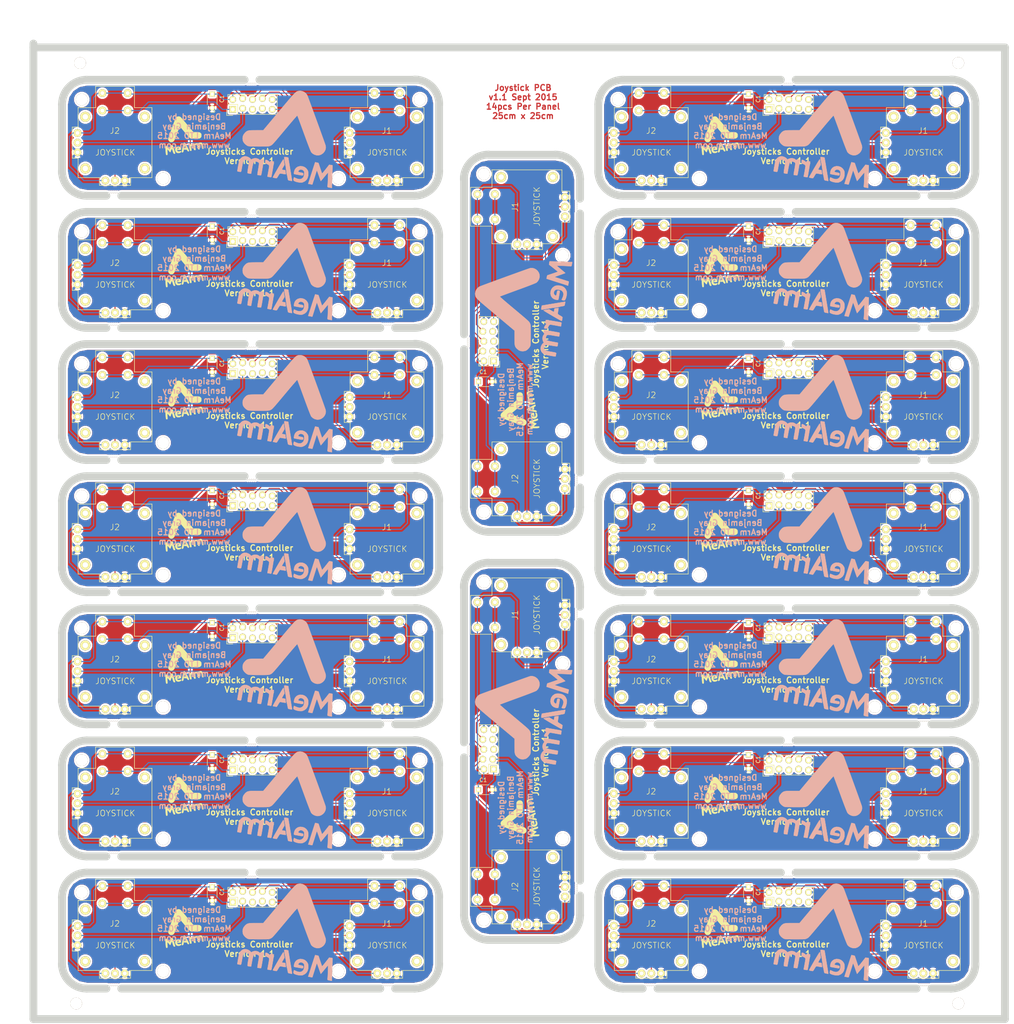
<source format=kicad_pcb>
(kicad_pcb (version 4) (host pcbnew "(2015-01-16 BZR 5376)-product")
  (layers (0 F.Cu signal) (31 B.Cu signal) (34 B.Paste user) (35 F.Paste user) (36 B.SilkS user) (37 F.SilkS user) (38 B.Mask user) (39 F.Mask user) (44 Edge.Cuts user))
  (net 0 "")
  (net 1 VCC)
  (net 2 GND)
  (net 3 A2)
  (net 4 A3)
  (net 5 S2)
  (net 6 A0)
  (net 7 A1)
  (net 8 S1)
  (net 9 "Net-(U1-Pad5)")
  (net 10 "Net-(U1-Pad7)")
  (module Mounting_Hole (layer F.Cu) (at 21 256)
    (fp_text reference "" (at 0 -5) (layer F.SilkS))
    (fp_text value "" (at 0 5) (layer F.SilkS))
    (pad "" thru_hole circle (at 0 0) (size 3 3) (drill 3) (layers *.Cu *.Mask F.SilkS))
  )
  (module Mounting_Hole (layer F.Cu) (at 248 256)
    (fp_text reference "" (at 0 -5) (layer F.SilkS))
    (fp_text value "" (at 0 5) (layer F.SilkS))
    (pad "" thru_hole circle (at 0 0) (size 3 3) (drill 3) (layers *.Cu *.Mask F.SilkS))
  )
  (module Mounting_Hole (layer F.Cu) (at 248 14)
    (fp_text reference "" (at 0 -5) (layer F.SilkS))
    (fp_text value "" (at 0 5) (layer F.SilkS))
    (pad "" thru_hole circle (at 0 0) (size 3 3) (drill 3) (layers *.Cu *.Mask F.SilkS))
  )
  (module Mounting_Hole (layer F.Cu) (at 22 14)
    (fp_text reference "" (at 0 -5) (layer F.SilkS))
    (fp_text value "" (at 0 5) (layer F.SilkS))
    (pad "" thru_hole circle (at 0 0) (size 3 3) (drill 3) (layers *.Cu *.Mask F.SilkS))
  )
  (module brains:MeArmLogo10mm (layer F.Cu) (at 186.856 32.671)
    (fp_text reference G*** hide)
    (fp_text value LOGO hide)
  )
  (module brains:MeArmLogo25mm (layer B.Cu) (at 212.764 33.687 180)
    (fp_text reference G*** hide)
    (fp_text value LOGO hide)
  )
  (module brains:TinyDrillHole (layer F.Cu) (at 167.552 47.403)
    (fp_text reference "" (at 0 0) (layer F.SilkS))
    (fp_text value "" (at 0 0 90) (layer F.SilkS))
    (pad 2 thru_hole circle (at 0 0) (size 0.3 0.3) (drill 0.3) (layers *.Cu *.Mask F.SilkS))
  )
  (module Mounting_Hole (layer F.Cu) (at 181.395 43.72)
    (fp_text reference "" (at 0 -5) (layer F.SilkS))
    (fp_text value "" (at 0 5) (layer F.SilkS))
    (pad "" thru_hole circle (at 0 0) (size 3 3) (drill 3) (layers *.Cu *.Mask F.SilkS))
  )
  (module Mounting_Hole (layer F.Cu) (at 247.435 23.4)
    (fp_text reference "" (at 0 -5) (layer F.SilkS))
    (fp_text value "" (at 0 5) (layer F.SilkS))
    (pad "" thru_hole circle (at 0 0) (size 3 3) (drill 3) (layers *.Cu *.Mask F.SilkS))
  )
  (module Mounting_Hole (layer F.Cu) (at 226.48 43.72)
    (fp_text reference "" (at 0 -5) (layer F.SilkS))
    (fp_text value "" (at 0 5) (layer F.SilkS))
    (pad "" thru_hole circle (at 0 0) (size 3 3) (drill 3) (layers *.Cu *.Mask F.SilkS))
  )
  (module Mounting_Hole (layer F.Cu) (at 160.44 23.4)
    (fp_text reference "" (at 0 -5) (layer F.SilkS))
    (fp_text value "" (at 0 5) (layer F.SilkS))
    (pad "" thru_hole circle (at 0 0) (size 3 3) (drill 3) (layers *.Cu *.Mask F.SilkS))
  )
  (module brains:TinyDrillHole (layer F.Cu) (at 168.06 47.403)
    (fp_text reference "" (at 0 0) (layer F.SilkS))
    (fp_text value "" (at 0 0 90) (layer F.SilkS))
    (pad 2 thru_hole circle (at 0 0) (size 0.3 0.3) (drill 0.3) (layers *.Cu *.Mask F.SilkS))
  )
  (module brains:TinyDrillHole (layer F.Cu) (at 169.076 47.403)
    (fp_text reference "" (at 0 0) (layer F.SilkS))
    (fp_text value "" (at 0 0 90) (layer F.SilkS))
    (pad 2 thru_hole circle (at 0 0) (size 0.3 0.3) (drill 0.3) (layers *.Cu *.Mask F.SilkS))
  )
  (module brains:TinyDrillHole (layer F.Cu) (at 168.568 47.403)
    (fp_text reference "" (at 0 0) (layer F.SilkS))
    (fp_text value "" (at 0 0 90) (layer F.SilkS))
    (pad 2 thru_hole circle (at 0 0) (size 0.3 0.3) (drill 0.3) (layers *.Cu *.Mask F.SilkS))
  )
  (module brains:TinyDrillHole (layer F.Cu) (at 169.584 47.403)
    (fp_text reference "" (at 0 0) (layer F.SilkS))
    (fp_text value "" (at 0 0 90) (layer F.SilkS))
    (pad 2 thru_hole circle (at 0 0) (size 0.3 0.3) (drill 0.3) (layers *.Cu *.Mask F.SilkS))
  )
  (module brains:TinyDrillHole (layer F.Cu) (at 205.144 19.209)
    (fp_text reference "" (at 0 0) (layer F.SilkS))
    (fp_text value "" (at 0 0 90) (layer F.SilkS))
    (pad 2 thru_hole circle (at 0 0) (size 0.3 0.3) (drill 0.3) (layers *.Cu *.Mask F.SilkS))
  )
  (module brains:TinyDrillHole (layer F.Cu) (at 204.128 19.209)
    (fp_text reference "" (at 0 0) (layer F.SilkS))
    (fp_text value "" (at 0 0 90) (layer F.SilkS))
    (pad 2 thru_hole circle (at 0 0) (size 0.3 0.3) (drill 0.3) (layers *.Cu *.Mask F.SilkS))
  )
  (module brains:TinyDrillHole (layer F.Cu) (at 204.636 19.209)
    (fp_text reference "" (at 0 0) (layer F.SilkS))
    (fp_text value "" (at 0 0 90) (layer F.SilkS))
    (pad 2 thru_hole circle (at 0 0) (size 0.3 0.3) (drill 0.3) (layers *.Cu *.Mask F.SilkS))
  )
  (module brains:TinyDrillHole (layer F.Cu) (at 203.62 19.209)
    (fp_text reference "" (at 0 0) (layer F.SilkS))
    (fp_text value "" (at 0 0 90) (layer F.SilkS))
    (pad 2 thru_hole circle (at 0 0) (size 0.3 0.3) (drill 0.3) (layers *.Cu *.Mask F.SilkS))
  )
  (module brains:TinyDrillHole (layer F.Cu) (at 203.112 19.209)
    (fp_text reference "" (at 0 0) (layer F.SilkS))
    (fp_text value "" (at 0 0 90) (layer F.SilkS))
    (pad 2 thru_hole circle (at 0 0) (size 0.3 0.3) (drill 0.3) (layers *.Cu *.Mask F.SilkS))
  )
  (module brains:TinyDrillHole (layer F.Cu) (at 240.196 47.403)
    (fp_text reference "" (at 0 0) (layer F.SilkS))
    (fp_text value "" (at 0 0 90) (layer F.SilkS))
    (pad 2 thru_hole circle (at 0 0) (size 0.3 0.3) (drill 0.3) (layers *.Cu *.Mask F.SilkS))
  )
  (module brains:TinyDrillHole (layer F.Cu) (at 239.18 47.403)
    (fp_text reference "" (at 0 0) (layer F.SilkS))
    (fp_text value "" (at 0 0 90) (layer F.SilkS))
    (pad 2 thru_hole circle (at 0 0) (size 0.3 0.3) (drill 0.3) (layers *.Cu *.Mask F.SilkS))
  )
  (module brains:TinyDrillHole (layer F.Cu) (at 239.688 47.403)
    (fp_text reference "" (at 0 0) (layer F.SilkS))
    (fp_text value "" (at 0 0 90) (layer F.SilkS))
    (pad 2 thru_hole circle (at 0 0) (size 0.3 0.3) (drill 0.3) (layers *.Cu *.Mask F.SilkS))
  )
  (module brains:TinyDrillHole (layer F.Cu) (at 238.672 47.403)
    (fp_text reference "" (at 0 0) (layer F.SilkS))
    (fp_text value "" (at 0 0 90) (layer F.SilkS))
    (pad 2 thru_hole circle (at 0 0) (size 0.3 0.3) (drill 0.3) (layers *.Cu *.Mask F.SilkS))
  )
  (module brains:TinyDrillHole (layer F.Cu) (at 238.164 47.403)
    (fp_text reference "" (at 0 0) (layer F.SilkS))
    (fp_text value "" (at 0 0 90) (layer F.SilkS))
    (pad 2 thru_hole circle (at 0 0) (size 0.3 0.3) (drill 0.3) (layers *.Cu *.Mask F.SilkS))
  )
  (module Capacitors_ThroughHole:C_Disc_D3_P2.5 (layer F.Cu) (at 194 22 270)
    (fp_text reference C1 (at 1.25 -2.5 270) (layer F.SilkS))
    (fp_text value C)
    (pad 1 thru_hole rect (at 0 0 270) (size 1.3 1.3) (drill 0.8) (layers *.Cu *.Mask F.SilkS) (net 1 VCC))
    (pad 2 thru_hole circle (at 3.556 0 270) (size 1.3 1.3) (drill 0.8001) (layers *.Cu *.Mask F.SilkS) (net 2 GND))
  )
  (module Pin_Headers:Pin_Header_Straight_2x05 (layer F.Cu) (at 199.302 25.94 90)
    (fp_text reference U1 (at 0 -5.1 90) (layer F.SilkS))
    (fp_text value JoyConnectISP)
    (pad 1 thru_hole rect (at 0 0 90) (size 1.7272 1.7272) (drill 1.016) (layers *.Cu *.Mask F.SilkS) (net 8 S1))
    (pad 2 thru_hole oval (at 2.54 0 90) (size 1.7272 1.7272) (drill 1.016) (layers *.Cu *.Mask F.SilkS) (net 1 VCC))
    (pad 3 thru_hole oval (at 0.254 2.54 90) (size 1.7272 1.7272) (drill 1.016) (layers *.Cu *.Mask F.SilkS) (net 6 A0))
    (pad 4 thru_hole oval (at 2.794 2.54 90) (size 1.7272 1.7272) (drill 1.016) (layers *.Cu *.Mask F.SilkS) (net 7 A1))
    (pad 5 thru_hole oval (at 0 5.08 90) (size 1.7272 1.7272) (drill 1.016) (layers *.Cu *.Mask F.SilkS) (net 9 "Net-(U1-Pad5)"))
    (pad 6 thru_hole oval (at 2.54 5.08 90) (size 1.7272 1.7272) (drill 1.016) (layers *.Cu *.Mask F.SilkS) (net 3 A2))
    (pad 7 thru_hole oval (at 0.254 7.62 90) (size 1.7272 1.7272) (drill 1.016) (layers *.Cu *.Mask F.SilkS) (net 10 "Net-(U1-Pad7)"))
    (pad 8 thru_hole oval (at 2.794 7.62 90) (size 1.7272 1.7272) (drill 1.016) (layers *.Cu *.Mask F.SilkS) (net 4 A3))
    (pad 9 thru_hole oval (at 0 10.16 90) (size 1.7272 1.7272) (drill 1.016) (layers *.Cu *.Mask F.SilkS) (net 5 S2))
    (pad 10 thru_hole oval (at 2.54 10.16 90) (size 1.7272 1.7272) (drill 1.016) (layers *.Cu *.Mask F.SilkS) (net 2 GND))
  )
  (module JOYSTICKS (layer F.Cu) (at 169 34.5)
    (fp_text reference J2 (at -0.05 -3.05) (layer F.SilkS) (effects (font (size 1.5 1.5))))
    (fp_text value JOYSTICK (at 0.05 2.55) (layer F.SilkS) (effects (font (size 1.5 1.5))))
    (pad "" thru_hole circle (at -7.65 -6.65) (size 2.6 2.6) (drill 1.4) (layers *.Cu *.Mask F.SilkS))
    (pad "" thru_hole circle (at 7.65 -6.65) (size 2.6 2.6) (drill 1.4) (layers *.Cu *.Mask F.SilkS))
    (pad "" thru_hole circle (at 7.65 6.65) (size 2.6 2.6) (drill 1.4) (layers *.Cu *.Mask F.SilkS))
    (pad "" thru_hole circle (at -7.65 6.65) (size 2.6 2.6) (drill 1.4) (layers *.Cu *.Mask F.SilkS))
    (pad 4 thru_hole circle (at -9.65 0) (size 2 2) (drill 1) (layers *.Cu *.Mask F.SilkS) (net 6 A0))
    (pad 3 thru_hole circle (at -9.65 -2.5) (size 2 2) (drill 1) (layers *.Cu *.Mask F.SilkS) (net 1 VCC))
    (pad 5 thru_hole circle (at -9.65 2.5) (size 2 2) (drill 1) (layers *.Cu *.Mask F.SilkS) (net 2 GND))
    (pad 7 thru_hole circle (at 0 9.75) (size 2 2) (drill 1) (layers *.Cu *.Mask F.SilkS) (net 7 A1))
    (pad 6 thru_hole circle (at -2.5 9.75) (size 2 2) (drill 1) (layers *.Cu *.Mask F.SilkS) (net 1 VCC))
    (pad 8 thru_hole circle (at 2.5 9.75) (size 2 2) (drill 1) (layers *.Cu *.Mask F.SilkS) (net 2 GND))
    (pad 1 thru_hole circle (at -3.25 -8.25) (size 2 2) (drill 1) (layers *.Cu *.Mask F.SilkS) (net 8 S1))
    (pad 1 thru_hole circle (at 3.25 -8.25) (size 2 2) (drill 1) (layers *.Cu *.Mask F.SilkS) (net 8 S1))
    (pad 2 thru_hole circle (at 3.25 -12.75) (size 2 2) (drill 1) (layers *.Cu *.Mask F.SilkS) (net 1 VCC))
    (pad 2 thru_hole circle (at -3.25 -12.75) (size 2 2) (drill 1) (layers *.Cu *.Mask F.SilkS) (net 1 VCC))
  )
  (module Brains:JOYSTICKS (layer F.Cu) (at 239 34.5)
    (fp_text reference J1 (at -0.05 -3.05) (layer F.SilkS) (effects (font (size 1.5 1.5))))
    (fp_text value JOYSTICK (at 0.05 2.55) (layer F.SilkS) (effects (font (size 1.5 1.5))))
    (pad "" thru_hole circle (at -7.65 -6.65) (size 2.6 2.6) (drill 1.4) (layers *.Cu *.Mask F.SilkS))
    (pad "" thru_hole circle (at 7.65 -6.65) (size 2.6 2.6) (drill 1.4) (layers *.Cu *.Mask F.SilkS))
    (pad "" thru_hole circle (at 7.65 6.65) (size 2.6 2.6) (drill 1.4) (layers *.Cu *.Mask F.SilkS))
    (pad "" thru_hole circle (at -7.65 6.65) (size 2.6 2.6) (drill 1.4) (layers *.Cu *.Mask F.SilkS))
    (pad 4 thru_hole circle (at -9.65 0) (size 2 2) (drill 1) (layers *.Cu *.Mask F.SilkS) (net 3 A2))
    (pad 3 thru_hole circle (at -9.65 -2.5) (size 2 2) (drill 1) (layers *.Cu *.Mask F.SilkS) (net 1 VCC))
    (pad 5 thru_hole circle (at -9.65 2.5) (size 2 2) (drill 1) (layers *.Cu *.Mask F.SilkS) (net 2 GND))
    (pad 7 thru_hole circle (at 0 9.75) (size 2 2) (drill 1) (layers *.Cu *.Mask F.SilkS) (net 4 A3))
    (pad 6 thru_hole circle (at -2.5 9.75) (size 2 2) (drill 1) (layers *.Cu *.Mask F.SilkS) (net 1 VCC))
    (pad 8 thru_hole circle (at 2.5 9.75) (size 2 2) (drill 1) (layers *.Cu *.Mask F.SilkS) (net 2 GND))
    (pad 1 thru_hole circle (at -3.25 -8.25) (size 2 2) (drill 1) (layers *.Cu *.Mask F.SilkS) (net 5 S2))
    (pad 1 thru_hole circle (at 3.25 -8.25) (size 2 2) (drill 1) (layers *.Cu *.Mask F.SilkS) (net 5 S2))
    (pad 2 thru_hole circle (at 3.25 -12.75) (size 2 2) (drill 1) (layers *.Cu *.Mask F.SilkS) (net 1 VCC))
    (pad 2 thru_hole circle (at -3.25 -12.75) (size 2 2) (drill 1) (layers *.Cu *.Mask F.SilkS) (net 1 VCC))
  )
  (module Brains:JOYSTICKS (layer F.Cu) (at 239 68.5)
    (fp_text reference J1 (at -0.05 -3.05) (layer F.SilkS) (effects (font (size 1.5 1.5))))
    (fp_text value JOYSTICK (at 0.05 2.55) (layer F.SilkS) (effects (font (size 1.5 1.5))))
    (pad "" thru_hole circle (at -7.65 -6.65) (size 2.6 2.6) (drill 1.4) (layers *.Cu *.Mask F.SilkS))
    (pad "" thru_hole circle (at 7.65 -6.65) (size 2.6 2.6) (drill 1.4) (layers *.Cu *.Mask F.SilkS))
    (pad "" thru_hole circle (at 7.65 6.65) (size 2.6 2.6) (drill 1.4) (layers *.Cu *.Mask F.SilkS))
    (pad "" thru_hole circle (at -7.65 6.65) (size 2.6 2.6) (drill 1.4) (layers *.Cu *.Mask F.SilkS))
    (pad 4 thru_hole circle (at -9.65 0) (size 2 2) (drill 1) (layers *.Cu *.Mask F.SilkS) (net 3 A2))
    (pad 3 thru_hole circle (at -9.65 -2.5) (size 2 2) (drill 1) (layers *.Cu *.Mask F.SilkS) (net 1 VCC))
    (pad 5 thru_hole circle (at -9.65 2.5) (size 2 2) (drill 1) (layers *.Cu *.Mask F.SilkS) (net 2 GND))
    (pad 7 thru_hole circle (at 0 9.75) (size 2 2) (drill 1) (layers *.Cu *.Mask F.SilkS) (net 4 A3))
    (pad 6 thru_hole circle (at -2.5 9.75) (size 2 2) (drill 1) (layers *.Cu *.Mask F.SilkS) (net 1 VCC))
    (pad 8 thru_hole circle (at 2.5 9.75) (size 2 2) (drill 1) (layers *.Cu *.Mask F.SilkS) (net 2 GND))
    (pad 1 thru_hole circle (at -3.25 -8.25) (size 2 2) (drill 1) (layers *.Cu *.Mask F.SilkS) (net 5 S2))
    (pad 1 thru_hole circle (at 3.25 -8.25) (size 2 2) (drill 1) (layers *.Cu *.Mask F.SilkS) (net 5 S2))
    (pad 2 thru_hole circle (at 3.25 -12.75) (size 2 2) (drill 1) (layers *.Cu *.Mask F.SilkS) (net 1 VCC))
    (pad 2 thru_hole circle (at -3.25 -12.75) (size 2 2) (drill 1) (layers *.Cu *.Mask F.SilkS) (net 1 VCC))
  )
  (module JOYSTICKS (layer F.Cu) (at 169 68.5)
    (fp_text reference J2 (at -0.05 -3.05) (layer F.SilkS) (effects (font (size 1.5 1.5))))
    (fp_text value JOYSTICK (at 0.05 2.55) (layer F.SilkS) (effects (font (size 1.5 1.5))))
    (pad "" thru_hole circle (at -7.65 -6.65) (size 2.6 2.6) (drill 1.4) (layers *.Cu *.Mask F.SilkS))
    (pad "" thru_hole circle (at 7.65 -6.65) (size 2.6 2.6) (drill 1.4) (layers *.Cu *.Mask F.SilkS))
    (pad "" thru_hole circle (at 7.65 6.65) (size 2.6 2.6) (drill 1.4) (layers *.Cu *.Mask F.SilkS))
    (pad "" thru_hole circle (at -7.65 6.65) (size 2.6 2.6) (drill 1.4) (layers *.Cu *.Mask F.SilkS))
    (pad 4 thru_hole circle (at -9.65 0) (size 2 2) (drill 1) (layers *.Cu *.Mask F.SilkS) (net 6 A0))
    (pad 3 thru_hole circle (at -9.65 -2.5) (size 2 2) (drill 1) (layers *.Cu *.Mask F.SilkS) (net 1 VCC))
    (pad 5 thru_hole circle (at -9.65 2.5) (size 2 2) (drill 1) (layers *.Cu *.Mask F.SilkS) (net 2 GND))
    (pad 7 thru_hole circle (at 0 9.75) (size 2 2) (drill 1) (layers *.Cu *.Mask F.SilkS) (net 7 A1))
    (pad 6 thru_hole circle (at -2.5 9.75) (size 2 2) (drill 1) (layers *.Cu *.Mask F.SilkS) (net 1 VCC))
    (pad 8 thru_hole circle (at 2.5 9.75) (size 2 2) (drill 1) (layers *.Cu *.Mask F.SilkS) (net 2 GND))
    (pad 1 thru_hole circle (at -3.25 -8.25) (size 2 2) (drill 1) (layers *.Cu *.Mask F.SilkS) (net 8 S1))
    (pad 1 thru_hole circle (at 3.25 -8.25) (size 2 2) (drill 1) (layers *.Cu *.Mask F.SilkS) (net 8 S1))
    (pad 2 thru_hole circle (at 3.25 -12.75) (size 2 2) (drill 1) (layers *.Cu *.Mask F.SilkS) (net 1 VCC))
    (pad 2 thru_hole circle (at -3.25 -12.75) (size 2 2) (drill 1) (layers *.Cu *.Mask F.SilkS) (net 1 VCC))
  )
  (module Pin_Headers:Pin_Header_Straight_2x05 (layer F.Cu) (at 199.302 59.94 90)
    (fp_text reference U1 (at 0 -5.1 90) (layer F.SilkS))
    (fp_text value JoyConnectISP)
    (pad 1 thru_hole rect (at 0 0 90) (size 1.7272 1.7272) (drill 1.016) (layers *.Cu *.Mask F.SilkS) (net 8 S1))
    (pad 2 thru_hole oval (at 2.54 0 90) (size 1.7272 1.7272) (drill 1.016) (layers *.Cu *.Mask F.SilkS) (net 1 VCC))
    (pad 3 thru_hole oval (at 0.254 2.54 90) (size 1.7272 1.7272) (drill 1.016) (layers *.Cu *.Mask F.SilkS) (net 6 A0))
    (pad 4 thru_hole oval (at 2.794 2.54 90) (size 1.7272 1.7272) (drill 1.016) (layers *.Cu *.Mask F.SilkS) (net 7 A1))
    (pad 5 thru_hole oval (at 0 5.08 90) (size 1.7272 1.7272) (drill 1.016) (layers *.Cu *.Mask F.SilkS) (net 9 "Net-(U1-Pad5)"))
    (pad 6 thru_hole oval (at 2.54 5.08 90) (size 1.7272 1.7272) (drill 1.016) (layers *.Cu *.Mask F.SilkS) (net 3 A2))
    (pad 7 thru_hole oval (at 0.254 7.62 90) (size 1.7272 1.7272) (drill 1.016) (layers *.Cu *.Mask F.SilkS) (net 10 "Net-(U1-Pad7)"))
    (pad 8 thru_hole oval (at 2.794 7.62 90) (size 1.7272 1.7272) (drill 1.016) (layers *.Cu *.Mask F.SilkS) (net 4 A3))
    (pad 9 thru_hole oval (at 0 10.16 90) (size 1.7272 1.7272) (drill 1.016) (layers *.Cu *.Mask F.SilkS) (net 5 S2))
    (pad 10 thru_hole oval (at 2.54 10.16 90) (size 1.7272 1.7272) (drill 1.016) (layers *.Cu *.Mask F.SilkS) (net 2 GND))
  )
  (module Capacitors_ThroughHole:C_Disc_D3_P2.5 (layer F.Cu) (at 194 56 270)
    (fp_text reference C1 (at 1.25 -2.5 270) (layer F.SilkS))
    (fp_text value C)
    (pad 1 thru_hole rect (at 0 0 270) (size 1.3 1.3) (drill 0.8) (layers *.Cu *.Mask F.SilkS) (net 1 VCC))
    (pad 2 thru_hole circle (at 3.556 0 270) (size 1.3 1.3) (drill 0.8001) (layers *.Cu *.Mask F.SilkS) (net 2 GND))
  )
  (module brains:TinyDrillHole (layer F.Cu) (at 238.164 81.403)
    (fp_text reference "" (at 0 0) (layer F.SilkS))
    (fp_text value "" (at 0 0 90) (layer F.SilkS))
    (pad 2 thru_hole circle (at 0 0) (size 0.3 0.3) (drill 0.3) (layers *.Cu *.Mask F.SilkS))
  )
  (module brains:TinyDrillHole (layer F.Cu) (at 238.672 81.403)
    (fp_text reference "" (at 0 0) (layer F.SilkS))
    (fp_text value "" (at 0 0 90) (layer F.SilkS))
    (pad 2 thru_hole circle (at 0 0) (size 0.3 0.3) (drill 0.3) (layers *.Cu *.Mask F.SilkS))
  )
  (module brains:TinyDrillHole (layer F.Cu) (at 239.688 81.403)
    (fp_text reference "" (at 0 0) (layer F.SilkS))
    (fp_text value "" (at 0 0 90) (layer F.SilkS))
    (pad 2 thru_hole circle (at 0 0) (size 0.3 0.3) (drill 0.3) (layers *.Cu *.Mask F.SilkS))
  )
  (module brains:TinyDrillHole (layer F.Cu) (at 239.18 81.403)
    (fp_text reference "" (at 0 0) (layer F.SilkS))
    (fp_text value "" (at 0 0 90) (layer F.SilkS))
    (pad 2 thru_hole circle (at 0 0) (size 0.3 0.3) (drill 0.3) (layers *.Cu *.Mask F.SilkS))
  )
  (module brains:TinyDrillHole (layer F.Cu) (at 240.196 81.403)
    (fp_text reference "" (at 0 0) (layer F.SilkS))
    (fp_text value "" (at 0 0 90) (layer F.SilkS))
    (pad 2 thru_hole circle (at 0 0) (size 0.3 0.3) (drill 0.3) (layers *.Cu *.Mask F.SilkS))
  )
  (module brains:TinyDrillHole (layer F.Cu) (at 203.112 53.209)
    (fp_text reference "" (at 0 0) (layer F.SilkS))
    (fp_text value "" (at 0 0 90) (layer F.SilkS))
    (pad 2 thru_hole circle (at 0 0) (size 0.3 0.3) (drill 0.3) (layers *.Cu *.Mask F.SilkS))
  )
  (module brains:TinyDrillHole (layer F.Cu) (at 203.62 53.209)
    (fp_text reference "" (at 0 0) (layer F.SilkS))
    (fp_text value "" (at 0 0 90) (layer F.SilkS))
    (pad 2 thru_hole circle (at 0 0) (size 0.3 0.3) (drill 0.3) (layers *.Cu *.Mask F.SilkS))
  )
  (module brains:TinyDrillHole (layer F.Cu) (at 204.636 53.209)
    (fp_text reference "" (at 0 0) (layer F.SilkS))
    (fp_text value "" (at 0 0 90) (layer F.SilkS))
    (pad 2 thru_hole circle (at 0 0) (size 0.3 0.3) (drill 0.3) (layers *.Cu *.Mask F.SilkS))
  )
  (module brains:TinyDrillHole (layer F.Cu) (at 204.128 53.209)
    (fp_text reference "" (at 0 0) (layer F.SilkS))
    (fp_text value "" (at 0 0 90) (layer F.SilkS))
    (pad 2 thru_hole circle (at 0 0) (size 0.3 0.3) (drill 0.3) (layers *.Cu *.Mask F.SilkS))
  )
  (module brains:TinyDrillHole (layer F.Cu) (at 205.144 53.209)
    (fp_text reference "" (at 0 0) (layer F.SilkS))
    (fp_text value "" (at 0 0 90) (layer F.SilkS))
    (pad 2 thru_hole circle (at 0 0) (size 0.3 0.3) (drill 0.3) (layers *.Cu *.Mask F.SilkS))
  )
  (module brains:TinyDrillHole (layer F.Cu) (at 169.584 81.403)
    (fp_text reference "" (at 0 0) (layer F.SilkS))
    (fp_text value "" (at 0 0 90) (layer F.SilkS))
    (pad 2 thru_hole circle (at 0 0) (size 0.3 0.3) (drill 0.3) (layers *.Cu *.Mask F.SilkS))
  )
  (module brains:TinyDrillHole (layer F.Cu) (at 168.568 81.403)
    (fp_text reference "" (at 0 0) (layer F.SilkS))
    (fp_text value "" (at 0 0 90) (layer F.SilkS))
    (pad 2 thru_hole circle (at 0 0) (size 0.3 0.3) (drill 0.3) (layers *.Cu *.Mask F.SilkS))
  )
  (module brains:TinyDrillHole (layer F.Cu) (at 169.076 81.403)
    (fp_text reference "" (at 0 0) (layer F.SilkS))
    (fp_text value "" (at 0 0 90) (layer F.SilkS))
    (pad 2 thru_hole circle (at 0 0) (size 0.3 0.3) (drill 0.3) (layers *.Cu *.Mask F.SilkS))
  )
  (module brains:TinyDrillHole (layer F.Cu) (at 168.06 81.403)
    (fp_text reference "" (at 0 0) (layer F.SilkS))
    (fp_text value "" (at 0 0 90) (layer F.SilkS))
    (pad 2 thru_hole circle (at 0 0) (size 0.3 0.3) (drill 0.3) (layers *.Cu *.Mask F.SilkS))
  )
  (module Mounting_Hole (layer F.Cu) (at 160.44 57.4)
    (fp_text reference "" (at 0 -5) (layer F.SilkS))
    (fp_text value "" (at 0 5) (layer F.SilkS))
    (pad "" thru_hole circle (at 0 0) (size 3 3) (drill 3) (layers *.Cu *.Mask F.SilkS))
  )
  (module Mounting_Hole (layer F.Cu) (at 226.48 77.72)
    (fp_text reference "" (at 0 -5) (layer F.SilkS))
    (fp_text value "" (at 0 5) (layer F.SilkS))
    (pad "" thru_hole circle (at 0 0) (size 3 3) (drill 3) (layers *.Cu *.Mask F.SilkS))
  )
  (module Mounting_Hole (layer F.Cu) (at 247.435 57.4)
    (fp_text reference "" (at 0 -5) (layer F.SilkS))
    (fp_text value "" (at 0 5) (layer F.SilkS))
    (pad "" thru_hole circle (at 0 0) (size 3 3) (drill 3) (layers *.Cu *.Mask F.SilkS))
  )
  (module Mounting_Hole (layer F.Cu) (at 181.395 77.72)
    (fp_text reference "" (at 0 -5) (layer F.SilkS))
    (fp_text value "" (at 0 5) (layer F.SilkS))
    (pad "" thru_hole circle (at 0 0) (size 3 3) (drill 3) (layers *.Cu *.Mask F.SilkS))
  )
  (module brains:TinyDrillHole (layer F.Cu) (at 167.552 81.403)
    (fp_text reference "" (at 0 0) (layer F.SilkS))
    (fp_text value "" (at 0 0 90) (layer F.SilkS))
    (pad 2 thru_hole circle (at 0 0) (size 0.3 0.3) (drill 0.3) (layers *.Cu *.Mask F.SilkS))
  )
  (module brains:MeArmLogo25mm (layer B.Cu) (at 212.764 67.687 180)
    (fp_text reference G*** hide)
    (fp_text value LOGO hide)
  )
  (module brains:MeArmLogo10mm (layer F.Cu) (at 186.856 66.671)
    (fp_text reference G*** hide)
    (fp_text value LOGO hide)
  )
  (module brains:MeArmLogo10mm (layer F.Cu) (at 186.856 100.671)
    (fp_text reference G*** hide)
    (fp_text value LOGO hide)
  )
  (module brains:MeArmLogo25mm (layer B.Cu) (at 212.764 101.687 180)
    (fp_text reference G*** hide)
    (fp_text value LOGO hide)
  )
  (module brains:TinyDrillHole (layer F.Cu) (at 167.552 115.403)
    (fp_text reference "" (at 0 0) (layer F.SilkS))
    (fp_text value "" (at 0 0 90) (layer F.SilkS))
    (pad 2 thru_hole circle (at 0 0) (size 0.3 0.3) (drill 0.3) (layers *.Cu *.Mask F.SilkS))
  )
  (module Mounting_Hole (layer F.Cu) (at 181.395 111.72)
    (fp_text reference "" (at 0 -5) (layer F.SilkS))
    (fp_text value "" (at 0 5) (layer F.SilkS))
    (pad "" thru_hole circle (at 0 0) (size 3 3) (drill 3) (layers *.Cu *.Mask F.SilkS))
  )
  (module Mounting_Hole (layer F.Cu) (at 247.435 91.4)
    (fp_text reference "" (at 0 -5) (layer F.SilkS))
    (fp_text value "" (at 0 5) (layer F.SilkS))
    (pad "" thru_hole circle (at 0 0) (size 3 3) (drill 3) (layers *.Cu *.Mask F.SilkS))
  )
  (module Mounting_Hole (layer F.Cu) (at 226.48 111.72)
    (fp_text reference "" (at 0 -5) (layer F.SilkS))
    (fp_text value "" (at 0 5) (layer F.SilkS))
    (pad "" thru_hole circle (at 0 0) (size 3 3) (drill 3) (layers *.Cu *.Mask F.SilkS))
  )
  (module Mounting_Hole (layer F.Cu) (at 160.44 91.4)
    (fp_text reference "" (at 0 -5) (layer F.SilkS))
    (fp_text value "" (at 0 5) (layer F.SilkS))
    (pad "" thru_hole circle (at 0 0) (size 3 3) (drill 3) (layers *.Cu *.Mask F.SilkS))
  )
  (module brains:TinyDrillHole (layer F.Cu) (at 168.06 115.403)
    (fp_text reference "" (at 0 0) (layer F.SilkS))
    (fp_text value "" (at 0 0 90) (layer F.SilkS))
    (pad 2 thru_hole circle (at 0 0) (size 0.3 0.3) (drill 0.3) (layers *.Cu *.Mask F.SilkS))
  )
  (module brains:TinyDrillHole (layer F.Cu) (at 169.076 115.403)
    (fp_text reference "" (at 0 0) (layer F.SilkS))
    (fp_text value "" (at 0 0 90) (layer F.SilkS))
    (pad 2 thru_hole circle (at 0 0) (size 0.3 0.3) (drill 0.3) (layers *.Cu *.Mask F.SilkS))
  )
  (module brains:TinyDrillHole (layer F.Cu) (at 168.568 115.403)
    (fp_text reference "" (at 0 0) (layer F.SilkS))
    (fp_text value "" (at 0 0 90) (layer F.SilkS))
    (pad 2 thru_hole circle (at 0 0) (size 0.3 0.3) (drill 0.3) (layers *.Cu *.Mask F.SilkS))
  )
  (module brains:TinyDrillHole (layer F.Cu) (at 169.584 115.403)
    (fp_text reference "" (at 0 0) (layer F.SilkS))
    (fp_text value "" (at 0 0 90) (layer F.SilkS))
    (pad 2 thru_hole circle (at 0 0) (size 0.3 0.3) (drill 0.3) (layers *.Cu *.Mask F.SilkS))
  )
  (module brains:TinyDrillHole (layer F.Cu) (at 205.144 87.209)
    (fp_text reference "" (at 0 0) (layer F.SilkS))
    (fp_text value "" (at 0 0 90) (layer F.SilkS))
    (pad 2 thru_hole circle (at 0 0) (size 0.3 0.3) (drill 0.3) (layers *.Cu *.Mask F.SilkS))
  )
  (module brains:TinyDrillHole (layer F.Cu) (at 204.128 87.209)
    (fp_text reference "" (at 0 0) (layer F.SilkS))
    (fp_text value "" (at 0 0 90) (layer F.SilkS))
    (pad 2 thru_hole circle (at 0 0) (size 0.3 0.3) (drill 0.3) (layers *.Cu *.Mask F.SilkS))
  )
  (module brains:TinyDrillHole (layer F.Cu) (at 204.636 87.209)
    (fp_text reference "" (at 0 0) (layer F.SilkS))
    (fp_text value "" (at 0 0 90) (layer F.SilkS))
    (pad 2 thru_hole circle (at 0 0) (size 0.3 0.3) (drill 0.3) (layers *.Cu *.Mask F.SilkS))
  )
  (module brains:TinyDrillHole (layer F.Cu) (at 203.62 87.209)
    (fp_text reference "" (at 0 0) (layer F.SilkS))
    (fp_text value "" (at 0 0 90) (layer F.SilkS))
    (pad 2 thru_hole circle (at 0 0) (size 0.3 0.3) (drill 0.3) (layers *.Cu *.Mask F.SilkS))
  )
  (module brains:TinyDrillHole (layer F.Cu) (at 203.112 87.209)
    (fp_text reference "" (at 0 0) (layer F.SilkS))
    (fp_text value "" (at 0 0 90) (layer F.SilkS))
    (pad 2 thru_hole circle (at 0 0) (size 0.3 0.3) (drill 0.3) (layers *.Cu *.Mask F.SilkS))
  )
  (module brains:TinyDrillHole (layer F.Cu) (at 240.196 115.403)
    (fp_text reference "" (at 0 0) (layer F.SilkS))
    (fp_text value "" (at 0 0 90) (layer F.SilkS))
    (pad 2 thru_hole circle (at 0 0) (size 0.3 0.3) (drill 0.3) (layers *.Cu *.Mask F.SilkS))
  )
  (module brains:TinyDrillHole (layer F.Cu) (at 239.18 115.403)
    (fp_text reference "" (at 0 0) (layer F.SilkS))
    (fp_text value "" (at 0 0 90) (layer F.SilkS))
    (pad 2 thru_hole circle (at 0 0) (size 0.3 0.3) (drill 0.3) (layers *.Cu *.Mask F.SilkS))
  )
  (module brains:TinyDrillHole (layer F.Cu) (at 239.688 115.403)
    (fp_text reference "" (at 0 0) (layer F.SilkS))
    (fp_text value "" (at 0 0 90) (layer F.SilkS))
    (pad 2 thru_hole circle (at 0 0) (size 0.3 0.3) (drill 0.3) (layers *.Cu *.Mask F.SilkS))
  )
  (module brains:TinyDrillHole (layer F.Cu) (at 238.672 115.403)
    (fp_text reference "" (at 0 0) (layer F.SilkS))
    (fp_text value "" (at 0 0 90) (layer F.SilkS))
    (pad 2 thru_hole circle (at 0 0) (size 0.3 0.3) (drill 0.3) (layers *.Cu *.Mask F.SilkS))
  )
  (module brains:TinyDrillHole (layer F.Cu) (at 238.164 115.403)
    (fp_text reference "" (at 0 0) (layer F.SilkS))
    (fp_text value "" (at 0 0 90) (layer F.SilkS))
    (pad 2 thru_hole circle (at 0 0) (size 0.3 0.3) (drill 0.3) (layers *.Cu *.Mask F.SilkS))
  )
  (module Capacitors_ThroughHole:C_Disc_D3_P2.5 (layer F.Cu) (at 194 90 270)
    (fp_text reference C1 (at 1.25 -2.5 270) (layer F.SilkS))
    (fp_text value C)
    (pad 1 thru_hole rect (at 0 0 270) (size 1.3 1.3) (drill 0.8) (layers *.Cu *.Mask F.SilkS) (net 1 VCC))
    (pad 2 thru_hole circle (at 3.556 0 270) (size 1.3 1.3) (drill 0.8001) (layers *.Cu *.Mask F.SilkS) (net 2 GND))
  )
  (module Pin_Headers:Pin_Header_Straight_2x05 (layer F.Cu) (at 199.302 93.94 90)
    (fp_text reference U1 (at 0 -5.1 90) (layer F.SilkS))
    (fp_text value JoyConnectISP)
    (pad 1 thru_hole rect (at 0 0 90) (size 1.7272 1.7272) (drill 1.016) (layers *.Cu *.Mask F.SilkS) (net 8 S1))
    (pad 2 thru_hole oval (at 2.54 0 90) (size 1.7272 1.7272) (drill 1.016) (layers *.Cu *.Mask F.SilkS) (net 1 VCC))
    (pad 3 thru_hole oval (at 0.254 2.54 90) (size 1.7272 1.7272) (drill 1.016) (layers *.Cu *.Mask F.SilkS) (net 6 A0))
    (pad 4 thru_hole oval (at 2.794 2.54 90) (size 1.7272 1.7272) (drill 1.016) (layers *.Cu *.Mask F.SilkS) (net 7 A1))
    (pad 5 thru_hole oval (at 0 5.08 90) (size 1.7272 1.7272) (drill 1.016) (layers *.Cu *.Mask F.SilkS) (net 9 "Net-(U1-Pad5)"))
    (pad 6 thru_hole oval (at 2.54 5.08 90) (size 1.7272 1.7272) (drill 1.016) (layers *.Cu *.Mask F.SilkS) (net 3 A2))
    (pad 7 thru_hole oval (at 0.254 7.62 90) (size 1.7272 1.7272) (drill 1.016) (layers *.Cu *.Mask F.SilkS) (net 10 "Net-(U1-Pad7)"))
    (pad 8 thru_hole oval (at 2.794 7.62 90) (size 1.7272 1.7272) (drill 1.016) (layers *.Cu *.Mask F.SilkS) (net 4 A3))
    (pad 9 thru_hole oval (at 0 10.16 90) (size 1.7272 1.7272) (drill 1.016) (layers *.Cu *.Mask F.SilkS) (net 5 S2))
    (pad 10 thru_hole oval (at 2.54 10.16 90) (size 1.7272 1.7272) (drill 1.016) (layers *.Cu *.Mask F.SilkS) (net 2 GND))
  )
  (module JOYSTICKS (layer F.Cu) (at 169 102.5)
    (fp_text reference J2 (at -0.05 -3.05) (layer F.SilkS) (effects (font (size 1.5 1.5))))
    (fp_text value JOYSTICK (at 0.05 2.55) (layer F.SilkS) (effects (font (size 1.5 1.5))))
    (pad "" thru_hole circle (at -7.65 -6.65) (size 2.6 2.6) (drill 1.4) (layers *.Cu *.Mask F.SilkS))
    (pad "" thru_hole circle (at 7.65 -6.65) (size 2.6 2.6) (drill 1.4) (layers *.Cu *.Mask F.SilkS))
    (pad "" thru_hole circle (at 7.65 6.65) (size 2.6 2.6) (drill 1.4) (layers *.Cu *.Mask F.SilkS))
    (pad "" thru_hole circle (at -7.65 6.65) (size 2.6 2.6) (drill 1.4) (layers *.Cu *.Mask F.SilkS))
    (pad 4 thru_hole circle (at -9.65 0) (size 2 2) (drill 1) (layers *.Cu *.Mask F.SilkS) (net 6 A0))
    (pad 3 thru_hole circle (at -9.65 -2.5) (size 2 2) (drill 1) (layers *.Cu *.Mask F.SilkS) (net 1 VCC))
    (pad 5 thru_hole circle (at -9.65 2.5) (size 2 2) (drill 1) (layers *.Cu *.Mask F.SilkS) (net 2 GND))
    (pad 7 thru_hole circle (at 0 9.75) (size 2 2) (drill 1) (layers *.Cu *.Mask F.SilkS) (net 7 A1))
    (pad 6 thru_hole circle (at -2.5 9.75) (size 2 2) (drill 1) (layers *.Cu *.Mask F.SilkS) (net 1 VCC))
    (pad 8 thru_hole circle (at 2.5 9.75) (size 2 2) (drill 1) (layers *.Cu *.Mask F.SilkS) (net 2 GND))
    (pad 1 thru_hole circle (at -3.25 -8.25) (size 2 2) (drill 1) (layers *.Cu *.Mask F.SilkS) (net 8 S1))
    (pad 1 thru_hole circle (at 3.25 -8.25) (size 2 2) (drill 1) (layers *.Cu *.Mask F.SilkS) (net 8 S1))
    (pad 2 thru_hole circle (at 3.25 -12.75) (size 2 2) (drill 1) (layers *.Cu *.Mask F.SilkS) (net 1 VCC))
    (pad 2 thru_hole circle (at -3.25 -12.75) (size 2 2) (drill 1) (layers *.Cu *.Mask F.SilkS) (net 1 VCC))
  )
  (module Brains:JOYSTICKS (layer F.Cu) (at 239 102.5)
    (fp_text reference J1 (at -0.05 -3.05) (layer F.SilkS) (effects (font (size 1.5 1.5))))
    (fp_text value JOYSTICK (at 0.05 2.55) (layer F.SilkS) (effects (font (size 1.5 1.5))))
    (pad "" thru_hole circle (at -7.65 -6.65) (size 2.6 2.6) (drill 1.4) (layers *.Cu *.Mask F.SilkS))
    (pad "" thru_hole circle (at 7.65 -6.65) (size 2.6 2.6) (drill 1.4) (layers *.Cu *.Mask F.SilkS))
    (pad "" thru_hole circle (at 7.65 6.65) (size 2.6 2.6) (drill 1.4) (layers *.Cu *.Mask F.SilkS))
    (pad "" thru_hole circle (at -7.65 6.65) (size 2.6 2.6) (drill 1.4) (layers *.Cu *.Mask F.SilkS))
    (pad 4 thru_hole circle (at -9.65 0) (size 2 2) (drill 1) (layers *.Cu *.Mask F.SilkS) (net 3 A2))
    (pad 3 thru_hole circle (at -9.65 -2.5) (size 2 2) (drill 1) (layers *.Cu *.Mask F.SilkS) (net 1 VCC))
    (pad 5 thru_hole circle (at -9.65 2.5) (size 2 2) (drill 1) (layers *.Cu *.Mask F.SilkS) (net 2 GND))
    (pad 7 thru_hole circle (at 0 9.75) (size 2 2) (drill 1) (layers *.Cu *.Mask F.SilkS) (net 4 A3))
    (pad 6 thru_hole circle (at -2.5 9.75) (size 2 2) (drill 1) (layers *.Cu *.Mask F.SilkS) (net 1 VCC))
    (pad 8 thru_hole circle (at 2.5 9.75) (size 2 2) (drill 1) (layers *.Cu *.Mask F.SilkS) (net 2 GND))
    (pad 1 thru_hole circle (at -3.25 -8.25) (size 2 2) (drill 1) (layers *.Cu *.Mask F.SilkS) (net 5 S2))
    (pad 1 thru_hole circle (at 3.25 -8.25) (size 2 2) (drill 1) (layers *.Cu *.Mask F.SilkS) (net 5 S2))
    (pad 2 thru_hole circle (at 3.25 -12.75) (size 2 2) (drill 1) (layers *.Cu *.Mask F.SilkS) (net 1 VCC))
    (pad 2 thru_hole circle (at -3.25 -12.75) (size 2 2) (drill 1) (layers *.Cu *.Mask F.SilkS) (net 1 VCC))
  )
  (module Brains:JOYSTICKS (layer F.Cu) (at 239 204.5)
    (fp_text reference J1 (at -0.05 -3.05) (layer F.SilkS) (effects (font (size 1.5 1.5))))
    (fp_text value JOYSTICK (at 0.05 2.55) (layer F.SilkS) (effects (font (size 1.5 1.5))))
    (pad "" thru_hole circle (at -7.65 -6.65) (size 2.6 2.6) (drill 1.4) (layers *.Cu *.Mask F.SilkS))
    (pad "" thru_hole circle (at 7.65 -6.65) (size 2.6 2.6) (drill 1.4) (layers *.Cu *.Mask F.SilkS))
    (pad "" thru_hole circle (at 7.65 6.65) (size 2.6 2.6) (drill 1.4) (layers *.Cu *.Mask F.SilkS))
    (pad "" thru_hole circle (at -7.65 6.65) (size 2.6 2.6) (drill 1.4) (layers *.Cu *.Mask F.SilkS))
    (pad 4 thru_hole circle (at -9.65 0) (size 2 2) (drill 1) (layers *.Cu *.Mask F.SilkS) (net 3 A2))
    (pad 3 thru_hole circle (at -9.65 -2.5) (size 2 2) (drill 1) (layers *.Cu *.Mask F.SilkS) (net 1 VCC))
    (pad 5 thru_hole circle (at -9.65 2.5) (size 2 2) (drill 1) (layers *.Cu *.Mask F.SilkS) (net 2 GND))
    (pad 7 thru_hole circle (at 0 9.75) (size 2 2) (drill 1) (layers *.Cu *.Mask F.SilkS) (net 4 A3))
    (pad 6 thru_hole circle (at -2.5 9.75) (size 2 2) (drill 1) (layers *.Cu *.Mask F.SilkS) (net 1 VCC))
    (pad 8 thru_hole circle (at 2.5 9.75) (size 2 2) (drill 1) (layers *.Cu *.Mask F.SilkS) (net 2 GND))
    (pad 1 thru_hole circle (at -3.25 -8.25) (size 2 2) (drill 1) (layers *.Cu *.Mask F.SilkS) (net 5 S2))
    (pad 1 thru_hole circle (at 3.25 -8.25) (size 2 2) (drill 1) (layers *.Cu *.Mask F.SilkS) (net 5 S2))
    (pad 2 thru_hole circle (at 3.25 -12.75) (size 2 2) (drill 1) (layers *.Cu *.Mask F.SilkS) (net 1 VCC))
    (pad 2 thru_hole circle (at -3.25 -12.75) (size 2 2) (drill 1) (layers *.Cu *.Mask F.SilkS) (net 1 VCC))
  )
  (module JOYSTICKS (layer F.Cu) (at 169 204.5)
    (fp_text reference J2 (at -0.05 -3.05) (layer F.SilkS) (effects (font (size 1.5 1.5))))
    (fp_text value JOYSTICK (at 0.05 2.55) (layer F.SilkS) (effects (font (size 1.5 1.5))))
    (pad "" thru_hole circle (at -7.65 -6.65) (size 2.6 2.6) (drill 1.4) (layers *.Cu *.Mask F.SilkS))
    (pad "" thru_hole circle (at 7.65 -6.65) (size 2.6 2.6) (drill 1.4) (layers *.Cu *.Mask F.SilkS))
    (pad "" thru_hole circle (at 7.65 6.65) (size 2.6 2.6) (drill 1.4) (layers *.Cu *.Mask F.SilkS))
    (pad "" thru_hole circle (at -7.65 6.65) (size 2.6 2.6) (drill 1.4) (layers *.Cu *.Mask F.SilkS))
    (pad 4 thru_hole circle (at -9.65 0) (size 2 2) (drill 1) (layers *.Cu *.Mask F.SilkS) (net 6 A0))
    (pad 3 thru_hole circle (at -9.65 -2.5) (size 2 2) (drill 1) (layers *.Cu *.Mask F.SilkS) (net 1 VCC))
    (pad 5 thru_hole circle (at -9.65 2.5) (size 2 2) (drill 1) (layers *.Cu *.Mask F.SilkS) (net 2 GND))
    (pad 7 thru_hole circle (at 0 9.75) (size 2 2) (drill 1) (layers *.Cu *.Mask F.SilkS) (net 7 A1))
    (pad 6 thru_hole circle (at -2.5 9.75) (size 2 2) (drill 1) (layers *.Cu *.Mask F.SilkS) (net 1 VCC))
    (pad 8 thru_hole circle (at 2.5 9.75) (size 2 2) (drill 1) (layers *.Cu *.Mask F.SilkS) (net 2 GND))
    (pad 1 thru_hole circle (at -3.25 -8.25) (size 2 2) (drill 1) (layers *.Cu *.Mask F.SilkS) (net 8 S1))
    (pad 1 thru_hole circle (at 3.25 -8.25) (size 2 2) (drill 1) (layers *.Cu *.Mask F.SilkS) (net 8 S1))
    (pad 2 thru_hole circle (at 3.25 -12.75) (size 2 2) (drill 1) (layers *.Cu *.Mask F.SilkS) (net 1 VCC))
    (pad 2 thru_hole circle (at -3.25 -12.75) (size 2 2) (drill 1) (layers *.Cu *.Mask F.SilkS) (net 1 VCC))
  )
  (module Pin_Headers:Pin_Header_Straight_2x05 (layer F.Cu) (at 199.302 195.94 90)
    (fp_text reference U1 (at 0 -5.1 90) (layer F.SilkS))
    (fp_text value JoyConnectISP)
    (pad 1 thru_hole rect (at 0 0 90) (size 1.7272 1.7272) (drill 1.016) (layers *.Cu *.Mask F.SilkS) (net 8 S1))
    (pad 2 thru_hole oval (at 2.54 0 90) (size 1.7272 1.7272) (drill 1.016) (layers *.Cu *.Mask F.SilkS) (net 1 VCC))
    (pad 3 thru_hole oval (at 0.254 2.54 90) (size 1.7272 1.7272) (drill 1.016) (layers *.Cu *.Mask F.SilkS) (net 6 A0))
    (pad 4 thru_hole oval (at 2.794 2.54 90) (size 1.7272 1.7272) (drill 1.016) (layers *.Cu *.Mask F.SilkS) (net 7 A1))
    (pad 5 thru_hole oval (at 0 5.08 90) (size 1.7272 1.7272) (drill 1.016) (layers *.Cu *.Mask F.SilkS) (net 9 "Net-(U1-Pad5)"))
    (pad 6 thru_hole oval (at 2.54 5.08 90) (size 1.7272 1.7272) (drill 1.016) (layers *.Cu *.Mask F.SilkS) (net 3 A2))
    (pad 7 thru_hole oval (at 0.254 7.62 90) (size 1.7272 1.7272) (drill 1.016) (layers *.Cu *.Mask F.SilkS) (net 10 "Net-(U1-Pad7)"))
    (pad 8 thru_hole oval (at 2.794 7.62 90) (size 1.7272 1.7272) (drill 1.016) (layers *.Cu *.Mask F.SilkS) (net 4 A3))
    (pad 9 thru_hole oval (at 0 10.16 90) (size 1.7272 1.7272) (drill 1.016) (layers *.Cu *.Mask F.SilkS) (net 5 S2))
    (pad 10 thru_hole oval (at 2.54 10.16 90) (size 1.7272 1.7272) (drill 1.016) (layers *.Cu *.Mask F.SilkS) (net 2 GND))
  )
  (module Capacitors_ThroughHole:C_Disc_D3_P2.5 (layer F.Cu) (at 194 192 270)
    (fp_text reference C1 (at 1.25 -2.5 270) (layer F.SilkS))
    (fp_text value C)
    (pad 1 thru_hole rect (at 0 0 270) (size 1.3 1.3) (drill 0.8) (layers *.Cu *.Mask F.SilkS) (net 1 VCC))
    (pad 2 thru_hole circle (at 3.556 0 270) (size 1.3 1.3) (drill 0.8001) (layers *.Cu *.Mask F.SilkS) (net 2 GND))
  )
  (module brains:TinyDrillHole (layer F.Cu) (at 238.164 217.403)
    (fp_text reference "" (at 0 0) (layer F.SilkS))
    (fp_text value "" (at 0 0 90) (layer F.SilkS))
    (pad 2 thru_hole circle (at 0 0) (size 0.3 0.3) (drill 0.3) (layers *.Cu *.Mask F.SilkS))
  )
  (module brains:TinyDrillHole (layer F.Cu) (at 238.672 217.403)
    (fp_text reference "" (at 0 0) (layer F.SilkS))
    (fp_text value "" (at 0 0 90) (layer F.SilkS))
    (pad 2 thru_hole circle (at 0 0) (size 0.3 0.3) (drill 0.3) (layers *.Cu *.Mask F.SilkS))
  )
  (module brains:TinyDrillHole (layer F.Cu) (at 239.688 217.403)
    (fp_text reference "" (at 0 0) (layer F.SilkS))
    (fp_text value "" (at 0 0 90) (layer F.SilkS))
    (pad 2 thru_hole circle (at 0 0) (size 0.3 0.3) (drill 0.3) (layers *.Cu *.Mask F.SilkS))
  )
  (module brains:TinyDrillHole (layer F.Cu) (at 239.18 217.403)
    (fp_text reference "" (at 0 0) (layer F.SilkS))
    (fp_text value "" (at 0 0 90) (layer F.SilkS))
    (pad 2 thru_hole circle (at 0 0) (size 0.3 0.3) (drill 0.3) (layers *.Cu *.Mask F.SilkS))
  )
  (module brains:TinyDrillHole (layer F.Cu) (at 240.196 217.403)
    (fp_text reference "" (at 0 0) (layer F.SilkS))
    (fp_text value "" (at 0 0 90) (layer F.SilkS))
    (pad 2 thru_hole circle (at 0 0) (size 0.3 0.3) (drill 0.3) (layers *.Cu *.Mask F.SilkS))
  )
  (module brains:TinyDrillHole (layer F.Cu) (at 203.112 189.209)
    (fp_text reference "" (at 0 0) (layer F.SilkS))
    (fp_text value "" (at 0 0 90) (layer F.SilkS))
    (pad 2 thru_hole circle (at 0 0) (size 0.3 0.3) (drill 0.3) (layers *.Cu *.Mask F.SilkS))
  )
  (module brains:TinyDrillHole (layer F.Cu) (at 203.62 189.209)
    (fp_text reference "" (at 0 0) (layer F.SilkS))
    (fp_text value "" (at 0 0 90) (layer F.SilkS))
    (pad 2 thru_hole circle (at 0 0) (size 0.3 0.3) (drill 0.3) (layers *.Cu *.Mask F.SilkS))
  )
  (module brains:TinyDrillHole (layer F.Cu) (at 204.636 189.209)
    (fp_text reference "" (at 0 0) (layer F.SilkS))
    (fp_text value "" (at 0 0 90) (layer F.SilkS))
    (pad 2 thru_hole circle (at 0 0) (size 0.3 0.3) (drill 0.3) (layers *.Cu *.Mask F.SilkS))
  )
  (module brains:TinyDrillHole (layer F.Cu) (at 204.128 189.209)
    (fp_text reference "" (at 0 0) (layer F.SilkS))
    (fp_text value "" (at 0 0 90) (layer F.SilkS))
    (pad 2 thru_hole circle (at 0 0) (size 0.3 0.3) (drill 0.3) (layers *.Cu *.Mask F.SilkS))
  )
  (module brains:TinyDrillHole (layer F.Cu) (at 205.144 189.209)
    (fp_text reference "" (at 0 0) (layer F.SilkS))
    (fp_text value "" (at 0 0 90) (layer F.SilkS))
    (pad 2 thru_hole circle (at 0 0) (size 0.3 0.3) (drill 0.3) (layers *.Cu *.Mask F.SilkS))
  )
  (module brains:TinyDrillHole (layer F.Cu) (at 169.584 217.403)
    (fp_text reference "" (at 0 0) (layer F.SilkS))
    (fp_text value "" (at 0 0 90) (layer F.SilkS))
    (pad 2 thru_hole circle (at 0 0) (size 0.3 0.3) (drill 0.3) (layers *.Cu *.Mask F.SilkS))
  )
  (module brains:TinyDrillHole (layer F.Cu) (at 168.568 217.403)
    (fp_text reference "" (at 0 0) (layer F.SilkS))
    (fp_text value "" (at 0 0 90) (layer F.SilkS))
    (pad 2 thru_hole circle (at 0 0) (size 0.3 0.3) (drill 0.3) (layers *.Cu *.Mask F.SilkS))
  )
  (module brains:TinyDrillHole (layer F.Cu) (at 169.076 217.403)
    (fp_text reference "" (at 0 0) (layer F.SilkS))
    (fp_text value "" (at 0 0 90) (layer F.SilkS))
    (pad 2 thru_hole circle (at 0 0) (size 0.3 0.3) (drill 0.3) (layers *.Cu *.Mask F.SilkS))
  )
  (module brains:TinyDrillHole (layer F.Cu) (at 168.06 217.403)
    (fp_text reference "" (at 0 0) (layer F.SilkS))
    (fp_text value "" (at 0 0 90) (layer F.SilkS))
    (pad 2 thru_hole circle (at 0 0) (size 0.3 0.3) (drill 0.3) (layers *.Cu *.Mask F.SilkS))
  )
  (module Mounting_Hole (layer F.Cu) (at 160.44 193.4)
    (fp_text reference "" (at 0 -5) (layer F.SilkS))
    (fp_text value "" (at 0 5) (layer F.SilkS))
    (pad "" thru_hole circle (at 0 0) (size 3 3) (drill 3) (layers *.Cu *.Mask F.SilkS))
  )
  (module Mounting_Hole (layer F.Cu) (at 226.48 213.72)
    (fp_text reference "" (at 0 -5) (layer F.SilkS))
    (fp_text value "" (at 0 5) (layer F.SilkS))
    (pad "" thru_hole circle (at 0 0) (size 3 3) (drill 3) (layers *.Cu *.Mask F.SilkS))
  )
  (module Mounting_Hole (layer F.Cu) (at 247.435 193.4)
    (fp_text reference "" (at 0 -5) (layer F.SilkS))
    (fp_text value "" (at 0 5) (layer F.SilkS))
    (pad "" thru_hole circle (at 0 0) (size 3 3) (drill 3) (layers *.Cu *.Mask F.SilkS))
  )
  (module Mounting_Hole (layer F.Cu) (at 181.395 213.72)
    (fp_text reference "" (at 0 -5) (layer F.SilkS))
    (fp_text value "" (at 0 5) (layer F.SilkS))
    (pad "" thru_hole circle (at 0 0) (size 3 3) (drill 3) (layers *.Cu *.Mask F.SilkS))
  )
  (module brains:TinyDrillHole (layer F.Cu) (at 167.552 217.403)
    (fp_text reference "" (at 0 0) (layer F.SilkS))
    (fp_text value "" (at 0 0 90) (layer F.SilkS))
    (pad 2 thru_hole circle (at 0 0) (size 0.3 0.3) (drill 0.3) (layers *.Cu *.Mask F.SilkS))
  )
  (module brains:MeArmLogo25mm (layer B.Cu) (at 212.764 203.687 180)
    (fp_text reference G*** hide)
    (fp_text value LOGO hide)
  )
  (module brains:MeArmLogo10mm (layer F.Cu) (at 186.856 202.671)
    (fp_text reference G*** hide)
    (fp_text value LOGO hide)
  )
  (module brains:MeArmLogo10mm (layer F.Cu) (at 186.856 168.671)
    (fp_text reference G*** hide)
    (fp_text value LOGO hide)
  )
  (module brains:MeArmLogo25mm (layer B.Cu) (at 212.764 169.687 180)
    (fp_text reference G*** hide)
    (fp_text value LOGO hide)
  )
  (module brains:TinyDrillHole (layer F.Cu) (at 167.552 183.403)
    (fp_text reference "" (at 0 0) (layer F.SilkS))
    (fp_text value "" (at 0 0 90) (layer F.SilkS))
    (pad 2 thru_hole circle (at 0 0) (size 0.3 0.3) (drill 0.3) (layers *.Cu *.Mask F.SilkS))
  )
  (module Mounting_Hole (layer F.Cu) (at 181.395 179.72)
    (fp_text reference "" (at 0 -5) (layer F.SilkS))
    (fp_text value "" (at 0 5) (layer F.SilkS))
    (pad "" thru_hole circle (at 0 0) (size 3 3) (drill 3) (layers *.Cu *.Mask F.SilkS))
  )
  (module Mounting_Hole (layer F.Cu) (at 247.435 159.4)
    (fp_text reference "" (at 0 -5) (layer F.SilkS))
    (fp_text value "" (at 0 5) (layer F.SilkS))
    (pad "" thru_hole circle (at 0 0) (size 3 3) (drill 3) (layers *.Cu *.Mask F.SilkS))
  )
  (module Mounting_Hole (layer F.Cu) (at 226.48 179.72)
    (fp_text reference "" (at 0 -5) (layer F.SilkS))
    (fp_text value "" (at 0 5) (layer F.SilkS))
    (pad "" thru_hole circle (at 0 0) (size 3 3) (drill 3) (layers *.Cu *.Mask F.SilkS))
  )
  (module Mounting_Hole (layer F.Cu) (at 160.44 159.4)
    (fp_text reference "" (at 0 -5) (layer F.SilkS))
    (fp_text value "" (at 0 5) (layer F.SilkS))
    (pad "" thru_hole circle (at 0 0) (size 3 3) (drill 3) (layers *.Cu *.Mask F.SilkS))
  )
  (module brains:TinyDrillHole (layer F.Cu) (at 168.06 183.403)
    (fp_text reference "" (at 0 0) (layer F.SilkS))
    (fp_text value "" (at 0 0 90) (layer F.SilkS))
    (pad 2 thru_hole circle (at 0 0) (size 0.3 0.3) (drill 0.3) (layers *.Cu *.Mask F.SilkS))
  )
  (module brains:TinyDrillHole (layer F.Cu) (at 169.076 183.403)
    (fp_text reference "" (at 0 0) (layer F.SilkS))
    (fp_text value "" (at 0 0 90) (layer F.SilkS))
    (pad 2 thru_hole circle (at 0 0) (size 0.3 0.3) (drill 0.3) (layers *.Cu *.Mask F.SilkS))
  )
  (module brains:TinyDrillHole (layer F.Cu) (at 168.568 183.403)
    (fp_text reference "" (at 0 0) (layer F.SilkS))
    (fp_text value "" (at 0 0 90) (layer F.SilkS))
    (pad 2 thru_hole circle (at 0 0) (size 0.3 0.3) (drill 0.3) (layers *.Cu *.Mask F.SilkS))
  )
  (module brains:TinyDrillHole (layer F.Cu) (at 169.584 183.403)
    (fp_text reference "" (at 0 0) (layer F.SilkS))
    (fp_text value "" (at 0 0 90) (layer F.SilkS))
    (pad 2 thru_hole circle (at 0 0) (size 0.3 0.3) (drill 0.3) (layers *.Cu *.Mask F.SilkS))
  )
  (module brains:TinyDrillHole (layer F.Cu) (at 205.144 155.209)
    (fp_text reference "" (at 0 0) (layer F.SilkS))
    (fp_text value "" (at 0 0 90) (layer F.SilkS))
    (pad 2 thru_hole circle (at 0 0) (size 0.3 0.3) (drill 0.3) (layers *.Cu *.Mask F.SilkS))
  )
  (module brains:TinyDrillHole (layer F.Cu) (at 204.128 155.209)
    (fp_text reference "" (at 0 0) (layer F.SilkS))
    (fp_text value "" (at 0 0 90) (layer F.SilkS))
    (pad 2 thru_hole circle (at 0 0) (size 0.3 0.3) (drill 0.3) (layers *.Cu *.Mask F.SilkS))
  )
  (module brains:TinyDrillHole (layer F.Cu) (at 204.636 155.209)
    (fp_text reference "" (at 0 0) (layer F.SilkS))
    (fp_text value "" (at 0 0 90) (layer F.SilkS))
    (pad 2 thru_hole circle (at 0 0) (size 0.3 0.3) (drill 0.3) (layers *.Cu *.Mask F.SilkS))
  )
  (module brains:TinyDrillHole (layer F.Cu) (at 203.62 155.209)
    (fp_text reference "" (at 0 0) (layer F.SilkS))
    (fp_text value "" (at 0 0 90) (layer F.SilkS))
    (pad 2 thru_hole circle (at 0 0) (size 0.3 0.3) (drill 0.3) (layers *.Cu *.Mask F.SilkS))
  )
  (module brains:TinyDrillHole (layer F.Cu) (at 203.112 155.209)
    (fp_text reference "" (at 0 0) (layer F.SilkS))
    (fp_text value "" (at 0 0 90) (layer F.SilkS))
    (pad 2 thru_hole circle (at 0 0) (size 0.3 0.3) (drill 0.3) (layers *.Cu *.Mask F.SilkS))
  )
  (module brains:TinyDrillHole (layer F.Cu) (at 240.196 183.403)
    (fp_text reference "" (at 0 0) (layer F.SilkS))
    (fp_text value "" (at 0 0 90) (layer F.SilkS))
    (pad 2 thru_hole circle (at 0 0) (size 0.3 0.3) (drill 0.3) (layers *.Cu *.Mask F.SilkS))
  )
  (module brains:TinyDrillHole (layer F.Cu) (at 239.18 183.403)
    (fp_text reference "" (at 0 0) (layer F.SilkS))
    (fp_text value "" (at 0 0 90) (layer F.SilkS))
    (pad 2 thru_hole circle (at 0 0) (size 0.3 0.3) (drill 0.3) (layers *.Cu *.Mask F.SilkS))
  )
  (module brains:TinyDrillHole (layer F.Cu) (at 239.688 183.403)
    (fp_text reference "" (at 0 0) (layer F.SilkS))
    (fp_text value "" (at 0 0 90) (layer F.SilkS))
    (pad 2 thru_hole circle (at 0 0) (size 0.3 0.3) (drill 0.3) (layers *.Cu *.Mask F.SilkS))
  )
  (module brains:TinyDrillHole (layer F.Cu) (at 238.672 183.403)
    (fp_text reference "" (at 0 0) (layer F.SilkS))
    (fp_text value "" (at 0 0 90) (layer F.SilkS))
    (pad 2 thru_hole circle (at 0 0) (size 0.3 0.3) (drill 0.3) (layers *.Cu *.Mask F.SilkS))
  )
  (module brains:TinyDrillHole (layer F.Cu) (at 238.164 183.403)
    (fp_text reference "" (at 0 0) (layer F.SilkS))
    (fp_text value "" (at 0 0 90) (layer F.SilkS))
    (pad 2 thru_hole circle (at 0 0) (size 0.3 0.3) (drill 0.3) (layers *.Cu *.Mask F.SilkS))
  )
  (module Capacitors_ThroughHole:C_Disc_D3_P2.5 (layer F.Cu) (at 194 158 270)
    (fp_text reference C1 (at 1.25 -2.5 270) (layer F.SilkS))
    (fp_text value C)
    (pad 1 thru_hole rect (at 0 0 270) (size 1.3 1.3) (drill 0.8) (layers *.Cu *.Mask F.SilkS) (net 1 VCC))
    (pad 2 thru_hole circle (at 3.556 0 270) (size 1.3 1.3) (drill 0.8001) (layers *.Cu *.Mask F.SilkS) (net 2 GND))
  )
  (module Pin_Headers:Pin_Header_Straight_2x05 (layer F.Cu) (at 199.302 161.94 90)
    (fp_text reference U1 (at 0 -5.1 90) (layer F.SilkS))
    (fp_text value JoyConnectISP)
    (pad 1 thru_hole rect (at 0 0 90) (size 1.7272 1.7272) (drill 1.016) (layers *.Cu *.Mask F.SilkS) (net 8 S1))
    (pad 2 thru_hole oval (at 2.54 0 90) (size 1.7272 1.7272) (drill 1.016) (layers *.Cu *.Mask F.SilkS) (net 1 VCC))
    (pad 3 thru_hole oval (at 0.254 2.54 90) (size 1.7272 1.7272) (drill 1.016) (layers *.Cu *.Mask F.SilkS) (net 6 A0))
    (pad 4 thru_hole oval (at 2.794 2.54 90) (size 1.7272 1.7272) (drill 1.016) (layers *.Cu *.Mask F.SilkS) (net 7 A1))
    (pad 5 thru_hole oval (at 0 5.08 90) (size 1.7272 1.7272) (drill 1.016) (layers *.Cu *.Mask F.SilkS) (net 9 "Net-(U1-Pad5)"))
    (pad 6 thru_hole oval (at 2.54 5.08 90) (size 1.7272 1.7272) (drill 1.016) (layers *.Cu *.Mask F.SilkS) (net 3 A2))
    (pad 7 thru_hole oval (at 0.254 7.62 90) (size 1.7272 1.7272) (drill 1.016) (layers *.Cu *.Mask F.SilkS) (net 10 "Net-(U1-Pad7)"))
    (pad 8 thru_hole oval (at 2.794 7.62 90) (size 1.7272 1.7272) (drill 1.016) (layers *.Cu *.Mask F.SilkS) (net 4 A3))
    (pad 9 thru_hole oval (at 0 10.16 90) (size 1.7272 1.7272) (drill 1.016) (layers *.Cu *.Mask F.SilkS) (net 5 S2))
    (pad 10 thru_hole oval (at 2.54 10.16 90) (size 1.7272 1.7272) (drill 1.016) (layers *.Cu *.Mask F.SilkS) (net 2 GND))
  )
  (module JOYSTICKS (layer F.Cu) (at 169 170.5)
    (fp_text reference J2 (at -0.05 -3.05) (layer F.SilkS) (effects (font (size 1.5 1.5))))
    (fp_text value JOYSTICK (at 0.05 2.55) (layer F.SilkS) (effects (font (size 1.5 1.5))))
    (pad "" thru_hole circle (at -7.65 -6.65) (size 2.6 2.6) (drill 1.4) (layers *.Cu *.Mask F.SilkS))
    (pad "" thru_hole circle (at 7.65 -6.65) (size 2.6 2.6) (drill 1.4) (layers *.Cu *.Mask F.SilkS))
    (pad "" thru_hole circle (at 7.65 6.65) (size 2.6 2.6) (drill 1.4) (layers *.Cu *.Mask F.SilkS))
    (pad "" thru_hole circle (at -7.65 6.65) (size 2.6 2.6) (drill 1.4) (layers *.Cu *.Mask F.SilkS))
    (pad 4 thru_hole circle (at -9.65 0) (size 2 2) (drill 1) (layers *.Cu *.Mask F.SilkS) (net 6 A0))
    (pad 3 thru_hole circle (at -9.65 -2.5) (size 2 2) (drill 1) (layers *.Cu *.Mask F.SilkS) (net 1 VCC))
    (pad 5 thru_hole circle (at -9.65 2.5) (size 2 2) (drill 1) (layers *.Cu *.Mask F.SilkS) (net 2 GND))
    (pad 7 thru_hole circle (at 0 9.75) (size 2 2) (drill 1) (layers *.Cu *.Mask F.SilkS) (net 7 A1))
    (pad 6 thru_hole circle (at -2.5 9.75) (size 2 2) (drill 1) (layers *.Cu *.Mask F.SilkS) (net 1 VCC))
    (pad 8 thru_hole circle (at 2.5 9.75) (size 2 2) (drill 1) (layers *.Cu *.Mask F.SilkS) (net 2 GND))
    (pad 1 thru_hole circle (at -3.25 -8.25) (size 2 2) (drill 1) (layers *.Cu *.Mask F.SilkS) (net 8 S1))
    (pad 1 thru_hole circle (at 3.25 -8.25) (size 2 2) (drill 1) (layers *.Cu *.Mask F.SilkS) (net 8 S1))
    (pad 2 thru_hole circle (at 3.25 -12.75) (size 2 2) (drill 1) (layers *.Cu *.Mask F.SilkS) (net 1 VCC))
    (pad 2 thru_hole circle (at -3.25 -12.75) (size 2 2) (drill 1) (layers *.Cu *.Mask F.SilkS) (net 1 VCC))
  )
  (module Brains:JOYSTICKS (layer F.Cu) (at 239 170.5)
    (fp_text reference J1 (at -0.05 -3.05) (layer F.SilkS) (effects (font (size 1.5 1.5))))
    (fp_text value JOYSTICK (at 0.05 2.55) (layer F.SilkS) (effects (font (size 1.5 1.5))))
    (pad "" thru_hole circle (at -7.65 -6.65) (size 2.6 2.6) (drill 1.4) (layers *.Cu *.Mask F.SilkS))
    (pad "" thru_hole circle (at 7.65 -6.65) (size 2.6 2.6) (drill 1.4) (layers *.Cu *.Mask F.SilkS))
    (pad "" thru_hole circle (at 7.65 6.65) (size 2.6 2.6) (drill 1.4) (layers *.Cu *.Mask F.SilkS))
    (pad "" thru_hole circle (at -7.65 6.65) (size 2.6 2.6) (drill 1.4) (layers *.Cu *.Mask F.SilkS))
    (pad 4 thru_hole circle (at -9.65 0) (size 2 2) (drill 1) (layers *.Cu *.Mask F.SilkS) (net 3 A2))
    (pad 3 thru_hole circle (at -9.65 -2.5) (size 2 2) (drill 1) (layers *.Cu *.Mask F.SilkS) (net 1 VCC))
    (pad 5 thru_hole circle (at -9.65 2.5) (size 2 2) (drill 1) (layers *.Cu *.Mask F.SilkS) (net 2 GND))
    (pad 7 thru_hole circle (at 0 9.75) (size 2 2) (drill 1) (layers *.Cu *.Mask F.SilkS) (net 4 A3))
    (pad 6 thru_hole circle (at -2.5 9.75) (size 2 2) (drill 1) (layers *.Cu *.Mask F.SilkS) (net 1 VCC))
    (pad 8 thru_hole circle (at 2.5 9.75) (size 2 2) (drill 1) (layers *.Cu *.Mask F.SilkS) (net 2 GND))
    (pad 1 thru_hole circle (at -3.25 -8.25) (size 2 2) (drill 1) (layers *.Cu *.Mask F.SilkS) (net 5 S2))
    (pad 1 thru_hole circle (at 3.25 -8.25) (size 2 2) (drill 1) (layers *.Cu *.Mask F.SilkS) (net 5 S2))
    (pad 2 thru_hole circle (at 3.25 -12.75) (size 2 2) (drill 1) (layers *.Cu *.Mask F.SilkS) (net 1 VCC))
    (pad 2 thru_hole circle (at -3.25 -12.75) (size 2 2) (drill 1) (layers *.Cu *.Mask F.SilkS) (net 1 VCC))
  )
  (module Brains:JOYSTICKS (layer F.Cu) (at 239 136.5)
    (fp_text reference J1 (at -0.05 -3.05) (layer F.SilkS) (effects (font (size 1.5 1.5))))
    (fp_text value JOYSTICK (at 0.05 2.55) (layer F.SilkS) (effects (font (size 1.5 1.5))))
    (pad "" thru_hole circle (at -7.65 -6.65) (size 2.6 2.6) (drill 1.4) (layers *.Cu *.Mask F.SilkS))
    (pad "" thru_hole circle (at 7.65 -6.65) (size 2.6 2.6) (drill 1.4) (layers *.Cu *.Mask F.SilkS))
    (pad "" thru_hole circle (at 7.65 6.65) (size 2.6 2.6) (drill 1.4) (layers *.Cu *.Mask F.SilkS))
    (pad "" thru_hole circle (at -7.65 6.65) (size 2.6 2.6) (drill 1.4) (layers *.Cu *.Mask F.SilkS))
    (pad 4 thru_hole circle (at -9.65 0) (size 2 2) (drill 1) (layers *.Cu *.Mask F.SilkS) (net 3 A2))
    (pad 3 thru_hole circle (at -9.65 -2.5) (size 2 2) (drill 1) (layers *.Cu *.Mask F.SilkS) (net 1 VCC))
    (pad 5 thru_hole circle (at -9.65 2.5) (size 2 2) (drill 1) (layers *.Cu *.Mask F.SilkS) (net 2 GND))
    (pad 7 thru_hole circle (at 0 9.75) (size 2 2) (drill 1) (layers *.Cu *.Mask F.SilkS) (net 4 A3))
    (pad 6 thru_hole circle (at -2.5 9.75) (size 2 2) (drill 1) (layers *.Cu *.Mask F.SilkS) (net 1 VCC))
    (pad 8 thru_hole circle (at 2.5 9.75) (size 2 2) (drill 1) (layers *.Cu *.Mask F.SilkS) (net 2 GND))
    (pad 1 thru_hole circle (at -3.25 -8.25) (size 2 2) (drill 1) (layers *.Cu *.Mask F.SilkS) (net 5 S2))
    (pad 1 thru_hole circle (at 3.25 -8.25) (size 2 2) (drill 1) (layers *.Cu *.Mask F.SilkS) (net 5 S2))
    (pad 2 thru_hole circle (at 3.25 -12.75) (size 2 2) (drill 1) (layers *.Cu *.Mask F.SilkS) (net 1 VCC))
    (pad 2 thru_hole circle (at -3.25 -12.75) (size 2 2) (drill 1) (layers *.Cu *.Mask F.SilkS) (net 1 VCC))
  )
  (module JOYSTICKS (layer F.Cu) (at 169 136.5)
    (fp_text reference J2 (at -0.05 -3.05) (layer F.SilkS) (effects (font (size 1.5 1.5))))
    (fp_text value JOYSTICK (at 0.05 2.55) (layer F.SilkS) (effects (font (size 1.5 1.5))))
    (pad "" thru_hole circle (at -7.65 -6.65) (size 2.6 2.6) (drill 1.4) (layers *.Cu *.Mask F.SilkS))
    (pad "" thru_hole circle (at 7.65 -6.65) (size 2.6 2.6) (drill 1.4) (layers *.Cu *.Mask F.SilkS))
    (pad "" thru_hole circle (at 7.65 6.65) (size 2.6 2.6) (drill 1.4) (layers *.Cu *.Mask F.SilkS))
    (pad "" thru_hole circle (at -7.65 6.65) (size 2.6 2.6) (drill 1.4) (layers *.Cu *.Mask F.SilkS))
    (pad 4 thru_hole circle (at -9.65 0) (size 2 2) (drill 1) (layers *.Cu *.Mask F.SilkS) (net 6 A0))
    (pad 3 thru_hole circle (at -9.65 -2.5) (size 2 2) (drill 1) (layers *.Cu *.Mask F.SilkS) (net 1 VCC))
    (pad 5 thru_hole circle (at -9.65 2.5) (size 2 2) (drill 1) (layers *.Cu *.Mask F.SilkS) (net 2 GND))
    (pad 7 thru_hole circle (at 0 9.75) (size 2 2) (drill 1) (layers *.Cu *.Mask F.SilkS) (net 7 A1))
    (pad 6 thru_hole circle (at -2.5 9.75) (size 2 2) (drill 1) (layers *.Cu *.Mask F.SilkS) (net 1 VCC))
    (pad 8 thru_hole circle (at 2.5 9.75) (size 2 2) (drill 1) (layers *.Cu *.Mask F.SilkS) (net 2 GND))
    (pad 1 thru_hole circle (at -3.25 -8.25) (size 2 2) (drill 1) (layers *.Cu *.Mask F.SilkS) (net 8 S1))
    (pad 1 thru_hole circle (at 3.25 -8.25) (size 2 2) (drill 1) (layers *.Cu *.Mask F.SilkS) (net 8 S1))
    (pad 2 thru_hole circle (at 3.25 -12.75) (size 2 2) (drill 1) (layers *.Cu *.Mask F.SilkS) (net 1 VCC))
    (pad 2 thru_hole circle (at -3.25 -12.75) (size 2 2) (drill 1) (layers *.Cu *.Mask F.SilkS) (net 1 VCC))
  )
  (module Pin_Headers:Pin_Header_Straight_2x05 (layer F.Cu) (at 199.302 127.94 90)
    (fp_text reference U1 (at 0 -5.1 90) (layer F.SilkS))
    (fp_text value JoyConnectISP)
    (pad 1 thru_hole rect (at 0 0 90) (size 1.7272 1.7272) (drill 1.016) (layers *.Cu *.Mask F.SilkS) (net 8 S1))
    (pad 2 thru_hole oval (at 2.54 0 90) (size 1.7272 1.7272) (drill 1.016) (layers *.Cu *.Mask F.SilkS) (net 1 VCC))
    (pad 3 thru_hole oval (at 0.254 2.54 90) (size 1.7272 1.7272) (drill 1.016) (layers *.Cu *.Mask F.SilkS) (net 6 A0))
    (pad 4 thru_hole oval (at 2.794 2.54 90) (size 1.7272 1.7272) (drill 1.016) (layers *.Cu *.Mask F.SilkS) (net 7 A1))
    (pad 5 thru_hole oval (at 0 5.08 90) (size 1.7272 1.7272) (drill 1.016) (layers *.Cu *.Mask F.SilkS) (net 9 "Net-(U1-Pad5)"))
    (pad 6 thru_hole oval (at 2.54 5.08 90) (size 1.7272 1.7272) (drill 1.016) (layers *.Cu *.Mask F.SilkS) (net 3 A2))
    (pad 7 thru_hole oval (at 0.254 7.62 90) (size 1.7272 1.7272) (drill 1.016) (layers *.Cu *.Mask F.SilkS) (net 10 "Net-(U1-Pad7)"))
    (pad 8 thru_hole oval (at 2.794 7.62 90) (size 1.7272 1.7272) (drill 1.016) (layers *.Cu *.Mask F.SilkS) (net 4 A3))
    (pad 9 thru_hole oval (at 0 10.16 90) (size 1.7272 1.7272) (drill 1.016) (layers *.Cu *.Mask F.SilkS) (net 5 S2))
    (pad 10 thru_hole oval (at 2.54 10.16 90) (size 1.7272 1.7272) (drill 1.016) (layers *.Cu *.Mask F.SilkS) (net 2 GND))
  )
  (module Capacitors_ThroughHole:C_Disc_D3_P2.5 (layer F.Cu) (at 194 124 270)
    (fp_text reference C1 (at 1.25 -2.5 270) (layer F.SilkS))
    (fp_text value C)
    (pad 1 thru_hole rect (at 0 0 270) (size 1.3 1.3) (drill 0.8) (layers *.Cu *.Mask F.SilkS) (net 1 VCC))
    (pad 2 thru_hole circle (at 3.556 0 270) (size 1.3 1.3) (drill 0.8001) (layers *.Cu *.Mask F.SilkS) (net 2 GND))
  )
  (module brains:TinyDrillHole (layer F.Cu) (at 238.164 149.403)
    (fp_text reference "" (at 0 0) (layer F.SilkS))
    (fp_text value "" (at 0 0 90) (layer F.SilkS))
    (pad 2 thru_hole circle (at 0 0) (size 0.3 0.3) (drill 0.3) (layers *.Cu *.Mask F.SilkS))
  )
  (module brains:TinyDrillHole (layer F.Cu) (at 238.672 149.403)
    (fp_text reference "" (at 0 0) (layer F.SilkS))
    (fp_text value "" (at 0 0 90) (layer F.SilkS))
    (pad 2 thru_hole circle (at 0 0) (size 0.3 0.3) (drill 0.3) (layers *.Cu *.Mask F.SilkS))
  )
  (module brains:TinyDrillHole (layer F.Cu) (at 239.688 149.403)
    (fp_text reference "" (at 0 0) (layer F.SilkS))
    (fp_text value "" (at 0 0 90) (layer F.SilkS))
    (pad 2 thru_hole circle (at 0 0) (size 0.3 0.3) (drill 0.3) (layers *.Cu *.Mask F.SilkS))
  )
  (module brains:TinyDrillHole (layer F.Cu) (at 239.18 149.403)
    (fp_text reference "" (at 0 0) (layer F.SilkS))
    (fp_text value "" (at 0 0 90) (layer F.SilkS))
    (pad 2 thru_hole circle (at 0 0) (size 0.3 0.3) (drill 0.3) (layers *.Cu *.Mask F.SilkS))
  )
  (module brains:TinyDrillHole (layer F.Cu) (at 240.196 149.403)
    (fp_text reference "" (at 0 0) (layer F.SilkS))
    (fp_text value "" (at 0 0 90) (layer F.SilkS))
    (pad 2 thru_hole circle (at 0 0) (size 0.3 0.3) (drill 0.3) (layers *.Cu *.Mask F.SilkS))
  )
  (module brains:TinyDrillHole (layer F.Cu) (at 203.112 121.209)
    (fp_text reference "" (at 0 0) (layer F.SilkS))
    (fp_text value "" (at 0 0 90) (layer F.SilkS))
    (pad 2 thru_hole circle (at 0 0) (size 0.3 0.3) (drill 0.3) (layers *.Cu *.Mask F.SilkS))
  )
  (module brains:TinyDrillHole (layer F.Cu) (at 203.62 121.209)
    (fp_text reference "" (at 0 0) (layer F.SilkS))
    (fp_text value "" (at 0 0 90) (layer F.SilkS))
    (pad 2 thru_hole circle (at 0 0) (size 0.3 0.3) (drill 0.3) (layers *.Cu *.Mask F.SilkS))
  )
  (module brains:TinyDrillHole (layer F.Cu) (at 204.636 121.209)
    (fp_text reference "" (at 0 0) (layer F.SilkS))
    (fp_text value "" (at 0 0 90) (layer F.SilkS))
    (pad 2 thru_hole circle (at 0 0) (size 0.3 0.3) (drill 0.3) (layers *.Cu *.Mask F.SilkS))
  )
  (module brains:TinyDrillHole (layer F.Cu) (at 204.128 121.209)
    (fp_text reference "" (at 0 0) (layer F.SilkS))
    (fp_text value "" (at 0 0 90) (layer F.SilkS))
    (pad 2 thru_hole circle (at 0 0) (size 0.3 0.3) (drill 0.3) (layers *.Cu *.Mask F.SilkS))
  )
  (module brains:TinyDrillHole (layer F.Cu) (at 205.144 121.209)
    (fp_text reference "" (at 0 0) (layer F.SilkS))
    (fp_text value "" (at 0 0 90) (layer F.SilkS))
    (pad 2 thru_hole circle (at 0 0) (size 0.3 0.3) (drill 0.3) (layers *.Cu *.Mask F.SilkS))
  )
  (module brains:TinyDrillHole (layer F.Cu) (at 169.584 149.403)
    (fp_text reference "" (at 0 0) (layer F.SilkS))
    (fp_text value "" (at 0 0 90) (layer F.SilkS))
    (pad 2 thru_hole circle (at 0 0) (size 0.3 0.3) (drill 0.3) (layers *.Cu *.Mask F.SilkS))
  )
  (module brains:TinyDrillHole (layer F.Cu) (at 168.568 149.403)
    (fp_text reference "" (at 0 0) (layer F.SilkS))
    (fp_text value "" (at 0 0 90) (layer F.SilkS))
    (pad 2 thru_hole circle (at 0 0) (size 0.3 0.3) (drill 0.3) (layers *.Cu *.Mask F.SilkS))
  )
  (module brains:TinyDrillHole (layer F.Cu) (at 169.076 149.403)
    (fp_text reference "" (at 0 0) (layer F.SilkS))
    (fp_text value "" (at 0 0 90) (layer F.SilkS))
    (pad 2 thru_hole circle (at 0 0) (size 0.3 0.3) (drill 0.3) (layers *.Cu *.Mask F.SilkS))
  )
  (module brains:TinyDrillHole (layer F.Cu) (at 168.06 149.403)
    (fp_text reference "" (at 0 0) (layer F.SilkS))
    (fp_text value "" (at 0 0 90) (layer F.SilkS))
    (pad 2 thru_hole circle (at 0 0) (size 0.3 0.3) (drill 0.3) (layers *.Cu *.Mask F.SilkS))
  )
  (module Mounting_Hole (layer F.Cu) (at 160.44 125.4)
    (fp_text reference "" (at 0 -5) (layer F.SilkS))
    (fp_text value "" (at 0 5) (layer F.SilkS))
    (pad "" thru_hole circle (at 0 0) (size 3 3) (drill 3) (layers *.Cu *.Mask F.SilkS))
  )
  (module Mounting_Hole (layer F.Cu) (at 226.48 145.72)
    (fp_text reference "" (at 0 -5) (layer F.SilkS))
    (fp_text value "" (at 0 5) (layer F.SilkS))
    (pad "" thru_hole circle (at 0 0) (size 3 3) (drill 3) (layers *.Cu *.Mask F.SilkS))
  )
  (module Mounting_Hole (layer F.Cu) (at 247.435 125.4)
    (fp_text reference "" (at 0 -5) (layer F.SilkS))
    (fp_text value "" (at 0 5) (layer F.SilkS))
    (pad "" thru_hole circle (at 0 0) (size 3 3) (drill 3) (layers *.Cu *.Mask F.SilkS))
  )
  (module Mounting_Hole (layer F.Cu) (at 181.395 145.72)
    (fp_text reference "" (at 0 -5) (layer F.SilkS))
    (fp_text value "" (at 0 5) (layer F.SilkS))
    (pad "" thru_hole circle (at 0 0) (size 3 3) (drill 3) (layers *.Cu *.Mask F.SilkS))
  )
  (module brains:TinyDrillHole (layer F.Cu) (at 167.552 149.403)
    (fp_text reference "" (at 0 0) (layer F.SilkS))
    (fp_text value "" (at 0 0 90) (layer F.SilkS))
    (pad 2 thru_hole circle (at 0 0) (size 0.3 0.3) (drill 0.3) (layers *.Cu *.Mask F.SilkS))
  )
  (module brains:MeArmLogo25mm (layer B.Cu) (at 212.764 135.687 180)
    (fp_text reference G*** hide)
    (fp_text value LOGO hide)
  )
  (module brains:MeArmLogo10mm (layer F.Cu) (at 186.856 134.671)
    (fp_text reference G*** hide)
    (fp_text value LOGO hide)
  )
  (module brains:MeArmLogo10mm (layer F.Cu) (at 186.856 236.671)
    (fp_text reference G*** hide)
    (fp_text value LOGO hide)
  )
  (module brains:MeArmLogo25mm (layer B.Cu) (at 212.764 237.687 180)
    (fp_text reference G*** hide)
    (fp_text value LOGO hide)
  )
  (module brains:TinyDrillHole (layer F.Cu) (at 167.552 251.403)
    (fp_text reference "" (at 0 0) (layer F.SilkS))
    (fp_text value "" (at 0 0 90) (layer F.SilkS))
    (pad 2 thru_hole circle (at 0 0) (size 0.3 0.3) (drill 0.3) (layers *.Cu *.Mask F.SilkS))
  )
  (module Mounting_Hole (layer F.Cu) (at 181.395 247.72)
    (fp_text reference "" (at 0 -5) (layer F.SilkS))
    (fp_text value "" (at 0 5) (layer F.SilkS))
    (pad "" thru_hole circle (at 0 0) (size 3 3) (drill 3) (layers *.Cu *.Mask F.SilkS))
  )
  (module Mounting_Hole (layer F.Cu) (at 247.435 227.4)
    (fp_text reference "" (at 0 -5) (layer F.SilkS))
    (fp_text value "" (at 0 5) (layer F.SilkS))
    (pad "" thru_hole circle (at 0 0) (size 3 3) (drill 3) (layers *.Cu *.Mask F.SilkS))
  )
  (module Mounting_Hole (layer F.Cu) (at 226.48 247.72)
    (fp_text reference "" (at 0 -5) (layer F.SilkS))
    (fp_text value "" (at 0 5) (layer F.SilkS))
    (pad "" thru_hole circle (at 0 0) (size 3 3) (drill 3) (layers *.Cu *.Mask F.SilkS))
  )
  (module Mounting_Hole (layer F.Cu) (at 160.44 227.4)
    (fp_text reference "" (at 0 -5) (layer F.SilkS))
    (fp_text value "" (at 0 5) (layer F.SilkS))
    (pad "" thru_hole circle (at 0 0) (size 3 3) (drill 3) (layers *.Cu *.Mask F.SilkS))
  )
  (module brains:TinyDrillHole (layer F.Cu) (at 168.06 251.403)
    (fp_text reference "" (at 0 0) (layer F.SilkS))
    (fp_text value "" (at 0 0 90) (layer F.SilkS))
    (pad 2 thru_hole circle (at 0 0) (size 0.3 0.3) (drill 0.3) (layers *.Cu *.Mask F.SilkS))
  )
  (module brains:TinyDrillHole (layer F.Cu) (at 169.076 251.403)
    (fp_text reference "" (at 0 0) (layer F.SilkS))
    (fp_text value "" (at 0 0 90) (layer F.SilkS))
    (pad 2 thru_hole circle (at 0 0) (size 0.3 0.3) (drill 0.3) (layers *.Cu *.Mask F.SilkS))
  )
  (module brains:TinyDrillHole (layer F.Cu) (at 168.568 251.403)
    (fp_text reference "" (at 0 0) (layer F.SilkS))
    (fp_text value "" (at 0 0 90) (layer F.SilkS))
    (pad 2 thru_hole circle (at 0 0) (size 0.3 0.3) (drill 0.3) (layers *.Cu *.Mask F.SilkS))
  )
  (module brains:TinyDrillHole (layer F.Cu) (at 169.584 251.403)
    (fp_text reference "" (at 0 0) (layer F.SilkS))
    (fp_text value "" (at 0 0 90) (layer F.SilkS))
    (pad 2 thru_hole circle (at 0 0) (size 0.3 0.3) (drill 0.3) (layers *.Cu *.Mask F.SilkS))
  )
  (module brains:TinyDrillHole (layer F.Cu) (at 205.144 223.209)
    (fp_text reference "" (at 0 0) (layer F.SilkS))
    (fp_text value "" (at 0 0 90) (layer F.SilkS))
    (pad 2 thru_hole circle (at 0 0) (size 0.3 0.3) (drill 0.3) (layers *.Cu *.Mask F.SilkS))
  )
  (module brains:TinyDrillHole (layer F.Cu) (at 204.128 223.209)
    (fp_text reference "" (at 0 0) (layer F.SilkS))
    (fp_text value "" (at 0 0 90) (layer F.SilkS))
    (pad 2 thru_hole circle (at 0 0) (size 0.3 0.3) (drill 0.3) (layers *.Cu *.Mask F.SilkS))
  )
  (module brains:TinyDrillHole (layer F.Cu) (at 204.636 223.209)
    (fp_text reference "" (at 0 0) (layer F.SilkS))
    (fp_text value "" (at 0 0 90) (layer F.SilkS))
    (pad 2 thru_hole circle (at 0 0) (size 0.3 0.3) (drill 0.3) (layers *.Cu *.Mask F.SilkS))
  )
  (module brains:TinyDrillHole (layer F.Cu) (at 203.62 223.209)
    (fp_text reference "" (at 0 0) (layer F.SilkS))
    (fp_text value "" (at 0 0 90) (layer F.SilkS))
    (pad 2 thru_hole circle (at 0 0) (size 0.3 0.3) (drill 0.3) (layers *.Cu *.Mask F.SilkS))
  )
  (module brains:TinyDrillHole (layer F.Cu) (at 203.112 223.209)
    (fp_text reference "" (at 0 0) (layer F.SilkS))
    (fp_text value "" (at 0 0 90) (layer F.SilkS))
    (pad 2 thru_hole circle (at 0 0) (size 0.3 0.3) (drill 0.3) (layers *.Cu *.Mask F.SilkS))
  )
  (module brains:TinyDrillHole (layer F.Cu) (at 240.196 251.403)
    (fp_text reference "" (at 0 0) (layer F.SilkS))
    (fp_text value "" (at 0 0 90) (layer F.SilkS))
    (pad 2 thru_hole circle (at 0 0) (size 0.3 0.3) (drill 0.3) (layers *.Cu *.Mask F.SilkS))
  )
  (module brains:TinyDrillHole (layer F.Cu) (at 239.18 251.403)
    (fp_text reference "" (at 0 0) (layer F.SilkS))
    (fp_text value "" (at 0 0 90) (layer F.SilkS))
    (pad 2 thru_hole circle (at 0 0) (size 0.3 0.3) (drill 0.3) (layers *.Cu *.Mask F.SilkS))
  )
  (module brains:TinyDrillHole (layer F.Cu) (at 239.688 251.403)
    (fp_text reference "" (at 0 0) (layer F.SilkS))
    (fp_text value "" (at 0 0 90) (layer F.SilkS))
    (pad 2 thru_hole circle (at 0 0) (size 0.3 0.3) (drill 0.3) (layers *.Cu *.Mask F.SilkS))
  )
  (module brains:TinyDrillHole (layer F.Cu) (at 238.672 251.403)
    (fp_text reference "" (at 0 0) (layer F.SilkS))
    (fp_text value "" (at 0 0 90) (layer F.SilkS))
    (pad 2 thru_hole circle (at 0 0) (size 0.3 0.3) (drill 0.3) (layers *.Cu *.Mask F.SilkS))
  )
  (module brains:TinyDrillHole (layer F.Cu) (at 238.164 251.403)
    (fp_text reference "" (at 0 0) (layer F.SilkS))
    (fp_text value "" (at 0 0 90) (layer F.SilkS))
    (pad 2 thru_hole circle (at 0 0) (size 0.3 0.3) (drill 0.3) (layers *.Cu *.Mask F.SilkS))
  )
  (module Capacitors_ThroughHole:C_Disc_D3_P2.5 (layer F.Cu) (at 194 226 270)
    (fp_text reference C1 (at 1.25 -2.5 270) (layer F.SilkS))
    (fp_text value C)
    (pad 1 thru_hole rect (at 0 0 270) (size 1.3 1.3) (drill 0.8) (layers *.Cu *.Mask F.SilkS) (net 1 VCC))
    (pad 2 thru_hole circle (at 3.556 0 270) (size 1.3 1.3) (drill 0.8001) (layers *.Cu *.Mask F.SilkS) (net 2 GND))
  )
  (module Pin_Headers:Pin_Header_Straight_2x05 (layer F.Cu) (at 199.302 229.94 90)
    (fp_text reference U1 (at 0 -5.1 90) (layer F.SilkS))
    (fp_text value JoyConnectISP)
    (pad 1 thru_hole rect (at 0 0 90) (size 1.7272 1.7272) (drill 1.016) (layers *.Cu *.Mask F.SilkS) (net 8 S1))
    (pad 2 thru_hole oval (at 2.54 0 90) (size 1.7272 1.7272) (drill 1.016) (layers *.Cu *.Mask F.SilkS) (net 1 VCC))
    (pad 3 thru_hole oval (at 0.254 2.54 90) (size 1.7272 1.7272) (drill 1.016) (layers *.Cu *.Mask F.SilkS) (net 6 A0))
    (pad 4 thru_hole oval (at 2.794 2.54 90) (size 1.7272 1.7272) (drill 1.016) (layers *.Cu *.Mask F.SilkS) (net 7 A1))
    (pad 5 thru_hole oval (at 0 5.08 90) (size 1.7272 1.7272) (drill 1.016) (layers *.Cu *.Mask F.SilkS) (net 9 "Net-(U1-Pad5)"))
    (pad 6 thru_hole oval (at 2.54 5.08 90) (size 1.7272 1.7272) (drill 1.016) (layers *.Cu *.Mask F.SilkS) (net 3 A2))
    (pad 7 thru_hole oval (at 0.254 7.62 90) (size 1.7272 1.7272) (drill 1.016) (layers *.Cu *.Mask F.SilkS) (net 10 "Net-(U1-Pad7)"))
    (pad 8 thru_hole oval (at 2.794 7.62 90) (size 1.7272 1.7272) (drill 1.016) (layers *.Cu *.Mask F.SilkS) (net 4 A3))
    (pad 9 thru_hole oval (at 0 10.16 90) (size 1.7272 1.7272) (drill 1.016) (layers *.Cu *.Mask F.SilkS) (net 5 S2))
    (pad 10 thru_hole oval (at 2.54 10.16 90) (size 1.7272 1.7272) (drill 1.016) (layers *.Cu *.Mask F.SilkS) (net 2 GND))
  )
  (module JOYSTICKS (layer F.Cu) (at 169 238.5)
    (fp_text reference J2 (at -0.05 -3.05) (layer F.SilkS) (effects (font (size 1.5 1.5))))
    (fp_text value JOYSTICK (at 0.05 2.55) (layer F.SilkS) (effects (font (size 1.5 1.5))))
    (pad "" thru_hole circle (at -7.65 -6.65) (size 2.6 2.6) (drill 1.4) (layers *.Cu *.Mask F.SilkS))
    (pad "" thru_hole circle (at 7.65 -6.65) (size 2.6 2.6) (drill 1.4) (layers *.Cu *.Mask F.SilkS))
    (pad "" thru_hole circle (at 7.65 6.65) (size 2.6 2.6) (drill 1.4) (layers *.Cu *.Mask F.SilkS))
    (pad "" thru_hole circle (at -7.65 6.65) (size 2.6 2.6) (drill 1.4) (layers *.Cu *.Mask F.SilkS))
    (pad 4 thru_hole circle (at -9.65 0) (size 2 2) (drill 1) (layers *.Cu *.Mask F.SilkS) (net 6 A0))
    (pad 3 thru_hole circle (at -9.65 -2.5) (size 2 2) (drill 1) (layers *.Cu *.Mask F.SilkS) (net 1 VCC))
    (pad 5 thru_hole circle (at -9.65 2.5) (size 2 2) (drill 1) (layers *.Cu *.Mask F.SilkS) (net 2 GND))
    (pad 7 thru_hole circle (at 0 9.75) (size 2 2) (drill 1) (layers *.Cu *.Mask F.SilkS) (net 7 A1))
    (pad 6 thru_hole circle (at -2.5 9.75) (size 2 2) (drill 1) (layers *.Cu *.Mask F.SilkS) (net 1 VCC))
    (pad 8 thru_hole circle (at 2.5 9.75) (size 2 2) (drill 1) (layers *.Cu *.Mask F.SilkS) (net 2 GND))
    (pad 1 thru_hole circle (at -3.25 -8.25) (size 2 2) (drill 1) (layers *.Cu *.Mask F.SilkS) (net 8 S1))
    (pad 1 thru_hole circle (at 3.25 -8.25) (size 2 2) (drill 1) (layers *.Cu *.Mask F.SilkS) (net 8 S1))
    (pad 2 thru_hole circle (at 3.25 -12.75) (size 2 2) (drill 1) (layers *.Cu *.Mask F.SilkS) (net 1 VCC))
    (pad 2 thru_hole circle (at -3.25 -12.75) (size 2 2) (drill 1) (layers *.Cu *.Mask F.SilkS) (net 1 VCC))
  )
  (module Brains:JOYSTICKS (layer F.Cu) (at 239 238.5)
    (fp_text reference J1 (at -0.05 -3.05) (layer F.SilkS) (effects (font (size 1.5 1.5))))
    (fp_text value JOYSTICK (at 0.05 2.55) (layer F.SilkS) (effects (font (size 1.5 1.5))))
    (pad "" thru_hole circle (at -7.65 -6.65) (size 2.6 2.6) (drill 1.4) (layers *.Cu *.Mask F.SilkS))
    (pad "" thru_hole circle (at 7.65 -6.65) (size 2.6 2.6) (drill 1.4) (layers *.Cu *.Mask F.SilkS))
    (pad "" thru_hole circle (at 7.65 6.65) (size 2.6 2.6) (drill 1.4) (layers *.Cu *.Mask F.SilkS))
    (pad "" thru_hole circle (at -7.65 6.65) (size 2.6 2.6) (drill 1.4) (layers *.Cu *.Mask F.SilkS))
    (pad 4 thru_hole circle (at -9.65 0) (size 2 2) (drill 1) (layers *.Cu *.Mask F.SilkS) (net 3 A2))
    (pad 3 thru_hole circle (at -9.65 -2.5) (size 2 2) (drill 1) (layers *.Cu *.Mask F.SilkS) (net 1 VCC))
    (pad 5 thru_hole circle (at -9.65 2.5) (size 2 2) (drill 1) (layers *.Cu *.Mask F.SilkS) (net 2 GND))
    (pad 7 thru_hole circle (at 0 9.75) (size 2 2) (drill 1) (layers *.Cu *.Mask F.SilkS) (net 4 A3))
    (pad 6 thru_hole circle (at -2.5 9.75) (size 2 2) (drill 1) (layers *.Cu *.Mask F.SilkS) (net 1 VCC))
    (pad 8 thru_hole circle (at 2.5 9.75) (size 2 2) (drill 1) (layers *.Cu *.Mask F.SilkS) (net 2 GND))
    (pad 1 thru_hole circle (at -3.25 -8.25) (size 2 2) (drill 1) (layers *.Cu *.Mask F.SilkS) (net 5 S2))
    (pad 1 thru_hole circle (at 3.25 -8.25) (size 2 2) (drill 1) (layers *.Cu *.Mask F.SilkS) (net 5 S2))
    (pad 2 thru_hole circle (at 3.25 -12.75) (size 2 2) (drill 1) (layers *.Cu *.Mask F.SilkS) (net 1 VCC))
    (pad 2 thru_hole circle (at -3.25 -12.75) (size 2 2) (drill 1) (layers *.Cu *.Mask F.SilkS) (net 1 VCC))
  )
  (module Brains:JOYSTICKS (layer F.Cu) (at 101 238.5)
    (fp_text reference J1 (at -0.05 -3.05) (layer F.SilkS) (effects (font (size 1.5 1.5))))
    (fp_text value JOYSTICK (at 0.05 2.55) (layer F.SilkS) (effects (font (size 1.5 1.5))))
    (pad "" thru_hole circle (at -7.65 -6.65) (size 2.6 2.6) (drill 1.4) (layers *.Cu *.Mask F.SilkS))
    (pad "" thru_hole circle (at 7.65 -6.65) (size 2.6 2.6) (drill 1.4) (layers *.Cu *.Mask F.SilkS))
    (pad "" thru_hole circle (at 7.65 6.65) (size 2.6 2.6) (drill 1.4) (layers *.Cu *.Mask F.SilkS))
    (pad "" thru_hole circle (at -7.65 6.65) (size 2.6 2.6) (drill 1.4) (layers *.Cu *.Mask F.SilkS))
    (pad 4 thru_hole circle (at -9.65 0) (size 2 2) (drill 1) (layers *.Cu *.Mask F.SilkS) (net 3 A2))
    (pad 3 thru_hole circle (at -9.65 -2.5) (size 2 2) (drill 1) (layers *.Cu *.Mask F.SilkS) (net 1 VCC))
    (pad 5 thru_hole circle (at -9.65 2.5) (size 2 2) (drill 1) (layers *.Cu *.Mask F.SilkS) (net 2 GND))
    (pad 7 thru_hole circle (at 0 9.75) (size 2 2) (drill 1) (layers *.Cu *.Mask F.SilkS) (net 4 A3))
    (pad 6 thru_hole circle (at -2.5 9.75) (size 2 2) (drill 1) (layers *.Cu *.Mask F.SilkS) (net 1 VCC))
    (pad 8 thru_hole circle (at 2.5 9.75) (size 2 2) (drill 1) (layers *.Cu *.Mask F.SilkS) (net 2 GND))
    (pad 1 thru_hole circle (at -3.25 -8.25) (size 2 2) (drill 1) (layers *.Cu *.Mask F.SilkS) (net 5 S2))
    (pad 1 thru_hole circle (at 3.25 -8.25) (size 2 2) (drill 1) (layers *.Cu *.Mask F.SilkS) (net 5 S2))
    (pad 2 thru_hole circle (at 3.25 -12.75) (size 2 2) (drill 1) (layers *.Cu *.Mask F.SilkS) (net 1 VCC))
    (pad 2 thru_hole circle (at -3.25 -12.75) (size 2 2) (drill 1) (layers *.Cu *.Mask F.SilkS) (net 1 VCC))
  )
  (module JOYSTICKS (layer F.Cu) (at 31 238.5)
    (fp_text reference J2 (at -0.05 -3.05) (layer F.SilkS) (effects (font (size 1.5 1.5))))
    (fp_text value JOYSTICK (at 0.05 2.55) (layer F.SilkS) (effects (font (size 1.5 1.5))))
    (pad "" thru_hole circle (at -7.65 -6.65) (size 2.6 2.6) (drill 1.4) (layers *.Cu *.Mask F.SilkS))
    (pad "" thru_hole circle (at 7.65 -6.65) (size 2.6 2.6) (drill 1.4) (layers *.Cu *.Mask F.SilkS))
    (pad "" thru_hole circle (at 7.65 6.65) (size 2.6 2.6) (drill 1.4) (layers *.Cu *.Mask F.SilkS))
    (pad "" thru_hole circle (at -7.65 6.65) (size 2.6 2.6) (drill 1.4) (layers *.Cu *.Mask F.SilkS))
    (pad 4 thru_hole circle (at -9.65 0) (size 2 2) (drill 1) (layers *.Cu *.Mask F.SilkS) (net 6 A0))
    (pad 3 thru_hole circle (at -9.65 -2.5) (size 2 2) (drill 1) (layers *.Cu *.Mask F.SilkS) (net 1 VCC))
    (pad 5 thru_hole circle (at -9.65 2.5) (size 2 2) (drill 1) (layers *.Cu *.Mask F.SilkS) (net 2 GND))
    (pad 7 thru_hole circle (at 0 9.75) (size 2 2) (drill 1) (layers *.Cu *.Mask F.SilkS) (net 7 A1))
    (pad 6 thru_hole circle (at -2.5 9.75) (size 2 2) (drill 1) (layers *.Cu *.Mask F.SilkS) (net 1 VCC))
    (pad 8 thru_hole circle (at 2.5 9.75) (size 2 2) (drill 1) (layers *.Cu *.Mask F.SilkS) (net 2 GND))
    (pad 1 thru_hole circle (at -3.25 -8.25) (size 2 2) (drill 1) (layers *.Cu *.Mask F.SilkS) (net 8 S1))
    (pad 1 thru_hole circle (at 3.25 -8.25) (size 2 2) (drill 1) (layers *.Cu *.Mask F.SilkS) (net 8 S1))
    (pad 2 thru_hole circle (at 3.25 -12.75) (size 2 2) (drill 1) (layers *.Cu *.Mask F.SilkS) (net 1 VCC))
    (pad 2 thru_hole circle (at -3.25 -12.75) (size 2 2) (drill 1) (layers *.Cu *.Mask F.SilkS) (net 1 VCC))
  )
  (module Pin_Headers:Pin_Header_Straight_2x05 (layer F.Cu) (at 61.302 229.94 90)
    (fp_text reference U1 (at 0 -5.1 90) (layer F.SilkS))
    (fp_text value JoyConnectISP)
    (pad 1 thru_hole rect (at 0 0 90) (size 1.7272 1.7272) (drill 1.016) (layers *.Cu *.Mask F.SilkS) (net 8 S1))
    (pad 2 thru_hole oval (at 2.54 0 90) (size 1.7272 1.7272) (drill 1.016) (layers *.Cu *.Mask F.SilkS) (net 1 VCC))
    (pad 3 thru_hole oval (at 0.254 2.54 90) (size 1.7272 1.7272) (drill 1.016) (layers *.Cu *.Mask F.SilkS) (net 6 A0))
    (pad 4 thru_hole oval (at 2.794 2.54 90) (size 1.7272 1.7272) (drill 1.016) (layers *.Cu *.Mask F.SilkS) (net 7 A1))
    (pad 5 thru_hole oval (at 0 5.08 90) (size 1.7272 1.7272) (drill 1.016) (layers *.Cu *.Mask F.SilkS) (net 9 "Net-(U1-Pad5)"))
    (pad 6 thru_hole oval (at 2.54 5.08 90) (size 1.7272 1.7272) (drill 1.016) (layers *.Cu *.Mask F.SilkS) (net 3 A2))
    (pad 7 thru_hole oval (at 0.254 7.62 90) (size 1.7272 1.7272) (drill 1.016) (layers *.Cu *.Mask F.SilkS) (net 10 "Net-(U1-Pad7)"))
    (pad 8 thru_hole oval (at 2.794 7.62 90) (size 1.7272 1.7272) (drill 1.016) (layers *.Cu *.Mask F.SilkS) (net 4 A3))
    (pad 9 thru_hole oval (at 0 10.16 90) (size 1.7272 1.7272) (drill 1.016) (layers *.Cu *.Mask F.SilkS) (net 5 S2))
    (pad 10 thru_hole oval (at 2.54 10.16 90) (size 1.7272 1.7272) (drill 1.016) (layers *.Cu *.Mask F.SilkS) (net 2 GND))
  )
  (module Capacitors_ThroughHole:C_Disc_D3_P2.5 (layer F.Cu) (at 56 226 270)
    (fp_text reference C1 (at 1.25 -2.5 270) (layer F.SilkS))
    (fp_text value C)
    (pad 1 thru_hole rect (at 0 0 270) (size 1.3 1.3) (drill 0.8) (layers *.Cu *.Mask F.SilkS) (net 1 VCC))
    (pad 2 thru_hole circle (at 3.556 0 270) (size 1.3 1.3) (drill 0.8001) (layers *.Cu *.Mask F.SilkS) (net 2 GND))
  )
  (module brains:TinyDrillHole (layer F.Cu) (at 100.164 251.403)
    (fp_text reference "" (at 0 0) (layer F.SilkS))
    (fp_text value "" (at 0 0 90) (layer F.SilkS))
    (pad 2 thru_hole circle (at 0 0) (size 0.3 0.3) (drill 0.3) (layers *.Cu *.Mask F.SilkS))
  )
  (module brains:TinyDrillHole (layer F.Cu) (at 100.672 251.403)
    (fp_text reference "" (at 0 0) (layer F.SilkS))
    (fp_text value "" (at 0 0 90) (layer F.SilkS))
    (pad 2 thru_hole circle (at 0 0) (size 0.3 0.3) (drill 0.3) (layers *.Cu *.Mask F.SilkS))
  )
  (module brains:TinyDrillHole (layer F.Cu) (at 101.688 251.403)
    (fp_text reference "" (at 0 0) (layer F.SilkS))
    (fp_text value "" (at 0 0 90) (layer F.SilkS))
    (pad 2 thru_hole circle (at 0 0) (size 0.3 0.3) (drill 0.3) (layers *.Cu *.Mask F.SilkS))
  )
  (module brains:TinyDrillHole (layer F.Cu) (at 101.18 251.403)
    (fp_text reference "" (at 0 0) (layer F.SilkS))
    (fp_text value "" (at 0 0 90) (layer F.SilkS))
    (pad 2 thru_hole circle (at 0 0) (size 0.3 0.3) (drill 0.3) (layers *.Cu *.Mask F.SilkS))
  )
  (module brains:TinyDrillHole (layer F.Cu) (at 102.196 251.403)
    (fp_text reference "" (at 0 0) (layer F.SilkS))
    (fp_text value "" (at 0 0 90) (layer F.SilkS))
    (pad 2 thru_hole circle (at 0 0) (size 0.3 0.3) (drill 0.3) (layers *.Cu *.Mask F.SilkS))
  )
  (module brains:TinyDrillHole (layer F.Cu) (at 65.112 223.209)
    (fp_text reference "" (at 0 0) (layer F.SilkS))
    (fp_text value "" (at 0 0 90) (layer F.SilkS))
    (pad 2 thru_hole circle (at 0 0) (size 0.3 0.3) (drill 0.3) (layers *.Cu *.Mask F.SilkS))
  )
  (module brains:TinyDrillHole (layer F.Cu) (at 65.62 223.209)
    (fp_text reference "" (at 0 0) (layer F.SilkS))
    (fp_text value "" (at 0 0 90) (layer F.SilkS))
    (pad 2 thru_hole circle (at 0 0) (size 0.3 0.3) (drill 0.3) (layers *.Cu *.Mask F.SilkS))
  )
  (module brains:TinyDrillHole (layer F.Cu) (at 66.636 223.209)
    (fp_text reference "" (at 0 0) (layer F.SilkS))
    (fp_text value "" (at 0 0 90) (layer F.SilkS))
    (pad 2 thru_hole circle (at 0 0) (size 0.3 0.3) (drill 0.3) (layers *.Cu *.Mask F.SilkS))
  )
  (module brains:TinyDrillHole (layer F.Cu) (at 66.128 223.209)
    (fp_text reference "" (at 0 0) (layer F.SilkS))
    (fp_text value "" (at 0 0 90) (layer F.SilkS))
    (pad 2 thru_hole circle (at 0 0) (size 0.3 0.3) (drill 0.3) (layers *.Cu *.Mask F.SilkS))
  )
  (module brains:TinyDrillHole (layer F.Cu) (at 67.144 223.209)
    (fp_text reference "" (at 0 0) (layer F.SilkS))
    (fp_text value "" (at 0 0 90) (layer F.SilkS))
    (pad 2 thru_hole circle (at 0 0) (size 0.3 0.3) (drill 0.3) (layers *.Cu *.Mask F.SilkS))
  )
  (module brains:TinyDrillHole (layer F.Cu) (at 31.584 251.403)
    (fp_text reference "" (at 0 0) (layer F.SilkS))
    (fp_text value "" (at 0 0 90) (layer F.SilkS))
    (pad 2 thru_hole circle (at 0 0) (size 0.3 0.3) (drill 0.3) (layers *.Cu *.Mask F.SilkS))
  )
  (module brains:TinyDrillHole (layer F.Cu) (at 30.568 251.403)
    (fp_text reference "" (at 0 0) (layer F.SilkS))
    (fp_text value "" (at 0 0 90) (layer F.SilkS))
    (pad 2 thru_hole circle (at 0 0) (size 0.3 0.3) (drill 0.3) (layers *.Cu *.Mask F.SilkS))
  )
  (module brains:TinyDrillHole (layer F.Cu) (at 31.076 251.403)
    (fp_text reference "" (at 0 0) (layer F.SilkS))
    (fp_text value "" (at 0 0 90) (layer F.SilkS))
    (pad 2 thru_hole circle (at 0 0) (size 0.3 0.3) (drill 0.3) (layers *.Cu *.Mask F.SilkS))
  )
  (module brains:TinyDrillHole (layer F.Cu) (at 30.06 251.403)
    (fp_text reference "" (at 0 0) (layer F.SilkS))
    (fp_text value "" (at 0 0 90) (layer F.SilkS))
    (pad 2 thru_hole circle (at 0 0) (size 0.3 0.3) (drill 0.3) (layers *.Cu *.Mask F.SilkS))
  )
  (module Mounting_Hole (layer F.Cu) (at 22.44 227.4)
    (fp_text reference "" (at 0 -5) (layer F.SilkS))
    (fp_text value "" (at 0 5) (layer F.SilkS))
    (pad "" thru_hole circle (at 0 0) (size 3 3) (drill 3) (layers *.Cu *.Mask F.SilkS))
  )
  (module Mounting_Hole (layer F.Cu) (at 88.48 247.72)
    (fp_text reference "" (at 0 -5) (layer F.SilkS))
    (fp_text value "" (at 0 5) (layer F.SilkS))
    (pad "" thru_hole circle (at 0 0) (size 3 3) (drill 3) (layers *.Cu *.Mask F.SilkS))
  )
  (module Mounting_Hole (layer F.Cu) (at 109.435 227.4)
    (fp_text reference "" (at 0 -5) (layer F.SilkS))
    (fp_text value "" (at 0 5) (layer F.SilkS))
    (pad "" thru_hole circle (at 0 0) (size 3 3) (drill 3) (layers *.Cu *.Mask F.SilkS))
  )
  (module Mounting_Hole (layer F.Cu) (at 43.395 247.72)
    (fp_text reference "" (at 0 -5) (layer F.SilkS))
    (fp_text value "" (at 0 5) (layer F.SilkS))
    (pad "" thru_hole circle (at 0 0) (size 3 3) (drill 3) (layers *.Cu *.Mask F.SilkS))
  )
  (module brains:TinyDrillHole (layer F.Cu) (at 29.552 251.403)
    (fp_text reference "" (at 0 0) (layer F.SilkS))
    (fp_text value "" (at 0 0 90) (layer F.SilkS))
    (pad 2 thru_hole circle (at 0 0) (size 0.3 0.3) (drill 0.3) (layers *.Cu *.Mask F.SilkS))
  )
  (module brains:MeArmLogo25mm (layer B.Cu) (at 74.764 237.687 180)
    (fp_text reference G*** hide)
    (fp_text value LOGO hide)
  )
  (module brains:MeArmLogo10mm (layer F.Cu) (at 48.856 236.671)
    (fp_text reference G*** hide)
    (fp_text value LOGO hide)
  )
  (module brains:MeArmLogo10mm (layer F.Cu) (at 48.856 134.671)
    (fp_text reference G*** hide)
    (fp_text value LOGO hide)
  )
  (module brains:MeArmLogo25mm (layer B.Cu) (at 74.764 135.687 180)
    (fp_text reference G*** hide)
    (fp_text value LOGO hide)
  )
  (module brains:TinyDrillHole (layer F.Cu) (at 29.552 149.403)
    (fp_text reference "" (at 0 0) (layer F.SilkS))
    (fp_text value "" (at 0 0 90) (layer F.SilkS))
    (pad 2 thru_hole circle (at 0 0) (size 0.3 0.3) (drill 0.3) (layers *.Cu *.Mask F.SilkS))
  )
  (module Mounting_Hole (layer F.Cu) (at 43.395 145.72)
    (fp_text reference "" (at 0 -5) (layer F.SilkS))
    (fp_text value "" (at 0 5) (layer F.SilkS))
    (pad "" thru_hole circle (at 0 0) (size 3 3) (drill 3) (layers *.Cu *.Mask F.SilkS))
  )
  (module Mounting_Hole (layer F.Cu) (at 109.435 125.4)
    (fp_text reference "" (at 0 -5) (layer F.SilkS))
    (fp_text value "" (at 0 5) (layer F.SilkS))
    (pad "" thru_hole circle (at 0 0) (size 3 3) (drill 3) (layers *.Cu *.Mask F.SilkS))
  )
  (module Mounting_Hole (layer F.Cu) (at 88.48 145.72)
    (fp_text reference "" (at 0 -5) (layer F.SilkS))
    (fp_text value "" (at 0 5) (layer F.SilkS))
    (pad "" thru_hole circle (at 0 0) (size 3 3) (drill 3) (layers *.Cu *.Mask F.SilkS))
  )
  (module Mounting_Hole (layer F.Cu) (at 22.44 125.4)
    (fp_text reference "" (at 0 -5) (layer F.SilkS))
    (fp_text value "" (at 0 5) (layer F.SilkS))
    (pad "" thru_hole circle (at 0 0) (size 3 3) (drill 3) (layers *.Cu *.Mask F.SilkS))
  )
  (module brains:TinyDrillHole (layer F.Cu) (at 30.06 149.403)
    (fp_text reference "" (at 0 0) (layer F.SilkS))
    (fp_text value "" (at 0 0 90) (layer F.SilkS))
    (pad 2 thru_hole circle (at 0 0) (size 0.3 0.3) (drill 0.3) (layers *.Cu *.Mask F.SilkS))
  )
  (module brains:TinyDrillHole (layer F.Cu) (at 31.076 149.403)
    (fp_text reference "" (at 0 0) (layer F.SilkS))
    (fp_text value "" (at 0 0 90) (layer F.SilkS))
    (pad 2 thru_hole circle (at 0 0) (size 0.3 0.3) (drill 0.3) (layers *.Cu *.Mask F.SilkS))
  )
  (module brains:TinyDrillHole (layer F.Cu) (at 30.568 149.403)
    (fp_text reference "" (at 0 0) (layer F.SilkS))
    (fp_text value "" (at 0 0 90) (layer F.SilkS))
    (pad 2 thru_hole circle (at 0 0) (size 0.3 0.3) (drill 0.3) (layers *.Cu *.Mask F.SilkS))
  )
  (module brains:TinyDrillHole (layer F.Cu) (at 31.584 149.403)
    (fp_text reference "" (at 0 0) (layer F.SilkS))
    (fp_text value "" (at 0 0 90) (layer F.SilkS))
    (pad 2 thru_hole circle (at 0 0) (size 0.3 0.3) (drill 0.3) (layers *.Cu *.Mask F.SilkS))
  )
  (module brains:TinyDrillHole (layer F.Cu) (at 67.144 121.209)
    (fp_text reference "" (at 0 0) (layer F.SilkS))
    (fp_text value "" (at 0 0 90) (layer F.SilkS))
    (pad 2 thru_hole circle (at 0 0) (size 0.3 0.3) (drill 0.3) (layers *.Cu *.Mask F.SilkS))
  )
  (module brains:TinyDrillHole (layer F.Cu) (at 66.128 121.209)
    (fp_text reference "" (at 0 0) (layer F.SilkS))
    (fp_text value "" (at 0 0 90) (layer F.SilkS))
    (pad 2 thru_hole circle (at 0 0) (size 0.3 0.3) (drill 0.3) (layers *.Cu *.Mask F.SilkS))
  )
  (module brains:TinyDrillHole (layer F.Cu) (at 66.636 121.209)
    (fp_text reference "" (at 0 0) (layer F.SilkS))
    (fp_text value "" (at 0 0 90) (layer F.SilkS))
    (pad 2 thru_hole circle (at 0 0) (size 0.3 0.3) (drill 0.3) (layers *.Cu *.Mask F.SilkS))
  )
  (module brains:TinyDrillHole (layer F.Cu) (at 65.62 121.209)
    (fp_text reference "" (at 0 0) (layer F.SilkS))
    (fp_text value "" (at 0 0 90) (layer F.SilkS))
    (pad 2 thru_hole circle (at 0 0) (size 0.3 0.3) (drill 0.3) (layers *.Cu *.Mask F.SilkS))
  )
  (module brains:TinyDrillHole (layer F.Cu) (at 65.112 121.209)
    (fp_text reference "" (at 0 0) (layer F.SilkS))
    (fp_text value "" (at 0 0 90) (layer F.SilkS))
    (pad 2 thru_hole circle (at 0 0) (size 0.3 0.3) (drill 0.3) (layers *.Cu *.Mask F.SilkS))
  )
  (module brains:TinyDrillHole (layer F.Cu) (at 102.196 149.403)
    (fp_text reference "" (at 0 0) (layer F.SilkS))
    (fp_text value "" (at 0 0 90) (layer F.SilkS))
    (pad 2 thru_hole circle (at 0 0) (size 0.3 0.3) (drill 0.3) (layers *.Cu *.Mask F.SilkS))
  )
  (module brains:TinyDrillHole (layer F.Cu) (at 101.18 149.403)
    (fp_text reference "" (at 0 0) (layer F.SilkS))
    (fp_text value "" (at 0 0 90) (layer F.SilkS))
    (pad 2 thru_hole circle (at 0 0) (size 0.3 0.3) (drill 0.3) (layers *.Cu *.Mask F.SilkS))
  )
  (module brains:TinyDrillHole (layer F.Cu) (at 101.688 149.403)
    (fp_text reference "" (at 0 0) (layer F.SilkS))
    (fp_text value "" (at 0 0 90) (layer F.SilkS))
    (pad 2 thru_hole circle (at 0 0) (size 0.3 0.3) (drill 0.3) (layers *.Cu *.Mask F.SilkS))
  )
  (module brains:TinyDrillHole (layer F.Cu) (at 100.672 149.403)
    (fp_text reference "" (at 0 0) (layer F.SilkS))
    (fp_text value "" (at 0 0 90) (layer F.SilkS))
    (pad 2 thru_hole circle (at 0 0) (size 0.3 0.3) (drill 0.3) (layers *.Cu *.Mask F.SilkS))
  )
  (module brains:TinyDrillHole (layer F.Cu) (at 100.164 149.403)
    (fp_text reference "" (at 0 0) (layer F.SilkS))
    (fp_text value "" (at 0 0 90) (layer F.SilkS))
    (pad 2 thru_hole circle (at 0 0) (size 0.3 0.3) (drill 0.3) (layers *.Cu *.Mask F.SilkS))
  )
  (module Capacitors_ThroughHole:C_Disc_D3_P2.5 (layer F.Cu) (at 56 124 270)
    (fp_text reference C1 (at 1.25 -2.5 270) (layer F.SilkS))
    (fp_text value C)
    (pad 1 thru_hole rect (at 0 0 270) (size 1.3 1.3) (drill 0.8) (layers *.Cu *.Mask F.SilkS) (net 1 VCC))
    (pad 2 thru_hole circle (at 3.556 0 270) (size 1.3 1.3) (drill 0.8001) (layers *.Cu *.Mask F.SilkS) (net 2 GND))
  )
  (module Pin_Headers:Pin_Header_Straight_2x05 (layer F.Cu) (at 61.302 127.94 90)
    (fp_text reference U1 (at 0 -5.1 90) (layer F.SilkS))
    (fp_text value JoyConnectISP)
    (pad 1 thru_hole rect (at 0 0 90) (size 1.7272 1.7272) (drill 1.016) (layers *.Cu *.Mask F.SilkS) (net 8 S1))
    (pad 2 thru_hole oval (at 2.54 0 90) (size 1.7272 1.7272) (drill 1.016) (layers *.Cu *.Mask F.SilkS) (net 1 VCC))
    (pad 3 thru_hole oval (at 0.254 2.54 90) (size 1.7272 1.7272) (drill 1.016) (layers *.Cu *.Mask F.SilkS) (net 6 A0))
    (pad 4 thru_hole oval (at 2.794 2.54 90) (size 1.7272 1.7272) (drill 1.016) (layers *.Cu *.Mask F.SilkS) (net 7 A1))
    (pad 5 thru_hole oval (at 0 5.08 90) (size 1.7272 1.7272) (drill 1.016) (layers *.Cu *.Mask F.SilkS) (net 9 "Net-(U1-Pad5)"))
    (pad 6 thru_hole oval (at 2.54 5.08 90) (size 1.7272 1.7272) (drill 1.016) (layers *.Cu *.Mask F.SilkS) (net 3 A2))
    (pad 7 thru_hole oval (at 0.254 7.62 90) (size 1.7272 1.7272) (drill 1.016) (layers *.Cu *.Mask F.SilkS) (net 10 "Net-(U1-Pad7)"))
    (pad 8 thru_hole oval (at 2.794 7.62 90) (size 1.7272 1.7272) (drill 1.016) (layers *.Cu *.Mask F.SilkS) (net 4 A3))
    (pad 9 thru_hole oval (at 0 10.16 90) (size 1.7272 1.7272) (drill 1.016) (layers *.Cu *.Mask F.SilkS) (net 5 S2))
    (pad 10 thru_hole oval (at 2.54 10.16 90) (size 1.7272 1.7272) (drill 1.016) (layers *.Cu *.Mask F.SilkS) (net 2 GND))
  )
  (module JOYSTICKS (layer F.Cu) (at 31 136.5)
    (fp_text reference J2 (at -0.05 -3.05) (layer F.SilkS) (effects (font (size 1.5 1.5))))
    (fp_text value JOYSTICK (at 0.05 2.55) (layer F.SilkS) (effects (font (size 1.5 1.5))))
    (pad "" thru_hole circle (at -7.65 -6.65) (size 2.6 2.6) (drill 1.4) (layers *.Cu *.Mask F.SilkS))
    (pad "" thru_hole circle (at 7.65 -6.65) (size 2.6 2.6) (drill 1.4) (layers *.Cu *.Mask F.SilkS))
    (pad "" thru_hole circle (at 7.65 6.65) (size 2.6 2.6) (drill 1.4) (layers *.Cu *.Mask F.SilkS))
    (pad "" thru_hole circle (at -7.65 6.65) (size 2.6 2.6) (drill 1.4) (layers *.Cu *.Mask F.SilkS))
    (pad 4 thru_hole circle (at -9.65 0) (size 2 2) (drill 1) (layers *.Cu *.Mask F.SilkS) (net 6 A0))
    (pad 3 thru_hole circle (at -9.65 -2.5) (size 2 2) (drill 1) (layers *.Cu *.Mask F.SilkS) (net 1 VCC))
    (pad 5 thru_hole circle (at -9.65 2.5) (size 2 2) (drill 1) (layers *.Cu *.Mask F.SilkS) (net 2 GND))
    (pad 7 thru_hole circle (at 0 9.75) (size 2 2) (drill 1) (layers *.Cu *.Mask F.SilkS) (net 7 A1))
    (pad 6 thru_hole circle (at -2.5 9.75) (size 2 2) (drill 1) (layers *.Cu *.Mask F.SilkS) (net 1 VCC))
    (pad 8 thru_hole circle (at 2.5 9.75) (size 2 2) (drill 1) (layers *.Cu *.Mask F.SilkS) (net 2 GND))
    (pad 1 thru_hole circle (at -3.25 -8.25) (size 2 2) (drill 1) (layers *.Cu *.Mask F.SilkS) (net 8 S1))
    (pad 1 thru_hole circle (at 3.25 -8.25) (size 2 2) (drill 1) (layers *.Cu *.Mask F.SilkS) (net 8 S1))
    (pad 2 thru_hole circle (at 3.25 -12.75) (size 2 2) (drill 1) (layers *.Cu *.Mask F.SilkS) (net 1 VCC))
    (pad 2 thru_hole circle (at -3.25 -12.75) (size 2 2) (drill 1) (layers *.Cu *.Mask F.SilkS) (net 1 VCC))
  )
  (module Brains:JOYSTICKS (layer F.Cu) (at 101 136.5)
    (fp_text reference J1 (at -0.05 -3.05) (layer F.SilkS) (effects (font (size 1.5 1.5))))
    (fp_text value JOYSTICK (at 0.05 2.55) (layer F.SilkS) (effects (font (size 1.5 1.5))))
    (pad "" thru_hole circle (at -7.65 -6.65) (size 2.6 2.6) (drill 1.4) (layers *.Cu *.Mask F.SilkS))
    (pad "" thru_hole circle (at 7.65 -6.65) (size 2.6 2.6) (drill 1.4) (layers *.Cu *.Mask F.SilkS))
    (pad "" thru_hole circle (at 7.65 6.65) (size 2.6 2.6) (drill 1.4) (layers *.Cu *.Mask F.SilkS))
    (pad "" thru_hole circle (at -7.65 6.65) (size 2.6 2.6) (drill 1.4) (layers *.Cu *.Mask F.SilkS))
    (pad 4 thru_hole circle (at -9.65 0) (size 2 2) (drill 1) (layers *.Cu *.Mask F.SilkS) (net 3 A2))
    (pad 3 thru_hole circle (at -9.65 -2.5) (size 2 2) (drill 1) (layers *.Cu *.Mask F.SilkS) (net 1 VCC))
    (pad 5 thru_hole circle (at -9.65 2.5) (size 2 2) (drill 1) (layers *.Cu *.Mask F.SilkS) (net 2 GND))
    (pad 7 thru_hole circle (at 0 9.75) (size 2 2) (drill 1) (layers *.Cu *.Mask F.SilkS) (net 4 A3))
    (pad 6 thru_hole circle (at -2.5 9.75) (size 2 2) (drill 1) (layers *.Cu *.Mask F.SilkS) (net 1 VCC))
    (pad 8 thru_hole circle (at 2.5 9.75) (size 2 2) (drill 1) (layers *.Cu *.Mask F.SilkS) (net 2 GND))
    (pad 1 thru_hole circle (at -3.25 -8.25) (size 2 2) (drill 1) (layers *.Cu *.Mask F.SilkS) (net 5 S2))
    (pad 1 thru_hole circle (at 3.25 -8.25) (size 2 2) (drill 1) (layers *.Cu *.Mask F.SilkS) (net 5 S2))
    (pad 2 thru_hole circle (at 3.25 -12.75) (size 2 2) (drill 1) (layers *.Cu *.Mask F.SilkS) (net 1 VCC))
    (pad 2 thru_hole circle (at -3.25 -12.75) (size 2 2) (drill 1) (layers *.Cu *.Mask F.SilkS) (net 1 VCC))
  )
  (module Brains:JOYSTICKS (layer F.Cu) (at 101 170.5)
    (fp_text reference J1 (at -0.05 -3.05) (layer F.SilkS) (effects (font (size 1.5 1.5))))
    (fp_text value JOYSTICK (at 0.05 2.55) (layer F.SilkS) (effects (font (size 1.5 1.5))))
    (pad "" thru_hole circle (at -7.65 -6.65) (size 2.6 2.6) (drill 1.4) (layers *.Cu *.Mask F.SilkS))
    (pad "" thru_hole circle (at 7.65 -6.65) (size 2.6 2.6) (drill 1.4) (layers *.Cu *.Mask F.SilkS))
    (pad "" thru_hole circle (at 7.65 6.65) (size 2.6 2.6) (drill 1.4) (layers *.Cu *.Mask F.SilkS))
    (pad "" thru_hole circle (at -7.65 6.65) (size 2.6 2.6) (drill 1.4) (layers *.Cu *.Mask F.SilkS))
    (pad 4 thru_hole circle (at -9.65 0) (size 2 2) (drill 1) (layers *.Cu *.Mask F.SilkS) (net 3 A2))
    (pad 3 thru_hole circle (at -9.65 -2.5) (size 2 2) (drill 1) (layers *.Cu *.Mask F.SilkS) (net 1 VCC))
    (pad 5 thru_hole circle (at -9.65 2.5) (size 2 2) (drill 1) (layers *.Cu *.Mask F.SilkS) (net 2 GND))
    (pad 7 thru_hole circle (at 0 9.75) (size 2 2) (drill 1) (layers *.Cu *.Mask F.SilkS) (net 4 A3))
    (pad 6 thru_hole circle (at -2.5 9.75) (size 2 2) (drill 1) (layers *.Cu *.Mask F.SilkS) (net 1 VCC))
    (pad 8 thru_hole circle (at 2.5 9.75) (size 2 2) (drill 1) (layers *.Cu *.Mask F.SilkS) (net 2 GND))
    (pad 1 thru_hole circle (at -3.25 -8.25) (size 2 2) (drill 1) (layers *.Cu *.Mask F.SilkS) (net 5 S2))
    (pad 1 thru_hole circle (at 3.25 -8.25) (size 2 2) (drill 1) (layers *.Cu *.Mask F.SilkS) (net 5 S2))
    (pad 2 thru_hole circle (at 3.25 -12.75) (size 2 2) (drill 1) (layers *.Cu *.Mask F.SilkS) (net 1 VCC))
    (pad 2 thru_hole circle (at -3.25 -12.75) (size 2 2) (drill 1) (layers *.Cu *.Mask F.SilkS) (net 1 VCC))
  )
  (module JOYSTICKS (layer F.Cu) (at 31 170.5)
    (fp_text reference J2 (at -0.05 -3.05) (layer F.SilkS) (effects (font (size 1.5 1.5))))
    (fp_text value JOYSTICK (at 0.05 2.55) (layer F.SilkS) (effects (font (size 1.5 1.5))))
    (pad "" thru_hole circle (at -7.65 -6.65) (size 2.6 2.6) (drill 1.4) (layers *.Cu *.Mask F.SilkS))
    (pad "" thru_hole circle (at 7.65 -6.65) (size 2.6 2.6) (drill 1.4) (layers *.Cu *.Mask F.SilkS))
    (pad "" thru_hole circle (at 7.65 6.65) (size 2.6 2.6) (drill 1.4) (layers *.Cu *.Mask F.SilkS))
    (pad "" thru_hole circle (at -7.65 6.65) (size 2.6 2.6) (drill 1.4) (layers *.Cu *.Mask F.SilkS))
    (pad 4 thru_hole circle (at -9.65 0) (size 2 2) (drill 1) (layers *.Cu *.Mask F.SilkS) (net 6 A0))
    (pad 3 thru_hole circle (at -9.65 -2.5) (size 2 2) (drill 1) (layers *.Cu *.Mask F.SilkS) (net 1 VCC))
    (pad 5 thru_hole circle (at -9.65 2.5) (size 2 2) (drill 1) (layers *.Cu *.Mask F.SilkS) (net 2 GND))
    (pad 7 thru_hole circle (at 0 9.75) (size 2 2) (drill 1) (layers *.Cu *.Mask F.SilkS) (net 7 A1))
    (pad 6 thru_hole circle (at -2.5 9.75) (size 2 2) (drill 1) (layers *.Cu *.Mask F.SilkS) (net 1 VCC))
    (pad 8 thru_hole circle (at 2.5 9.75) (size 2 2) (drill 1) (layers *.Cu *.Mask F.SilkS) (net 2 GND))
    (pad 1 thru_hole circle (at -3.25 -8.25) (size 2 2) (drill 1) (layers *.Cu *.Mask F.SilkS) (net 8 S1))
    (pad 1 thru_hole circle (at 3.25 -8.25) (size 2 2) (drill 1) (layers *.Cu *.Mask F.SilkS) (net 8 S1))
    (pad 2 thru_hole circle (at 3.25 -12.75) (size 2 2) (drill 1) (layers *.Cu *.Mask F.SilkS) (net 1 VCC))
    (pad 2 thru_hole circle (at -3.25 -12.75) (size 2 2) (drill 1) (layers *.Cu *.Mask F.SilkS) (net 1 VCC))
  )
  (module Pin_Headers:Pin_Header_Straight_2x05 (layer F.Cu) (at 61.302 161.94 90)
    (fp_text reference U1 (at 0 -5.1 90) (layer F.SilkS))
    (fp_text value JoyConnectISP)
    (pad 1 thru_hole rect (at 0 0 90) (size 1.7272 1.7272) (drill 1.016) (layers *.Cu *.Mask F.SilkS) (net 8 S1))
    (pad 2 thru_hole oval (at 2.54 0 90) (size 1.7272 1.7272) (drill 1.016) (layers *.Cu *.Mask F.SilkS) (net 1 VCC))
    (pad 3 thru_hole oval (at 0.254 2.54 90) (size 1.7272 1.7272) (drill 1.016) (layers *.Cu *.Mask F.SilkS) (net 6 A0))
    (pad 4 thru_hole oval (at 2.794 2.54 90) (size 1.7272 1.7272) (drill 1.016) (layers *.Cu *.Mask F.SilkS) (net 7 A1))
    (pad 5 thru_hole oval (at 0 5.08 90) (size 1.7272 1.7272) (drill 1.016) (layers *.Cu *.Mask F.SilkS) (net 9 "Net-(U1-Pad5)"))
    (pad 6 thru_hole oval (at 2.54 5.08 90) (size 1.7272 1.7272) (drill 1.016) (layers *.Cu *.Mask F.SilkS) (net 3 A2))
    (pad 7 thru_hole oval (at 0.254 7.62 90) (size 1.7272 1.7272) (drill 1.016) (layers *.Cu *.Mask F.SilkS) (net 10 "Net-(U1-Pad7)"))
    (pad 8 thru_hole oval (at 2.794 7.62 90) (size 1.7272 1.7272) (drill 1.016) (layers *.Cu *.Mask F.SilkS) (net 4 A3))
    (pad 9 thru_hole oval (at 0 10.16 90) (size 1.7272 1.7272) (drill 1.016) (layers *.Cu *.Mask F.SilkS) (net 5 S2))
    (pad 10 thru_hole oval (at 2.54 10.16 90) (size 1.7272 1.7272) (drill 1.016) (layers *.Cu *.Mask F.SilkS) (net 2 GND))
  )
  (module Capacitors_ThroughHole:C_Disc_D3_P2.5 (layer F.Cu) (at 56 158 270)
    (fp_text reference C1 (at 1.25 -2.5 270) (layer F.SilkS))
    (fp_text value C)
    (pad 1 thru_hole rect (at 0 0 270) (size 1.3 1.3) (drill 0.8) (layers *.Cu *.Mask F.SilkS) (net 1 VCC))
    (pad 2 thru_hole circle (at 3.556 0 270) (size 1.3 1.3) (drill 0.8001) (layers *.Cu *.Mask F.SilkS) (net 2 GND))
  )
  (module brains:TinyDrillHole (layer F.Cu) (at 100.164 183.403)
    (fp_text reference "" (at 0 0) (layer F.SilkS))
    (fp_text value "" (at 0 0 90) (layer F.SilkS))
    (pad 2 thru_hole circle (at 0 0) (size 0.3 0.3) (drill 0.3) (layers *.Cu *.Mask F.SilkS))
  )
  (module brains:TinyDrillHole (layer F.Cu) (at 100.672 183.403)
    (fp_text reference "" (at 0 0) (layer F.SilkS))
    (fp_text value "" (at 0 0 90) (layer F.SilkS))
    (pad 2 thru_hole circle (at 0 0) (size 0.3 0.3) (drill 0.3) (layers *.Cu *.Mask F.SilkS))
  )
  (module brains:TinyDrillHole (layer F.Cu) (at 101.688 183.403)
    (fp_text reference "" (at 0 0) (layer F.SilkS))
    (fp_text value "" (at 0 0 90) (layer F.SilkS))
    (pad 2 thru_hole circle (at 0 0) (size 0.3 0.3) (drill 0.3) (layers *.Cu *.Mask F.SilkS))
  )
  (module brains:TinyDrillHole (layer F.Cu) (at 101.18 183.403)
    (fp_text reference "" (at 0 0) (layer F.SilkS))
    (fp_text value "" (at 0 0 90) (layer F.SilkS))
    (pad 2 thru_hole circle (at 0 0) (size 0.3 0.3) (drill 0.3) (layers *.Cu *.Mask F.SilkS))
  )
  (module brains:TinyDrillHole (layer F.Cu) (at 102.196 183.403)
    (fp_text reference "" (at 0 0) (layer F.SilkS))
    (fp_text value "" (at 0 0 90) (layer F.SilkS))
    (pad 2 thru_hole circle (at 0 0) (size 0.3 0.3) (drill 0.3) (layers *.Cu *.Mask F.SilkS))
  )
  (module brains:TinyDrillHole (layer F.Cu) (at 65.112 155.209)
    (fp_text reference "" (at 0 0) (layer F.SilkS))
    (fp_text value "" (at 0 0 90) (layer F.SilkS))
    (pad 2 thru_hole circle (at 0 0) (size 0.3 0.3) (drill 0.3) (layers *.Cu *.Mask F.SilkS))
  )
  (module brains:TinyDrillHole (layer F.Cu) (at 65.62 155.209)
    (fp_text reference "" (at 0 0) (layer F.SilkS))
    (fp_text value "" (at 0 0 90) (layer F.SilkS))
    (pad 2 thru_hole circle (at 0 0) (size 0.3 0.3) (drill 0.3) (layers *.Cu *.Mask F.SilkS))
  )
  (module brains:TinyDrillHole (layer F.Cu) (at 66.636 155.209)
    (fp_text reference "" (at 0 0) (layer F.SilkS))
    (fp_text value "" (at 0 0 90) (layer F.SilkS))
    (pad 2 thru_hole circle (at 0 0) (size 0.3 0.3) (drill 0.3) (layers *.Cu *.Mask F.SilkS))
  )
  (module brains:TinyDrillHole (layer F.Cu) (at 66.128 155.209)
    (fp_text reference "" (at 0 0) (layer F.SilkS))
    (fp_text value "" (at 0 0 90) (layer F.SilkS))
    (pad 2 thru_hole circle (at 0 0) (size 0.3 0.3) (drill 0.3) (layers *.Cu *.Mask F.SilkS))
  )
  (module brains:TinyDrillHole (layer F.Cu) (at 67.144 155.209)
    (fp_text reference "" (at 0 0) (layer F.SilkS))
    (fp_text value "" (at 0 0 90) (layer F.SilkS))
    (pad 2 thru_hole circle (at 0 0) (size 0.3 0.3) (drill 0.3) (layers *.Cu *.Mask F.SilkS))
  )
  (module brains:TinyDrillHole (layer F.Cu) (at 31.584 183.403)
    (fp_text reference "" (at 0 0) (layer F.SilkS))
    (fp_text value "" (at 0 0 90) (layer F.SilkS))
    (pad 2 thru_hole circle (at 0 0) (size 0.3 0.3) (drill 0.3) (layers *.Cu *.Mask F.SilkS))
  )
  (module brains:TinyDrillHole (layer F.Cu) (at 30.568 183.403)
    (fp_text reference "" (at 0 0) (layer F.SilkS))
    (fp_text value "" (at 0 0 90) (layer F.SilkS))
    (pad 2 thru_hole circle (at 0 0) (size 0.3 0.3) (drill 0.3) (layers *.Cu *.Mask F.SilkS))
  )
  (module brains:TinyDrillHole (layer F.Cu) (at 31.076 183.403)
    (fp_text reference "" (at 0 0) (layer F.SilkS))
    (fp_text value "" (at 0 0 90) (layer F.SilkS))
    (pad 2 thru_hole circle (at 0 0) (size 0.3 0.3) (drill 0.3) (layers *.Cu *.Mask F.SilkS))
  )
  (module brains:TinyDrillHole (layer F.Cu) (at 30.06 183.403)
    (fp_text reference "" (at 0 0) (layer F.SilkS))
    (fp_text value "" (at 0 0 90) (layer F.SilkS))
    (pad 2 thru_hole circle (at 0 0) (size 0.3 0.3) (drill 0.3) (layers *.Cu *.Mask F.SilkS))
  )
  (module Mounting_Hole (layer F.Cu) (at 22.44 159.4)
    (fp_text reference "" (at 0 -5) (layer F.SilkS))
    (fp_text value "" (at 0 5) (layer F.SilkS))
    (pad "" thru_hole circle (at 0 0) (size 3 3) (drill 3) (layers *.Cu *.Mask F.SilkS))
  )
  (module Mounting_Hole (layer F.Cu) (at 88.48 179.72)
    (fp_text reference "" (at 0 -5) (layer F.SilkS))
    (fp_text value "" (at 0 5) (layer F.SilkS))
    (pad "" thru_hole circle (at 0 0) (size 3 3) (drill 3) (layers *.Cu *.Mask F.SilkS))
  )
  (module Mounting_Hole (layer F.Cu) (at 109.435 159.4)
    (fp_text reference "" (at 0 -5) (layer F.SilkS))
    (fp_text value "" (at 0 5) (layer F.SilkS))
    (pad "" thru_hole circle (at 0 0) (size 3 3) (drill 3) (layers *.Cu *.Mask F.SilkS))
  )
  (module Mounting_Hole (layer F.Cu) (at 43.395 179.72)
    (fp_text reference "" (at 0 -5) (layer F.SilkS))
    (fp_text value "" (at 0 5) (layer F.SilkS))
    (pad "" thru_hole circle (at 0 0) (size 3 3) (drill 3) (layers *.Cu *.Mask F.SilkS))
  )
  (module brains:TinyDrillHole (layer F.Cu) (at 29.552 183.403)
    (fp_text reference "" (at 0 0) (layer F.SilkS))
    (fp_text value "" (at 0 0 90) (layer F.SilkS))
    (pad 2 thru_hole circle (at 0 0) (size 0.3 0.3) (drill 0.3) (layers *.Cu *.Mask F.SilkS))
  )
  (module brains:MeArmLogo25mm (layer B.Cu) (at 74.764 169.687 180)
    (fp_text reference G*** hide)
    (fp_text value LOGO hide)
  )
  (module brains:MeArmLogo10mm (layer F.Cu) (at 48.856 168.671)
    (fp_text reference G*** hide)
    (fp_text value LOGO hide)
  )
  (module brains:MeArmLogo10mm (layer F.Cu) (at 135.171 208.144 90)
    (fp_text reference G*** hide)
    (fp_text value LOGO hide)
  )
  (module brains:MeArmLogo25mm (layer B.Cu) (at 136.187 182.236 270)
    (fp_text reference G*** hide)
    (fp_text value LOGO hide)
  )
  (module brains:TinyDrillHole (layer F.Cu) (at 149.903 227.448 90)
    (fp_text reference "" (at 0 0 90) (layer F.SilkS))
    (fp_text value "" (at 0 0 180) (layer F.SilkS))
    (pad 2 thru_hole circle (at 0 0 90) (size 0.3 0.3) (drill 0.3) (layers *.Cu *.Mask F.SilkS))
  )
  (module Mounting_Hole (layer F.Cu) (at 146.22 213.605 90)
    (fp_text reference "" (at 0 -5 90) (layer F.SilkS))
    (fp_text value "" (at 0 5 90) (layer F.SilkS))
    (pad "" thru_hole circle (at 0 0 90) (size 3 3) (drill 3) (layers *.Cu *.Mask F.SilkS))
  )
  (module Mounting_Hole (layer F.Cu) (at 125.9 147.565 90)
    (fp_text reference "" (at 0 -5 90) (layer F.SilkS))
    (fp_text value "" (at 0 5 90) (layer F.SilkS))
    (pad "" thru_hole circle (at 0 0 90) (size 3 3) (drill 3) (layers *.Cu *.Mask F.SilkS))
  )
  (module Mounting_Hole (layer F.Cu) (at 146.22 168.52 90)
    (fp_text reference "" (at 0 -5 90) (layer F.SilkS))
    (fp_text value "" (at 0 5 90) (layer F.SilkS))
    (pad "" thru_hole circle (at 0 0 90) (size 3 3) (drill 3) (layers *.Cu *.Mask F.SilkS))
  )
  (module Mounting_Hole (layer F.Cu) (at 125.9 234.56 90)
    (fp_text reference "" (at 0 -5 90) (layer F.SilkS))
    (fp_text value "" (at 0 5 90) (layer F.SilkS))
    (pad "" thru_hole circle (at 0 0 90) (size 3 3) (drill 3) (layers *.Cu *.Mask F.SilkS))
  )
  (module brains:TinyDrillHole (layer F.Cu) (at 149.903 226.94 90)
    (fp_text reference "" (at 0 0 90) (layer F.SilkS))
    (fp_text value "" (at 0 0 180) (layer F.SilkS))
    (pad 2 thru_hole circle (at 0 0 90) (size 0.3 0.3) (drill 0.3) (layers *.Cu *.Mask F.SilkS))
  )
  (module brains:TinyDrillHole (layer F.Cu) (at 149.903 225.924 90)
    (fp_text reference "" (at 0 0 90) (layer F.SilkS))
    (fp_text value "" (at 0 0 180) (layer F.SilkS))
    (pad 2 thru_hole circle (at 0 0 90) (size 0.3 0.3) (drill 0.3) (layers *.Cu *.Mask F.SilkS))
  )
  (module brains:TinyDrillHole (layer F.Cu) (at 149.903 226.432 90)
    (fp_text reference "" (at 0 0 90) (layer F.SilkS))
    (fp_text value "" (at 0 0 180) (layer F.SilkS))
    (pad 2 thru_hole circle (at 0 0 90) (size 0.3 0.3) (drill 0.3) (layers *.Cu *.Mask F.SilkS))
  )
  (module brains:TinyDrillHole (layer F.Cu) (at 149.903 225.416 90)
    (fp_text reference "" (at 0 0 90) (layer F.SilkS))
    (fp_text value "" (at 0 0 180) (layer F.SilkS))
    (pad 2 thru_hole circle (at 0 0 90) (size 0.3 0.3) (drill 0.3) (layers *.Cu *.Mask F.SilkS))
  )
  (module brains:TinyDrillHole (layer F.Cu) (at 121.709 189.856 90)
    (fp_text reference "" (at 0 0 90) (layer F.SilkS))
    (fp_text value "" (at 0 0 180) (layer F.SilkS))
    (pad 2 thru_hole circle (at 0 0 90) (size 0.3 0.3) (drill 0.3) (layers *.Cu *.Mask F.SilkS))
  )
  (module brains:TinyDrillHole (layer F.Cu) (at 121.709 190.872 90)
    (fp_text reference "" (at 0 0 90) (layer F.SilkS))
    (fp_text value "" (at 0 0 180) (layer F.SilkS))
    (pad 2 thru_hole circle (at 0 0 90) (size 0.3 0.3) (drill 0.3) (layers *.Cu *.Mask F.SilkS))
  )
  (module brains:TinyDrillHole (layer F.Cu) (at 121.709 190.364 90)
    (fp_text reference "" (at 0 0 90) (layer F.SilkS))
    (fp_text value "" (at 0 0 180) (layer F.SilkS))
    (pad 2 thru_hole circle (at 0 0 90) (size 0.3 0.3) (drill 0.3) (layers *.Cu *.Mask F.SilkS))
  )
  (module brains:TinyDrillHole (layer F.Cu) (at 121.709 191.38 90)
    (fp_text reference "" (at 0 0 90) (layer F.SilkS))
    (fp_text value "" (at 0 0 180) (layer F.SilkS))
    (pad 2 thru_hole circle (at 0 0 90) (size 0.3 0.3) (drill 0.3) (layers *.Cu *.Mask F.SilkS))
  )
  (module brains:TinyDrillHole (layer F.Cu) (at 121.709 191.888 90)
    (fp_text reference "" (at 0 0 90) (layer F.SilkS))
    (fp_text value "" (at 0 0 180) (layer F.SilkS))
    (pad 2 thru_hole circle (at 0 0 90) (size 0.3 0.3) (drill 0.3) (layers *.Cu *.Mask F.SilkS))
  )
  (module brains:TinyDrillHole (layer F.Cu) (at 149.903 154.804 90)
    (fp_text reference "" (at 0 0 90) (layer F.SilkS))
    (fp_text value "" (at 0 0 180) (layer F.SilkS))
    (pad 2 thru_hole circle (at 0 0 90) (size 0.3 0.3) (drill 0.3) (layers *.Cu *.Mask F.SilkS))
  )
  (module brains:TinyDrillHole (layer F.Cu) (at 149.903 155.82 90)
    (fp_text reference "" (at 0 0 90) (layer F.SilkS))
    (fp_text value "" (at 0 0 180) (layer F.SilkS))
    (pad 2 thru_hole circle (at 0 0 90) (size 0.3 0.3) (drill 0.3) (layers *.Cu *.Mask F.SilkS))
  )
  (module brains:TinyDrillHole (layer F.Cu) (at 149.903 155.312 90)
    (fp_text reference "" (at 0 0 90) (layer F.SilkS))
    (fp_text value "" (at 0 0 180) (layer F.SilkS))
    (pad 2 thru_hole circle (at 0 0 90) (size 0.3 0.3) (drill 0.3) (layers *.Cu *.Mask F.SilkS))
  )
  (module brains:TinyDrillHole (layer F.Cu) (at 149.903 156.328 90)
    (fp_text reference "" (at 0 0 90) (layer F.SilkS))
    (fp_text value "" (at 0 0 180) (layer F.SilkS))
    (pad 2 thru_hole circle (at 0 0 90) (size 0.3 0.3) (drill 0.3) (layers *.Cu *.Mask F.SilkS))
  )
  (module brains:TinyDrillHole (layer F.Cu) (at 149.903 156.836 90)
    (fp_text reference "" (at 0 0 90) (layer F.SilkS))
    (fp_text value "" (at 0 0 180) (layer F.SilkS))
    (pad 2 thru_hole circle (at 0 0 90) (size 0.3 0.3) (drill 0.3) (layers *.Cu *.Mask F.SilkS))
  )
  (module Capacitors_ThroughHole:C_Disc_D3_P2.5 (layer F.Cu) (at 124.5 201)
    (fp_text reference C1 (at 1.25 -2.5) (layer F.SilkS))
    (fp_text value C)
    (pad 1 thru_hole rect (at 0 0) (size 1.3 1.3) (drill 0.8) (layers *.Cu *.Mask F.SilkS) (net 1 VCC))
    (pad 2 thru_hole circle (at 3.556 0) (size 1.3 1.3) (drill 0.8001) (layers *.Cu *.Mask F.SilkS) (net 2 GND))
  )
  (module Pin_Headers:Pin_Header_Straight_2x05 (layer F.Cu) (at 128.44 195.698 180)
    (fp_text reference U1 (at 0 -5.1 180) (layer F.SilkS))
    (fp_text value JoyConnectISP)
    (pad 1 thru_hole rect (at 0 0 180) (size 1.7272 1.7272) (drill 1.016) (layers *.Cu *.Mask F.SilkS) (net 8 S1))
    (pad 2 thru_hole oval (at 2.54 0 180) (size 1.7272 1.7272) (drill 1.016) (layers *.Cu *.Mask F.SilkS) (net 1 VCC))
    (pad 3 thru_hole oval (at 0.254 2.54 180) (size 1.7272 1.7272) (drill 1.016) (layers *.Cu *.Mask F.SilkS) (net 6 A0))
    (pad 4 thru_hole oval (at 2.794 2.54 180) (size 1.7272 1.7272) (drill 1.016) (layers *.Cu *.Mask F.SilkS) (net 7 A1))
    (pad 5 thru_hole oval (at 0 5.08 180) (size 1.7272 1.7272) (drill 1.016) (layers *.Cu *.Mask F.SilkS) (net 9 "Net-(U1-Pad5)"))
    (pad 6 thru_hole oval (at 2.54 5.08 180) (size 1.7272 1.7272) (drill 1.016) (layers *.Cu *.Mask F.SilkS) (net 3 A2))
    (pad 7 thru_hole oval (at 0.254 7.62 180) (size 1.7272 1.7272) (drill 1.016) (layers *.Cu *.Mask F.SilkS) (net 10 "Net-(U1-Pad7)"))
    (pad 8 thru_hole oval (at 2.794 7.62 180) (size 1.7272 1.7272) (drill 1.016) (layers *.Cu *.Mask F.SilkS) (net 4 A3))
    (pad 9 thru_hole oval (at 0 10.16 180) (size 1.7272 1.7272) (drill 1.016) (layers *.Cu *.Mask F.SilkS) (net 5 S2))
    (pad 10 thru_hole oval (at 2.54 10.16 180) (size 1.7272 1.7272) (drill 1.016) (layers *.Cu *.Mask F.SilkS) (net 2 GND))
  )
  (module JOYSTICKS (layer F.Cu) (at 137 226 90)
    (fp_text reference J2 (at -0.05 -3.05 90) (layer F.SilkS) (effects (font (size 1.5 1.5))))
    (fp_text value JOYSTICK (at 0.05 2.55 90) (layer F.SilkS) (effects (font (size 1.5 1.5))))
    (pad "" thru_hole circle (at -7.65 -6.65 90) (size 2.6 2.6) (drill 1.4) (layers *.Cu *.Mask F.SilkS))
    (pad "" thru_hole circle (at 7.65 -6.65 90) (size 2.6 2.6) (drill 1.4) (layers *.Cu *.Mask F.SilkS))
    (pad "" thru_hole circle (at 7.65 6.65 90) (size 2.6 2.6) (drill 1.4) (layers *.Cu *.Mask F.SilkS))
    (pad "" thru_hole circle (at -7.65 6.65 90) (size 2.6 2.6) (drill 1.4) (layers *.Cu *.Mask F.SilkS))
    (pad 4 thru_hole circle (at -9.65 0 90) (size 2 2) (drill 1) (layers *.Cu *.Mask F.SilkS) (net 6 A0))
    (pad 3 thru_hole circle (at -9.65 -2.5 90) (size 2 2) (drill 1) (layers *.Cu *.Mask F.SilkS) (net 1 VCC))
    (pad 5 thru_hole circle (at -9.65 2.5 90) (size 2 2) (drill 1) (layers *.Cu *.Mask F.SilkS) (net 2 GND))
    (pad 7 thru_hole circle (at 0 9.75 90) (size 2 2) (drill 1) (layers *.Cu *.Mask F.SilkS) (net 7 A1))
    (pad 6 thru_hole circle (at -2.5 9.75 90) (size 2 2) (drill 1) (layers *.Cu *.Mask F.SilkS) (net 1 VCC))
    (pad 8 thru_hole circle (at 2.5 9.75 90) (size 2 2) (drill 1) (layers *.Cu *.Mask F.SilkS) (net 2 GND))
    (pad 1 thru_hole circle (at -3.25 -8.25 90) (size 2 2) (drill 1) (layers *.Cu *.Mask F.SilkS) (net 8 S1))
    (pad 1 thru_hole circle (at 3.25 -8.25 90) (size 2 2) (drill 1) (layers *.Cu *.Mask F.SilkS) (net 8 S1))
    (pad 2 thru_hole circle (at 3.25 -12.75 90) (size 2 2) (drill 1) (layers *.Cu *.Mask F.SilkS) (net 1 VCC))
    (pad 2 thru_hole circle (at -3.25 -12.75 90) (size 2 2) (drill 1) (layers *.Cu *.Mask F.SilkS) (net 1 VCC))
  )
  (module Brains:JOYSTICKS (layer F.Cu) (at 137 156 90)
    (fp_text reference J1 (at -0.05 -3.05 90) (layer F.SilkS) (effects (font (size 1.5 1.5))))
    (fp_text value JOYSTICK (at 0.05 2.55 90) (layer F.SilkS) (effects (font (size 1.5 1.5))))
    (pad "" thru_hole circle (at -7.65 -6.65 90) (size 2.6 2.6) (drill 1.4) (layers *.Cu *.Mask F.SilkS))
    (pad "" thru_hole circle (at 7.65 -6.65 90) (size 2.6 2.6) (drill 1.4) (layers *.Cu *.Mask F.SilkS))
    (pad "" thru_hole circle (at 7.65 6.65 90) (size 2.6 2.6) (drill 1.4) (layers *.Cu *.Mask F.SilkS))
    (pad "" thru_hole circle (at -7.65 6.65 90) (size 2.6 2.6) (drill 1.4) (layers *.Cu *.Mask F.SilkS))
    (pad 4 thru_hole circle (at -9.65 0 90) (size 2 2) (drill 1) (layers *.Cu *.Mask F.SilkS) (net 3 A2))
    (pad 3 thru_hole circle (at -9.65 -2.5 90) (size 2 2) (drill 1) (layers *.Cu *.Mask F.SilkS) (net 1 VCC))
    (pad 5 thru_hole circle (at -9.65 2.5 90) (size 2 2) (drill 1) (layers *.Cu *.Mask F.SilkS) (net 2 GND))
    (pad 7 thru_hole circle (at 0 9.75 90) (size 2 2) (drill 1) (layers *.Cu *.Mask F.SilkS) (net 4 A3))
    (pad 6 thru_hole circle (at -2.5 9.75 90) (size 2 2) (drill 1) (layers *.Cu *.Mask F.SilkS) (net 1 VCC))
    (pad 8 thru_hole circle (at 2.5 9.75 90) (size 2 2) (drill 1) (layers *.Cu *.Mask F.SilkS) (net 2 GND))
    (pad 1 thru_hole circle (at -3.25 -8.25 90) (size 2 2) (drill 1) (layers *.Cu *.Mask F.SilkS) (net 5 S2))
    (pad 1 thru_hole circle (at 3.25 -8.25 90) (size 2 2) (drill 1) (layers *.Cu *.Mask F.SilkS) (net 5 S2))
    (pad 2 thru_hole circle (at 3.25 -12.75 90) (size 2 2) (drill 1) (layers *.Cu *.Mask F.SilkS) (net 1 VCC))
    (pad 2 thru_hole circle (at -3.25 -12.75 90) (size 2 2) (drill 1) (layers *.Cu *.Mask F.SilkS) (net 1 VCC))
  )
  (module brains:MeArmLogo10mm (layer F.Cu) (at 48.856 202.671)
    (fp_text reference G*** hide)
    (fp_text value LOGO hide)
  )
  (module brains:MeArmLogo25mm (layer B.Cu) (at 74.764 203.687 180)
    (fp_text reference G*** hide)
    (fp_text value LOGO hide)
  )
  (module brains:TinyDrillHole (layer F.Cu) (at 29.552 217.403)
    (fp_text reference "" (at 0 0) (layer F.SilkS))
    (fp_text value "" (at 0 0 90) (layer F.SilkS))
    (pad 2 thru_hole circle (at 0 0) (size 0.3 0.3) (drill 0.3) (layers *.Cu *.Mask F.SilkS))
  )
  (module Mounting_Hole (layer F.Cu) (at 43.395 213.72)
    (fp_text reference "" (at 0 -5) (layer F.SilkS))
    (fp_text value "" (at 0 5) (layer F.SilkS))
    (pad "" thru_hole circle (at 0 0) (size 3 3) (drill 3) (layers *.Cu *.Mask F.SilkS))
  )
  (module Mounting_Hole (layer F.Cu) (at 109.435 193.4)
    (fp_text reference "" (at 0 -5) (layer F.SilkS))
    (fp_text value "" (at 0 5) (layer F.SilkS))
    (pad "" thru_hole circle (at 0 0) (size 3 3) (drill 3) (layers *.Cu *.Mask F.SilkS))
  )
  (module Mounting_Hole (layer F.Cu) (at 88.48 213.72)
    (fp_text reference "" (at 0 -5) (layer F.SilkS))
    (fp_text value "" (at 0 5) (layer F.SilkS))
    (pad "" thru_hole circle (at 0 0) (size 3 3) (drill 3) (layers *.Cu *.Mask F.SilkS))
  )
  (module Mounting_Hole (layer F.Cu) (at 22.44 193.4)
    (fp_text reference "" (at 0 -5) (layer F.SilkS))
    (fp_text value "" (at 0 5) (layer F.SilkS))
    (pad "" thru_hole circle (at 0 0) (size 3 3) (drill 3) (layers *.Cu *.Mask F.SilkS))
  )
  (module brains:TinyDrillHole (layer F.Cu) (at 30.06 217.403)
    (fp_text reference "" (at 0 0) (layer F.SilkS))
    (fp_text value "" (at 0 0 90) (layer F.SilkS))
    (pad 2 thru_hole circle (at 0 0) (size 0.3 0.3) (drill 0.3) (layers *.Cu *.Mask F.SilkS))
  )
  (module brains:TinyDrillHole (layer F.Cu) (at 31.076 217.403)
    (fp_text reference "" (at 0 0) (layer F.SilkS))
    (fp_text value "" (at 0 0 90) (layer F.SilkS))
    (pad 2 thru_hole circle (at 0 0) (size 0.3 0.3) (drill 0.3) (layers *.Cu *.Mask F.SilkS))
  )
  (module brains:TinyDrillHole (layer F.Cu) (at 30.568 217.403)
    (fp_text reference "" (at 0 0) (layer F.SilkS))
    (fp_text value "" (at 0 0 90) (layer F.SilkS))
    (pad 2 thru_hole circle (at 0 0) (size 0.3 0.3) (drill 0.3) (layers *.Cu *.Mask F.SilkS))
  )
  (module brains:TinyDrillHole (layer F.Cu) (at 31.584 217.403)
    (fp_text reference "" (at 0 0) (layer F.SilkS))
    (fp_text value "" (at 0 0 90) (layer F.SilkS))
    (pad 2 thru_hole circle (at 0 0) (size 0.3 0.3) (drill 0.3) (layers *.Cu *.Mask F.SilkS))
  )
  (module brains:TinyDrillHole (layer F.Cu) (at 67.144 189.209)
    (fp_text reference "" (at 0 0) (layer F.SilkS))
    (fp_text value "" (at 0 0 90) (layer F.SilkS))
    (pad 2 thru_hole circle (at 0 0) (size 0.3 0.3) (drill 0.3) (layers *.Cu *.Mask F.SilkS))
  )
  (module brains:TinyDrillHole (layer F.Cu) (at 66.128 189.209)
    (fp_text reference "" (at 0 0) (layer F.SilkS))
    (fp_text value "" (at 0 0 90) (layer F.SilkS))
    (pad 2 thru_hole circle (at 0 0) (size 0.3 0.3) (drill 0.3) (layers *.Cu *.Mask F.SilkS))
  )
  (module brains:TinyDrillHole (layer F.Cu) (at 66.636 189.209)
    (fp_text reference "" (at 0 0) (layer F.SilkS))
    (fp_text value "" (at 0 0 90) (layer F.SilkS))
    (pad 2 thru_hole circle (at 0 0) (size 0.3 0.3) (drill 0.3) (layers *.Cu *.Mask F.SilkS))
  )
  (module brains:TinyDrillHole (layer F.Cu) (at 65.62 189.209)
    (fp_text reference "" (at 0 0) (layer F.SilkS))
    (fp_text value "" (at 0 0 90) (layer F.SilkS))
    (pad 2 thru_hole circle (at 0 0) (size 0.3 0.3) (drill 0.3) (layers *.Cu *.Mask F.SilkS))
  )
  (module brains:TinyDrillHole (layer F.Cu) (at 65.112 189.209)
    (fp_text reference "" (at 0 0) (layer F.SilkS))
    (fp_text value "" (at 0 0 90) (layer F.SilkS))
    (pad 2 thru_hole circle (at 0 0) (size 0.3 0.3) (drill 0.3) (layers *.Cu *.Mask F.SilkS))
  )
  (module brains:TinyDrillHole (layer F.Cu) (at 102.196 217.403)
    (fp_text reference "" (at 0 0) (layer F.SilkS))
    (fp_text value "" (at 0 0 90) (layer F.SilkS))
    (pad 2 thru_hole circle (at 0 0) (size 0.3 0.3) (drill 0.3) (layers *.Cu *.Mask F.SilkS))
  )
  (module brains:TinyDrillHole (layer F.Cu) (at 101.18 217.403)
    (fp_text reference "" (at 0 0) (layer F.SilkS))
    (fp_text value "" (at 0 0 90) (layer F.SilkS))
    (pad 2 thru_hole circle (at 0 0) (size 0.3 0.3) (drill 0.3) (layers *.Cu *.Mask F.SilkS))
  )
  (module brains:TinyDrillHole (layer F.Cu) (at 101.688 217.403)
    (fp_text reference "" (at 0 0) (layer F.SilkS))
    (fp_text value "" (at 0 0 90) (layer F.SilkS))
    (pad 2 thru_hole circle (at 0 0) (size 0.3 0.3) (drill 0.3) (layers *.Cu *.Mask F.SilkS))
  )
  (module brains:TinyDrillHole (layer F.Cu) (at 100.672 217.403)
    (fp_text reference "" (at 0 0) (layer F.SilkS))
    (fp_text value "" (at 0 0 90) (layer F.SilkS))
    (pad 2 thru_hole circle (at 0 0) (size 0.3 0.3) (drill 0.3) (layers *.Cu *.Mask F.SilkS))
  )
  (module brains:TinyDrillHole (layer F.Cu) (at 100.164 217.403)
    (fp_text reference "" (at 0 0) (layer F.SilkS))
    (fp_text value "" (at 0 0 90) (layer F.SilkS))
    (pad 2 thru_hole circle (at 0 0) (size 0.3 0.3) (drill 0.3) (layers *.Cu *.Mask F.SilkS))
  )
  (module Capacitors_ThroughHole:C_Disc_D3_P2.5 (layer F.Cu) (at 56 192 270)
    (fp_text reference C1 (at 1.25 -2.5 270) (layer F.SilkS))
    (fp_text value C)
    (pad 1 thru_hole rect (at 0 0 270) (size 1.3 1.3) (drill 0.8) (layers *.Cu *.Mask F.SilkS) (net 1 VCC))
    (pad 2 thru_hole circle (at 3.556 0 270) (size 1.3 1.3) (drill 0.8001) (layers *.Cu *.Mask F.SilkS) (net 2 GND))
  )
  (module Pin_Headers:Pin_Header_Straight_2x05 (layer F.Cu) (at 61.302 195.94 90)
    (fp_text reference U1 (at 0 -5.1 90) (layer F.SilkS))
    (fp_text value JoyConnectISP)
    (pad 1 thru_hole rect (at 0 0 90) (size 1.7272 1.7272) (drill 1.016) (layers *.Cu *.Mask F.SilkS) (net 8 S1))
    (pad 2 thru_hole oval (at 2.54 0 90) (size 1.7272 1.7272) (drill 1.016) (layers *.Cu *.Mask F.SilkS) (net 1 VCC))
    (pad 3 thru_hole oval (at 0.254 2.54 90) (size 1.7272 1.7272) (drill 1.016) (layers *.Cu *.Mask F.SilkS) (net 6 A0))
    (pad 4 thru_hole oval (at 2.794 2.54 90) (size 1.7272 1.7272) (drill 1.016) (layers *.Cu *.Mask F.SilkS) (net 7 A1))
    (pad 5 thru_hole oval (at 0 5.08 90) (size 1.7272 1.7272) (drill 1.016) (layers *.Cu *.Mask F.SilkS) (net 9 "Net-(U1-Pad5)"))
    (pad 6 thru_hole oval (at 2.54 5.08 90) (size 1.7272 1.7272) (drill 1.016) (layers *.Cu *.Mask F.SilkS) (net 3 A2))
    (pad 7 thru_hole oval (at 0.254 7.62 90) (size 1.7272 1.7272) (drill 1.016) (layers *.Cu *.Mask F.SilkS) (net 10 "Net-(U1-Pad7)"))
    (pad 8 thru_hole oval (at 2.794 7.62 90) (size 1.7272 1.7272) (drill 1.016) (layers *.Cu *.Mask F.SilkS) (net 4 A3))
    (pad 9 thru_hole oval (at 0 10.16 90) (size 1.7272 1.7272) (drill 1.016) (layers *.Cu *.Mask F.SilkS) (net 5 S2))
    (pad 10 thru_hole oval (at 2.54 10.16 90) (size 1.7272 1.7272) (drill 1.016) (layers *.Cu *.Mask F.SilkS) (net 2 GND))
  )
  (module JOYSTICKS (layer F.Cu) (at 31 204.5)
    (fp_text reference J2 (at -0.05 -3.05) (layer F.SilkS) (effects (font (size 1.5 1.5))))
    (fp_text value JOYSTICK (at 0.05 2.55) (layer F.SilkS) (effects (font (size 1.5 1.5))))
    (pad "" thru_hole circle (at -7.65 -6.65) (size 2.6 2.6) (drill 1.4) (layers *.Cu *.Mask F.SilkS))
    (pad "" thru_hole circle (at 7.65 -6.65) (size 2.6 2.6) (drill 1.4) (layers *.Cu *.Mask F.SilkS))
    (pad "" thru_hole circle (at 7.65 6.65) (size 2.6 2.6) (drill 1.4) (layers *.Cu *.Mask F.SilkS))
    (pad "" thru_hole circle (at -7.65 6.65) (size 2.6 2.6) (drill 1.4) (layers *.Cu *.Mask F.SilkS))
    (pad 4 thru_hole circle (at -9.65 0) (size 2 2) (drill 1) (layers *.Cu *.Mask F.SilkS) (net 6 A0))
    (pad 3 thru_hole circle (at -9.65 -2.5) (size 2 2) (drill 1) (layers *.Cu *.Mask F.SilkS) (net 1 VCC))
    (pad 5 thru_hole circle (at -9.65 2.5) (size 2 2) (drill 1) (layers *.Cu *.Mask F.SilkS) (net 2 GND))
    (pad 7 thru_hole circle (at 0 9.75) (size 2 2) (drill 1) (layers *.Cu *.Mask F.SilkS) (net 7 A1))
    (pad 6 thru_hole circle (at -2.5 9.75) (size 2 2) (drill 1) (layers *.Cu *.Mask F.SilkS) (net 1 VCC))
    (pad 8 thru_hole circle (at 2.5 9.75) (size 2 2) (drill 1) (layers *.Cu *.Mask F.SilkS) (net 2 GND))
    (pad 1 thru_hole circle (at -3.25 -8.25) (size 2 2) (drill 1) (layers *.Cu *.Mask F.SilkS) (net 8 S1))
    (pad 1 thru_hole circle (at 3.25 -8.25) (size 2 2) (drill 1) (layers *.Cu *.Mask F.SilkS) (net 8 S1))
    (pad 2 thru_hole circle (at 3.25 -12.75) (size 2 2) (drill 1) (layers *.Cu *.Mask F.SilkS) (net 1 VCC))
    (pad 2 thru_hole circle (at -3.25 -12.75) (size 2 2) (drill 1) (layers *.Cu *.Mask F.SilkS) (net 1 VCC))
  )
  (module Brains:JOYSTICKS (layer F.Cu) (at 101 204.5)
    (fp_text reference J1 (at -0.05 -3.05) (layer F.SilkS) (effects (font (size 1.5 1.5))))
    (fp_text value JOYSTICK (at 0.05 2.55) (layer F.SilkS) (effects (font (size 1.5 1.5))))
    (pad "" thru_hole circle (at -7.65 -6.65) (size 2.6 2.6) (drill 1.4) (layers *.Cu *.Mask F.SilkS))
    (pad "" thru_hole circle (at 7.65 -6.65) (size 2.6 2.6) (drill 1.4) (layers *.Cu *.Mask F.SilkS))
    (pad "" thru_hole circle (at 7.65 6.65) (size 2.6 2.6) (drill 1.4) (layers *.Cu *.Mask F.SilkS))
    (pad "" thru_hole circle (at -7.65 6.65) (size 2.6 2.6) (drill 1.4) (layers *.Cu *.Mask F.SilkS))
    (pad 4 thru_hole circle (at -9.65 0) (size 2 2) (drill 1) (layers *.Cu *.Mask F.SilkS) (net 3 A2))
    (pad 3 thru_hole circle (at -9.65 -2.5) (size 2 2) (drill 1) (layers *.Cu *.Mask F.SilkS) (net 1 VCC))
    (pad 5 thru_hole circle (at -9.65 2.5) (size 2 2) (drill 1) (layers *.Cu *.Mask F.SilkS) (net 2 GND))
    (pad 7 thru_hole circle (at 0 9.75) (size 2 2) (drill 1) (layers *.Cu *.Mask F.SilkS) (net 4 A3))
    (pad 6 thru_hole circle (at -2.5 9.75) (size 2 2) (drill 1) (layers *.Cu *.Mask F.SilkS) (net 1 VCC))
    (pad 8 thru_hole circle (at 2.5 9.75) (size 2 2) (drill 1) (layers *.Cu *.Mask F.SilkS) (net 2 GND))
    (pad 1 thru_hole circle (at -3.25 -8.25) (size 2 2) (drill 1) (layers *.Cu *.Mask F.SilkS) (net 5 S2))
    (pad 1 thru_hole circle (at 3.25 -8.25) (size 2 2) (drill 1) (layers *.Cu *.Mask F.SilkS) (net 5 S2))
    (pad 2 thru_hole circle (at 3.25 -12.75) (size 2 2) (drill 1) (layers *.Cu *.Mask F.SilkS) (net 1 VCC))
    (pad 2 thru_hole circle (at -3.25 -12.75) (size 2 2) (drill 1) (layers *.Cu *.Mask F.SilkS) (net 1 VCC))
  )
  (module Brains:JOYSTICKS (layer F.Cu) (at 101 102.5)
    (fp_text reference J1 (at -0.05 -3.05) (layer F.SilkS) (effects (font (size 1.5 1.5))))
    (fp_text value JOYSTICK (at 0.05 2.55) (layer F.SilkS) (effects (font (size 1.5 1.5))))
    (pad "" thru_hole circle (at -7.65 -6.65) (size 2.6 2.6) (drill 1.4) (layers *.Cu *.Mask F.SilkS))
    (pad "" thru_hole circle (at 7.65 -6.65) (size 2.6 2.6) (drill 1.4) (layers *.Cu *.Mask F.SilkS))
    (pad "" thru_hole circle (at 7.65 6.65) (size 2.6 2.6) (drill 1.4) (layers *.Cu *.Mask F.SilkS))
    (pad "" thru_hole circle (at -7.65 6.65) (size 2.6 2.6) (drill 1.4) (layers *.Cu *.Mask F.SilkS))
    (pad 4 thru_hole circle (at -9.65 0) (size 2 2) (drill 1) (layers *.Cu *.Mask F.SilkS) (net 3 A2))
    (pad 3 thru_hole circle (at -9.65 -2.5) (size 2 2) (drill 1) (layers *.Cu *.Mask F.SilkS) (net 1 VCC))
    (pad 5 thru_hole circle (at -9.65 2.5) (size 2 2) (drill 1) (layers *.Cu *.Mask F.SilkS) (net 2 GND))
    (pad 7 thru_hole circle (at 0 9.75) (size 2 2) (drill 1) (layers *.Cu *.Mask F.SilkS) (net 4 A3))
    (pad 6 thru_hole circle (at -2.5 9.75) (size 2 2) (drill 1) (layers *.Cu *.Mask F.SilkS) (net 1 VCC))
    (pad 8 thru_hole circle (at 2.5 9.75) (size 2 2) (drill 1) (layers *.Cu *.Mask F.SilkS) (net 2 GND))
    (pad 1 thru_hole circle (at -3.25 -8.25) (size 2 2) (drill 1) (layers *.Cu *.Mask F.SilkS) (net 5 S2))
    (pad 1 thru_hole circle (at 3.25 -8.25) (size 2 2) (drill 1) (layers *.Cu *.Mask F.SilkS) (net 5 S2))
    (pad 2 thru_hole circle (at 3.25 -12.75) (size 2 2) (drill 1) (layers *.Cu *.Mask F.SilkS) (net 1 VCC))
    (pad 2 thru_hole circle (at -3.25 -12.75) (size 2 2) (drill 1) (layers *.Cu *.Mask F.SilkS) (net 1 VCC))
  )
  (module JOYSTICKS (layer F.Cu) (at 31 102.5)
    (fp_text reference J2 (at -0.05 -3.05) (layer F.SilkS) (effects (font (size 1.5 1.5))))
    (fp_text value JOYSTICK (at 0.05 2.55) (layer F.SilkS) (effects (font (size 1.5 1.5))))
    (pad "" thru_hole circle (at -7.65 -6.65) (size 2.6 2.6) (drill 1.4) (layers *.Cu *.Mask F.SilkS))
    (pad "" thru_hole circle (at 7.65 -6.65) (size 2.6 2.6) (drill 1.4) (layers *.Cu *.Mask F.SilkS))
    (pad "" thru_hole circle (at 7.65 6.65) (size 2.6 2.6) (drill 1.4) (layers *.Cu *.Mask F.SilkS))
    (pad "" thru_hole circle (at -7.65 6.65) (size 2.6 2.6) (drill 1.4) (layers *.Cu *.Mask F.SilkS))
    (pad 4 thru_hole circle (at -9.65 0) (size 2 2) (drill 1) (layers *.Cu *.Mask F.SilkS) (net 6 A0))
    (pad 3 thru_hole circle (at -9.65 -2.5) (size 2 2) (drill 1) (layers *.Cu *.Mask F.SilkS) (net 1 VCC))
    (pad 5 thru_hole circle (at -9.65 2.5) (size 2 2) (drill 1) (layers *.Cu *.Mask F.SilkS) (net 2 GND))
    (pad 7 thru_hole circle (at 0 9.75) (size 2 2) (drill 1) (layers *.Cu *.Mask F.SilkS) (net 7 A1))
    (pad 6 thru_hole circle (at -2.5 9.75) (size 2 2) (drill 1) (layers *.Cu *.Mask F.SilkS) (net 1 VCC))
    (pad 8 thru_hole circle (at 2.5 9.75) (size 2 2) (drill 1) (layers *.Cu *.Mask F.SilkS) (net 2 GND))
    (pad 1 thru_hole circle (at -3.25 -8.25) (size 2 2) (drill 1) (layers *.Cu *.Mask F.SilkS) (net 8 S1))
    (pad 1 thru_hole circle (at 3.25 -8.25) (size 2 2) (drill 1) (layers *.Cu *.Mask F.SilkS) (net 8 S1))
    (pad 2 thru_hole circle (at 3.25 -12.75) (size 2 2) (drill 1) (layers *.Cu *.Mask F.SilkS) (net 1 VCC))
    (pad 2 thru_hole circle (at -3.25 -12.75) (size 2 2) (drill 1) (layers *.Cu *.Mask F.SilkS) (net 1 VCC))
  )
  (module Pin_Headers:Pin_Header_Straight_2x05 (layer F.Cu) (at 61.302 93.94 90)
    (fp_text reference U1 (at 0 -5.1 90) (layer F.SilkS))
    (fp_text value JoyConnectISP)
    (pad 1 thru_hole rect (at 0 0 90) (size 1.7272 1.7272) (drill 1.016) (layers *.Cu *.Mask F.SilkS) (net 8 S1))
    (pad 2 thru_hole oval (at 2.54 0 90) (size 1.7272 1.7272) (drill 1.016) (layers *.Cu *.Mask F.SilkS) (net 1 VCC))
    (pad 3 thru_hole oval (at 0.254 2.54 90) (size 1.7272 1.7272) (drill 1.016) (layers *.Cu *.Mask F.SilkS) (net 6 A0))
    (pad 4 thru_hole oval (at 2.794 2.54 90) (size 1.7272 1.7272) (drill 1.016) (layers *.Cu *.Mask F.SilkS) (net 7 A1))
    (pad 5 thru_hole oval (at 0 5.08 90) (size 1.7272 1.7272) (drill 1.016) (layers *.Cu *.Mask F.SilkS) (net 9 "Net-(U1-Pad5)"))
    (pad 6 thru_hole oval (at 2.54 5.08 90) (size 1.7272 1.7272) (drill 1.016) (layers *.Cu *.Mask F.SilkS) (net 3 A2))
    (pad 7 thru_hole oval (at 0.254 7.62 90) (size 1.7272 1.7272) (drill 1.016) (layers *.Cu *.Mask F.SilkS) (net 10 "Net-(U1-Pad7)"))
    (pad 8 thru_hole oval (at 2.794 7.62 90) (size 1.7272 1.7272) (drill 1.016) (layers *.Cu *.Mask F.SilkS) (net 4 A3))
    (pad 9 thru_hole oval (at 0 10.16 90) (size 1.7272 1.7272) (drill 1.016) (layers *.Cu *.Mask F.SilkS) (net 5 S2))
    (pad 10 thru_hole oval (at 2.54 10.16 90) (size 1.7272 1.7272) (drill 1.016) (layers *.Cu *.Mask F.SilkS) (net 2 GND))
  )
  (module Capacitors_ThroughHole:C_Disc_D3_P2.5 (layer F.Cu) (at 56 90 270)
    (fp_text reference C1 (at 1.25 -2.5 270) (layer F.SilkS))
    (fp_text value C)
    (pad 1 thru_hole rect (at 0 0 270) (size 1.3 1.3) (drill 0.8) (layers *.Cu *.Mask F.SilkS) (net 1 VCC))
    (pad 2 thru_hole circle (at 3.556 0 270) (size 1.3 1.3) (drill 0.8001) (layers *.Cu *.Mask F.SilkS) (net 2 GND))
  )
  (module brains:TinyDrillHole (layer F.Cu) (at 100.164 115.403)
    (fp_text reference "" (at 0 0) (layer F.SilkS))
    (fp_text value "" (at 0 0 90) (layer F.SilkS))
    (pad 2 thru_hole circle (at 0 0) (size 0.3 0.3) (drill 0.3) (layers *.Cu *.Mask F.SilkS))
  )
  (module brains:TinyDrillHole (layer F.Cu) (at 100.672 115.403)
    (fp_text reference "" (at 0 0) (layer F.SilkS))
    (fp_text value "" (at 0 0 90) (layer F.SilkS))
    (pad 2 thru_hole circle (at 0 0) (size 0.3 0.3) (drill 0.3) (layers *.Cu *.Mask F.SilkS))
  )
  (module brains:TinyDrillHole (layer F.Cu) (at 101.688 115.403)
    (fp_text reference "" (at 0 0) (layer F.SilkS))
    (fp_text value "" (at 0 0 90) (layer F.SilkS))
    (pad 2 thru_hole circle (at 0 0) (size 0.3 0.3) (drill 0.3) (layers *.Cu *.Mask F.SilkS))
  )
  (module brains:TinyDrillHole (layer F.Cu) (at 101.18 115.403)
    (fp_text reference "" (at 0 0) (layer F.SilkS))
    (fp_text value "" (at 0 0 90) (layer F.SilkS))
    (pad 2 thru_hole circle (at 0 0) (size 0.3 0.3) (drill 0.3) (layers *.Cu *.Mask F.SilkS))
  )
  (module brains:TinyDrillHole (layer F.Cu) (at 102.196 115.403)
    (fp_text reference "" (at 0 0) (layer F.SilkS))
    (fp_text value "" (at 0 0 90) (layer F.SilkS))
    (pad 2 thru_hole circle (at 0 0) (size 0.3 0.3) (drill 0.3) (layers *.Cu *.Mask F.SilkS))
  )
  (module brains:TinyDrillHole (layer F.Cu) (at 65.112 87.209)
    (fp_text reference "" (at 0 0) (layer F.SilkS))
    (fp_text value "" (at 0 0 90) (layer F.SilkS))
    (pad 2 thru_hole circle (at 0 0) (size 0.3 0.3) (drill 0.3) (layers *.Cu *.Mask F.SilkS))
  )
  (module brains:TinyDrillHole (layer F.Cu) (at 65.62 87.209)
    (fp_text reference "" (at 0 0) (layer F.SilkS))
    (fp_text value "" (at 0 0 90) (layer F.SilkS))
    (pad 2 thru_hole circle (at 0 0) (size 0.3 0.3) (drill 0.3) (layers *.Cu *.Mask F.SilkS))
  )
  (module brains:TinyDrillHole (layer F.Cu) (at 66.636 87.209)
    (fp_text reference "" (at 0 0) (layer F.SilkS))
    (fp_text value "" (at 0 0 90) (layer F.SilkS))
    (pad 2 thru_hole circle (at 0 0) (size 0.3 0.3) (drill 0.3) (layers *.Cu *.Mask F.SilkS))
  )
  (module brains:TinyDrillHole (layer F.Cu) (at 66.128 87.209)
    (fp_text reference "" (at 0 0) (layer F.SilkS))
    (fp_text value "" (at 0 0 90) (layer F.SilkS))
    (pad 2 thru_hole circle (at 0 0) (size 0.3 0.3) (drill 0.3) (layers *.Cu *.Mask F.SilkS))
  )
  (module brains:TinyDrillHole (layer F.Cu) (at 67.144 87.209)
    (fp_text reference "" (at 0 0) (layer F.SilkS))
    (fp_text value "" (at 0 0 90) (layer F.SilkS))
    (pad 2 thru_hole circle (at 0 0) (size 0.3 0.3) (drill 0.3) (layers *.Cu *.Mask F.SilkS))
  )
  (module brains:TinyDrillHole (layer F.Cu) (at 31.584 115.403)
    (fp_text reference "" (at 0 0) (layer F.SilkS))
    (fp_text value "" (at 0 0 90) (layer F.SilkS))
    (pad 2 thru_hole circle (at 0 0) (size 0.3 0.3) (drill 0.3) (layers *.Cu *.Mask F.SilkS))
  )
  (module brains:TinyDrillHole (layer F.Cu) (at 30.568 115.403)
    (fp_text reference "" (at 0 0) (layer F.SilkS))
    (fp_text value "" (at 0 0 90) (layer F.SilkS))
    (pad 2 thru_hole circle (at 0 0) (size 0.3 0.3) (drill 0.3) (layers *.Cu *.Mask F.SilkS))
  )
  (module brains:TinyDrillHole (layer F.Cu) (at 31.076 115.403)
    (fp_text reference "" (at 0 0) (layer F.SilkS))
    (fp_text value "" (at 0 0 90) (layer F.SilkS))
    (pad 2 thru_hole circle (at 0 0) (size 0.3 0.3) (drill 0.3) (layers *.Cu *.Mask F.SilkS))
  )
  (module brains:TinyDrillHole (layer F.Cu) (at 30.06 115.403)
    (fp_text reference "" (at 0 0) (layer F.SilkS))
    (fp_text value "" (at 0 0 90) (layer F.SilkS))
    (pad 2 thru_hole circle (at 0 0) (size 0.3 0.3) (drill 0.3) (layers *.Cu *.Mask F.SilkS))
  )
  (module Mounting_Hole (layer F.Cu) (at 22.44 91.4)
    (fp_text reference "" (at 0 -5) (layer F.SilkS))
    (fp_text value "" (at 0 5) (layer F.SilkS))
    (pad "" thru_hole circle (at 0 0) (size 3 3) (drill 3) (layers *.Cu *.Mask F.SilkS))
  )
  (module Mounting_Hole (layer F.Cu) (at 88.48 111.72)
    (fp_text reference "" (at 0 -5) (layer F.SilkS))
    (fp_text value "" (at 0 5) (layer F.SilkS))
    (pad "" thru_hole circle (at 0 0) (size 3 3) (drill 3) (layers *.Cu *.Mask F.SilkS))
  )
  (module Mounting_Hole (layer F.Cu) (at 109.435 91.4)
    (fp_text reference "" (at 0 -5) (layer F.SilkS))
    (fp_text value "" (at 0 5) (layer F.SilkS))
    (pad "" thru_hole circle (at 0 0) (size 3 3) (drill 3) (layers *.Cu *.Mask F.SilkS))
  )
  (module Mounting_Hole (layer F.Cu) (at 43.395 111.72)
    (fp_text reference "" (at 0 -5) (layer F.SilkS))
    (fp_text value "" (at 0 5) (layer F.SilkS))
    (pad "" thru_hole circle (at 0 0) (size 3 3) (drill 3) (layers *.Cu *.Mask F.SilkS))
  )
  (module brains:TinyDrillHole (layer F.Cu) (at 29.552 115.403)
    (fp_text reference "" (at 0 0) (layer F.SilkS))
    (fp_text value "" (at 0 0 90) (layer F.SilkS))
    (pad 2 thru_hole circle (at 0 0) (size 0.3 0.3) (drill 0.3) (layers *.Cu *.Mask F.SilkS))
  )
  (module brains:MeArmLogo25mm (layer B.Cu) (at 74.764 101.687 180)
    (fp_text reference G*** hide)
    (fp_text value LOGO hide)
  )
  (module brains:MeArmLogo10mm (layer F.Cu) (at 48.856 100.671)
    (fp_text reference G*** hide)
    (fp_text value LOGO hide)
  )
  (module Brains:JOYSTICKS (layer F.Cu) (at 137 51 90)
    (fp_text reference J1 (at -0.05 -3.05 90) (layer F.SilkS) (effects (font (size 1.5 1.5))))
    (fp_text value JOYSTICK (at 0.05 2.55 90) (layer F.SilkS) (effects (font (size 1.5 1.5))))
    (pad "" thru_hole circle (at -7.65 -6.65 90) (size 2.6 2.6) (drill 1.4) (layers *.Cu *.Mask F.SilkS))
    (pad "" thru_hole circle (at 7.65 -6.65 90) (size 2.6 2.6) (drill 1.4) (layers *.Cu *.Mask F.SilkS))
    (pad "" thru_hole circle (at 7.65 6.65 90) (size 2.6 2.6) (drill 1.4) (layers *.Cu *.Mask F.SilkS))
    (pad "" thru_hole circle (at -7.65 6.65 90) (size 2.6 2.6) (drill 1.4) (layers *.Cu *.Mask F.SilkS))
    (pad 4 thru_hole circle (at -9.65 0 90) (size 2 2) (drill 1) (layers *.Cu *.Mask F.SilkS) (net 3 A2))
    (pad 3 thru_hole circle (at -9.65 -2.5 90) (size 2 2) (drill 1) (layers *.Cu *.Mask F.SilkS) (net 1 VCC))
    (pad 5 thru_hole circle (at -9.65 2.5 90) (size 2 2) (drill 1) (layers *.Cu *.Mask F.SilkS) (net 2 GND))
    (pad 7 thru_hole circle (at 0 9.75 90) (size 2 2) (drill 1) (layers *.Cu *.Mask F.SilkS) (net 4 A3))
    (pad 6 thru_hole circle (at -2.5 9.75 90) (size 2 2) (drill 1) (layers *.Cu *.Mask F.SilkS) (net 1 VCC))
    (pad 8 thru_hole circle (at 2.5 9.75 90) (size 2 2) (drill 1) (layers *.Cu *.Mask F.SilkS) (net 2 GND))
    (pad 1 thru_hole circle (at -3.25 -8.25 90) (size 2 2) (drill 1) (layers *.Cu *.Mask F.SilkS) (net 5 S2))
    (pad 1 thru_hole circle (at 3.25 -8.25 90) (size 2 2) (drill 1) (layers *.Cu *.Mask F.SilkS) (net 5 S2))
    (pad 2 thru_hole circle (at 3.25 -12.75 90) (size 2 2) (drill 1) (layers *.Cu *.Mask F.SilkS) (net 1 VCC))
    (pad 2 thru_hole circle (at -3.25 -12.75 90) (size 2 2) (drill 1) (layers *.Cu *.Mask F.SilkS) (net 1 VCC))
  )
  (module JOYSTICKS (layer F.Cu) (at 137 121 90)
    (fp_text reference J2 (at -0.05 -3.05 90) (layer F.SilkS) (effects (font (size 1.5 1.5))))
    (fp_text value JOYSTICK (at 0.05 2.55 90) (layer F.SilkS) (effects (font (size 1.5 1.5))))
    (pad "" thru_hole circle (at -7.65 -6.65 90) (size 2.6 2.6) (drill 1.4) (layers *.Cu *.Mask F.SilkS))
    (pad "" thru_hole circle (at 7.65 -6.65 90) (size 2.6 2.6) (drill 1.4) (layers *.Cu *.Mask F.SilkS))
    (pad "" thru_hole circle (at 7.65 6.65 90) (size 2.6 2.6) (drill 1.4) (layers *.Cu *.Mask F.SilkS))
    (pad "" thru_hole circle (at -7.65 6.65 90) (size 2.6 2.6) (drill 1.4) (layers *.Cu *.Mask F.SilkS))
    (pad 4 thru_hole circle (at -9.65 0 90) (size 2 2) (drill 1) (layers *.Cu *.Mask F.SilkS) (net 6 A0))
    (pad 3 thru_hole circle (at -9.65 -2.5 90) (size 2 2) (drill 1) (layers *.Cu *.Mask F.SilkS) (net 1 VCC))
    (pad 5 thru_hole circle (at -9.65 2.5 90) (size 2 2) (drill 1) (layers *.Cu *.Mask F.SilkS) (net 2 GND))
    (pad 7 thru_hole circle (at 0 9.75 90) (size 2 2) (drill 1) (layers *.Cu *.Mask F.SilkS) (net 7 A1))
    (pad 6 thru_hole circle (at -2.5 9.75 90) (size 2 2) (drill 1) (layers *.Cu *.Mask F.SilkS) (net 1 VCC))
    (pad 8 thru_hole circle (at 2.5 9.75 90) (size 2 2) (drill 1) (layers *.Cu *.Mask F.SilkS) (net 2 GND))
    (pad 1 thru_hole circle (at -3.25 -8.25 90) (size 2 2) (drill 1) (layers *.Cu *.Mask F.SilkS) (net 8 S1))
    (pad 1 thru_hole circle (at 3.25 -8.25 90) (size 2 2) (drill 1) (layers *.Cu *.Mask F.SilkS) (net 8 S1))
    (pad 2 thru_hole circle (at 3.25 -12.75 90) (size 2 2) (drill 1) (layers *.Cu *.Mask F.SilkS) (net 1 VCC))
    (pad 2 thru_hole circle (at -3.25 -12.75 90) (size 2 2) (drill 1) (layers *.Cu *.Mask F.SilkS) (net 1 VCC))
  )
  (module Pin_Headers:Pin_Header_Straight_2x05 (layer F.Cu) (at 128.44 90.698 180)
    (fp_text reference U1 (at 0 -5.1 180) (layer F.SilkS))
    (fp_text value JoyConnectISP)
    (pad 1 thru_hole rect (at 0 0 180) (size 1.7272 1.7272) (drill 1.016) (layers *.Cu *.Mask F.SilkS) (net 8 S1))
    (pad 2 thru_hole oval (at 2.54 0 180) (size 1.7272 1.7272) (drill 1.016) (layers *.Cu *.Mask F.SilkS) (net 1 VCC))
    (pad 3 thru_hole oval (at 0.254 2.54 180) (size 1.7272 1.7272) (drill 1.016) (layers *.Cu *.Mask F.SilkS) (net 6 A0))
    (pad 4 thru_hole oval (at 2.794 2.54 180) (size 1.7272 1.7272) (drill 1.016) (layers *.Cu *.Mask F.SilkS) (net 7 A1))
    (pad 5 thru_hole oval (at 0 5.08 180) (size 1.7272 1.7272) (drill 1.016) (layers *.Cu *.Mask F.SilkS) (net 9 "Net-(U1-Pad5)"))
    (pad 6 thru_hole oval (at 2.54 5.08 180) (size 1.7272 1.7272) (drill 1.016) (layers *.Cu *.Mask F.SilkS) (net 3 A2))
    (pad 7 thru_hole oval (at 0.254 7.62 180) (size 1.7272 1.7272) (drill 1.016) (layers *.Cu *.Mask F.SilkS) (net 10 "Net-(U1-Pad7)"))
    (pad 8 thru_hole oval (at 2.794 7.62 180) (size 1.7272 1.7272) (drill 1.016) (layers *.Cu *.Mask F.SilkS) (net 4 A3))
    (pad 9 thru_hole oval (at 0 10.16 180) (size 1.7272 1.7272) (drill 1.016) (layers *.Cu *.Mask F.SilkS) (net 5 S2))
    (pad 10 thru_hole oval (at 2.54 10.16 180) (size 1.7272 1.7272) (drill 1.016) (layers *.Cu *.Mask F.SilkS) (net 2 GND))
  )
  (module Capacitors_ThroughHole:C_Disc_D3_P2.5 (layer F.Cu) (at 124.5 96)
    (fp_text reference C1 (at 1.25 -2.5) (layer F.SilkS))
    (fp_text value C)
    (pad 1 thru_hole rect (at 0 0) (size 1.3 1.3) (drill 0.8) (layers *.Cu *.Mask F.SilkS) (net 1 VCC))
    (pad 2 thru_hole circle (at 3.556 0) (size 1.3 1.3) (drill 0.8001) (layers *.Cu *.Mask F.SilkS) (net 2 GND))
  )
  (module brains:TinyDrillHole (layer F.Cu) (at 149.903 51.836 90)
    (fp_text reference "" (at 0 0 90) (layer F.SilkS))
    (fp_text value "" (at 0 0 180) (layer F.SilkS))
    (pad 2 thru_hole circle (at 0 0 90) (size 0.3 0.3) (drill 0.3) (layers *.Cu *.Mask F.SilkS))
  )
  (module brains:TinyDrillHole (layer F.Cu) (at 149.903 51.328 90)
    (fp_text reference "" (at 0 0 90) (layer F.SilkS))
    (fp_text value "" (at 0 0 180) (layer F.SilkS))
    (pad 2 thru_hole circle (at 0 0 90) (size 0.3 0.3) (drill 0.3) (layers *.Cu *.Mask F.SilkS))
  )
  (module brains:TinyDrillHole (layer F.Cu) (at 149.903 50.312 90)
    (fp_text reference "" (at 0 0 90) (layer F.SilkS))
    (fp_text value "" (at 0 0 180) (layer F.SilkS))
    (pad 2 thru_hole circle (at 0 0 90) (size 0.3 0.3) (drill 0.3) (layers *.Cu *.Mask F.SilkS))
  )
  (module brains:TinyDrillHole (layer F.Cu) (at 149.903 50.82 90)
    (fp_text reference "" (at 0 0 90) (layer F.SilkS))
    (fp_text value "" (at 0 0 180) (layer F.SilkS))
    (pad 2 thru_hole circle (at 0 0 90) (size 0.3 0.3) (drill 0.3) (layers *.Cu *.Mask F.SilkS))
  )
  (module brains:TinyDrillHole (layer F.Cu) (at 149.903 49.804 90)
    (fp_text reference "" (at 0 0 90) (layer F.SilkS))
    (fp_text value "" (at 0 0 180) (layer F.SilkS))
    (pad 2 thru_hole circle (at 0 0 90) (size 0.3 0.3) (drill 0.3) (layers *.Cu *.Mask F.SilkS))
  )
  (module brains:TinyDrillHole (layer F.Cu) (at 121.709 86.888 90)
    (fp_text reference "" (at 0 0 90) (layer F.SilkS))
    (fp_text value "" (at 0 0 180) (layer F.SilkS))
    (pad 2 thru_hole circle (at 0 0 90) (size 0.3 0.3) (drill 0.3) (layers *.Cu *.Mask F.SilkS))
  )
  (module brains:TinyDrillHole (layer F.Cu) (at 121.709 86.38 90)
    (fp_text reference "" (at 0 0 90) (layer F.SilkS))
    (fp_text value "" (at 0 0 180) (layer F.SilkS))
    (pad 2 thru_hole circle (at 0 0 90) (size 0.3 0.3) (drill 0.3) (layers *.Cu *.Mask F.SilkS))
  )
  (module brains:TinyDrillHole (layer F.Cu) (at 121.709 85.364 90)
    (fp_text reference "" (at 0 0 90) (layer F.SilkS))
    (fp_text value "" (at 0 0 180) (layer F.SilkS))
    (pad 2 thru_hole circle (at 0 0 90) (size 0.3 0.3) (drill 0.3) (layers *.Cu *.Mask F.SilkS))
  )
  (module brains:TinyDrillHole (layer F.Cu) (at 121.709 85.872 90)
    (fp_text reference "" (at 0 0 90) (layer F.SilkS))
    (fp_text value "" (at 0 0 180) (layer F.SilkS))
    (pad 2 thru_hole circle (at 0 0 90) (size 0.3 0.3) (drill 0.3) (layers *.Cu *.Mask F.SilkS))
  )
  (module brains:TinyDrillHole (layer F.Cu) (at 121.709 84.856 90)
    (fp_text reference "" (at 0 0 90) (layer F.SilkS))
    (fp_text value "" (at 0 0 180) (layer F.SilkS))
    (pad 2 thru_hole circle (at 0 0 90) (size 0.3 0.3) (drill 0.3) (layers *.Cu *.Mask F.SilkS))
  )
  (module brains:TinyDrillHole (layer F.Cu) (at 149.903 120.416 90)
    (fp_text reference "" (at 0 0 90) (layer F.SilkS))
    (fp_text value "" (at 0 0 180) (layer F.SilkS))
    (pad 2 thru_hole circle (at 0 0 90) (size 0.3 0.3) (drill 0.3) (layers *.Cu *.Mask F.SilkS))
  )
  (module brains:TinyDrillHole (layer F.Cu) (at 149.903 121.432 90)
    (fp_text reference "" (at 0 0 90) (layer F.SilkS))
    (fp_text value "" (at 0 0 180) (layer F.SilkS))
    (pad 2 thru_hole circle (at 0 0 90) (size 0.3 0.3) (drill 0.3) (layers *.Cu *.Mask F.SilkS))
  )
  (module brains:TinyDrillHole (layer F.Cu) (at 149.903 120.924 90)
    (fp_text reference "" (at 0 0 90) (layer F.SilkS))
    (fp_text value "" (at 0 0 180) (layer F.SilkS))
    (pad 2 thru_hole circle (at 0 0 90) (size 0.3 0.3) (drill 0.3) (layers *.Cu *.Mask F.SilkS))
  )
  (module brains:TinyDrillHole (layer F.Cu) (at 149.903 121.94 90)
    (fp_text reference "" (at 0 0 90) (layer F.SilkS))
    (fp_text value "" (at 0 0 180) (layer F.SilkS))
    (pad 2 thru_hole circle (at 0 0 90) (size 0.3 0.3) (drill 0.3) (layers *.Cu *.Mask F.SilkS))
  )
  (module Mounting_Hole (layer F.Cu) (at 125.9 129.56 90)
    (fp_text reference "" (at 0 -5 90) (layer F.SilkS))
    (fp_text value "" (at 0 5 90) (layer F.SilkS))
    (pad "" thru_hole circle (at 0 0 90) (size 3 3) (drill 3) (layers *.Cu *.Mask F.SilkS))
  )
  (module Mounting_Hole (layer F.Cu) (at 146.22 63.52 90)
    (fp_text reference "" (at 0 -5 90) (layer F.SilkS))
    (fp_text value "" (at 0 5 90) (layer F.SilkS))
    (pad "" thru_hole circle (at 0 0 90) (size 3 3) (drill 3) (layers *.Cu *.Mask F.SilkS))
  )
  (module Mounting_Hole (layer F.Cu) (at 125.9 42.565 90)
    (fp_text reference "" (at 0 -5 90) (layer F.SilkS))
    (fp_text value "" (at 0 5 90) (layer F.SilkS))
    (pad "" thru_hole circle (at 0 0 90) (size 3 3) (drill 3) (layers *.Cu *.Mask F.SilkS))
  )
  (module Mounting_Hole (layer F.Cu) (at 146.22 108.605 90)
    (fp_text reference "" (at 0 -5 90) (layer F.SilkS))
    (fp_text value "" (at 0 5 90) (layer F.SilkS))
    (pad "" thru_hole circle (at 0 0 90) (size 3 3) (drill 3) (layers *.Cu *.Mask F.SilkS))
  )
  (module brains:TinyDrillHole (layer F.Cu) (at 149.903 122.448 90)
    (fp_text reference "" (at 0 0 90) (layer F.SilkS))
    (fp_text value "" (at 0 0 180) (layer F.SilkS))
    (pad 2 thru_hole circle (at 0 0 90) (size 0.3 0.3) (drill 0.3) (layers *.Cu *.Mask F.SilkS))
  )
  (module brains:MeArmLogo25mm (layer B.Cu) (at 136.187 77.236 270)
    (fp_text reference G*** hide)
    (fp_text value LOGO hide)
  )
  (module brains:MeArmLogo10mm (layer F.Cu) (at 135.171 103.144 90)
    (fp_text reference G*** hide)
    (fp_text value LOGO hide)
  )
  (module brains:MeArmLogo10mm (layer F.Cu) (at 48.856 66.671)
    (fp_text reference G*** hide)
    (fp_text value LOGO hide)
  )
  (module brains:MeArmLogo25mm (layer B.Cu) (at 74.764 67.687 180)
    (fp_text reference G*** hide)
    (fp_text value LOGO hide)
  )
  (module brains:TinyDrillHole (layer F.Cu) (at 29.552 81.403)
    (fp_text reference "" (at 0 0) (layer F.SilkS))
    (fp_text value "" (at 0 0 90) (layer F.SilkS))
    (pad 2 thru_hole circle (at 0 0) (size 0.3 0.3) (drill 0.3) (layers *.Cu *.Mask F.SilkS))
  )
  (module Mounting_Hole (layer F.Cu) (at 43.395 77.72)
    (fp_text reference "" (at 0 -5) (layer F.SilkS))
    (fp_text value "" (at 0 5) (layer F.SilkS))
    (pad "" thru_hole circle (at 0 0) (size 3 3) (drill 3) (layers *.Cu *.Mask F.SilkS))
  )
  (module Mounting_Hole (layer F.Cu) (at 109.435 57.4)
    (fp_text reference "" (at 0 -5) (layer F.SilkS))
    (fp_text value "" (at 0 5) (layer F.SilkS))
    (pad "" thru_hole circle (at 0 0) (size 3 3) (drill 3) (layers *.Cu *.Mask F.SilkS))
  )
  (module Mounting_Hole (layer F.Cu) (at 88.48 77.72)
    (fp_text reference "" (at 0 -5) (layer F.SilkS))
    (fp_text value "" (at 0 5) (layer F.SilkS))
    (pad "" thru_hole circle (at 0 0) (size 3 3) (drill 3) (layers *.Cu *.Mask F.SilkS))
  )
  (module Mounting_Hole (layer F.Cu) (at 22.44 57.4)
    (fp_text reference "" (at 0 -5) (layer F.SilkS))
    (fp_text value "" (at 0 5) (layer F.SilkS))
    (pad "" thru_hole circle (at 0 0) (size 3 3) (drill 3) (layers *.Cu *.Mask F.SilkS))
  )
  (module brains:TinyDrillHole (layer F.Cu) (at 30.06 81.403)
    (fp_text reference "" (at 0 0) (layer F.SilkS))
    (fp_text value "" (at 0 0 90) (layer F.SilkS))
    (pad 2 thru_hole circle (at 0 0) (size 0.3 0.3) (drill 0.3) (layers *.Cu *.Mask F.SilkS))
  )
  (module brains:TinyDrillHole (layer F.Cu) (at 31.076 81.403)
    (fp_text reference "" (at 0 0) (layer F.SilkS))
    (fp_text value "" (at 0 0 90) (layer F.SilkS))
    (pad 2 thru_hole circle (at 0 0) (size 0.3 0.3) (drill 0.3) (layers *.Cu *.Mask F.SilkS))
  )
  (module brains:TinyDrillHole (layer F.Cu) (at 30.568 81.403)
    (fp_text reference "" (at 0 0) (layer F.SilkS))
    (fp_text value "" (at 0 0 90) (layer F.SilkS))
    (pad 2 thru_hole circle (at 0 0) (size 0.3 0.3) (drill 0.3) (layers *.Cu *.Mask F.SilkS))
  )
  (module brains:TinyDrillHole (layer F.Cu) (at 31.584 81.403)
    (fp_text reference "" (at 0 0) (layer F.SilkS))
    (fp_text value "" (at 0 0 90) (layer F.SilkS))
    (pad 2 thru_hole circle (at 0 0) (size 0.3 0.3) (drill 0.3) (layers *.Cu *.Mask F.SilkS))
  )
  (module brains:TinyDrillHole (layer F.Cu) (at 67.144 53.209)
    (fp_text reference "" (at 0 0) (layer F.SilkS))
    (fp_text value "" (at 0 0 90) (layer F.SilkS))
    (pad 2 thru_hole circle (at 0 0) (size 0.3 0.3) (drill 0.3) (layers *.Cu *.Mask F.SilkS))
  )
  (module brains:TinyDrillHole (layer F.Cu) (at 66.128 53.209)
    (fp_text reference "" (at 0 0) (layer F.SilkS))
    (fp_text value "" (at 0 0 90) (layer F.SilkS))
    (pad 2 thru_hole circle (at 0 0) (size 0.3 0.3) (drill 0.3) (layers *.Cu *.Mask F.SilkS))
  )
  (module brains:TinyDrillHole (layer F.Cu) (at 66.636 53.209)
    (fp_text reference "" (at 0 0) (layer F.SilkS))
    (fp_text value "" (at 0 0 90) (layer F.SilkS))
    (pad 2 thru_hole circle (at 0 0) (size 0.3 0.3) (drill 0.3) (layers *.Cu *.Mask F.SilkS))
  )
  (module brains:TinyDrillHole (layer F.Cu) (at 65.62 53.209)
    (fp_text reference "" (at 0 0) (layer F.SilkS))
    (fp_text value "" (at 0 0 90) (layer F.SilkS))
    (pad 2 thru_hole circle (at 0 0) (size 0.3 0.3) (drill 0.3) (layers *.Cu *.Mask F.SilkS))
  )
  (module brains:TinyDrillHole (layer F.Cu) (at 65.112 53.209)
    (fp_text reference "" (at 0 0) (layer F.SilkS))
    (fp_text value "" (at 0 0 90) (layer F.SilkS))
    (pad 2 thru_hole circle (at 0 0) (size 0.3 0.3) (drill 0.3) (layers *.Cu *.Mask F.SilkS))
  )
  (module brains:TinyDrillHole (layer F.Cu) (at 102.196 81.403)
    (fp_text reference "" (at 0 0) (layer F.SilkS))
    (fp_text value "" (at 0 0 90) (layer F.SilkS))
    (pad 2 thru_hole circle (at 0 0) (size 0.3 0.3) (drill 0.3) (layers *.Cu *.Mask F.SilkS))
  )
  (module brains:TinyDrillHole (layer F.Cu) (at 101.18 81.403)
    (fp_text reference "" (at 0 0) (layer F.SilkS))
    (fp_text value "" (at 0 0 90) (layer F.SilkS))
    (pad 2 thru_hole circle (at 0 0) (size 0.3 0.3) (drill 0.3) (layers *.Cu *.Mask F.SilkS))
  )
  (module brains:TinyDrillHole (layer F.Cu) (at 101.688 81.403)
    (fp_text reference "" (at 0 0) (layer F.SilkS))
    (fp_text value "" (at 0 0 90) (layer F.SilkS))
    (pad 2 thru_hole circle (at 0 0) (size 0.3 0.3) (drill 0.3) (layers *.Cu *.Mask F.SilkS))
  )
  (module brains:TinyDrillHole (layer F.Cu) (at 100.672 81.403)
    (fp_text reference "" (at 0 0) (layer F.SilkS))
    (fp_text value "" (at 0 0 90) (layer F.SilkS))
    (pad 2 thru_hole circle (at 0 0) (size 0.3 0.3) (drill 0.3) (layers *.Cu *.Mask F.SilkS))
  )
  (module brains:TinyDrillHole (layer F.Cu) (at 100.164 81.403)
    (fp_text reference "" (at 0 0) (layer F.SilkS))
    (fp_text value "" (at 0 0 90) (layer F.SilkS))
    (pad 2 thru_hole circle (at 0 0) (size 0.3 0.3) (drill 0.3) (layers *.Cu *.Mask F.SilkS))
  )
  (module Capacitors_ThroughHole:C_Disc_D3_P2.5 (layer F.Cu) (at 56 56 270)
    (fp_text reference C1 (at 1.25 -2.5 270) (layer F.SilkS))
    (fp_text value C)
    (pad 1 thru_hole rect (at 0 0 270) (size 1.3 1.3) (drill 0.8) (layers *.Cu *.Mask F.SilkS) (net 1 VCC))
    (pad 2 thru_hole circle (at 3.556 0 270) (size 1.3 1.3) (drill 0.8001) (layers *.Cu *.Mask F.SilkS) (net 2 GND))
  )
  (module Pin_Headers:Pin_Header_Straight_2x05 (layer F.Cu) (at 61.302 59.94 90)
    (fp_text reference U1 (at 0 -5.1 90) (layer F.SilkS))
    (fp_text value JoyConnectISP)
    (pad 1 thru_hole rect (at 0 0 90) (size 1.7272 1.7272) (drill 1.016) (layers *.Cu *.Mask F.SilkS) (net 8 S1))
    (pad 2 thru_hole oval (at 2.54 0 90) (size 1.7272 1.7272) (drill 1.016) (layers *.Cu *.Mask F.SilkS) (net 1 VCC))
    (pad 3 thru_hole oval (at 0.254 2.54 90) (size 1.7272 1.7272) (drill 1.016) (layers *.Cu *.Mask F.SilkS) (net 6 A0))
    (pad 4 thru_hole oval (at 2.794 2.54 90) (size 1.7272 1.7272) (drill 1.016) (layers *.Cu *.Mask F.SilkS) (net 7 A1))
    (pad 5 thru_hole oval (at 0 5.08 90) (size 1.7272 1.7272) (drill 1.016) (layers *.Cu *.Mask F.SilkS) (net 9 "Net-(U1-Pad5)"))
    (pad 6 thru_hole oval (at 2.54 5.08 90) (size 1.7272 1.7272) (drill 1.016) (layers *.Cu *.Mask F.SilkS) (net 3 A2))
    (pad 7 thru_hole oval (at 0.254 7.62 90) (size 1.7272 1.7272) (drill 1.016) (layers *.Cu *.Mask F.SilkS) (net 10 "Net-(U1-Pad7)"))
    (pad 8 thru_hole oval (at 2.794 7.62 90) (size 1.7272 1.7272) (drill 1.016) (layers *.Cu *.Mask F.SilkS) (net 4 A3))
    (pad 9 thru_hole oval (at 0 10.16 90) (size 1.7272 1.7272) (drill 1.016) (layers *.Cu *.Mask F.SilkS) (net 5 S2))
    (pad 10 thru_hole oval (at 2.54 10.16 90) (size 1.7272 1.7272) (drill 1.016) (layers *.Cu *.Mask F.SilkS) (net 2 GND))
  )
  (module JOYSTICKS (layer F.Cu) (at 31 68.5)
    (fp_text reference J2 (at -0.05 -3.05) (layer F.SilkS) (effects (font (size 1.5 1.5))))
    (fp_text value JOYSTICK (at 0.05 2.55) (layer F.SilkS) (effects (font (size 1.5 1.5))))
    (pad "" thru_hole circle (at -7.65 -6.65) (size 2.6 2.6) (drill 1.4) (layers *.Cu *.Mask F.SilkS))
    (pad "" thru_hole circle (at 7.65 -6.65) (size 2.6 2.6) (drill 1.4) (layers *.Cu *.Mask F.SilkS))
    (pad "" thru_hole circle (at 7.65 6.65) (size 2.6 2.6) (drill 1.4) (layers *.Cu *.Mask F.SilkS))
    (pad "" thru_hole circle (at -7.65 6.65) (size 2.6 2.6) (drill 1.4) (layers *.Cu *.Mask F.SilkS))
    (pad 4 thru_hole circle (at -9.65 0) (size 2 2) (drill 1) (layers *.Cu *.Mask F.SilkS) (net 6 A0))
    (pad 3 thru_hole circle (at -9.65 -2.5) (size 2 2) (drill 1) (layers *.Cu *.Mask F.SilkS) (net 1 VCC))
    (pad 5 thru_hole circle (at -9.65 2.5) (size 2 2) (drill 1) (layers *.Cu *.Mask F.SilkS) (net 2 GND))
    (pad 7 thru_hole circle (at 0 9.75) (size 2 2) (drill 1) (layers *.Cu *.Mask F.SilkS) (net 7 A1))
    (pad 6 thru_hole circle (at -2.5 9.75) (size 2 2) (drill 1) (layers *.Cu *.Mask F.SilkS) (net 1 VCC))
    (pad 8 thru_hole circle (at 2.5 9.75) (size 2 2) (drill 1) (layers *.Cu *.Mask F.SilkS) (net 2 GND))
    (pad 1 thru_hole circle (at -3.25 -8.25) (size 2 2) (drill 1) (layers *.Cu *.Mask F.SilkS) (net 8 S1))
    (pad 1 thru_hole circle (at 3.25 -8.25) (size 2 2) (drill 1) (layers *.Cu *.Mask F.SilkS) (net 8 S1))
    (pad 2 thru_hole circle (at 3.25 -12.75) (size 2 2) (drill 1) (layers *.Cu *.Mask F.SilkS) (net 1 VCC))
    (pad 2 thru_hole circle (at -3.25 -12.75) (size 2 2) (drill 1) (layers *.Cu *.Mask F.SilkS) (net 1 VCC))
  )
  (module Brains:JOYSTICKS (layer F.Cu) (at 101 68.5)
    (fp_text reference J1 (at -0.05 -3.05) (layer F.SilkS) (effects (font (size 1.5 1.5))))
    (fp_text value JOYSTICK (at 0.05 2.55) (layer F.SilkS) (effects (font (size 1.5 1.5))))
    (pad "" thru_hole circle (at -7.65 -6.65) (size 2.6 2.6) (drill 1.4) (layers *.Cu *.Mask F.SilkS))
    (pad "" thru_hole circle (at 7.65 -6.65) (size 2.6 2.6) (drill 1.4) (layers *.Cu *.Mask F.SilkS))
    (pad "" thru_hole circle (at 7.65 6.65) (size 2.6 2.6) (drill 1.4) (layers *.Cu *.Mask F.SilkS))
    (pad "" thru_hole circle (at -7.65 6.65) (size 2.6 2.6) (drill 1.4) (layers *.Cu *.Mask F.SilkS))
    (pad 4 thru_hole circle (at -9.65 0) (size 2 2) (drill 1) (layers *.Cu *.Mask F.SilkS) (net 3 A2))
    (pad 3 thru_hole circle (at -9.65 -2.5) (size 2 2) (drill 1) (layers *.Cu *.Mask F.SilkS) (net 1 VCC))
    (pad 5 thru_hole circle (at -9.65 2.5) (size 2 2) (drill 1) (layers *.Cu *.Mask F.SilkS) (net 2 GND))
    (pad 7 thru_hole circle (at 0 9.75) (size 2 2) (drill 1) (layers *.Cu *.Mask F.SilkS) (net 4 A3))
    (pad 6 thru_hole circle (at -2.5 9.75) (size 2 2) (drill 1) (layers *.Cu *.Mask F.SilkS) (net 1 VCC))
    (pad 8 thru_hole circle (at 2.5 9.75) (size 2 2) (drill 1) (layers *.Cu *.Mask F.SilkS) (net 2 GND))
    (pad 1 thru_hole circle (at -3.25 -8.25) (size 2 2) (drill 1) (layers *.Cu *.Mask F.SilkS) (net 5 S2))
    (pad 1 thru_hole circle (at 3.25 -8.25) (size 2 2) (drill 1) (layers *.Cu *.Mask F.SilkS) (net 5 S2))
    (pad 2 thru_hole circle (at 3.25 -12.75) (size 2 2) (drill 1) (layers *.Cu *.Mask F.SilkS) (net 1 VCC))
    (pad 2 thru_hole circle (at -3.25 -12.75) (size 2 2) (drill 1) (layers *.Cu *.Mask F.SilkS) (net 1 VCC))
  )
  (module Brains:JOYSTICKS (layer F.Cu) (at 101 34.5)
    (fp_text reference J1 (at -0.05 -3.05) (layer F.SilkS) (effects (font (size 1.5 1.5))))
    (fp_text value JOYSTICK (at 0.05 2.55) (layer F.SilkS) (effects (font (size 1.5 1.5))))
    (pad "" thru_hole circle (at -7.65 -6.65) (size 2.6 2.6) (drill 1.4) (layers *.Cu *.Mask F.SilkS))
    (pad "" thru_hole circle (at 7.65 -6.65) (size 2.6 2.6) (drill 1.4) (layers *.Cu *.Mask F.SilkS))
    (pad "" thru_hole circle (at 7.65 6.65) (size 2.6 2.6) (drill 1.4) (layers *.Cu *.Mask F.SilkS))
    (pad "" thru_hole circle (at -7.65 6.65) (size 2.6 2.6) (drill 1.4) (layers *.Cu *.Mask F.SilkS))
    (pad 4 thru_hole circle (at -9.65 0) (size 2 2) (drill 1) (layers *.Cu *.Mask F.SilkS) (net 3 A2))
    (pad 3 thru_hole circle (at -9.65 -2.5) (size 2 2) (drill 1) (layers *.Cu *.Mask F.SilkS) (net 1 VCC))
    (pad 5 thru_hole circle (at -9.65 2.5) (size 2 2) (drill 1) (layers *.Cu *.Mask F.SilkS) (net 2 GND))
    (pad 7 thru_hole circle (at 0 9.75) (size 2 2) (drill 1) (layers *.Cu *.Mask F.SilkS) (net 4 A3))
    (pad 6 thru_hole circle (at -2.5 9.75) (size 2 2) (drill 1) (layers *.Cu *.Mask F.SilkS) (net 1 VCC))
    (pad 8 thru_hole circle (at 2.5 9.75) (size 2 2) (drill 1) (layers *.Cu *.Mask F.SilkS) (net 2 GND))
    (pad 1 thru_hole circle (at -3.25 -8.25) (size 2 2) (drill 1) (layers *.Cu *.Mask F.SilkS) (net 5 S2))
    (pad 1 thru_hole circle (at 3.25 -8.25) (size 2 2) (drill 1) (layers *.Cu *.Mask F.SilkS) (net 5 S2))
    (pad 2 thru_hole circle (at 3.25 -12.75) (size 2 2) (drill 1) (layers *.Cu *.Mask F.SilkS) (net 1 VCC))
    (pad 2 thru_hole circle (at -3.25 -12.75) (size 2 2) (drill 1) (layers *.Cu *.Mask F.SilkS) (net 1 VCC))
  )
  (module JOYSTICKS (layer F.Cu) (at 31 34.5)
    (fp_text reference J2 (at -0.05 -3.05) (layer F.SilkS) (effects (font (size 1.5 1.5))))
    (fp_text value JOYSTICK (at 0.05 2.55) (layer F.SilkS) (effects (font (size 1.5 1.5))))
    (pad "" thru_hole circle (at -7.65 -6.65) (size 2.6 2.6) (drill 1.4) (layers *.Cu *.Mask F.SilkS))
    (pad "" thru_hole circle (at 7.65 -6.65) (size 2.6 2.6) (drill 1.4) (layers *.Cu *.Mask F.SilkS))
    (pad "" thru_hole circle (at 7.65 6.65) (size 2.6 2.6) (drill 1.4) (layers *.Cu *.Mask F.SilkS))
    (pad "" thru_hole circle (at -7.65 6.65) (size 2.6 2.6) (drill 1.4) (layers *.Cu *.Mask F.SilkS))
    (pad 4 thru_hole circle (at -9.65 0) (size 2 2) (drill 1) (layers *.Cu *.Mask F.SilkS) (net 6 A0))
    (pad 3 thru_hole circle (at -9.65 -2.5) (size 2 2) (drill 1) (layers *.Cu *.Mask F.SilkS) (net 1 VCC))
    (pad 5 thru_hole circle (at -9.65 2.5) (size 2 2) (drill 1) (layers *.Cu *.Mask F.SilkS) (net 2 GND))
    (pad 7 thru_hole circle (at 0 9.75) (size 2 2) (drill 1) (layers *.Cu *.Mask F.SilkS) (net 7 A1))
    (pad 6 thru_hole circle (at -2.5 9.75) (size 2 2) (drill 1) (layers *.Cu *.Mask F.SilkS) (net 1 VCC))
    (pad 8 thru_hole circle (at 2.5 9.75) (size 2 2) (drill 1) (layers *.Cu *.Mask F.SilkS) (net 2 GND))
    (pad 1 thru_hole circle (at -3.25 -8.25) (size 2 2) (drill 1) (layers *.Cu *.Mask F.SilkS) (net 8 S1))
    (pad 1 thru_hole circle (at 3.25 -8.25) (size 2 2) (drill 1) (layers *.Cu *.Mask F.SilkS) (net 8 S1))
    (pad 2 thru_hole circle (at 3.25 -12.75) (size 2 2) (drill 1) (layers *.Cu *.Mask F.SilkS) (net 1 VCC))
    (pad 2 thru_hole circle (at -3.25 -12.75) (size 2 2) (drill 1) (layers *.Cu *.Mask F.SilkS) (net 1 VCC))
  )
  (module Pin_Headers:Pin_Header_Straight_2x05 (layer F.Cu) (at 61.302 25.94 90)
    (fp_text reference U1 (at 0 -5.1 90) (layer F.SilkS))
    (fp_text value JoyConnectISP)
    (pad 1 thru_hole rect (at 0 0 90) (size 1.7272 1.7272) (drill 1.016) (layers *.Cu *.Mask F.SilkS) (net 8 S1))
    (pad 2 thru_hole oval (at 2.54 0 90) (size 1.7272 1.7272) (drill 1.016) (layers *.Cu *.Mask F.SilkS) (net 1 VCC))
    (pad 3 thru_hole oval (at 0.254 2.54 90) (size 1.7272 1.7272) (drill 1.016) (layers *.Cu *.Mask F.SilkS) (net 6 A0))
    (pad 4 thru_hole oval (at 2.794 2.54 90) (size 1.7272 1.7272) (drill 1.016) (layers *.Cu *.Mask F.SilkS) (net 7 A1))
    (pad 5 thru_hole oval (at 0 5.08 90) (size 1.7272 1.7272) (drill 1.016) (layers *.Cu *.Mask F.SilkS) (net 9 "Net-(U1-Pad5)"))
    (pad 6 thru_hole oval (at 2.54 5.08 90) (size 1.7272 1.7272) (drill 1.016) (layers *.Cu *.Mask F.SilkS) (net 3 A2))
    (pad 7 thru_hole oval (at 0.254 7.62 90) (size 1.7272 1.7272) (drill 1.016) (layers *.Cu *.Mask F.SilkS) (net 10 "Net-(U1-Pad7)"))
    (pad 8 thru_hole oval (at 2.794 7.62 90) (size 1.7272 1.7272) (drill 1.016) (layers *.Cu *.Mask F.SilkS) (net 4 A3))
    (pad 9 thru_hole oval (at 0 10.16 90) (size 1.7272 1.7272) (drill 1.016) (layers *.Cu *.Mask F.SilkS) (net 5 S2))
    (pad 10 thru_hole oval (at 2.54 10.16 90) (size 1.7272 1.7272) (drill 1.016) (layers *.Cu *.Mask F.SilkS) (net 2 GND))
  )
  (module Capacitors_ThroughHole:C_Disc_D3_P2.5 (layer F.Cu) (at 56 22 270)
    (fp_text reference C1 (at 1.25 -2.5 270) (layer F.SilkS))
    (fp_text value C)
    (pad 1 thru_hole rect (at 0 0 270) (size 1.3 1.3) (drill 0.8) (layers *.Cu *.Mask F.SilkS) (net 1 VCC))
    (pad 2 thru_hole circle (at 3.556 0 270) (size 1.3 1.3) (drill 0.8001) (layers *.Cu *.Mask F.SilkS) (net 2 GND))
  )
  (module brains:TinyDrillHole (layer F.Cu) (at 100.164 47.403)
    (fp_text reference "" (at 0 0) (layer F.SilkS))
    (fp_text value "" (at 0 0 90) (layer F.SilkS))
    (pad 2 thru_hole circle (at 0 0) (size 0.3 0.3) (drill 0.3) (layers *.Cu *.Mask F.SilkS))
  )
  (module brains:TinyDrillHole (layer F.Cu) (at 100.672 47.403)
    (fp_text reference "" (at 0 0) (layer F.SilkS))
    (fp_text value "" (at 0 0 90) (layer F.SilkS))
    (pad 2 thru_hole circle (at 0 0) (size 0.3 0.3) (drill 0.3) (layers *.Cu *.Mask F.SilkS))
  )
  (module brains:TinyDrillHole (layer F.Cu) (at 101.688 47.403)
    (fp_text reference "" (at 0 0) (layer F.SilkS))
    (fp_text value "" (at 0 0 90) (layer F.SilkS))
    (pad 2 thru_hole circle (at 0 0) (size 0.3 0.3) (drill 0.3) (layers *.Cu *.Mask F.SilkS))
  )
  (module brains:TinyDrillHole (layer F.Cu) (at 101.18 47.403)
    (fp_text reference "" (at 0 0) (layer F.SilkS))
    (fp_text value "" (at 0 0 90) (layer F.SilkS))
    (pad 2 thru_hole circle (at 0 0) (size 0.3 0.3) (drill 0.3) (layers *.Cu *.Mask F.SilkS))
  )
  (module brains:TinyDrillHole (layer F.Cu) (at 102.196 47.403)
    (fp_text reference "" (at 0 0) (layer F.SilkS))
    (fp_text value "" (at 0 0 90) (layer F.SilkS))
    (pad 2 thru_hole circle (at 0 0) (size 0.3 0.3) (drill 0.3) (layers *.Cu *.Mask F.SilkS))
  )
  (module brains:TinyDrillHole (layer F.Cu) (at 65.112 19.209)
    (fp_text reference "" (at 0 0) (layer F.SilkS))
    (fp_text value "" (at 0 0 90) (layer F.SilkS))
    (pad 2 thru_hole circle (at 0 0) (size 0.3 0.3) (drill 0.3) (layers *.Cu *.Mask F.SilkS))
  )
  (module brains:TinyDrillHole (layer F.Cu) (at 65.62 19.209)
    (fp_text reference "" (at 0 0) (layer F.SilkS))
    (fp_text value "" (at 0 0 90) (layer F.SilkS))
    (pad 2 thru_hole circle (at 0 0) (size 0.3 0.3) (drill 0.3) (layers *.Cu *.Mask F.SilkS))
  )
  (module brains:TinyDrillHole (layer F.Cu) (at 66.636 19.209)
    (fp_text reference "" (at 0 0) (layer F.SilkS))
    (fp_text value "" (at 0 0 90) (layer F.SilkS))
    (pad 2 thru_hole circle (at 0 0) (size 0.3 0.3) (drill 0.3) (layers *.Cu *.Mask F.SilkS))
  )
  (module brains:TinyDrillHole (layer F.Cu) (at 66.128 19.209)
    (fp_text reference "" (at 0 0) (layer F.SilkS))
    (fp_text value "" (at 0 0 90) (layer F.SilkS))
    (pad 2 thru_hole circle (at 0 0) (size 0.3 0.3) (drill 0.3) (layers *.Cu *.Mask F.SilkS))
  )
  (module brains:TinyDrillHole (layer F.Cu) (at 67.144 19.209)
    (fp_text reference "" (at 0 0) (layer F.SilkS))
    (fp_text value "" (at 0 0 90) (layer F.SilkS))
    (pad 2 thru_hole circle (at 0 0) (size 0.3 0.3) (drill 0.3) (layers *.Cu *.Mask F.SilkS))
  )
  (module brains:TinyDrillHole (layer F.Cu) (at 31.584 47.403)
    (fp_text reference "" (at 0 0) (layer F.SilkS))
    (fp_text value "" (at 0 0 90) (layer F.SilkS))
    (pad 2 thru_hole circle (at 0 0) (size 0.3 0.3) (drill 0.3) (layers *.Cu *.Mask F.SilkS))
  )
  (module brains:TinyDrillHole (layer F.Cu) (at 30.568 47.403)
    (fp_text reference "" (at 0 0) (layer F.SilkS))
    (fp_text value "" (at 0 0 90) (layer F.SilkS))
    (pad 2 thru_hole circle (at 0 0) (size 0.3 0.3) (drill 0.3) (layers *.Cu *.Mask F.SilkS))
  )
  (module brains:TinyDrillHole (layer F.Cu) (at 31.076 47.403)
    (fp_text reference "" (at 0 0) (layer F.SilkS))
    (fp_text value "" (at 0 0 90) (layer F.SilkS))
    (pad 2 thru_hole circle (at 0 0) (size 0.3 0.3) (drill 0.3) (layers *.Cu *.Mask F.SilkS))
  )
  (module brains:TinyDrillHole (layer F.Cu) (at 30.06 47.403)
    (fp_text reference "" (at 0 0) (layer F.SilkS))
    (fp_text value "" (at 0 0 90) (layer F.SilkS))
    (pad 2 thru_hole circle (at 0 0) (size 0.3 0.3) (drill 0.3) (layers *.Cu *.Mask F.SilkS))
  )
  (module Mounting_Hole (layer F.Cu) (at 22.44 23.4)
    (fp_text reference "" (at 0 -5) (layer F.SilkS))
    (fp_text value "" (at 0 5) (layer F.SilkS))
    (pad "" thru_hole circle (at 0 0) (size 3 3) (drill 3) (layers *.Cu *.Mask F.SilkS))
  )
  (module Mounting_Hole (layer F.Cu) (at 88.48 43.72)
    (fp_text reference "" (at 0 -5) (layer F.SilkS))
    (fp_text value "" (at 0 5) (layer F.SilkS))
    (pad "" thru_hole circle (at 0 0) (size 3 3) (drill 3) (layers *.Cu *.Mask F.SilkS))
  )
  (module Mounting_Hole (layer F.Cu) (at 109.435 23.4)
    (fp_text reference "" (at 0 -5) (layer F.SilkS))
    (fp_text value "" (at 0 5) (layer F.SilkS))
    (pad "" thru_hole circle (at 0 0) (size 3 3) (drill 3) (layers *.Cu *.Mask F.SilkS))
  )
  (module Mounting_Hole (layer F.Cu) (at 43.395 43.72)
    (fp_text reference "" (at 0 -5) (layer F.SilkS))
    (fp_text value "" (at 0 5) (layer F.SilkS))
    (pad "" thru_hole circle (at 0 0) (size 3 3) (drill 3) (layers *.Cu *.Mask F.SilkS))
  )
  (module brains:TinyDrillHole (layer F.Cu) (at 29.552 47.403)
    (fp_text reference "" (at 0 0) (layer F.SilkS))
    (fp_text value "" (at 0 0 90) (layer F.SilkS))
    (pad 2 thru_hole circle (at 0 0) (size 0.3 0.3) (drill 0.3) (layers *.Cu *.Mask F.SilkS))
  )
  (module brains:MeArmLogo25mm (layer B.Cu) (at 74.764 33.687 180)
    (fp_text reference G*** hide)
    (fp_text value LOGO hide)
  )
  (module brains:MeArmLogo10mm (layer F.Cu) (at 48.856 32.671)
    (fp_text reference G*** hide)
    (fp_text value LOGO hide)
  )
  (gr_text "Joystick PCB\nv1.1 Sept 2015\n14pcs Per Panel\n25cm x 25cm" (at 136 24) (layer F.Cu) (effects (font (size 1.5 1.5) (thickness 0.3))))
  (gr_line (start 260 10) (end 10 10) (angle 90) (layer Edge.Cuts) (width 2))
  (gr_line (start 260 260) (end 260 10) (angle 90) (layer Edge.Cuts) (width 2))
  (gr_line (start 10 260) (end 260 260) (angle 90) (layer Edge.Cuts) (width 2))
  (gr_line (start 10 9) (end 10 260) (angle 90) (layer Edge.Cuts) (width 2))
  (gr_line (start 251.5 24.5) (end 251.5 42) (angle 90) (layer Edge.Cuts) (width 0.1))
  (gr_text "Joysticks Controller\nVersion 1.1" (at 203.62 38.005) (layer F.SilkS) (effects (font (size 1.5 1.5) (thickness 0.3))))
  (gr_arc (start 161.71 24.67) (end 155.36 24.67) (angle 90) (layer Edge.Cuts) (width 2))
  (gr_line (start 155.36 24.67) (end 155.36 42.45) (angle 90) (layer Edge.Cuts) (width 2))
  (gr_arc (start 246.0634 41.815) (end 252.4134 41.815) (angle 90) (layer Edge.Cuts) (width 2))
  (gr_arc (start 246.0761 24.6065) (end 252.4261 24.6065) (angle -90) (layer Edge.Cuts) (width 2))
  (gr_arc (start 161.71 41.815) (end 155.36 41.815) (angle -90) (layer Edge.Cuts) (width 2))
  (gr_line (start 161.71 48.165) (end 166.79 48.165) (angle 90) (layer Edge.Cuts) (width 2))
  (gr_line (start 161.71 18.32) (end 202.35 18.32) (angle 90) (layer Edge.Cuts) (width 2))
  (gr_line (start 206.16 18.32) (end 246.8 18.32) (angle 90) (layer Edge.Cuts) (width 2))
  (gr_line (start 170.6 48.165) (end 237.275 48.165) (angle 90) (layer Edge.Cuts) (width 2))
  (gr_line (start 246.165 48.165) (end 241.085 48.165) (angle 90) (layer Edge.Cuts) (width 2))
  (gr_line (start 252.388 24.67) (end 252.388 41.815) (angle 90) (layer Edge.Cuts) (width 2))
  (gr_text "Designed by\nBenjamin Gray\nMeArm LTD 2015\nwww.mearm.com" (at 189.396 31.528) (layer B.SilkS) (effects (font (size 1.5 1.5) (thickness 0.3)) (justify mirror)))
  (gr_text "Designed by\nBenjamin Gray\nMeArm LTD 2015\nwww.mearm.com" (at 189.396 65.528) (layer B.SilkS) (effects (font (size 1.5 1.5) (thickness 0.3)) (justify mirror)))
  (gr_line (start 252.388 58.67) (end 252.388 75.815) (angle 90) (layer Edge.Cuts) (width 2))
  (gr_line (start 246.165 82.165) (end 241.085 82.165) (angle 90) (layer Edge.Cuts) (width 2))
  (gr_line (start 170.6 82.165) (end 237.275 82.165) (angle 90) (layer Edge.Cuts) (width 2))
  (gr_line (start 206.16 52.32) (end 246.8 52.32) (angle 90) (layer Edge.Cuts) (width 2))
  (gr_line (start 161.71 52.32) (end 202.35 52.32) (angle 90) (layer Edge.Cuts) (width 2))
  (gr_line (start 161.71 82.165) (end 166.79 82.165) (angle 90) (layer Edge.Cuts) (width 2))
  (gr_arc (start 161.71 75.815) (end 155.36 75.815) (angle -90) (layer Edge.Cuts) (width 2))
  (gr_arc (start 246.0761 58.6065) (end 252.4261 58.6065) (angle -90) (layer Edge.Cuts) (width 2))
  (gr_arc (start 246.0634 75.815) (end 252.4134 75.815) (angle 90) (layer Edge.Cuts) (width 2))
  (gr_line (start 155.36 58.67) (end 155.36 76.45) (angle 90) (layer Edge.Cuts) (width 2))
  (gr_arc (start 161.71 58.67) (end 155.36 58.67) (angle 90) (layer Edge.Cuts) (width 2))
  (gr_text "Joysticks Controller\nVersion 1.1" (at 203.62 72.005) (layer F.SilkS) (effects (font (size 1.5 1.5) (thickness 0.3))))
  (gr_line (start 251.5 58.5) (end 251.5 76) (angle 90) (layer Edge.Cuts) (width 0.1))
  (gr_line (start 251.5 92.5) (end 251.5 110) (angle 90) (layer Edge.Cuts) (width 0.1))
  (gr_text "Joysticks Controller\nVersion 1.1" (at 203.62 106.005) (layer F.SilkS) (effects (font (size 1.5 1.5) (thickness 0.3))))
  (gr_arc (start 161.71 92.67) (end 155.36 92.67) (angle 90) (layer Edge.Cuts) (width 2))
  (gr_line (start 155.36 92.67) (end 155.36 110.45) (angle 90) (layer Edge.Cuts) (width 2))
  (gr_arc (start 246.0634 109.815) (end 252.4134 109.815) (angle 90) (layer Edge.Cuts) (width 2))
  (gr_arc (start 246.0761 92.6065) (end 252.4261 92.6065) (angle -90) (layer Edge.Cuts) (width 2))
  (gr_arc (start 161.71 109.815) (end 155.36 109.815) (angle -90) (layer Edge.Cuts) (width 2))
  (gr_line (start 161.71 116.165) (end 166.79 116.165) (angle 90) (layer Edge.Cuts) (width 2))
  (gr_line (start 161.71 86.32) (end 202.35 86.32) (angle 90) (layer Edge.Cuts) (width 2))
  (gr_line (start 206.16 86.32) (end 246.8 86.32) (angle 90) (layer Edge.Cuts) (width 2))
  (gr_line (start 170.6 116.165) (end 237.275 116.165) (angle 90) (layer Edge.Cuts) (width 2))
  (gr_line (start 246.165 116.165) (end 241.085 116.165) (angle 90) (layer Edge.Cuts) (width 2))
  (gr_line (start 252.388 92.67) (end 252.388 109.815) (angle 90) (layer Edge.Cuts) (width 2))
  (gr_text "Designed by\nBenjamin Gray\nMeArm LTD 2015\nwww.mearm.com" (at 189.396 99.528) (layer B.SilkS) (effects (font (size 1.5 1.5) (thickness 0.3)) (justify mirror)))
  (gr_text "Designed by\nBenjamin Gray\nMeArm LTD 2015\nwww.mearm.com" (at 189.396 201.528) (layer B.SilkS) (effects (font (size 1.5 1.5) (thickness 0.3)) (justify mirror)))
  (gr_line (start 252.388 194.67) (end 252.388 211.815) (angle 90) (layer Edge.Cuts) (width 2))
  (gr_line (start 246.165 218.165) (end 241.085 218.165) (angle 90) (layer Edge.Cuts) (width 2))
  (gr_line (start 170.6 218.165) (end 237.275 218.165) (angle 90) (layer Edge.Cuts) (width 2))
  (gr_line (start 206.16 188.32) (end 246.8 188.32) (angle 90) (layer Edge.Cuts) (width 2))
  (gr_line (start 161.71 188.32) (end 202.35 188.32) (angle 90) (layer Edge.Cuts) (width 2))
  (gr_line (start 161.71 218.165) (end 166.79 218.165) (angle 90) (layer Edge.Cuts) (width 2))
  (gr_arc (start 161.71 211.815) (end 155.36 211.815) (angle -90) (layer Edge.Cuts) (width 2))
  (gr_arc (start 246.0761 194.6065) (end 252.4261 194.6065) (angle -90) (layer Edge.Cuts) (width 2))
  (gr_arc (start 246.0634 211.815) (end 252.4134 211.815) (angle 90) (layer Edge.Cuts) (width 2))
  (gr_line (start 155.36 194.67) (end 155.36 212.45) (angle 90) (layer Edge.Cuts) (width 2))
  (gr_arc (start 161.71 194.67) (end 155.36 194.67) (angle 90) (layer Edge.Cuts) (width 2))
  (gr_text "Joysticks Controller\nVersion 1.1" (at 203.62 208.005) (layer F.SilkS) (effects (font (size 1.5 1.5) (thickness 0.3))))
  (gr_line (start 251.5 194.5) (end 251.5 212) (angle 90) (layer Edge.Cuts) (width 0.1))
  (gr_line (start 251.5 160.5) (end 251.5 178) (angle 90) (layer Edge.Cuts) (width 0.1))
  (gr_text "Joysticks Controller\nVersion 1.1" (at 203.62 174.005) (layer F.SilkS) (effects (font (size 1.5 1.5) (thickness 0.3))))
  (gr_arc (start 161.71 160.67) (end 155.36 160.67) (angle 90) (layer Edge.Cuts) (width 2))
  (gr_line (start 155.36 160.67) (end 155.36 178.45) (angle 90) (layer Edge.Cuts) (width 2))
  (gr_arc (start 246.0634 177.815) (end 252.4134 177.815) (angle 90) (layer Edge.Cuts) (width 2))
  (gr_arc (start 246.0761 160.6065) (end 252.4261 160.6065) (angle -90) (layer Edge.Cuts) (width 2))
  (gr_arc (start 161.71 177.815) (end 155.36 177.815) (angle -90) (layer Edge.Cuts) (width 2))
  (gr_line (start 161.71 184.165) (end 166.79 184.165) (angle 90) (layer Edge.Cuts) (width 2))
  (gr_line (start 161.71 154.32) (end 202.35 154.32) (angle 90) (layer Edge.Cuts) (width 2))
  (gr_line (start 206.16 154.32) (end 246.8 154.32) (angle 90) (layer Edge.Cuts) (width 2))
  (gr_line (start 170.6 184.165) (end 237.275 184.165) (angle 90) (layer Edge.Cuts) (width 2))
  (gr_line (start 246.165 184.165) (end 241.085 184.165) (angle 90) (layer Edge.Cuts) (width 2))
  (gr_line (start 252.388 160.67) (end 252.388 177.815) (angle 90) (layer Edge.Cuts) (width 2))
  (gr_text "Designed by\nBenjamin Gray\nMeArm LTD 2015\nwww.mearm.com" (at 189.396 167.528) (layer B.SilkS) (effects (font (size 1.5 1.5) (thickness 0.3)) (justify mirror)))
  (gr_text "Designed by\nBenjamin Gray\nMeArm LTD 2015\nwww.mearm.com" (at 189.396 133.528) (layer B.SilkS) (effects (font (size 1.5 1.5) (thickness 0.3)) (justify mirror)))
  (gr_line (start 252.388 126.67) (end 252.388 143.815) (angle 90) (layer Edge.Cuts) (width 2))
  (gr_line (start 246.165 150.165) (end 241.085 150.165) (angle 90) (layer Edge.Cuts) (width 2))
  (gr_line (start 170.6 150.165) (end 237.275 150.165) (angle 90) (layer Edge.Cuts) (width 2))
  (gr_line (start 206.16 120.32) (end 246.8 120.32) (angle 90) (layer Edge.Cuts) (width 2))
  (gr_line (start 161.71 120.32) (end 202.35 120.32) (angle 90) (layer Edge.Cuts) (width 2))
  (gr_line (start 161.71 150.165) (end 166.79 150.165) (angle 90) (layer Edge.Cuts) (width 2))
  (gr_arc (start 161.71 143.815) (end 155.36 143.815) (angle -90) (layer Edge.Cuts) (width 2))
  (gr_arc (start 246.0761 126.6065) (end 252.4261 126.6065) (angle -90) (layer Edge.Cuts) (width 2))
  (gr_arc (start 246.0634 143.815) (end 252.4134 143.815) (angle 90) (layer Edge.Cuts) (width 2))
  (gr_line (start 155.36 126.67) (end 155.36 144.45) (angle 90) (layer Edge.Cuts) (width 2))
  (gr_arc (start 161.71 126.67) (end 155.36 126.67) (angle 90) (layer Edge.Cuts) (width 2))
  (gr_text "Joysticks Controller\nVersion 1.1" (at 203.62 140.005) (layer F.SilkS) (effects (font (size 1.5 1.5) (thickness 0.3))))
  (gr_line (start 251.5 126.5) (end 251.5 144) (angle 90) (layer Edge.Cuts) (width 0.1))
  (gr_line (start 251.5 228.5) (end 251.5 246) (angle 90) (layer Edge.Cuts) (width 0.1))
  (gr_text "Joysticks Controller\nVersion 1.1" (at 203.62 242.005) (layer F.SilkS) (effects (font (size 1.5 1.5) (thickness 0.3))))
  (gr_arc (start 161.71 228.67) (end 155.36 228.67) (angle 90) (layer Edge.Cuts) (width 2))
  (gr_line (start 155.36 228.67) (end 155.36 246.45) (angle 90) (layer Edge.Cuts) (width 2))
  (gr_arc (start 246.0634 245.815) (end 252.4134 245.815) (angle 90) (layer Edge.Cuts) (width 2))
  (gr_arc (start 246.0761 228.6065) (end 252.4261 228.6065) (angle -90) (layer Edge.Cuts) (width 2))
  (gr_arc (start 161.71 245.815) (end 155.36 245.815) (angle -90) (layer Edge.Cuts) (width 2))
  (gr_line (start 161.71 252.165) (end 166.79 252.165) (angle 90) (layer Edge.Cuts) (width 2))
  (gr_line (start 161.71 222.32) (end 202.35 222.32) (angle 90) (layer Edge.Cuts) (width 2))
  (gr_line (start 206.16 222.32) (end 246.8 222.32) (angle 90) (layer Edge.Cuts) (width 2))
  (gr_line (start 170.6 252.165) (end 237.275 252.165) (angle 90) (layer Edge.Cuts) (width 2))
  (gr_line (start 246.165 252.165) (end 241.085 252.165) (angle 90) (layer Edge.Cuts) (width 2))
  (gr_line (start 252.388 228.67) (end 252.388 245.815) (angle 90) (layer Edge.Cuts) (width 2))
  (gr_text "Designed by\nBenjamin Gray\nMeArm LTD 2015\nwww.mearm.com" (at 189.396 235.528) (layer B.SilkS) (effects (font (size 1.5 1.5) (thickness 0.3)) (justify mirror)))
  (gr_text "Designed by\nBenjamin Gray\nMeArm LTD 2015\nwww.mearm.com" (at 51.396 235.528) (layer B.SilkS) (effects (font (size 1.5 1.5) (thickness 0.3)) (justify mirror)))
  (gr_line (start 114.388 228.67) (end 114.388 245.815) (angle 90) (layer Edge.Cuts) (width 2))
  (gr_line (start 108.165 252.165) (end 103.085 252.165) (angle 90) (layer Edge.Cuts) (width 2))
  (gr_line (start 32.6 252.165) (end 99.275 252.165) (angle 90) (layer Edge.Cuts) (width 2))
  (gr_line (start 68.16 222.32) (end 108.8 222.32) (angle 90) (layer Edge.Cuts) (width 2))
  (gr_line (start 23.71 222.32) (end 64.35 222.32) (angle 90) (layer Edge.Cuts) (width 2))
  (gr_line (start 23.71 252.165) (end 28.79 252.165) (angle 90) (layer Edge.Cuts) (width 2))
  (gr_arc (start 23.71 245.815) (end 17.36 245.815) (angle -90) (layer Edge.Cuts) (width 2))
  (gr_arc (start 108.0761 228.6065) (end 114.4261 228.6065) (angle -90) (layer Edge.Cuts) (width 2))
  (gr_arc (start 108.0634 245.815) (end 114.4134 245.815) (angle 90) (layer Edge.Cuts) (width 2))
  (gr_line (start 17.36 228.67) (end 17.36 246.45) (angle 90) (layer Edge.Cuts) (width 2))
  (gr_arc (start 23.71 228.67) (end 17.36 228.67) (angle 90) (layer Edge.Cuts) (width 2))
  (gr_text "Joysticks Controller\nVersion 1.1" (at 65.62 242.005) (layer F.SilkS) (effects (font (size 1.5 1.5) (thickness 0.3))))
  (gr_line (start 113.5 228.5) (end 113.5 246) (angle 90) (layer Edge.Cuts) (width 0.1))
  (gr_line (start 113.5 126.5) (end 113.5 144) (angle 90) (layer Edge.Cuts) (width 0.1))
  (gr_text "Joysticks Controller\nVersion 1.1" (at 65.62 140.005) (layer F.SilkS) (effects (font (size 1.5 1.5) (thickness 0.3))))
  (gr_arc (start 23.71 126.67) (end 17.36 126.67) (angle 90) (layer Edge.Cuts) (width 2))
  (gr_line (start 17.36 126.67) (end 17.36 144.45) (angle 90) (layer Edge.Cuts) (width 2))
  (gr_arc (start 108.0634 143.815) (end 114.4134 143.815) (angle 90) (layer Edge.Cuts) (width 2))
  (gr_arc (start 108.0761 126.6065) (end 114.4261 126.6065) (angle -90) (layer Edge.Cuts) (width 2))
  (gr_arc (start 23.71 143.815) (end 17.36 143.815) (angle -90) (layer Edge.Cuts) (width 2))
  (gr_line (start 23.71 150.165) (end 28.79 150.165) (angle 90) (layer Edge.Cuts) (width 2))
  (gr_line (start 23.71 120.32) (end 64.35 120.32) (angle 90) (layer Edge.Cuts) (width 2))
  (gr_line (start 68.16 120.32) (end 108.8 120.32) (angle 90) (layer Edge.Cuts) (width 2))
  (gr_line (start 32.6 150.165) (end 99.275 150.165) (angle 90) (layer Edge.Cuts) (width 2))
  (gr_line (start 108.165 150.165) (end 103.085 150.165) (angle 90) (layer Edge.Cuts) (width 2))
  (gr_line (start 114.388 126.67) (end 114.388 143.815) (angle 90) (layer Edge.Cuts) (width 2))
  (gr_text "Designed by\nBenjamin Gray\nMeArm LTD 2015\nwww.mearm.com" (at 51.396 133.528) (layer B.SilkS) (effects (font (size 1.5 1.5) (thickness 0.3)) (justify mirror)))
  (gr_text "Designed by\nBenjamin Gray\nMeArm LTD 2015\nwww.mearm.com" (at 51.396 167.528) (layer B.SilkS) (effects (font (size 1.5 1.5) (thickness 0.3)) (justify mirror)))
  (gr_line (start 114.388 160.67) (end 114.388 177.815) (angle 90) (layer Edge.Cuts) (width 2))
  (gr_line (start 108.165 184.165) (end 103.085 184.165) (angle 90) (layer Edge.Cuts) (width 2))
  (gr_line (start 32.6 184.165) (end 99.275 184.165) (angle 90) (layer Edge.Cuts) (width 2))
  (gr_line (start 68.16 154.32) (end 108.8 154.32) (angle 90) (layer Edge.Cuts) (width 2))
  (gr_line (start 23.71 154.32) (end 64.35 154.32) (angle 90) (layer Edge.Cuts) (width 2))
  (gr_line (start 23.71 184.165) (end 28.79 184.165) (angle 90) (layer Edge.Cuts) (width 2))
  (gr_arc (start 23.71 177.815) (end 17.36 177.815) (angle -90) (layer Edge.Cuts) (width 2))
  (gr_arc (start 108.0761 160.6065) (end 114.4261 160.6065) (angle -90) (layer Edge.Cuts) (width 2))
  (gr_arc (start 108.0634 177.815) (end 114.4134 177.815) (angle 90) (layer Edge.Cuts) (width 2))
  (gr_line (start 17.36 160.67) (end 17.36 178.45) (angle 90) (layer Edge.Cuts) (width 2))
  (gr_arc (start 23.71 160.67) (end 17.36 160.67) (angle 90) (layer Edge.Cuts) (width 2))
  (gr_text "Joysticks Controller\nVersion 1.1" (at 65.62 174.005) (layer F.SilkS) (effects (font (size 1.5 1.5) (thickness 0.3))))
  (gr_line (start 113.5 160.5) (end 113.5 178) (angle 90) (layer Edge.Cuts) (width 0.1))
  (gr_line (start 127 143.5) (end 144.5 143.5) (angle 90) (layer Edge.Cuts) (width 0.1))
  (gr_text "Joysticks Controller\nVersion 1.1" (at 140.505 191.38 90) (layer F.SilkS) (effects (font (size 1.5 1.5) (thickness 0.3))))
  (gr_arc (start 127.17 233.29) (end 127.17 239.64) (angle 90) (layer Edge.Cuts) (width 2))
  (gr_line (start 127.17 239.64) (end 144.95 239.64) (angle 90) (layer Edge.Cuts) (width 2))
  (gr_arc (start 144.315 148.9366) (end 144.315 142.5866) (angle 90) (layer Edge.Cuts) (width 2))
  (gr_arc (start 127.1065 148.9239) (end 127.1065 142.5739) (angle -90) (layer Edge.Cuts) (width 2))
  (gr_arc (start 144.315 233.29) (end 144.315 239.64) (angle -90) (layer Edge.Cuts) (width 2))
  (gr_line (start 150.665 233.29) (end 150.665 228.21) (angle 90) (layer Edge.Cuts) (width 2))
  (gr_line (start 120.82 233.29) (end 120.82 192.65) (angle 90) (layer Edge.Cuts) (width 2))
  (gr_line (start 120.82 188.84) (end 120.82 148.2) (angle 90) (layer Edge.Cuts) (width 2))
  (gr_line (start 150.665 224.4) (end 150.665 157.725) (angle 90) (layer Edge.Cuts) (width 2))
  (gr_line (start 150.665 148.835) (end 150.665 153.915) (angle 90) (layer Edge.Cuts) (width 2))
  (gr_line (start 127.17 142.612) (end 144.315 142.612) (angle 90) (layer Edge.Cuts) (width 2))
  (gr_text "Designed by\nBenjamin Gray\nMeArm LTD 2015\nwww.mearm.com" (at 134.028 205.604 90) (layer B.SilkS) (effects (font (size 1.5 1.5) (thickness 0.3)) (justify mirror)))
  (gr_line (start 113.5 194.5) (end 113.5 212) (angle 90) (layer Edge.Cuts) (width 0.1))
  (gr_text "Joysticks Controller\nVersion 1.1" (at 65.62 208.005) (layer F.SilkS) (effects (font (size 1.5 1.5) (thickness 0.3))))
  (gr_arc (start 23.71 194.67) (end 17.36 194.67) (angle 90) (layer Edge.Cuts) (width 2))
  (gr_line (start 17.36 194.67) (end 17.36 212.45) (angle 90) (layer Edge.Cuts) (width 2))
  (gr_arc (start 108.0634 211.815) (end 114.4134 211.815) (angle 90) (layer Edge.Cuts) (width 2))
  (gr_arc (start 108.0761 194.6065) (end 114.4261 194.6065) (angle -90) (layer Edge.Cuts) (width 2))
  (gr_arc (start 23.71 211.815) (end 17.36 211.815) (angle -90) (layer Edge.Cuts) (width 2))
  (gr_line (start 23.71 218.165) (end 28.79 218.165) (angle 90) (layer Edge.Cuts) (width 2))
  (gr_line (start 23.71 188.32) (end 64.35 188.32) (angle 90) (layer Edge.Cuts) (width 2))
  (gr_line (start 68.16 188.32) (end 108.8 188.32) (angle 90) (layer Edge.Cuts) (width 2))
  (gr_line (start 32.6 218.165) (end 99.275 218.165) (angle 90) (layer Edge.Cuts) (width 2))
  (gr_line (start 108.165 218.165) (end 103.085 218.165) (angle 90) (layer Edge.Cuts) (width 2))
  (gr_line (start 114.388 194.67) (end 114.388 211.815) (angle 90) (layer Edge.Cuts) (width 2))
  (gr_text "Designed by\nBenjamin Gray\nMeArm LTD 2015\nwww.mearm.com" (at 51.396 201.528) (layer B.SilkS) (effects (font (size 1.5 1.5) (thickness 0.3)) (justify mirror)))
  (gr_text "Designed by\nBenjamin Gray\nMeArm LTD 2015\nwww.mearm.com" (at 51.396 99.528) (layer B.SilkS) (effects (font (size 1.5 1.5) (thickness 0.3)) (justify mirror)))
  (gr_line (start 114.388 92.67) (end 114.388 109.815) (angle 90) (layer Edge.Cuts) (width 2))
  (gr_line (start 108.165 116.165) (end 103.085 116.165) (angle 90) (layer Edge.Cuts) (width 2))
  (gr_line (start 32.6 116.165) (end 99.275 116.165) (angle 90) (layer Edge.Cuts) (width 2))
  (gr_line (start 68.16 86.32) (end 108.8 86.32) (angle 90) (layer Edge.Cuts) (width 2))
  (gr_line (start 23.71 86.32) (end 64.35 86.32) (angle 90) (layer Edge.Cuts) (width 2))
  (gr_line (start 23.71 116.165) (end 28.79 116.165) (angle 90) (layer Edge.Cuts) (width 2))
  (gr_arc (start 23.71 109.815) (end 17.36 109.815) (angle -90) (layer Edge.Cuts) (width 2))
  (gr_arc (start 108.0761 92.6065) (end 114.4261 92.6065) (angle -90) (layer Edge.Cuts) (width 2))
  (gr_arc (start 108.0634 109.815) (end 114.4134 109.815) (angle 90) (layer Edge.Cuts) (width 2))
  (gr_line (start 17.36 92.67) (end 17.36 110.45) (angle 90) (layer Edge.Cuts) (width 2))
  (gr_arc (start 23.71 92.67) (end 17.36 92.67) (angle 90) (layer Edge.Cuts) (width 2))
  (gr_text "Joysticks Controller\nVersion 1.1" (at 65.62 106.005) (layer F.SilkS) (effects (font (size 1.5 1.5) (thickness 0.3))))
  (gr_line (start 113.5 92.5) (end 113.5 110) (angle 90) (layer Edge.Cuts) (width 0.1))
  (gr_text "Designed by\nBenjamin Gray\nMeArm LTD 2015\nwww.mearm.com" (at 134.028 100.604 90) (layer B.SilkS) (effects (font (size 1.5 1.5) (thickness 0.3)) (justify mirror)))
  (gr_line (start 127.17 37.612) (end 144.315 37.612) (angle 90) (layer Edge.Cuts) (width 2))
  (gr_line (start 150.665 43.835) (end 150.665 48.915) (angle 90) (layer Edge.Cuts) (width 2))
  (gr_line (start 150.665 119.4) (end 150.665 52.725) (angle 90) (layer Edge.Cuts) (width 2))
  (gr_line (start 120.82 83.84) (end 120.82 43.2) (angle 90) (layer Edge.Cuts) (width 2))
  (gr_line (start 120.82 128.29) (end 120.82 87.65) (angle 90) (layer Edge.Cuts) (width 2))
  (gr_line (start 150.665 128.29) (end 150.665 123.21) (angle 90) (layer Edge.Cuts) (width 2))
  (gr_arc (start 144.315 128.29) (end 144.315 134.64) (angle -90) (layer Edge.Cuts) (width 2))
  (gr_arc (start 127.1065 43.9239) (end 127.1065 37.5739) (angle -90) (layer Edge.Cuts) (width 2))
  (gr_arc (start 144.315 43.9366) (end 144.315 37.5866) (angle 90) (layer Edge.Cuts) (width 2))
  (gr_line (start 127.17 134.64) (end 144.95 134.64) (angle 90) (layer Edge.Cuts) (width 2))
  (gr_arc (start 127.17 128.29) (end 127.17 134.64) (angle 90) (layer Edge.Cuts) (width 2))
  (gr_text "Joysticks Controller\nVersion 1.1" (at 140.505 86.38 90) (layer F.SilkS) (effects (font (size 1.5 1.5) (thickness 0.3))))
  (gr_line (start 127 38.5) (end 144.5 38.5) (angle 90) (layer Edge.Cuts) (width 0.1))
  (gr_line (start 113.5 58.5) (end 113.5 76) (angle 90) (layer Edge.Cuts) (width 0.1))
  (gr_text "Joysticks Controller\nVersion 1.1" (at 65.62 72.005) (layer F.SilkS) (effects (font (size 1.5 1.5) (thickness 0.3))))
  (gr_arc (start 23.71 58.67) (end 17.36 58.67) (angle 90) (layer Edge.Cuts) (width 2))
  (gr_line (start 17.36 58.67) (end 17.36 76.45) (angle 90) (layer Edge.Cuts) (width 2))
  (gr_arc (start 108.0634 75.815) (end 114.4134 75.815) (angle 90) (layer Edge.Cuts) (width 2))
  (gr_arc (start 108.0761 58.6065) (end 114.4261 58.6065) (angle -90) (layer Edge.Cuts) (width 2))
  (gr_arc (start 23.71 75.815) (end 17.36 75.815) (angle -90) (layer Edge.Cuts) (width 2))
  (gr_line (start 23.71 82.165) (end 28.79 82.165) (angle 90) (layer Edge.Cuts) (width 2))
  (gr_line (start 23.71 52.32) (end 64.35 52.32) (angle 90) (layer Edge.Cuts) (width 2))
  (gr_line (start 68.16 52.32) (end 108.8 52.32) (angle 90) (layer Edge.Cuts) (width 2))
  (gr_line (start 32.6 82.165) (end 99.275 82.165) (angle 90) (layer Edge.Cuts) (width 2))
  (gr_line (start 108.165 82.165) (end 103.085 82.165) (angle 90) (layer Edge.Cuts) (width 2))
  (gr_line (start 114.388 58.67) (end 114.388 75.815) (angle 90) (layer Edge.Cuts) (width 2))
  (gr_text "Designed by\nBenjamin Gray\nMeArm LTD 2015\nwww.mearm.com" (at 51.396 65.528) (layer B.SilkS) (effects (font (size 1.5 1.5) (thickness 0.3)) (justify mirror)))
  (gr_text "Designed by\nBenjamin Gray\nMeArm LTD 2015\nwww.mearm.com" (at 51.396 31.528) (layer B.SilkS) (effects (font (size 1.5 1.5) (thickness 0.3)) (justify mirror)))
  (gr_line (start 114.388 24.67) (end 114.388 41.815) (angle 90) (layer Edge.Cuts) (width 2))
  (gr_line (start 108.165 48.165) (end 103.085 48.165) (angle 90) (layer Edge.Cuts) (width 2))
  (gr_line (start 32.6 48.165) (end 99.275 48.165) (angle 90) (layer Edge.Cuts) (width 2))
  (gr_line (start 68.16 18.32) (end 108.8 18.32) (angle 90) (layer Edge.Cuts) (width 2))
  (gr_line (start 23.71 18.32) (end 64.35 18.32) (angle 90) (layer Edge.Cuts) (width 2))
  (gr_line (start 23.71 48.165) (end 28.79 48.165) (angle 90) (layer Edge.Cuts) (width 2))
  (gr_arc (start 23.71 41.815) (end 17.36 41.815) (angle -90) (layer Edge.Cuts) (width 2))
  (gr_arc (start 108.0761 24.6065) (end 114.4261 24.6065) (angle -90) (layer Edge.Cuts) (width 2))
  (gr_arc (start 108.0634 41.815) (end 114.4134 41.815) (angle 90) (layer Edge.Cuts) (width 2))
  (gr_line (start 17.36 24.67) (end 17.36 42.45) (angle 90) (layer Edge.Cuts) (width 2))
  (gr_arc (start 23.71 24.67) (end 17.36 24.67) (angle 90) (layer Edge.Cuts) (width 2))
  (gr_text "Joysticks Controller\nVersion 1.1" (at 65.62 38.005) (layer F.SilkS) (effects (font (size 1.5 1.5) (thickness 0.3))))
  (gr_line (start 113.5 24.5) (end 113.5 42) (angle 90) (layer Edge.Cuts) (width 0.1))
  (segment (start 242.25 21.75) (end 242.25 21.854) (width 0.254) (layer B.Cu) (net 1))
  (segment (start 157.265 32.925) (end 157.265 40.545) (width 0.254) (layer B.Cu) (net 1))
  (segment (start 157.265 40.545) (end 160.97 44.25) (width 0.254) (layer B.Cu) (net 1))
  (segment (start 160.97 44.25) (end 166.5 44.25) (width 0.254) (layer B.Cu) (net 1))
  (segment (start 159.35 32) (end 158.19 32) (width 0.254) (layer B.Cu) (net 1))
  (segment (start 158.19 32) (end 157.265 32.925) (width 0.254) (layer B.Cu) (net 1))
  (segment (start 172.25 21.75) (end 165.75 21.75) (width 0.254) (layer B.Cu) (net 1))
  (segment (start 194 22) (end 172.5 22) (width 0.254) (layer B.Cu) (net 1))
  (segment (start 172.5 22) (end 172.25 21.75) (width 0.254) (layer B.Cu) (net 1))
  (segment (start 229.35 32) (end 228.73 32) (width 0.254) (layer F.Cu) (net 1))
  (segment (start 194 22) (end 195.5 22) (width 0.254) (layer B.Cu) (net 1))
  (segment (start 196.9 23.4) (end 199.302 23.4) (width 0.254) (layer B.Cu) (net 1))
  (segment (start 195.5 22) (end 196.9 23.4) (width 0.254) (layer B.Cu) (net 1))
  (segment (start 194.04 21.96) (end 194 22) (width 0.254) (layer B.Cu) (net 1))
  (segment (start 199.302 22.003) (end 199.555 21.75) (width 0.254) (layer B.Cu) (net 1))
  (segment (start 199.555 21.75) (end 235.75 21.75) (width 0.254) (layer B.Cu) (net 1))
  (segment (start 199.302 23.4) (end 199.302 22.003) (width 0.254) (layer B.Cu) (net 1))
  (segment (start 235.75 21.75) (end 242.25 21.75) (width 0.254) (layer B.Cu) (net 1))
  (segment (start 244.26 23.4) (end 244.26 30.385) (width 0.254) (layer B.Cu) (net 1))
  (segment (start 244.26 30.385) (end 242.645 32) (width 0.254) (layer B.Cu) (net 1))
  (segment (start 242.645 32) (end 229.35 32) (width 0.254) (layer B.Cu) (net 1))
  (segment (start 242.61 21.75) (end 244.26 23.4) (width 0.254) (layer B.Cu) (net 1))
  (segment (start 242.25 21.75) (end 242.61 21.75) (width 0.254) (layer B.Cu) (net 1))
  (segment (start 227.405 32) (end 225.845 33.56) (width 0.254) (layer B.Cu) (net 1))
  (segment (start 225.845 33.56) (end 225.845 38.64) (width 0.254) (layer B.Cu) (net 1))
  (segment (start 225.845 38.64) (end 231.455 44.25) (width 0.254) (layer B.Cu) (net 1))
  (segment (start 231.455 44.25) (end 236.5 44.25) (width 0.254) (layer B.Cu) (net 1))
  (segment (start 229.35 32) (end 227.405 32) (width 0.254) (layer B.Cu) (net 1))
  (segment (start 164.63 21.75) (end 163.488 22.892) (width 0.254) (layer B.Cu) (net 1))
  (segment (start 163.488 22.892) (end 163.488 31.02) (width 0.254) (layer B.Cu) (net 1))
  (segment (start 163.488 31.02) (end 162.508 32) (width 0.254) (layer B.Cu) (net 1))
  (segment (start 162.508 32) (end 159.35 32) (width 0.254) (layer B.Cu) (net 1))
  (segment (start 165.75 21.75) (end 164.63 21.75) (width 0.254) (layer B.Cu) (net 1))
  (segment (start 165.75 55.75) (end 164.63 55.75) (width 0.254) (layer B.Cu) (net 1))
  (segment (start 162.508 66) (end 159.35 66) (width 0.254) (layer B.Cu) (net 1))
  (segment (start 163.488 65.02) (end 162.508 66) (width 0.254) (layer B.Cu) (net 1))
  (segment (start 163.488 56.892) (end 163.488 65.02) (width 0.254) (layer B.Cu) (net 1))
  (segment (start 164.63 55.75) (end 163.488 56.892) (width 0.254) (layer B.Cu) (net 1))
  (segment (start 229.35 66) (end 227.405 66) (width 0.254) (layer B.Cu) (net 1))
  (segment (start 231.455 78.25) (end 236.5 78.25) (width 0.254) (layer B.Cu) (net 1))
  (segment (start 225.845 72.64) (end 231.455 78.25) (width 0.254) (layer B.Cu) (net 1))
  (segment (start 225.845 67.56) (end 225.845 72.64) (width 0.254) (layer B.Cu) (net 1))
  (segment (start 227.405 66) (end 225.845 67.56) (width 0.254) (layer B.Cu) (net 1))
  (segment (start 242.25 55.75) (end 242.61 55.75) (width 0.254) (layer B.Cu) (net 1))
  (segment (start 242.61 55.75) (end 244.26 57.4) (width 0.254) (layer B.Cu) (net 1))
  (segment (start 242.645 66) (end 229.35 66) (width 0.254) (layer B.Cu) (net 1))
  (segment (start 244.26 64.385) (end 242.645 66) (width 0.254) (layer B.Cu) (net 1))
  (segment (start 244.26 57.4) (end 244.26 64.385) (width 0.254) (layer B.Cu) (net 1))
  (segment (start 235.75 55.75) (end 242.25 55.75) (width 0.254) (layer B.Cu) (net 1))
  (segment (start 199.302 57.4) (end 199.302 56.003) (width 0.254) (layer B.Cu) (net 1))
  (segment (start 199.555 55.75) (end 235.75 55.75) (width 0.254) (layer B.Cu) (net 1))
  (segment (start 199.302 56.003) (end 199.555 55.75) (width 0.254) (layer B.Cu) (net 1))
  (segment (start 194.04 55.96) (end 194 56) (width 0.254) (layer B.Cu) (net 1))
  (segment (start 195.5 56) (end 196.9 57.4) (width 0.254) (layer B.Cu) (net 1))
  (segment (start 196.9 57.4) (end 199.302 57.4) (width 0.254) (layer B.Cu) (net 1))
  (segment (start 194 56) (end 195.5 56) (width 0.254) (layer B.Cu) (net 1))
  (segment (start 229.35 66) (end 228.73 66) (width 0.254) (layer F.Cu) (net 1))
  (segment (start 172.5 56) (end 172.25 55.75) (width 0.254) (layer B.Cu) (net 1))
  (segment (start 194 56) (end 172.5 56) (width 0.254) (layer B.Cu) (net 1))
  (segment (start 172.25 55.75) (end 165.75 55.75) (width 0.254) (layer B.Cu) (net 1))
  (segment (start 158.19 66) (end 157.265 66.925) (width 0.254) (layer B.Cu) (net 1))
  (segment (start 159.35 66) (end 158.19 66) (width 0.254) (layer B.Cu) (net 1))
  (segment (start 160.97 78.25) (end 166.5 78.25) (width 0.254) (layer B.Cu) (net 1))
  (segment (start 157.265 74.545) (end 160.97 78.25) (width 0.254) (layer B.Cu) (net 1))
  (segment (start 157.265 66.925) (end 157.265 74.545) (width 0.254) (layer B.Cu) (net 1))
  (segment (start 242.25 55.75) (end 242.25 55.854) (width 0.254) (layer B.Cu) (net 1))
  (segment (start 242.25 89.75) (end 242.25 89.854) (width 0.254) (layer B.Cu) (net 1))
  (segment (start 157.265 100.925) (end 157.265 108.545) (width 0.254) (layer B.Cu) (net 1))
  (segment (start 157.265 108.545) (end 160.97 112.25) (width 0.254) (layer B.Cu) (net 1))
  (segment (start 160.97 112.25) (end 166.5 112.25) (width 0.254) (layer B.Cu) (net 1))
  (segment (start 159.35 100) (end 158.19 100) (width 0.254) (layer B.Cu) (net 1))
  (segment (start 158.19 100) (end 157.265 100.925) (width 0.254) (layer B.Cu) (net 1))
  (segment (start 172.25 89.75) (end 165.75 89.75) (width 0.254) (layer B.Cu) (net 1))
  (segment (start 194 90) (end 172.5 90) (width 0.254) (layer B.Cu) (net 1))
  (segment (start 172.5 90) (end 172.25 89.75) (width 0.254) (layer B.Cu) (net 1))
  (segment (start 229.35 100) (end 228.73 100) (width 0.254) (layer F.Cu) (net 1))
  (segment (start 194 90) (end 195.5 90) (width 0.254) (layer B.Cu) (net 1))
  (segment (start 196.9 91.4) (end 199.302 91.4) (width 0.254) (layer B.Cu) (net 1))
  (segment (start 195.5 90) (end 196.9 91.4) (width 0.254) (layer B.Cu) (net 1))
  (segment (start 194.04 89.96) (end 194 90) (width 0.254) (layer B.Cu) (net 1))
  (segment (start 199.302 90.003) (end 199.555 89.75) (width 0.254) (layer B.Cu) (net 1))
  (segment (start 199.555 89.75) (end 235.75 89.75) (width 0.254) (layer B.Cu) (net 1))
  (segment (start 199.302 91.4) (end 199.302 90.003) (width 0.254) (layer B.Cu) (net 1))
  (segment (start 235.75 89.75) (end 242.25 89.75) (width 0.254) (layer B.Cu) (net 1))
  (segment (start 244.26 91.4) (end 244.26 98.385) (width 0.254) (layer B.Cu) (net 1))
  (segment (start 244.26 98.385) (end 242.645 100) (width 0.254) (layer B.Cu) (net 1))
  (segment (start 242.645 100) (end 229.35 100) (width 0.254) (layer B.Cu) (net 1))
  (segment (start 242.61 89.75) (end 244.26 91.4) (width 0.254) (layer B.Cu) (net 1))
  (segment (start 242.25 89.75) (end 242.61 89.75) (width 0.254) (layer B.Cu) (net 1))
  (segment (start 227.405 100) (end 225.845 101.56) (width 0.254) (layer B.Cu) (net 1))
  (segment (start 225.845 101.56) (end 225.845 106.64) (width 0.254) (layer B.Cu) (net 1))
  (segment (start 225.845 106.64) (end 231.455 112.25) (width 0.254) (layer B.Cu) (net 1))
  (segment (start 231.455 112.25) (end 236.5 112.25) (width 0.254) (layer B.Cu) (net 1))
  (segment (start 229.35 100) (end 227.405 100) (width 0.254) (layer B.Cu) (net 1))
  (segment (start 164.63 89.75) (end 163.488 90.892) (width 0.254) (layer B.Cu) (net 1))
  (segment (start 163.488 90.892) (end 163.488 99.02) (width 0.254) (layer B.Cu) (net 1))
  (segment (start 163.488 99.02) (end 162.508 100) (width 0.254) (layer B.Cu) (net 1))
  (segment (start 162.508 100) (end 159.35 100) (width 0.254) (layer B.Cu) (net 1))
  (segment (start 165.75 89.75) (end 164.63 89.75) (width 0.254) (layer B.Cu) (net 1))
  (segment (start 165.75 191.75) (end 164.63 191.75) (width 0.254) (layer B.Cu) (net 1))
  (segment (start 162.508 202) (end 159.35 202) (width 0.254) (layer B.Cu) (net 1))
  (segment (start 163.488 201.02) (end 162.508 202) (width 0.254) (layer B.Cu) (net 1))
  (segment (start 163.488 192.892) (end 163.488 201.02) (width 0.254) (layer B.Cu) (net 1))
  (segment (start 164.63 191.75) (end 163.488 192.892) (width 0.254) (layer B.Cu) (net 1))
  (segment (start 229.35 202) (end 227.405 202) (width 0.254) (layer B.Cu) (net 1))
  (segment (start 231.455 214.25) (end 236.5 214.25) (width 0.254) (layer B.Cu) (net 1))
  (segment (start 225.845 208.64) (end 231.455 214.25) (width 0.254) (layer B.Cu) (net 1))
  (segment (start 225.845 203.56) (end 225.845 208.64) (width 0.254) (layer B.Cu) (net 1))
  (segment (start 227.405 202) (end 225.845 203.56) (width 0.254) (layer B.Cu) (net 1))
  (segment (start 242.25 191.75) (end 242.61 191.75) (width 0.254) (layer B.Cu) (net 1))
  (segment (start 242.61 191.75) (end 244.26 193.4) (width 0.254) (layer B.Cu) (net 1))
  (segment (start 242.645 202) (end 229.35 202) (width 0.254) (layer B.Cu) (net 1))
  (segment (start 244.26 200.385) (end 242.645 202) (width 0.254) (layer B.Cu) (net 1))
  (segment (start 244.26 193.4) (end 244.26 200.385) (width 0.254) (layer B.Cu) (net 1))
  (segment (start 235.75 191.75) (end 242.25 191.75) (width 0.254) (layer B.Cu) (net 1))
  (segment (start 199.302 193.4) (end 199.302 192.003) (width 0.254) (layer B.Cu) (net 1))
  (segment (start 199.555 191.75) (end 235.75 191.75) (width 0.254) (layer B.Cu) (net 1))
  (segment (start 199.302 192.003) (end 199.555 191.75) (width 0.254) (layer B.Cu) (net 1))
  (segment (start 194.04 191.96) (end 194 192) (width 0.254) (layer B.Cu) (net 1))
  (segment (start 195.5 192) (end 196.9 193.4) (width 0.254) (layer B.Cu) (net 1))
  (segment (start 196.9 193.4) (end 199.302 193.4) (width 0.254) (layer B.Cu) (net 1))
  (segment (start 194 192) (end 195.5 192) (width 0.254) (layer B.Cu) (net 1))
  (segment (start 229.35 202) (end 228.73 202) (width 0.254) (layer F.Cu) (net 1))
  (segment (start 172.5 192) (end 172.25 191.75) (width 0.254) (layer B.Cu) (net 1))
  (segment (start 194 192) (end 172.5 192) (width 0.254) (layer B.Cu) (net 1))
  (segment (start 172.25 191.75) (end 165.75 191.75) (width 0.254) (layer B.Cu) (net 1))
  (segment (start 158.19 202) (end 157.265 202.925) (width 0.254) (layer B.Cu) (net 1))
  (segment (start 159.35 202) (end 158.19 202) (width 0.254) (layer B.Cu) (net 1))
  (segment (start 160.97 214.25) (end 166.5 214.25) (width 0.254) (layer B.Cu) (net 1))
  (segment (start 157.265 210.545) (end 160.97 214.25) (width 0.254) (layer B.Cu) (net 1))
  (segment (start 157.265 202.925) (end 157.265 210.545) (width 0.254) (layer B.Cu) (net 1))
  (segment (start 242.25 191.75) (end 242.25 191.854) (width 0.254) (layer B.Cu) (net 1))
  (segment (start 242.25 157.75) (end 242.25 157.854) (width 0.254) (layer B.Cu) (net 1))
  (segment (start 157.265 168.925) (end 157.265 176.545) (width 0.254) (layer B.Cu) (net 1))
  (segment (start 157.265 176.545) (end 160.97 180.25) (width 0.254) (layer B.Cu) (net 1))
  (segment (start 160.97 180.25) (end 166.5 180.25) (width 0.254) (layer B.Cu) (net 1))
  (segment (start 159.35 168) (end 158.19 168) (width 0.254) (layer B.Cu) (net 1))
  (segment (start 158.19 168) (end 157.265 168.925) (width 0.254) (layer B.Cu) (net 1))
  (segment (start 172.25 157.75) (end 165.75 157.75) (width 0.254) (layer B.Cu) (net 1))
  (segment (start 194 158) (end 172.5 158) (width 0.254) (layer B.Cu) (net 1))
  (segment (start 172.5 158) (end 172.25 157.75) (width 0.254) (layer B.Cu) (net 1))
  (segment (start 229.35 168) (end 228.73 168) (width 0.254) (layer F.Cu) (net 1))
  (segment (start 194 158) (end 195.5 158) (width 0.254) (layer B.Cu) (net 1))
  (segment (start 196.9 159.4) (end 199.302 159.4) (width 0.254) (layer B.Cu) (net 1))
  (segment (start 195.5 158) (end 196.9 159.4) (width 0.254) (layer B.Cu) (net 1))
  (segment (start 194.04 157.96) (end 194 158) (width 0.254) (layer B.Cu) (net 1))
  (segment (start 199.302 158.003) (end 199.555 157.75) (width 0.254) (layer B.Cu) (net 1))
  (segment (start 199.555 157.75) (end 235.75 157.75) (width 0.254) (layer B.Cu) (net 1))
  (segment (start 199.302 159.4) (end 199.302 158.003) (width 0.254) (layer B.Cu) (net 1))
  (segment (start 235.75 157.75) (end 242.25 157.75) (width 0.254) (layer B.Cu) (net 1))
  (segment (start 244.26 159.4) (end 244.26 166.385) (width 0.254) (layer B.Cu) (net 1))
  (segment (start 244.26 166.385) (end 242.645 168) (width 0.254) (layer B.Cu) (net 1))
  (segment (start 242.645 168) (end 229.35 168) (width 0.254) (layer B.Cu) (net 1))
  (segment (start 242.61 157.75) (end 244.26 159.4) (width 0.254) (layer B.Cu) (net 1))
  (segment (start 242.25 157.75) (end 242.61 157.75) (width 0.254) (layer B.Cu) (net 1))
  (segment (start 227.405 168) (end 225.845 169.56) (width 0.254) (layer B.Cu) (net 1))
  (segment (start 225.845 169.56) (end 225.845 174.64) (width 0.254) (layer B.Cu) (net 1))
  (segment (start 225.845 174.64) (end 231.455 180.25) (width 0.254) (layer B.Cu) (net 1))
  (segment (start 231.455 180.25) (end 236.5 180.25) (width 0.254) (layer B.Cu) (net 1))
  (segment (start 229.35 168) (end 227.405 168) (width 0.254) (layer B.Cu) (net 1))
  (segment (start 164.63 157.75) (end 163.488 158.892) (width 0.254) (layer B.Cu) (net 1))
  (segment (start 163.488 158.892) (end 163.488 167.02) (width 0.254) (layer B.Cu) (net 1))
  (segment (start 163.488 167.02) (end 162.508 168) (width 0.254) (layer B.Cu) (net 1))
  (segment (start 162.508 168) (end 159.35 168) (width 0.254) (layer B.Cu) (net 1))
  (segment (start 165.75 157.75) (end 164.63 157.75) (width 0.254) (layer B.Cu) (net 1))
  (segment (start 165.75 123.75) (end 164.63 123.75) (width 0.254) (layer B.Cu) (net 1))
  (segment (start 162.508 134) (end 159.35 134) (width 0.254) (layer B.Cu) (net 1))
  (segment (start 163.488 133.02) (end 162.508 134) (width 0.254) (layer B.Cu) (net 1))
  (segment (start 163.488 124.892) (end 163.488 133.02) (width 0.254) (layer B.Cu) (net 1))
  (segment (start 164.63 123.75) (end 163.488 124.892) (width 0.254) (layer B.Cu) (net 1))
  (segment (start 229.35 134) (end 227.405 134) (width 0.254) (layer B.Cu) (net 1))
  (segment (start 231.455 146.25) (end 236.5 146.25) (width 0.254) (layer B.Cu) (net 1))
  (segment (start 225.845 140.64) (end 231.455 146.25) (width 0.254) (layer B.Cu) (net 1))
  (segment (start 225.845 135.56) (end 225.845 140.64) (width 0.254) (layer B.Cu) (net 1))
  (segment (start 227.405 134) (end 225.845 135.56) (width 0.254) (layer B.Cu) (net 1))
  (segment (start 242.25 123.75) (end 242.61 123.75) (width 0.254) (layer B.Cu) (net 1))
  (segment (start 242.61 123.75) (end 244.26 125.4) (width 0.254) (layer B.Cu) (net 1))
  (segment (start 242.645 134) (end 229.35 134) (width 0.254) (layer B.Cu) (net 1))
  (segment (start 244.26 132.385) (end 242.645 134) (width 0.254) (layer B.Cu) (net 1))
  (segment (start 244.26 125.4) (end 244.26 132.385) (width 0.254) (layer B.Cu) (net 1))
  (segment (start 235.75 123.75) (end 242.25 123.75) (width 0.254) (layer B.Cu) (net 1))
  (segment (start 199.302 125.4) (end 199.302 124.003) (width 0.254) (layer B.Cu) (net 1))
  (segment (start 199.555 123.75) (end 235.75 123.75) (width 0.254) (layer B.Cu) (net 1))
  (segment (start 199.302 124.003) (end 199.555 123.75) (width 0.254) (layer B.Cu) (net 1))
  (segment (start 194.04 123.96) (end 194 124) (width 0.254) (layer B.Cu) (net 1))
  (segment (start 195.5 124) (end 196.9 125.4) (width 0.254) (layer B.Cu) (net 1))
  (segment (start 196.9 125.4) (end 199.302 125.4) (width 0.254) (layer B.Cu) (net 1))
  (segment (start 194 124) (end 195.5 124) (width 0.254) (layer B.Cu) (net 1))
  (segment (start 229.35 134) (end 228.73 134) (width 0.254) (layer F.Cu) (net 1))
  (segment (start 172.5 124) (end 172.25 123.75) (width 0.254) (layer B.Cu) (net 1))
  (segment (start 194 124) (end 172.5 124) (width 0.254) (layer B.Cu) (net 1))
  (segment (start 172.25 123.75) (end 165.75 123.75) (width 0.254) (layer B.Cu) (net 1))
  (segment (start 158.19 134) (end 157.265 134.925) (width 0.254) (layer B.Cu) (net 1))
  (segment (start 159.35 134) (end 158.19 134) (width 0.254) (layer B.Cu) (net 1))
  (segment (start 160.97 146.25) (end 166.5 146.25) (width 0.254) (layer B.Cu) (net 1))
  (segment (start 157.265 142.545) (end 160.97 146.25) (width 0.254) (layer B.Cu) (net 1))
  (segment (start 157.265 134.925) (end 157.265 142.545) (width 0.254) (layer B.Cu) (net 1))
  (segment (start 242.25 123.75) (end 242.25 123.854) (width 0.254) (layer B.Cu) (net 1))
  (segment (start 242.25 225.75) (end 242.25 225.854) (width 0.254) (layer B.Cu) (net 1))
  (segment (start 157.265 236.925) (end 157.265 244.545) (width 0.254) (layer B.Cu) (net 1))
  (segment (start 157.265 244.545) (end 160.97 248.25) (width 0.254) (layer B.Cu) (net 1))
  (segment (start 160.97 248.25) (end 166.5 248.25) (width 0.254) (layer B.Cu) (net 1))
  (segment (start 159.35 236) (end 158.19 236) (width 0.254) (layer B.Cu) (net 1))
  (segment (start 158.19 236) (end 157.265 236.925) (width 0.254) (layer B.Cu) (net 1))
  (segment (start 172.25 225.75) (end 165.75 225.75) (width 0.254) (layer B.Cu) (net 1))
  (segment (start 194 226) (end 172.5 226) (width 0.254) (layer B.Cu) (net 1))
  (segment (start 172.5 226) (end 172.25 225.75) (width 0.254) (layer B.Cu) (net 1))
  (segment (start 229.35 236) (end 228.73 236) (width 0.254) (layer F.Cu) (net 1))
  (segment (start 194 226) (end 195.5 226) (width 0.254) (layer B.Cu) (net 1))
  (segment (start 196.9 227.4) (end 199.302 227.4) (width 0.254) (layer B.Cu) (net 1))
  (segment (start 195.5 226) (end 196.9 227.4) (width 0.254) (layer B.Cu) (net 1))
  (segment (start 194.04 225.96) (end 194 226) (width 0.254) (layer B.Cu) (net 1))
  (segment (start 199.302 226.003) (end 199.555 225.75) (width 0.254) (layer B.Cu) (net 1))
  (segment (start 199.555 225.75) (end 235.75 225.75) (width 0.254) (layer B.Cu) (net 1))
  (segment (start 199.302 227.4) (end 199.302 226.003) (width 0.254) (layer B.Cu) (net 1))
  (segment (start 235.75 225.75) (end 242.25 225.75) (width 0.254) (layer B.Cu) (net 1))
  (segment (start 244.26 227.4) (end 244.26 234.385) (width 0.254) (layer B.Cu) (net 1))
  (segment (start 244.26 234.385) (end 242.645 236) (width 0.254) (layer B.Cu) (net 1))
  (segment (start 242.645 236) (end 229.35 236) (width 0.254) (layer B.Cu) (net 1))
  (segment (start 242.61 225.75) (end 244.26 227.4) (width 0.254) (layer B.Cu) (net 1))
  (segment (start 242.25 225.75) (end 242.61 225.75) (width 0.254) (layer B.Cu) (net 1))
  (segment (start 227.405 236) (end 225.845 237.56) (width 0.254) (layer B.Cu) (net 1))
  (segment (start 225.845 237.56) (end 225.845 242.64) (width 0.254) (layer B.Cu) (net 1))
  (segment (start 225.845 242.64) (end 231.455 248.25) (width 0.254) (layer B.Cu) (net 1))
  (segment (start 231.455 248.25) (end 236.5 248.25) (width 0.254) (layer B.Cu) (net 1))
  (segment (start 229.35 236) (end 227.405 236) (width 0.254) (layer B.Cu) (net 1))
  (segment (start 164.63 225.75) (end 163.488 226.892) (width 0.254) (layer B.Cu) (net 1))
  (segment (start 163.488 226.892) (end 163.488 235.02) (width 0.254) (layer B.Cu) (net 1))
  (segment (start 163.488 235.02) (end 162.508 236) (width 0.254) (layer B.Cu) (net 1))
  (segment (start 162.508 236) (end 159.35 236) (width 0.254) (layer B.Cu) (net 1))
  (segment (start 165.75 225.75) (end 164.63 225.75) (width 0.254) (layer B.Cu) (net 1))
  (segment (start 27.75 225.75) (end 26.63 225.75) (width 0.254) (layer B.Cu) (net 1))
  (segment (start 24.508 236) (end 21.35 236) (width 0.254) (layer B.Cu) (net 1))
  (segment (start 25.488 235.02) (end 24.508 236) (width 0.254) (layer B.Cu) (net 1))
  (segment (start 25.488 226.892) (end 25.488 235.02) (width 0.254) (layer B.Cu) (net 1))
  (segment (start 26.63 225.75) (end 25.488 226.892) (width 0.254) (layer B.Cu) (net 1))
  (segment (start 91.35 236) (end 89.405 236) (width 0.254) (layer B.Cu) (net 1))
  (segment (start 93.455 248.25) (end 98.5 248.25) (width 0.254) (layer B.Cu) (net 1))
  (segment (start 87.845 242.64) (end 93.455 248.25) (width 0.254) (layer B.Cu) (net 1))
  (segment (start 87.845 237.56) (end 87.845 242.64) (width 0.254) (layer B.Cu) (net 1))
  (segment (start 89.405 236) (end 87.845 237.56) (width 0.254) (layer B.Cu) (net 1))
  (segment (start 104.25 225.75) (end 104.61 225.75) (width 0.254) (layer B.Cu) (net 1))
  (segment (start 104.61 225.75) (end 106.26 227.4) (width 0.254) (layer B.Cu) (net 1))
  (segment (start 104.645 236) (end 91.35 236) (width 0.254) (layer B.Cu) (net 1))
  (segment (start 106.26 234.385) (end 104.645 236) (width 0.254) (layer B.Cu) (net 1))
  (segment (start 106.26 227.4) (end 106.26 234.385) (width 0.254) (layer B.Cu) (net 1))
  (segment (start 97.75 225.75) (end 104.25 225.75) (width 0.254) (layer B.Cu) (net 1))
  (segment (start 61.302 227.4) (end 61.302 226.003) (width 0.254) (layer B.Cu) (net 1))
  (segment (start 61.555 225.75) (end 97.75 225.75) (width 0.254) (layer B.Cu) (net 1))
  (segment (start 61.302 226.003) (end 61.555 225.75) (width 0.254) (layer B.Cu) (net 1))
  (segment (start 56.04 225.96) (end 56 226) (width 0.254) (layer B.Cu) (net 1))
  (segment (start 57.5 226) (end 58.9 227.4) (width 0.254) (layer B.Cu) (net 1))
  (segment (start 58.9 227.4) (end 61.302 227.4) (width 0.254) (layer B.Cu) (net 1))
  (segment (start 56 226) (end 57.5 226) (width 0.254) (layer B.Cu) (net 1))
  (segment (start 91.35 236) (end 90.73 236) (width 0.254) (layer F.Cu) (net 1))
  (segment (start 34.5 226) (end 34.25 225.75) (width 0.254) (layer B.Cu) (net 1))
  (segment (start 56 226) (end 34.5 226) (width 0.254) (layer B.Cu) (net 1))
  (segment (start 34.25 225.75) (end 27.75 225.75) (width 0.254) (layer B.Cu) (net 1))
  (segment (start 20.19 236) (end 19.265 236.925) (width 0.254) (layer B.Cu) (net 1))
  (segment (start 21.35 236) (end 20.19 236) (width 0.254) (layer B.Cu) (net 1))
  (segment (start 22.97 248.25) (end 28.5 248.25) (width 0.254) (layer B.Cu) (net 1))
  (segment (start 19.265 244.545) (end 22.97 248.25) (width 0.254) (layer B.Cu) (net 1))
  (segment (start 19.265 236.925) (end 19.265 244.545) (width 0.254) (layer B.Cu) (net 1))
  (segment (start 104.25 225.75) (end 104.25 225.854) (width 0.254) (layer B.Cu) (net 1))
  (segment (start 104.25 123.75) (end 104.25 123.854) (width 0.254) (layer B.Cu) (net 1))
  (segment (start 19.265 134.925) (end 19.265 142.545) (width 0.254) (layer B.Cu) (net 1))
  (segment (start 19.265 142.545) (end 22.97 146.25) (width 0.254) (layer B.Cu) (net 1))
  (segment (start 22.97 146.25) (end 28.5 146.25) (width 0.254) (layer B.Cu) (net 1))
  (segment (start 21.35 134) (end 20.19 134) (width 0.254) (layer B.Cu) (net 1))
  (segment (start 20.19 134) (end 19.265 134.925) (width 0.254) (layer B.Cu) (net 1))
  (segment (start 34.25 123.75) (end 27.75 123.75) (width 0.254) (layer B.Cu) (net 1))
  (segment (start 56 124) (end 34.5 124) (width 0.254) (layer B.Cu) (net 1))
  (segment (start 34.5 124) (end 34.25 123.75) (width 0.254) (layer B.Cu) (net 1))
  (segment (start 91.35 134) (end 90.73 134) (width 0.254) (layer F.Cu) (net 1))
  (segment (start 56 124) (end 57.5 124) (width 0.254) (layer B.Cu) (net 1))
  (segment (start 58.9 125.4) (end 61.302 125.4) (width 0.254) (layer B.Cu) (net 1))
  (segment (start 57.5 124) (end 58.9 125.4) (width 0.254) (layer B.Cu) (net 1))
  (segment (start 56.04 123.96) (end 56 124) (width 0.254) (layer B.Cu) (net 1))
  (segment (start 61.302 124.003) (end 61.555 123.75) (width 0.254) (layer B.Cu) (net 1))
  (segment (start 61.555 123.75) (end 97.75 123.75) (width 0.254) (layer B.Cu) (net 1))
  (segment (start 61.302 125.4) (end 61.302 124.003) (width 0.254) (layer B.Cu) (net 1))
  (segment (start 97.75 123.75) (end 104.25 123.75) (width 0.254) (layer B.Cu) (net 1))
  (segment (start 106.26 125.4) (end 106.26 132.385) (width 0.254) (layer B.Cu) (net 1))
  (segment (start 106.26 132.385) (end 104.645 134) (width 0.254) (layer B.Cu) (net 1))
  (segment (start 104.645 134) (end 91.35 134) (width 0.254) (layer B.Cu) (net 1))
  (segment (start 104.61 123.75) (end 106.26 125.4) (width 0.254) (layer B.Cu) (net 1))
  (segment (start 104.25 123.75) (end 104.61 123.75) (width 0.254) (layer B.Cu) (net 1))
  (segment (start 89.405 134) (end 87.845 135.56) (width 0.254) (layer B.Cu) (net 1))
  (segment (start 87.845 135.56) (end 87.845 140.64) (width 0.254) (layer B.Cu) (net 1))
  (segment (start 87.845 140.64) (end 93.455 146.25) (width 0.254) (layer B.Cu) (net 1))
  (segment (start 93.455 146.25) (end 98.5 146.25) (width 0.254) (layer B.Cu) (net 1))
  (segment (start 91.35 134) (end 89.405 134) (width 0.254) (layer B.Cu) (net 1))
  (segment (start 26.63 123.75) (end 25.488 124.892) (width 0.254) (layer B.Cu) (net 1))
  (segment (start 25.488 124.892) (end 25.488 133.02) (width 0.254) (layer B.Cu) (net 1))
  (segment (start 25.488 133.02) (end 24.508 134) (width 0.254) (layer B.Cu) (net 1))
  (segment (start 24.508 134) (end 21.35 134) (width 0.254) (layer B.Cu) (net 1))
  (segment (start 27.75 123.75) (end 26.63 123.75) (width 0.254) (layer B.Cu) (net 1))
  (segment (start 27.75 157.75) (end 26.63 157.75) (width 0.254) (layer B.Cu) (net 1))
  (segment (start 24.508 168) (end 21.35 168) (width 0.254) (layer B.Cu) (net 1))
  (segment (start 25.488 167.02) (end 24.508 168) (width 0.254) (layer B.Cu) (net 1))
  (segment (start 25.488 158.892) (end 25.488 167.02) (width 0.254) (layer B.Cu) (net 1))
  (segment (start 26.63 157.75) (end 25.488 158.892) (width 0.254) (layer B.Cu) (net 1))
  (segment (start 91.35 168) (end 89.405 168) (width 0.254) (layer B.Cu) (net 1))
  (segment (start 93.455 180.25) (end 98.5 180.25) (width 0.254) (layer B.Cu) (net 1))
  (segment (start 87.845 174.64) (end 93.455 180.25) (width 0.254) (layer B.Cu) (net 1))
  (segment (start 87.845 169.56) (end 87.845 174.64) (width 0.254) (layer B.Cu) (net 1))
  (segment (start 89.405 168) (end 87.845 169.56) (width 0.254) (layer B.Cu) (net 1))
  (segment (start 104.25 157.75) (end 104.61 157.75) (width 0.254) (layer B.Cu) (net 1))
  (segment (start 104.61 157.75) (end 106.26 159.4) (width 0.254) (layer B.Cu) (net 1))
  (segment (start 104.645 168) (end 91.35 168) (width 0.254) (layer B.Cu) (net 1))
  (segment (start 106.26 166.385) (end 104.645 168) (width 0.254) (layer B.Cu) (net 1))
  (segment (start 106.26 159.4) (end 106.26 166.385) (width 0.254) (layer B.Cu) (net 1))
  (segment (start 97.75 157.75) (end 104.25 157.75) (width 0.254) (layer B.Cu) (net 1))
  (segment (start 61.302 159.4) (end 61.302 158.003) (width 0.254) (layer B.Cu) (net 1))
  (segment (start 61.555 157.75) (end 97.75 157.75) (width 0.254) (layer B.Cu) (net 1))
  (segment (start 61.302 158.003) (end 61.555 157.75) (width 0.254) (layer B.Cu) (net 1))
  (segment (start 56.04 157.96) (end 56 158) (width 0.254) (layer B.Cu) (net 1))
  (segment (start 57.5 158) (end 58.9 159.4) (width 0.254) (layer B.Cu) (net 1))
  (segment (start 58.9 159.4) (end 61.302 159.4) (width 0.254) (layer B.Cu) (net 1))
  (segment (start 56 158) (end 57.5 158) (width 0.254) (layer B.Cu) (net 1))
  (segment (start 91.35 168) (end 90.73 168) (width 0.254) (layer F.Cu) (net 1))
  (segment (start 34.5 158) (end 34.25 157.75) (width 0.254) (layer B.Cu) (net 1))
  (segment (start 56 158) (end 34.5 158) (width 0.254) (layer B.Cu) (net 1))
  (segment (start 34.25 157.75) (end 27.75 157.75) (width 0.254) (layer B.Cu) (net 1))
  (segment (start 20.19 168) (end 19.265 168.925) (width 0.254) (layer B.Cu) (net 1))
  (segment (start 21.35 168) (end 20.19 168) (width 0.254) (layer B.Cu) (net 1))
  (segment (start 22.97 180.25) (end 28.5 180.25) (width 0.254) (layer B.Cu) (net 1))
  (segment (start 19.265 176.545) (end 22.97 180.25) (width 0.254) (layer B.Cu) (net 1))
  (segment (start 19.265 168.925) (end 19.265 176.545) (width 0.254) (layer B.Cu) (net 1))
  (segment (start 104.25 157.75) (end 104.25 157.854) (width 0.254) (layer B.Cu) (net 1))
  (segment (start 124.25 152.75) (end 124.354 152.75) (width 0.254) (layer B.Cu) (net 1))
  (segment (start 135.425 237.735) (end 143.045 237.735) (width 0.254) (layer B.Cu) (net 1))
  (segment (start 143.045 237.735) (end 146.75 234.03) (width 0.254) (layer B.Cu) (net 1))
  (segment (start 146.75 234.03) (end 146.75 228.5) (width 0.254) (layer B.Cu) (net 1))
  (segment (start 134.5 235.65) (end 134.5 236.81) (width 0.254) (layer B.Cu) (net 1))
  (segment (start 134.5 236.81) (end 135.425 237.735) (width 0.254) (layer B.Cu) (net 1))
  (segment (start 124.25 222.75) (end 124.25 229.25) (width 0.254) (layer B.Cu) (net 1))
  (segment (start 124.5 201) (end 124.5 222.5) (width 0.254) (layer B.Cu) (net 1))
  (segment (start 124.5 222.5) (end 124.25 222.75) (width 0.254) (layer B.Cu) (net 1))
  (segment (start 134.5 165.65) (end 134.5 166.27) (width 0.254) (layer F.Cu) (net 1))
  (segment (start 124.5 201) (end 124.5 199.5) (width 0.254) (layer B.Cu) (net 1))
  (segment (start 125.9 198.1) (end 125.9 195.698) (width 0.254) (layer B.Cu) (net 1))
  (segment (start 124.5 199.5) (end 125.9 198.1) (width 0.254) (layer B.Cu) (net 1))
  (segment (start 124.46 200.96) (end 124.5 201) (width 0.254) (layer B.Cu) (net 1))
  (segment (start 124.503 195.698) (end 124.25 195.445) (width 0.254) (layer B.Cu) (net 1))
  (segment (start 124.25 195.445) (end 124.25 159.25) (width 0.254) (layer B.Cu) (net 1))
  (segment (start 125.9 195.698) (end 124.503 195.698) (width 0.254) (layer B.Cu) (net 1))
  (segment (start 124.25 159.25) (end 124.25 152.75) (width 0.254) (layer B.Cu) (net 1))
  (segment (start 125.9 150.74) (end 132.885 150.74) (width 0.254) (layer B.Cu) (net 1))
  (segment (start 132.885 150.74) (end 134.5 152.355) (width 0.254) (layer B.Cu) (net 1))
  (segment (start 134.5 152.355) (end 134.5 165.65) (width 0.254) (layer B.Cu) (net 1))
  (segment (start 124.25 152.39) (end 125.9 150.74) (width 0.254) (layer B.Cu) (net 1))
  (segment (start 124.25 152.75) (end 124.25 152.39) (width 0.254) (layer B.Cu) (net 1))
  (segment (start 134.5 167.595) (end 136.06 169.155) (width 0.254) (layer B.Cu) (net 1))
  (segment (start 136.06 169.155) (end 141.14 169.155) (width 0.254) (layer B.Cu) (net 1))
  (segment (start 141.14 169.155) (end 146.75 163.545) (width 0.254) (layer B.Cu) (net 1))
  (segment (start 146.75 163.545) (end 146.75 158.5) (width 0.254) (layer B.Cu) (net 1))
  (segment (start 134.5 165.65) (end 134.5 167.595) (width 0.254) (layer B.Cu) (net 1))
  (segment (start 124.25 230.37) (end 125.392 231.512) (width 0.254) (layer B.Cu) (net 1))
  (segment (start 125.392 231.512) (end 133.52 231.512) (width 0.254) (layer B.Cu) (net 1))
  (segment (start 133.52 231.512) (end 134.5 232.492) (width 0.254) (layer B.Cu) (net 1))
  (segment (start 134.5 232.492) (end 134.5 235.65) (width 0.254) (layer B.Cu) (net 1))
  (segment (start 124.25 229.25) (end 124.25 230.37) (width 0.254) (layer B.Cu) (net 1))
  (segment (start 104.25 191.75) (end 104.25 191.854) (width 0.254) (layer B.Cu) (net 1))
  (segment (start 19.265 202.925) (end 19.265 210.545) (width 0.254) (layer B.Cu) (net 1))
  (segment (start 19.265 210.545) (end 22.97 214.25) (width 0.254) (layer B.Cu) (net 1))
  (segment (start 22.97 214.25) (end 28.5 214.25) (width 0.254) (layer B.Cu) (net 1))
  (segment (start 21.35 202) (end 20.19 202) (width 0.254) (layer B.Cu) (net 1))
  (segment (start 20.19 202) (end 19.265 202.925) (width 0.254) (layer B.Cu) (net 1))
  (segment (start 34.25 191.75) (end 27.75 191.75) (width 0.254) (layer B.Cu) (net 1))
  (segment (start 56 192) (end 34.5 192) (width 0.254) (layer B.Cu) (net 1))
  (segment (start 34.5 192) (end 34.25 191.75) (width 0.254) (layer B.Cu) (net 1))
  (segment (start 91.35 202) (end 90.73 202) (width 0.254) (layer F.Cu) (net 1))
  (segment (start 56 192) (end 57.5 192) (width 0.254) (layer B.Cu) (net 1))
  (segment (start 58.9 193.4) (end 61.302 193.4) (width 0.254) (layer B.Cu) (net 1))
  (segment (start 57.5 192) (end 58.9 193.4) (width 0.254) (layer B.Cu) (net 1))
  (segment (start 56.04 191.96) (end 56 192) (width 0.254) (layer B.Cu) (net 1))
  (segment (start 61.302 192.003) (end 61.555 191.75) (width 0.254) (layer B.Cu) (net 1))
  (segment (start 61.555 191.75) (end 97.75 191.75) (width 0.254) (layer B.Cu) (net 1))
  (segment (start 61.302 193.4) (end 61.302 192.003) (width 0.254) (layer B.Cu) (net 1))
  (segment (start 97.75 191.75) (end 104.25 191.75) (width 0.254) (layer B.Cu) (net 1))
  (segment (start 106.26 193.4) (end 106.26 200.385) (width 0.254) (layer B.Cu) (net 1))
  (segment (start 106.26 200.385) (end 104.645 202) (width 0.254) (layer B.Cu) (net 1))
  (segment (start 104.645 202) (end 91.35 202) (width 0.254) (layer B.Cu) (net 1))
  (segment (start 104.61 191.75) (end 106.26 193.4) (width 0.254) (layer B.Cu) (net 1))
  (segment (start 104.25 191.75) (end 104.61 191.75) (width 0.254) (layer B.Cu) (net 1))
  (segment (start 89.405 202) (end 87.845 203.56) (width 0.254) (layer B.Cu) (net 1))
  (segment (start 87.845 203.56) (end 87.845 208.64) (width 0.254) (layer B.Cu) (net 1))
  (segment (start 87.845 208.64) (end 93.455 214.25) (width 0.254) (layer B.Cu) (net 1))
  (segment (start 93.455 214.25) (end 98.5 214.25) (width 0.254) (layer B.Cu) (net 1))
  (segment (start 91.35 202) (end 89.405 202) (width 0.254) (layer B.Cu) (net 1))
  (segment (start 26.63 191.75) (end 25.488 192.892) (width 0.254) (layer B.Cu) (net 1))
  (segment (start 25.488 192.892) (end 25.488 201.02) (width 0.254) (layer B.Cu) (net 1))
  (segment (start 25.488 201.02) (end 24.508 202) (width 0.254) (layer B.Cu) (net 1))
  (segment (start 24.508 202) (end 21.35 202) (width 0.254) (layer B.Cu) (net 1))
  (segment (start 27.75 191.75) (end 26.63 191.75) (width 0.254) (layer B.Cu) (net 1))
  (segment (start 27.75 89.75) (end 26.63 89.75) (width 0.254) (layer B.Cu) (net 1))
  (segment (start 24.508 100) (end 21.35 100) (width 0.254) (layer B.Cu) (net 1))
  (segment (start 25.488 99.02) (end 24.508 100) (width 0.254) (layer B.Cu) (net 1))
  (segment (start 25.488 90.892) (end 25.488 99.02) (width 0.254) (layer B.Cu) (net 1))
  (segment (start 26.63 89.75) (end 25.488 90.892) (width 0.254) (layer B.Cu) (net 1))
  (segment (start 91.35 100) (end 89.405 100) (width 0.254) (layer B.Cu) (net 1))
  (segment (start 93.455 112.25) (end 98.5 112.25) (width 0.254) (layer B.Cu) (net 1))
  (segment (start 87.845 106.64) (end 93.455 112.25) (width 0.254) (layer B.Cu) (net 1))
  (segment (start 87.845 101.56) (end 87.845 106.64) (width 0.254) (layer B.Cu) (net 1))
  (segment (start 89.405 100) (end 87.845 101.56) (width 0.254) (layer B.Cu) (net 1))
  (segment (start 104.25 89.75) (end 104.61 89.75) (width 0.254) (layer B.Cu) (net 1))
  (segment (start 104.61 89.75) (end 106.26 91.4) (width 0.254) (layer B.Cu) (net 1))
  (segment (start 104.645 100) (end 91.35 100) (width 0.254) (layer B.Cu) (net 1))
  (segment (start 106.26 98.385) (end 104.645 100) (width 0.254) (layer B.Cu) (net 1))
  (segment (start 106.26 91.4) (end 106.26 98.385) (width 0.254) (layer B.Cu) (net 1))
  (segment (start 97.75 89.75) (end 104.25 89.75) (width 0.254) (layer B.Cu) (net 1))
  (segment (start 61.302 91.4) (end 61.302 90.003) (width 0.254) (layer B.Cu) (net 1))
  (segment (start 61.555 89.75) (end 97.75 89.75) (width 0.254) (layer B.Cu) (net 1))
  (segment (start 61.302 90.003) (end 61.555 89.75) (width 0.254) (layer B.Cu) (net 1))
  (segment (start 56.04 89.96) (end 56 90) (width 0.254) (layer B.Cu) (net 1))
  (segment (start 57.5 90) (end 58.9 91.4) (width 0.254) (layer B.Cu) (net 1))
  (segment (start 58.9 91.4) (end 61.302 91.4) (width 0.254) (layer B.Cu) (net 1))
  (segment (start 56 90) (end 57.5 90) (width 0.254) (layer B.Cu) (net 1))
  (segment (start 91.35 100) (end 90.73 100) (width 0.254) (layer F.Cu) (net 1))
  (segment (start 34.5 90) (end 34.25 89.75) (width 0.254) (layer B.Cu) (net 1))
  (segment (start 56 90) (end 34.5 90) (width 0.254) (layer B.Cu) (net 1))
  (segment (start 34.25 89.75) (end 27.75 89.75) (width 0.254) (layer B.Cu) (net 1))
  (segment (start 20.19 100) (end 19.265 100.925) (width 0.254) (layer B.Cu) (net 1))
  (segment (start 21.35 100) (end 20.19 100) (width 0.254) (layer B.Cu) (net 1))
  (segment (start 22.97 112.25) (end 28.5 112.25) (width 0.254) (layer B.Cu) (net 1))
  (segment (start 19.265 108.545) (end 22.97 112.25) (width 0.254) (layer B.Cu) (net 1))
  (segment (start 19.265 100.925) (end 19.265 108.545) (width 0.254) (layer B.Cu) (net 1))
  (segment (start 104.25 89.75) (end 104.25 89.854) (width 0.254) (layer B.Cu) (net 1))
  (segment (start 124.25 124.25) (end 124.25 125.37) (width 0.254) (layer B.Cu) (net 1))
  (segment (start 134.5 127.492) (end 134.5 130.65) (width 0.254) (layer B.Cu) (net 1))
  (segment (start 133.52 126.512) (end 134.5 127.492) (width 0.254) (layer B.Cu) (net 1))
  (segment (start 125.392 126.512) (end 133.52 126.512) (width 0.254) (layer B.Cu) (net 1))
  (segment (start 124.25 125.37) (end 125.392 126.512) (width 0.254) (layer B.Cu) (net 1))
  (segment (start 134.5 60.65) (end 134.5 62.595) (width 0.254) (layer B.Cu) (net 1))
  (segment (start 146.75 58.545) (end 146.75 53.5) (width 0.254) (layer B.Cu) (net 1))
  (segment (start 141.14 64.155) (end 146.75 58.545) (width 0.254) (layer B.Cu) (net 1))
  (segment (start 136.06 64.155) (end 141.14 64.155) (width 0.254) (layer B.Cu) (net 1))
  (segment (start 134.5 62.595) (end 136.06 64.155) (width 0.254) (layer B.Cu) (net 1))
  (segment (start 124.25 47.75) (end 124.25 47.39) (width 0.254) (layer B.Cu) (net 1))
  (segment (start 124.25 47.39) (end 125.9 45.74) (width 0.254) (layer B.Cu) (net 1))
  (segment (start 134.5 47.355) (end 134.5 60.65) (width 0.254) (layer B.Cu) (net 1))
  (segment (start 132.885 45.74) (end 134.5 47.355) (width 0.254) (layer B.Cu) (net 1))
  (segment (start 125.9 45.74) (end 132.885 45.74) (width 0.254) (layer B.Cu) (net 1))
  (segment (start 124.25 54.25) (end 124.25 47.75) (width 0.254) (layer B.Cu) (net 1))
  (segment (start 125.9 90.698) (end 124.503 90.698) (width 0.254) (layer B.Cu) (net 1))
  (segment (start 124.25 90.445) (end 124.25 54.25) (width 0.254) (layer B.Cu) (net 1))
  (segment (start 124.503 90.698) (end 124.25 90.445) (width 0.254) (layer B.Cu) (net 1))
  (segment (start 124.46 95.96) (end 124.5 96) (width 0.254) (layer B.Cu) (net 1))
  (segment (start 124.5 94.5) (end 125.9 93.1) (width 0.254) (layer B.Cu) (net 1))
  (segment (start 125.9 93.1) (end 125.9 90.698) (width 0.254) (layer B.Cu) (net 1))
  (segment (start 124.5 96) (end 124.5 94.5) (width 0.254) (layer B.Cu) (net 1))
  (segment (start 134.5 60.65) (end 134.5 61.27) (width 0.254) (layer F.Cu) (net 1))
  (segment (start 124.5 117.5) (end 124.25 117.75) (width 0.254) (layer B.Cu) (net 1))
  (segment (start 124.5 96) (end 124.5 117.5) (width 0.254) (layer B.Cu) (net 1))
  (segment (start 124.25 117.75) (end 124.25 124.25) (width 0.254) (layer B.Cu) (net 1))
  (segment (start 134.5 131.81) (end 135.425 132.735) (width 0.254) (layer B.Cu) (net 1))
  (segment (start 134.5 130.65) (end 134.5 131.81) (width 0.254) (layer B.Cu) (net 1))
  (segment (start 146.75 129.03) (end 146.75 123.5) (width 0.254) (layer B.Cu) (net 1))
  (segment (start 143.045 132.735) (end 146.75 129.03) (width 0.254) (layer B.Cu) (net 1))
  (segment (start 135.425 132.735) (end 143.045 132.735) (width 0.254) (layer B.Cu) (net 1))
  (segment (start 124.25 47.75) (end 124.354 47.75) (width 0.254) (layer B.Cu) (net 1))
  (segment (start 104.25 55.75) (end 104.25 55.854) (width 0.254) (layer B.Cu) (net 1))
  (segment (start 19.265 66.925) (end 19.265 74.545) (width 0.254) (layer B.Cu) (net 1))
  (segment (start 19.265 74.545) (end 22.97 78.25) (width 0.254) (layer B.Cu) (net 1))
  (segment (start 22.97 78.25) (end 28.5 78.25) (width 0.254) (layer B.Cu) (net 1))
  (segment (start 21.35 66) (end 20.19 66) (width 0.254) (layer B.Cu) (net 1))
  (segment (start 20.19 66) (end 19.265 66.925) (width 0.254) (layer B.Cu) (net 1))
  (segment (start 34.25 55.75) (end 27.75 55.75) (width 0.254) (layer B.Cu) (net 1))
  (segment (start 56 56) (end 34.5 56) (width 0.254) (layer B.Cu) (net 1))
  (segment (start 34.5 56) (end 34.25 55.75) (width 0.254) (layer B.Cu) (net 1))
  (segment (start 91.35 66) (end 90.73 66) (width 0.254) (layer F.Cu) (net 1))
  (segment (start 56 56) (end 57.5 56) (width 0.254) (layer B.Cu) (net 1))
  (segment (start 58.9 57.4) (end 61.302 57.4) (width 0.254) (layer B.Cu) (net 1))
  (segment (start 57.5 56) (end 58.9 57.4) (width 0.254) (layer B.Cu) (net 1))
  (segment (start 56.04 55.96) (end 56 56) (width 0.254) (layer B.Cu) (net 1))
  (segment (start 61.302 56.003) (end 61.555 55.75) (width 0.254) (layer B.Cu) (net 1))
  (segment (start 61.555 55.75) (end 97.75 55.75) (width 0.254) (layer B.Cu) (net 1))
  (segment (start 61.302 57.4) (end 61.302 56.003) (width 0.254) (layer B.Cu) (net 1))
  (segment (start 97.75 55.75) (end 104.25 55.75) (width 0.254) (layer B.Cu) (net 1))
  (segment (start 106.26 57.4) (end 106.26 64.385) (width 0.254) (layer B.Cu) (net 1))
  (segment (start 106.26 64.385) (end 104.645 66) (width 0.254) (layer B.Cu) (net 1))
  (segment (start 104.645 66) (end 91.35 66) (width 0.254) (layer B.Cu) (net 1))
  (segment (start 104.61 55.75) (end 106.26 57.4) (width 0.254) (layer B.Cu) (net 1))
  (segment (start 104.25 55.75) (end 104.61 55.75) (width 0.254) (layer B.Cu) (net 1))
  (segment (start 89.405 66) (end 87.845 67.56) (width 0.254) (layer B.Cu) (net 1))
  (segment (start 87.845 67.56) (end 87.845 72.64) (width 0.254) (layer B.Cu) (net 1))
  (segment (start 87.845 72.64) (end 93.455 78.25) (width 0.254) (layer B.Cu) (net 1))
  (segment (start 93.455 78.25) (end 98.5 78.25) (width 0.254) (layer B.Cu) (net 1))
  (segment (start 91.35 66) (end 89.405 66) (width 0.254) (layer B.Cu) (net 1))
  (segment (start 26.63 55.75) (end 25.488 56.892) (width 0.254) (layer B.Cu) (net 1))
  (segment (start 25.488 56.892) (end 25.488 65.02) (width 0.254) (layer B.Cu) (net 1))
  (segment (start 25.488 65.02) (end 24.508 66) (width 0.254) (layer B.Cu) (net 1))
  (segment (start 24.508 66) (end 21.35 66) (width 0.254) (layer B.Cu) (net 1))
  (segment (start 27.75 55.75) (end 26.63 55.75) (width 0.254) (layer B.Cu) (net 1))
  (segment (start 27.75 21.75) (end 26.63 21.75) (width 0.254) (layer B.Cu) (net 1))
  (segment (start 24.508 32) (end 21.35 32) (width 0.254) (layer B.Cu) (net 1))
  (segment (start 25.488 31.02) (end 24.508 32) (width 0.254) (layer B.Cu) (net 1))
  (segment (start 25.488 22.892) (end 25.488 31.02) (width 0.254) (layer B.Cu) (net 1))
  (segment (start 26.63 21.75) (end 25.488 22.892) (width 0.254) (layer B.Cu) (net 1))
  (segment (start 91.35 32) (end 89.405 32) (width 0.254) (layer B.Cu) (net 1))
  (segment (start 93.455 44.25) (end 98.5 44.25) (width 0.254) (layer B.Cu) (net 1))
  (segment (start 87.845 38.64) (end 93.455 44.25) (width 0.254) (layer B.Cu) (net 1))
  (segment (start 87.845 33.56) (end 87.845 38.64) (width 0.254) (layer B.Cu) (net 1))
  (segment (start 89.405 32) (end 87.845 33.56) (width 0.254) (layer B.Cu) (net 1))
  (segment (start 104.25 21.75) (end 104.61 21.75) (width 0.254) (layer B.Cu) (net 1))
  (segment (start 104.61 21.75) (end 106.26 23.4) (width 0.254) (layer B.Cu) (net 1))
  (segment (start 104.645 32) (end 91.35 32) (width 0.254) (layer B.Cu) (net 1))
  (segment (start 106.26 30.385) (end 104.645 32) (width 0.254) (layer B.Cu) (net 1))
  (segment (start 106.26 23.4) (end 106.26 30.385) (width 0.254) (layer B.Cu) (net 1))
  (segment (start 97.75 21.75) (end 104.25 21.75) (width 0.254) (layer B.Cu) (net 1))
  (segment (start 61.302 23.4) (end 61.302 22.003) (width 0.254) (layer B.Cu) (net 1))
  (segment (start 61.555 21.75) (end 97.75 21.75) (width 0.254) (layer B.Cu) (net 1))
  (segment (start 61.302 22.003) (end 61.555 21.75) (width 0.254) (layer B.Cu) (net 1))
  (segment (start 56.04 21.96) (end 56 22) (width 0.254) (layer B.Cu) (net 1))
  (segment (start 57.5 22) (end 58.9 23.4) (width 0.254) (layer B.Cu) (net 1))
  (segment (start 58.9 23.4) (end 61.302 23.4) (width 0.254) (layer B.Cu) (net 1))
  (segment (start 56 22) (end 57.5 22) (width 0.254) (layer B.Cu) (net 1))
  (segment (start 91.35 32) (end 90.73 32) (width 0.254) (layer F.Cu) (net 1))
  (segment (start 34.5 22) (end 34.25 21.75) (width 0.254) (layer B.Cu) (net 1))
  (segment (start 56 22) (end 34.5 22) (width 0.254) (layer B.Cu) (net 1))
  (segment (start 34.25 21.75) (end 27.75 21.75) (width 0.254) (layer B.Cu) (net 1))
  (segment (start 20.19 32) (end 19.265 32.925) (width 0.254) (layer B.Cu) (net 1))
  (segment (start 21.35 32) (end 20.19 32) (width 0.254) (layer B.Cu) (net 1))
  (segment (start 22.97 44.25) (end 28.5 44.25) (width 0.254) (layer B.Cu) (net 1))
  (segment (start 19.265 40.545) (end 22.97 44.25) (width 0.254) (layer B.Cu) (net 1))
  (segment (start 19.265 32.925) (end 19.265 40.545) (width 0.254) (layer B.Cu) (net 1))
  (segment (start 104.25 21.75) (end 104.25 21.854) (width 0.254) (layer B.Cu) (net 1))
  (segment (start 206.795 20.86) (end 211.875 20.86) (width 0.254) (layer F.Cu) (net 3))
  (segment (start 211.875 20.86) (end 216.32 25.305) (width 0.254) (layer F.Cu) (net 3))
  (segment (start 216.32 25.305) (end 216.32 31.02) (width 0.254) (layer F.Cu) (net 3))
  (segment (start 216.32 31.02) (end 219.8 34.5) (width 0.254) (layer F.Cu) (net 3))
  (segment (start 219.8 34.5) (end 229.35 34.5) (width 0.254) (layer F.Cu) (net 3))
  (segment (start 204.382 23.273) (end 206.795 20.86) (width 0.254) (layer F.Cu) (net 3))
  (segment (start 204.382 23.4) (end 204.382 23.273) (width 0.254) (layer F.Cu) (net 3))
  (segment (start 204.382 57.4) (end 204.382 57.273) (width 0.254) (layer F.Cu) (net 3))
  (segment (start 204.382 57.273) (end 206.795 54.86) (width 0.254) (layer F.Cu) (net 3))
  (segment (start 219.8 68.5) (end 229.35 68.5) (width 0.254) (layer F.Cu) (net 3))
  (segment (start 216.32 65.02) (end 219.8 68.5) (width 0.254) (layer F.Cu) (net 3))
  (segment (start 216.32 59.305) (end 216.32 65.02) (width 0.254) (layer F.Cu) (net 3))
  (segment (start 211.875 54.86) (end 216.32 59.305) (width 0.254) (layer F.Cu) (net 3))
  (segment (start 206.795 54.86) (end 211.875 54.86) (width 0.254) (layer F.Cu) (net 3))
  (segment (start 206.795 88.86) (end 211.875 88.86) (width 0.254) (layer F.Cu) (net 3))
  (segment (start 211.875 88.86) (end 216.32 93.305) (width 0.254) (layer F.Cu) (net 3))
  (segment (start 216.32 93.305) (end 216.32 99.02) (width 0.254) (layer F.Cu) (net 3))
  (segment (start 216.32 99.02) (end 219.8 102.5) (width 0.254) (layer F.Cu) (net 3))
  (segment (start 219.8 102.5) (end 229.35 102.5) (width 0.254) (layer F.Cu) (net 3))
  (segment (start 204.382 91.273) (end 206.795 88.86) (width 0.254) (layer F.Cu) (net 3))
  (segment (start 204.382 91.4) (end 204.382 91.273) (width 0.254) (layer F.Cu) (net 3))
  (segment (start 204.382 193.4) (end 204.382 193.273) (width 0.254) (layer F.Cu) (net 3))
  (segment (start 204.382 193.273) (end 206.795 190.86) (width 0.254) (layer F.Cu) (net 3))
  (segment (start 219.8 204.5) (end 229.35 204.5) (width 0.254) (layer F.Cu) (net 3))
  (segment (start 216.32 201.02) (end 219.8 204.5) (width 0.254) (layer F.Cu) (net 3))
  (segment (start 216.32 195.305) (end 216.32 201.02) (width 0.254) (layer F.Cu) (net 3))
  (segment (start 211.875 190.86) (end 216.32 195.305) (width 0.254) (layer F.Cu) (net 3))
  (segment (start 206.795 190.86) (end 211.875 190.86) (width 0.254) (layer F.Cu) (net 3))
  (segment (start 206.795 156.86) (end 211.875 156.86) (width 0.254) (layer F.Cu) (net 3))
  (segment (start 211.875 156.86) (end 216.32 161.305) (width 0.254) (layer F.Cu) (net 3))
  (segment (start 216.32 161.305) (end 216.32 167.02) (width 0.254) (layer F.Cu) (net 3))
  (segment (start 216.32 167.02) (end 219.8 170.5) (width 0.254) (layer F.Cu) (net 3))
  (segment (start 219.8 170.5) (end 229.35 170.5) (width 0.254) (layer F.Cu) (net 3))
  (segment (start 204.382 159.273) (end 206.795 156.86) (width 0.254) (layer F.Cu) (net 3))
  (segment (start 204.382 159.4) (end 204.382 159.273) (width 0.254) (layer F.Cu) (net 3))
  (segment (start 204.382 125.4) (end 204.382 125.273) (width 0.254) (layer F.Cu) (net 3))
  (segment (start 204.382 125.273) (end 206.795 122.86) (width 0.254) (layer F.Cu) (net 3))
  (segment (start 219.8 136.5) (end 229.35 136.5) (width 0.254) (layer F.Cu) (net 3))
  (segment (start 216.32 133.02) (end 219.8 136.5) (width 0.254) (layer F.Cu) (net 3))
  (segment (start 216.32 127.305) (end 216.32 133.02) (width 0.254) (layer F.Cu) (net 3))
  (segment (start 211.875 122.86) (end 216.32 127.305) (width 0.254) (layer F.Cu) (net 3))
  (segment (start 206.795 122.86) (end 211.875 122.86) (width 0.254) (layer F.Cu) (net 3))
  (segment (start 206.795 224.86) (end 211.875 224.86) (width 0.254) (layer F.Cu) (net 3))
  (segment (start 211.875 224.86) (end 216.32 229.305) (width 0.254) (layer F.Cu) (net 3))
  (segment (start 216.32 229.305) (end 216.32 235.02) (width 0.254) (layer F.Cu) (net 3))
  (segment (start 216.32 235.02) (end 219.8 238.5) (width 0.254) (layer F.Cu) (net 3))
  (segment (start 219.8 238.5) (end 229.35 238.5) (width 0.254) (layer F.Cu) (net 3))
  (segment (start 204.382 227.273) (end 206.795 224.86) (width 0.254) (layer F.Cu) (net 3))
  (segment (start 204.382 227.4) (end 204.382 227.273) (width 0.254) (layer F.Cu) (net 3))
  (segment (start 66.382 227.4) (end 66.382 227.273) (width 0.254) (layer F.Cu) (net 3))
  (segment (start 66.382 227.273) (end 68.795 224.86) (width 0.254) (layer F.Cu) (net 3))
  (segment (start 81.8 238.5) (end 91.35 238.5) (width 0.254) (layer F.Cu) (net 3))
  (segment (start 78.32 235.02) (end 81.8 238.5) (width 0.254) (layer F.Cu) (net 3))
  (segment (start 78.32 229.305) (end 78.32 235.02) (width 0.254) (layer F.Cu) (net 3))
  (segment (start 73.875 224.86) (end 78.32 229.305) (width 0.254) (layer F.Cu) (net 3))
  (segment (start 68.795 224.86) (end 73.875 224.86) (width 0.254) (layer F.Cu) (net 3))
  (segment (start 68.795 122.86) (end 73.875 122.86) (width 0.254) (layer F.Cu) (net 3))
  (segment (start 73.875 122.86) (end 78.32 127.305) (width 0.254) (layer F.Cu) (net 3))
  (segment (start 78.32 127.305) (end 78.32 133.02) (width 0.254) (layer F.Cu) (net 3))
  (segment (start 78.32 133.02) (end 81.8 136.5) (width 0.254) (layer F.Cu) (net 3))
  (segment (start 81.8 136.5) (end 91.35 136.5) (width 0.254) (layer F.Cu) (net 3))
  (segment (start 66.382 125.273) (end 68.795 122.86) (width 0.254) (layer F.Cu) (net 3))
  (segment (start 66.382 125.4) (end 66.382 125.273) (width 0.254) (layer F.Cu) (net 3))
  (segment (start 66.382 159.4) (end 66.382 159.273) (width 0.254) (layer F.Cu) (net 3))
  (segment (start 66.382 159.273) (end 68.795 156.86) (width 0.254) (layer F.Cu) (net 3))
  (segment (start 81.8 170.5) (end 91.35 170.5) (width 0.254) (layer F.Cu) (net 3))
  (segment (start 78.32 167.02) (end 81.8 170.5) (width 0.254) (layer F.Cu) (net 3))
  (segment (start 78.32 161.305) (end 78.32 167.02) (width 0.254) (layer F.Cu) (net 3))
  (segment (start 73.875 156.86) (end 78.32 161.305) (width 0.254) (layer F.Cu) (net 3))
  (segment (start 68.795 156.86) (end 73.875 156.86) (width 0.254) (layer F.Cu) (net 3))
  (segment (start 123.36 188.205) (end 123.36 183.125) (width 0.254) (layer F.Cu) (net 3))
  (segment (start 123.36 183.125) (end 127.805 178.68) (width 0.254) (layer F.Cu) (net 3))
  (segment (start 127.805 178.68) (end 133.52 178.68) (width 0.254) (layer F.Cu) (net 3))
  (segment (start 133.52 178.68) (end 137 175.2) (width 0.254) (layer F.Cu) (net 3))
  (segment (start 137 175.2) (end 137 165.65) (width 0.254) (layer F.Cu) (net 3))
  (segment (start 125.773 190.618) (end 123.36 188.205) (width 0.254) (layer F.Cu) (net 3))
  (segment (start 125.9 190.618) (end 125.773 190.618) (width 0.254) (layer F.Cu) (net 3))
  (segment (start 68.795 190.86) (end 73.875 190.86) (width 0.254) (layer F.Cu) (net 3))
  (segment (start 73.875 190.86) (end 78.32 195.305) (width 0.254) (layer F.Cu) (net 3))
  (segment (start 78.32 195.305) (end 78.32 201.02) (width 0.254) (layer F.Cu) (net 3))
  (segment (start 78.32 201.02) (end 81.8 204.5) (width 0.254) (layer F.Cu) (net 3))
  (segment (start 81.8 204.5) (end 91.35 204.5) (width 0.254) (layer F.Cu) (net 3))
  (segment (start 66.382 193.273) (end 68.795 190.86) (width 0.254) (layer F.Cu) (net 3))
  (segment (start 66.382 193.4) (end 66.382 193.273) (width 0.254) (layer F.Cu) (net 3))
  (segment (start 66.382 91.4) (end 66.382 91.273) (width 0.254) (layer F.Cu) (net 3))
  (segment (start 66.382 91.273) (end 68.795 88.86) (width 0.254) (layer F.Cu) (net 3))
  (segment (start 81.8 102.5) (end 91.35 102.5) (width 0.254) (layer F.Cu) (net 3))
  (segment (start 78.32 99.02) (end 81.8 102.5) (width 0.254) (layer F.Cu) (net 3))
  (segment (start 78.32 93.305) (end 78.32 99.02) (width 0.254) (layer F.Cu) (net 3))
  (segment (start 73.875 88.86) (end 78.32 93.305) (width 0.254) (layer F.Cu) (net 3))
  (segment (start 68.795 88.86) (end 73.875 88.86) (width 0.254) (layer F.Cu) (net 3))
  (segment (start 125.9 85.618) (end 125.773 85.618) (width 0.254) (layer F.Cu) (net 3))
  (segment (start 125.773 85.618) (end 123.36 83.205) (width 0.254) (layer F.Cu) (net 3))
  (segment (start 137 70.2) (end 137 60.65) (width 0.254) (layer F.Cu) (net 3))
  (segment (start 133.52 73.68) (end 137 70.2) (width 0.254) (layer F.Cu) (net 3))
  (segment (start 127.805 73.68) (end 133.52 73.68) (width 0.254) (layer F.Cu) (net 3))
  (segment (start 123.36 78.125) (end 127.805 73.68) (width 0.254) (layer F.Cu) (net 3))
  (segment (start 123.36 83.205) (end 123.36 78.125) (width 0.254) (layer F.Cu) (net 3))
  (segment (start 68.795 54.86) (end 73.875 54.86) (width 0.254) (layer F.Cu) (net 3))
  (segment (start 73.875 54.86) (end 78.32 59.305) (width 0.254) (layer F.Cu) (net 3))
  (segment (start 78.32 59.305) (end 78.32 65.02) (width 0.254) (layer F.Cu) (net 3))
  (segment (start 78.32 65.02) (end 81.8 68.5) (width 0.254) (layer F.Cu) (net 3))
  (segment (start 81.8 68.5) (end 91.35 68.5) (width 0.254) (layer F.Cu) (net 3))
  (segment (start 66.382 57.273) (end 68.795 54.86) (width 0.254) (layer F.Cu) (net 3))
  (segment (start 66.382 57.4) (end 66.382 57.273) (width 0.254) (layer F.Cu) (net 3))
  (segment (start 66.382 23.4) (end 66.382 23.273) (width 0.254) (layer F.Cu) (net 3))
  (segment (start 66.382 23.273) (end 68.795 20.86) (width 0.254) (layer F.Cu) (net 3))
  (segment (start 81.8 34.5) (end 91.35 34.5) (width 0.254) (layer F.Cu) (net 3))
  (segment (start 78.32 31.02) (end 81.8 34.5) (width 0.254) (layer F.Cu) (net 3))
  (segment (start 78.32 25.305) (end 78.32 31.02) (width 0.254) (layer F.Cu) (net 3))
  (segment (start 73.875 20.86) (end 78.32 25.305) (width 0.254) (layer F.Cu) (net 3))
  (segment (start 68.795 20.86) (end 73.875 20.86) (width 0.254) (layer F.Cu) (net 3))
  (segment (start 206.922 23.4) (end 206.922 23.273) (width 0.254) (layer F.Cu) (net 4))
  (segment (start 206.922 23.273) (end 208.7 21.495) (width 0.254) (layer F.Cu) (net 4))
  (segment (start 239 40.365) (end 239 44.25) (width 0.254) (layer F.Cu) (net 4))
  (segment (start 237.91 39.275) (end 239 40.365) (width 0.254) (layer F.Cu) (net 4))
  (segment (start 218.86 39.275) (end 237.91 39.275) (width 0.254) (layer F.Cu) (net 4))
  (segment (start 215.685 36.1) (end 218.86 39.275) (width 0.254) (layer F.Cu) (net 4))
  (segment (start 215.685 25.94) (end 215.685 36.1) (width 0.254) (layer F.Cu) (net 4))
  (segment (start 211.24 21.495) (end 215.685 25.94) (width 0.254) (layer F.Cu) (net 4))
  (segment (start 208.7 21.495) (end 211.24 21.495) (width 0.254) (layer F.Cu) (net 4))
  (segment (start 206.922 22.638) (end 206.922 23.4) (width 0.254) (layer F.Cu) (net 4))
  (segment (start 206.922 56.638) (end 206.922 57.4) (width 0.254) (layer F.Cu) (net 4))
  (segment (start 208.7 55.495) (end 211.24 55.495) (width 0.254) (layer F.Cu) (net 4))
  (segment (start 211.24 55.495) (end 215.685 59.94) (width 0.254) (layer F.Cu) (net 4))
  (segment (start 215.685 59.94) (end 215.685 70.1) (width 0.254) (layer F.Cu) (net 4))
  (segment (start 215.685 70.1) (end 218.86 73.275) (width 0.254) (layer F.Cu) (net 4))
  (segment (start 218.86 73.275) (end 237.91 73.275) (width 0.254) (layer F.Cu) (net 4))
  (segment (start 237.91 73.275) (end 239 74.365) (width 0.254) (layer F.Cu) (net 4))
  (segment (start 239 74.365) (end 239 78.25) (width 0.254) (layer F.Cu) (net 4))
  (segment (start 206.922 57.273) (end 208.7 55.495) (width 0.254) (layer F.Cu) (net 4))
  (segment (start 206.922 57.4) (end 206.922 57.273) (width 0.254) (layer F.Cu) (net 4))
  (segment (start 206.922 91.4) (end 206.922 91.273) (width 0.254) (layer F.Cu) (net 4))
  (segment (start 206.922 91.273) (end 208.7 89.495) (width 0.254) (layer F.Cu) (net 4))
  (segment (start 239 108.365) (end 239 112.25) (width 0.254) (layer F.Cu) (net 4))
  (segment (start 237.91 107.275) (end 239 108.365) (width 0.254) (layer F.Cu) (net 4))
  (segment (start 218.86 107.275) (end 237.91 107.275) (width 0.254) (layer F.Cu) (net 4))
  (segment (start 215.685 104.1) (end 218.86 107.275) (width 0.254) (layer F.Cu) (net 4))
  (segment (start 215.685 93.94) (end 215.685 104.1) (width 0.254) (layer F.Cu) (net 4))
  (segment (start 211.24 89.495) (end 215.685 93.94) (width 0.254) (layer F.Cu) (net 4))
  (segment (start 208.7 89.495) (end 211.24 89.495) (width 0.254) (layer F.Cu) (net 4))
  (segment (start 206.922 90.638) (end 206.922 91.4) (width 0.254) (layer F.Cu) (net 4))
  (segment (start 206.922 192.638) (end 206.922 193.4) (width 0.254) (layer F.Cu) (net 4))
  (segment (start 208.7 191.495) (end 211.24 191.495) (width 0.254) (layer F.Cu) (net 4))
  (segment (start 211.24 191.495) (end 215.685 195.94) (width 0.254) (layer F.Cu) (net 4))
  (segment (start 215.685 195.94) (end 215.685 206.1) (width 0.254) (layer F.Cu) (net 4))
  (segment (start 215.685 206.1) (end 218.86 209.275) (width 0.254) (layer F.Cu) (net 4))
  (segment (start 218.86 209.275) (end 237.91 209.275) (width 0.254) (layer F.Cu) (net 4))
  (segment (start 237.91 209.275) (end 239 210.365) (width 0.254) (layer F.Cu) (net 4))
  (segment (start 239 210.365) (end 239 214.25) (width 0.254) (layer F.Cu) (net 4))
  (segment (start 206.922 193.273) (end 208.7 191.495) (width 0.254) (layer F.Cu) (net 4))
  (segment (start 206.922 193.4) (end 206.922 193.273) (width 0.254) (layer F.Cu) (net 4))
  (segment (start 206.922 159.4) (end 206.922 159.273) (width 0.254) (layer F.Cu) (net 4))
  (segment (start 206.922 159.273) (end 208.7 157.495) (width 0.254) (layer F.Cu) (net 4))
  (segment (start 239 176.365) (end 239 180.25) (width 0.254) (layer F.Cu) (net 4))
  (segment (start 237.91 175.275) (end 239 176.365) (width 0.254) (layer F.Cu) (net 4))
  (segment (start 218.86 175.275) (end 237.91 175.275) (width 0.254) (layer F.Cu) (net 4))
  (segment (start 215.685 172.1) (end 218.86 175.275) (width 0.254) (layer F.Cu) (net 4))
  (segment (start 215.685 161.94) (end 215.685 172.1) (width 0.254) (layer F.Cu) (net 4))
  (segment (start 211.24 157.495) (end 215.685 161.94) (width 0.254) (layer F.Cu) (net 4))
  (segment (start 208.7 157.495) (end 211.24 157.495) (width 0.254) (layer F.Cu) (net 4))
  (segment (start 206.922 158.638) (end 206.922 159.4) (width 0.254) (layer F.Cu) (net 4))
  (segment (start 206.922 124.638) (end 206.922 125.4) (width 0.254) (layer F.Cu) (net 4))
  (segment (start 208.7 123.495) (end 211.24 123.495) (width 0.254) (layer F.Cu) (net 4))
  (segment (start 211.24 123.495) (end 215.685 127.94) (width 0.254) (layer F.Cu) (net 4))
  (segment (start 215.685 127.94) (end 215.685 138.1) (width 0.254) (layer F.Cu) (net 4))
  (segment (start 215.685 138.1) (end 218.86 141.275) (width 0.254) (layer F.Cu) (net 4))
  (segment (start 218.86 141.275) (end 237.91 141.275) (width 0.254) (layer F.Cu) (net 4))
  (segment (start 237.91 141.275) (end 239 142.365) (width 0.254) (layer F.Cu) (net 4))
  (segment (start 239 142.365) (end 239 146.25) (width 0.254) (layer F.Cu) (net 4))
  (segment (start 206.922 125.273) (end 208.7 123.495) (width 0.254) (layer F.Cu) (net 4))
  (segment (start 206.922 125.4) (end 206.922 125.273) (width 0.254) (layer F.Cu) (net 4))
  (segment (start 206.922 227.4) (end 206.922 227.273) (width 0.254) (layer F.Cu) (net 4))
  (segment (start 206.922 227.273) (end 208.7 225.495) (width 0.254) (layer F.Cu) (net 4))
  (segment (start 239 244.365) (end 239 248.25) (width 0.254) (layer F.Cu) (net 4))
  (segment (start 237.91 243.275) (end 239 244.365) (width 0.254) (layer F.Cu) (net 4))
  (segment (start 218.86 243.275) (end 237.91 243.275) (width 0.254) (layer F.Cu) (net 4))
  (segment (start 215.685 240.1) (end 218.86 243.275) (width 0.254) (layer F.Cu) (net 4))
  (segment (start 215.685 229.94) (end 215.685 240.1) (width 0.254) (layer F.Cu) (net 4))
  (segment (start 211.24 225.495) (end 215.685 229.94) (width 0.254) (layer F.Cu) (net 4))
  (segment (start 208.7 225.495) (end 211.24 225.495) (width 0.254) (layer F.Cu) (net 4))
  (segment (start 206.922 226.638) (end 206.922 227.4) (width 0.254) (layer F.Cu) (net 4))
  (segment (start 68.922 226.638) (end 68.922 227.4) (width 0.254) (layer F.Cu) (net 4))
  (segment (start 70.7 225.495) (end 73.24 225.495) (width 0.254) (layer F.Cu) (net 4))
  (segment (start 73.24 225.495) (end 77.685 229.94) (width 0.254) (layer F.Cu) (net 4))
  (segment (start 77.685 229.94) (end 77.685 240.1) (width 0.254) (layer F.Cu) (net 4))
  (segment (start 77.685 240.1) (end 80.86 243.275) (width 0.254) (layer F.Cu) (net 4))
  (segment (start 80.86 243.275) (end 99.91 243.275) (width 0.254) (layer F.Cu) (net 4))
  (segment (start 99.91 243.275) (end 101 244.365) (width 0.254) (layer F.Cu) (net 4))
  (segment (start 101 244.365) (end 101 248.25) (width 0.254) (layer F.Cu) (net 4))
  (segment (start 68.922 227.273) (end 70.7 225.495) (width 0.254) (layer F.Cu) (net 4))
  (segment (start 68.922 227.4) (end 68.922 227.273) (width 0.254) (layer F.Cu) (net 4))
  (segment (start 68.922 125.4) (end 68.922 125.273) (width 0.254) (layer F.Cu) (net 4))
  (segment (start 68.922 125.273) (end 70.7 123.495) (width 0.254) (layer F.Cu) (net 4))
  (segment (start 101 142.365) (end 101 146.25) (width 0.254) (layer F.Cu) (net 4))
  (segment (start 99.91 141.275) (end 101 142.365) (width 0.254) (layer F.Cu) (net 4))
  (segment (start 80.86 141.275) (end 99.91 141.275) (width 0.254) (layer F.Cu) (net 4))
  (segment (start 77.685 138.1) (end 80.86 141.275) (width 0.254) (layer F.Cu) (net 4))
  (segment (start 77.685 127.94) (end 77.685 138.1) (width 0.254) (layer F.Cu) (net 4))
  (segment (start 73.24 123.495) (end 77.685 127.94) (width 0.254) (layer F.Cu) (net 4))
  (segment (start 70.7 123.495) (end 73.24 123.495) (width 0.254) (layer F.Cu) (net 4))
  (segment (start 68.922 124.638) (end 68.922 125.4) (width 0.254) (layer F.Cu) (net 4))
  (segment (start 68.922 158.638) (end 68.922 159.4) (width 0.254) (layer F.Cu) (net 4))
  (segment (start 70.7 157.495) (end 73.24 157.495) (width 0.254) (layer F.Cu) (net 4))
  (segment (start 73.24 157.495) (end 77.685 161.94) (width 0.254) (layer F.Cu) (net 4))
  (segment (start 77.685 161.94) (end 77.685 172.1) (width 0.254) (layer F.Cu) (net 4))
  (segment (start 77.685 172.1) (end 80.86 175.275) (width 0.254) (layer F.Cu) (net 4))
  (segment (start 80.86 175.275) (end 99.91 175.275) (width 0.254) (layer F.Cu) (net 4))
  (segment (start 99.91 175.275) (end 101 176.365) (width 0.254) (layer F.Cu) (net 4))
  (segment (start 101 176.365) (end 101 180.25) (width 0.254) (layer F.Cu) (net 4))
  (segment (start 68.922 159.273) (end 70.7 157.495) (width 0.254) (layer F.Cu) (net 4))
  (segment (start 68.922 159.4) (end 68.922 159.273) (width 0.254) (layer F.Cu) (net 4))
  (segment (start 125.9 188.078) (end 125.773 188.078) (width 0.254) (layer F.Cu) (net 4))
  (segment (start 125.773 188.078) (end 123.995 186.3) (width 0.254) (layer F.Cu) (net 4))
  (segment (start 142.865 156) (end 146.75 156) (width 0.254) (layer F.Cu) (net 4))
  (segment (start 141.775 157.09) (end 142.865 156) (width 0.254) (layer F.Cu) (net 4))
  (segment (start 141.775 176.14) (end 141.775 157.09) (width 0.254) (layer F.Cu) (net 4))
  (segment (start 138.6 179.315) (end 141.775 176.14) (width 0.254) (layer F.Cu) (net 4))
  (segment (start 128.44 179.315) (end 138.6 179.315) (width 0.254) (layer F.Cu) (net 4))
  (segment (start 123.995 183.76) (end 128.44 179.315) (width 0.254) (layer F.Cu) (net 4))
  (segment (start 123.995 186.3) (end 123.995 183.76) (width 0.254) (layer F.Cu) (net 4))
  (segment (start 125.138 188.078) (end 125.9 188.078) (width 0.254) (layer F.Cu) (net 4))
  (segment (start 68.922 193.4) (end 68.922 193.273) (width 0.254) (layer F.Cu) (net 4))
  (segment (start 68.922 193.273) (end 70.7 191.495) (width 0.254) (layer F.Cu) (net 4))
  (segment (start 101 210.365) (end 101 214.25) (width 0.254) (layer F.Cu) (net 4))
  (segment (start 99.91 209.275) (end 101 210.365) (width 0.254) (layer F.Cu) (net 4))
  (segment (start 80.86 209.275) (end 99.91 209.275) (width 0.254) (layer F.Cu) (net 4))
  (segment (start 77.685 206.1) (end 80.86 209.275) (width 0.254) (layer F.Cu) (net 4))
  (segment (start 77.685 195.94) (end 77.685 206.1) (width 0.254) (layer F.Cu) (net 4))
  (segment (start 73.24 191.495) (end 77.685 195.94) (width 0.254) (layer F.Cu) (net 4))
  (segment (start 70.7 191.495) (end 73.24 191.495) (width 0.254) (layer F.Cu) (net 4))
  (segment (start 68.922 192.638) (end 68.922 193.4) (width 0.254) (layer F.Cu) (net 4))
  (segment (start 68.922 90.638) (end 68.922 91.4) (width 0.254) (layer F.Cu) (net 4))
  (segment (start 70.7 89.495) (end 73.24 89.495) (width 0.254) (layer F.Cu) (net 4))
  (segment (start 73.24 89.495) (end 77.685 93.94) (width 0.254) (layer F.Cu) (net 4))
  (segment (start 77.685 93.94) (end 77.685 104.1) (width 0.254) (layer F.Cu) (net 4))
  (segment (start 77.685 104.1) (end 80.86 107.275) (width 0.254) (layer F.Cu) (net 4))
  (segment (start 80.86 107.275) (end 99.91 107.275) (width 0.254) (layer F.Cu) (net 4))
  (segment (start 99.91 107.275) (end 101 108.365) (width 0.254) (layer F.Cu) (net 4))
  (segment (start 101 108.365) (end 101 112.25) (width 0.254) (layer F.Cu) (net 4))
  (segment (start 68.922 91.273) (end 70.7 89.495) (width 0.254) (layer F.Cu) (net 4))
  (segment (start 68.922 91.4) (end 68.922 91.273) (width 0.254) (layer F.Cu) (net 4))
  (segment (start 125.138 83.078) (end 125.9 83.078) (width 0.254) (layer F.Cu) (net 4))
  (segment (start 123.995 81.3) (end 123.995 78.76) (width 0.254) (layer F.Cu) (net 4))
  (segment (start 123.995 78.76) (end 128.44 74.315) (width 0.254) (layer F.Cu) (net 4))
  (segment (start 128.44 74.315) (end 138.6 74.315) (width 0.254) (layer F.Cu) (net 4))
  (segment (start 138.6 74.315) (end 141.775 71.14) (width 0.254) (layer F.Cu) (net 4))
  (segment (start 141.775 71.14) (end 141.775 52.09) (width 0.254) (layer F.Cu) (net 4))
  (segment (start 141.775 52.09) (end 142.865 51) (width 0.254) (layer F.Cu) (net 4))
  (segment (start 142.865 51) (end 146.75 51) (width 0.254) (layer F.Cu) (net 4))
  (segment (start 125.773 83.078) (end 123.995 81.3) (width 0.254) (layer F.Cu) (net 4))
  (segment (start 125.9 83.078) (end 125.773 83.078) (width 0.254) (layer F.Cu) (net 4))
  (segment (start 68.922 57.4) (end 68.922 57.273) (width 0.254) (layer F.Cu) (net 4))
  (segment (start 68.922 57.273) (end 70.7 55.495) (width 0.254) (layer F.Cu) (net 4))
  (segment (start 101 74.365) (end 101 78.25) (width 0.254) (layer F.Cu) (net 4))
  (segment (start 99.91 73.275) (end 101 74.365) (width 0.254) (layer F.Cu) (net 4))
  (segment (start 80.86 73.275) (end 99.91 73.275) (width 0.254) (layer F.Cu) (net 4))
  (segment (start 77.685 70.1) (end 80.86 73.275) (width 0.254) (layer F.Cu) (net 4))
  (segment (start 77.685 59.94) (end 77.685 70.1) (width 0.254) (layer F.Cu) (net 4))
  (segment (start 73.24 55.495) (end 77.685 59.94) (width 0.254) (layer F.Cu) (net 4))
  (segment (start 70.7 55.495) (end 73.24 55.495) (width 0.254) (layer F.Cu) (net 4))
  (segment (start 68.922 56.638) (end 68.922 57.4) (width 0.254) (layer F.Cu) (net 4))
  (segment (start 68.922 22.638) (end 68.922 23.4) (width 0.254) (layer F.Cu) (net 4))
  (segment (start 70.7 21.495) (end 73.24 21.495) (width 0.254) (layer F.Cu) (net 4))
  (segment (start 73.24 21.495) (end 77.685 25.94) (width 0.254) (layer F.Cu) (net 4))
  (segment (start 77.685 25.94) (end 77.685 36.1) (width 0.254) (layer F.Cu) (net 4))
  (segment (start 77.685 36.1) (end 80.86 39.275) (width 0.254) (layer F.Cu) (net 4))
  (segment (start 80.86 39.275) (end 99.91 39.275) (width 0.254) (layer F.Cu) (net 4))
  (segment (start 99.91 39.275) (end 101 40.365) (width 0.254) (layer F.Cu) (net 4))
  (segment (start 101 40.365) (end 101 44.25) (width 0.254) (layer F.Cu) (net 4))
  (segment (start 68.922 23.273) (end 70.7 21.495) (width 0.254) (layer F.Cu) (net 4))
  (segment (start 68.922 23.4) (end 68.922 23.273) (width 0.254) (layer F.Cu) (net 4))
  (segment (start 235.44 25.94) (end 235.75 26.25) (width 0.254) (layer B.Cu) (net 5))
  (segment (start 209.462 25.94) (end 235.44 25.94) (width 0.254) (layer B.Cu) (net 5))
  (segment (start 235.75 26.25) (end 242.25 26.25) (width 0.254) (layer B.Cu) (net 5))
  (segment (start 235.75 60.25) (end 242.25 60.25) (width 0.254) (layer B.Cu) (net 5))
  (segment (start 209.462 59.94) (end 235.44 59.94) (width 0.254) (layer B.Cu) (net 5))
  (segment (start 235.44 59.94) (end 235.75 60.25) (width 0.254) (layer B.Cu) (net 5))
  (segment (start 235.44 93.94) (end 235.75 94.25) (width 0.254) (layer B.Cu) (net 5))
  (segment (start 209.462 93.94) (end 235.44 93.94) (width 0.254) (layer B.Cu) (net 5))
  (segment (start 235.75 94.25) (end 242.25 94.25) (width 0.254) (layer B.Cu) (net 5))
  (segment (start 235.75 196.25) (end 242.25 196.25) (width 0.254) (layer B.Cu) (net 5))
  (segment (start 209.462 195.94) (end 235.44 195.94) (width 0.254) (layer B.Cu) (net 5))
  (segment (start 235.44 195.94) (end 235.75 196.25) (width 0.254) (layer B.Cu) (net 5))
  (segment (start 235.44 161.94) (end 235.75 162.25) (width 0.254) (layer B.Cu) (net 5))
  (segment (start 209.462 161.94) (end 235.44 161.94) (width 0.254) (layer B.Cu) (net 5))
  (segment (start 235.75 162.25) (end 242.25 162.25) (width 0.254) (layer B.Cu) (net 5))
  (segment (start 235.75 128.25) (end 242.25 128.25) (width 0.254) (layer B.Cu) (net 5))
  (segment (start 209.462 127.94) (end 235.44 127.94) (width 0.254) (layer B.Cu) (net 5))
  (segment (start 235.44 127.94) (end 235.75 128.25) (width 0.254) (layer B.Cu) (net 5))
  (segment (start 235.44 229.94) (end 235.75 230.25) (width 0.254) (layer B.Cu) (net 5))
  (segment (start 209.462 229.94) (end 235.44 229.94) (width 0.254) (layer B.Cu) (net 5))
  (segment (start 235.75 230.25) (end 242.25 230.25) (width 0.254) (layer B.Cu) (net 5))
  (segment (start 97.75 230.25) (end 104.25 230.25) (width 0.254) (layer B.Cu) (net 5))
  (segment (start 71.462 229.94) (end 97.44 229.94) (width 0.254) (layer B.Cu) (net 5))
  (segment (start 97.44 229.94) (end 97.75 230.25) (width 0.254) (layer B.Cu) (net 5))
  (segment (start 97.44 127.94) (end 97.75 128.25) (width 0.254) (layer B.Cu) (net 5))
  (segment (start 71.462 127.94) (end 97.44 127.94) (width 0.254) (layer B.Cu) (net 5))
  (segment (start 97.75 128.25) (end 104.25 128.25) (width 0.254) (layer B.Cu) (net 5))
  (segment (start 97.75 162.25) (end 104.25 162.25) (width 0.254) (layer B.Cu) (net 5))
  (segment (start 71.462 161.94) (end 97.44 161.94) (width 0.254) (layer B.Cu) (net 5))
  (segment (start 97.44 161.94) (end 97.75 162.25) (width 0.254) (layer B.Cu) (net 5))
  (segment (start 128.44 159.56) (end 128.75 159.25) (width 0.254) (layer B.Cu) (net 5))
  (segment (start 128.44 185.538) (end 128.44 159.56) (width 0.254) (layer B.Cu) (net 5))
  (segment (start 128.75 159.25) (end 128.75 152.75) (width 0.254) (layer B.Cu) (net 5))
  (segment (start 97.44 195.94) (end 97.75 196.25) (width 0.254) (layer B.Cu) (net 5))
  (segment (start 71.462 195.94) (end 97.44 195.94) (width 0.254) (layer B.Cu) (net 5))
  (segment (start 97.75 196.25) (end 104.25 196.25) (width 0.254) (layer B.Cu) (net 5))
  (segment (start 97.75 94.25) (end 104.25 94.25) (width 0.254) (layer B.Cu) (net 5))
  (segment (start 71.462 93.94) (end 97.44 93.94) (width 0.254) (layer B.Cu) (net 5))
  (segment (start 97.44 93.94) (end 97.75 94.25) (width 0.254) (layer B.Cu) (net 5))
  (segment (start 128.75 54.25) (end 128.75 47.75) (width 0.254) (layer B.Cu) (net 5))
  (segment (start 128.44 80.538) (end 128.44 54.56) (width 0.254) (layer B.Cu) (net 5))
  (segment (start 128.44 54.56) (end 128.75 54.25) (width 0.254) (layer B.Cu) (net 5))
  (segment (start 97.44 59.94) (end 97.75 60.25) (width 0.254) (layer B.Cu) (net 5))
  (segment (start 71.462 59.94) (end 97.44 59.94) (width 0.254) (layer B.Cu) (net 5))
  (segment (start 97.75 60.25) (end 104.25 60.25) (width 0.254) (layer B.Cu) (net 5))
  (segment (start 97.75 26.25) (end 104.25 26.25) (width 0.254) (layer B.Cu) (net 5))
  (segment (start 71.462 25.94) (end 97.44 25.94) (width 0.254) (layer B.Cu) (net 5))
  (segment (start 97.44 25.94) (end 97.75 26.25) (width 0.254) (layer B.Cu) (net 5))
  (segment (start 201.842 25.94) (end 201.842 29.658) (width 0.254) (layer B.Cu) (net 6))
  (segment (start 197 34.5) (end 159.35 34.5) (width 0.254) (layer B.Cu) (net 6))
  (segment (start 201.842 29.658) (end 197 34.5) (width 0.254) (layer B.Cu) (net 6))
  (segment (start 201.54 26.242) (end 201.842 25.94) (width 0.254) (layer F.Cu) (net 6))
  (segment (start 201.54 60.242) (end 201.842 59.94) (width 0.254) (layer F.Cu) (net 6))
  (segment (start 201.842 63.658) (end 197 68.5) (width 0.254) (layer B.Cu) (net 6))
  (segment (start 197 68.5) (end 159.35 68.5) (width 0.254) (layer B.Cu) (net 6))
  (segment (start 201.842 59.94) (end 201.842 63.658) (width 0.254) (layer B.Cu) (net 6))
  (segment (start 201.842 93.94) (end 201.842 97.658) (width 0.254) (layer B.Cu) (net 6))
  (segment (start 197 102.5) (end 159.35 102.5) (width 0.254) (layer B.Cu) (net 6))
  (segment (start 201.842 97.658) (end 197 102.5) (width 0.254) (layer B.Cu) (net 6))
  (segment (start 201.54 94.242) (end 201.842 93.94) (width 0.254) (layer F.Cu) (net 6))
  (segment (start 201.54 196.242) (end 201.842 195.94) (width 0.254) (layer F.Cu) (net 6))
  (segment (start 201.842 199.658) (end 197 204.5) (width 0.254) (layer B.Cu) (net 6))
  (segment (start 197 204.5) (end 159.35 204.5) (width 0.254) (layer B.Cu) (net 6))
  (segment (start 201.842 195.94) (end 201.842 199.658) (width 0.254) (layer B.Cu) (net 6))
  (segment (start 201.842 161.94) (end 201.842 165.658) (width 0.254) (layer B.Cu) (net 6))
  (segment (start 197 170.5) (end 159.35 170.5) (width 0.254) (layer B.Cu) (net 6))
  (segment (start 201.842 165.658) (end 197 170.5) (width 0.254) (layer B.Cu) (net 6))
  (segment (start 201.54 162.242) (end 201.842 161.94) (width 0.254) (layer F.Cu) (net 6))
  (segment (start 201.54 128.242) (end 201.842 127.94) (width 0.254) (layer F.Cu) (net 6))
  (segment (start 201.842 131.658) (end 197 136.5) (width 0.254) (layer B.Cu) (net 6))
  (segment (start 197 136.5) (end 159.35 136.5) (width 0.254) (layer B.Cu) (net 6))
  (segment (start 201.842 127.94) (end 201.842 131.658) (width 0.254) (layer B.Cu) (net 6))
  (segment (start 201.842 229.94) (end 201.842 233.658) (width 0.254) (layer B.Cu) (net 6))
  (segment (start 197 238.5) (end 159.35 238.5) (width 0.254) (layer B.Cu) (net 6))
  (segment (start 201.842 233.658) (end 197 238.5) (width 0.254) (layer B.Cu) (net 6))
  (segment (start 201.54 230.242) (end 201.842 229.94) (width 0.254) (layer F.Cu) (net 6))
  (segment (start 63.54 230.242) (end 63.842 229.94) (width 0.254) (layer F.Cu) (net 6))
  (segment (start 63.842 233.658) (end 59 238.5) (width 0.254) (layer B.Cu) (net 6))
  (segment (start 59 238.5) (end 21.35 238.5) (width 0.254) (layer B.Cu) (net 6))
  (segment (start 63.842 229.94) (end 63.842 233.658) (width 0.254) (layer B.Cu) (net 6))
  (segment (start 63.842 127.94) (end 63.842 131.658) (width 0.254) (layer B.Cu) (net 6))
  (segment (start 59 136.5) (end 21.35 136.5) (width 0.254) (layer B.Cu) (net 6))
  (segment (start 63.842 131.658) (end 59 136.5) (width 0.254) (layer B.Cu) (net 6))
  (segment (start 63.54 128.242) (end 63.842 127.94) (width 0.254) (layer F.Cu) (net 6))
  (segment (start 63.54 162.242) (end 63.842 161.94) (width 0.254) (layer F.Cu) (net 6))
  (segment (start 63.842 165.658) (end 59 170.5) (width 0.254) (layer B.Cu) (net 6))
  (segment (start 59 170.5) (end 21.35 170.5) (width 0.254) (layer B.Cu) (net 6))
  (segment (start 63.842 161.94) (end 63.842 165.658) (width 0.254) (layer B.Cu) (net 6))
  (segment (start 128.44 193.158) (end 132.158 193.158) (width 0.254) (layer B.Cu) (net 6))
  (segment (start 137 198) (end 137 235.65) (width 0.254) (layer B.Cu) (net 6))
  (segment (start 132.158 193.158) (end 137 198) (width 0.254) (layer B.Cu) (net 6))
  (segment (start 128.742 193.46) (end 128.44 193.158) (width 0.254) (layer F.Cu) (net 6))
  (segment (start 63.842 195.94) (end 63.842 199.658) (width 0.254) (layer B.Cu) (net 6))
  (segment (start 59 204.5) (end 21.35 204.5) (width 0.254) (layer B.Cu) (net 6))
  (segment (start 63.842 199.658) (end 59 204.5) (width 0.254) (layer B.Cu) (net 6))
  (segment (start 63.54 196.242) (end 63.842 195.94) (width 0.254) (layer F.Cu) (net 6))
  (segment (start 63.54 94.242) (end 63.842 93.94) (width 0.254) (layer F.Cu) (net 6))
  (segment (start 63.842 97.658) (end 59 102.5) (width 0.254) (layer B.Cu) (net 6))
  (segment (start 59 102.5) (end 21.35 102.5) (width 0.254) (layer B.Cu) (net 6))
  (segment (start 63.842 93.94) (end 63.842 97.658) (width 0.254) (layer B.Cu) (net 6))
  (segment (start 128.742 88.46) (end 128.44 88.158) (width 0.254) (layer F.Cu) (net 6))
  (segment (start 132.158 88.158) (end 137 93) (width 0.254) (layer B.Cu) (net 6))
  (segment (start 137 93) (end 137 130.65) (width 0.254) (layer B.Cu) (net 6))
  (segment (start 128.44 88.158) (end 132.158 88.158) (width 0.254) (layer B.Cu) (net 6))
  (segment (start 63.842 59.94) (end 63.842 63.658) (width 0.254) (layer B.Cu) (net 6))
  (segment (start 59 68.5) (end 21.35 68.5) (width 0.254) (layer B.Cu) (net 6))
  (segment (start 63.842 63.658) (end 59 68.5) (width 0.254) (layer B.Cu) (net 6))
  (segment (start 63.54 60.242) (end 63.842 59.94) (width 0.254) (layer F.Cu) (net 6))
  (segment (start 63.54 26.242) (end 63.842 25.94) (width 0.254) (layer F.Cu) (net 6))
  (segment (start 63.842 29.658) (end 59 34.5) (width 0.254) (layer B.Cu) (net 6))
  (segment (start 59 34.5) (end 21.35 34.5) (width 0.254) (layer B.Cu) (net 6))
  (segment (start 63.842 25.94) (end 63.842 29.658) (width 0.254) (layer B.Cu) (net 6))
  (segment (start 169 41.51) (end 169 44.25) (width 0.254) (layer F.Cu) (net 7))
  (segment (start 171.235 39.275) (end 169 41.51) (width 0.254) (layer F.Cu) (net 7))
  (segment (start 183.935 39.275) (end 171.235 39.275) (width 0.254) (layer F.Cu) (net 7))
  (segment (start 188.38 34.83) (end 183.935 39.275) (width 0.254) (layer F.Cu) (net 7))
  (segment (start 188.38 25.305) (end 188.38 34.83) (width 0.254) (layer F.Cu) (net 7))
  (segment (start 192.825 20.86) (end 188.38 25.305) (width 0.254) (layer F.Cu) (net 7))
  (segment (start 199.81 20.86) (end 192.825 20.86) (width 0.254) (layer F.Cu) (net 7))
  (segment (start 201.842 22.892) (end 199.81 20.86) (width 0.254) (layer F.Cu) (net 7))
  (segment (start 201.842 23.146) (end 201.842 22.892) (width 0.254) (layer F.Cu) (net 7))
  (segment (start 201.842 57.146) (end 201.842 56.892) (width 0.254) (layer F.Cu) (net 7))
  (segment (start 201.842 56.892) (end 199.81 54.86) (width 0.254) (layer F.Cu) (net 7))
  (segment (start 199.81 54.86) (end 192.825 54.86) (width 0.254) (layer F.Cu) (net 7))
  (segment (start 192.825 54.86) (end 188.38 59.305) (width 0.254) (layer F.Cu) (net 7))
  (segment (start 188.38 59.305) (end 188.38 68.83) (width 0.254) (layer F.Cu) (net 7))
  (segment (start 188.38 68.83) (end 183.935 73.275) (width 0.254) (layer F.Cu) (net 7))
  (segment (start 183.935 73.275) (end 171.235 73.275) (width 0.254) (layer F.Cu) (net 7))
  (segment (start 171.235 73.275) (end 169 75.51) (width 0.254) (layer F.Cu) (net 7))
  (segment (start 169 75.51) (end 169 78.25) (width 0.254) (layer F.Cu) (net 7))
  (segment (start 169 109.51) (end 169 112.25) (width 0.254) (layer F.Cu) (net 7))
  (segment (start 171.235 107.275) (end 169 109.51) (width 0.254) (layer F.Cu) (net 7))
  (segment (start 183.935 107.275) (end 171.235 107.275) (width 0.254) (layer F.Cu) (net 7))
  (segment (start 188.38 102.83) (end 183.935 107.275) (width 0.254) (layer F.Cu) (net 7))
  (segment (start 188.38 93.305) (end 188.38 102.83) (width 0.254) (layer F.Cu) (net 7))
  (segment (start 192.825 88.86) (end 188.38 93.305) (width 0.254) (layer F.Cu) (net 7))
  (segment (start 199.81 88.86) (end 192.825 88.86) (width 0.254) (layer F.Cu) (net 7))
  (segment (start 201.842 90.892) (end 199.81 88.86) (width 0.254) (layer F.Cu) (net 7))
  (segment (start 201.842 91.146) (end 201.842 90.892) (width 0.254) (layer F.Cu) (net 7))
  (segment (start 201.842 193.146) (end 201.842 192.892) (width 0.254) (layer F.Cu) (net 7))
  (segment (start 201.842 192.892) (end 199.81 190.86) (width 0.254) (layer F.Cu) (net 7))
  (segment (start 199.81 190.86) (end 192.825 190.86) (width 0.254) (layer F.Cu) (net 7))
  (segment (start 192.825 190.86) (end 188.38 195.305) (width 0.254) (layer F.Cu) (net 7))
  (segment (start 188.38 195.305) (end 188.38 204.83) (width 0.254) (layer F.Cu) (net 7))
  (segment (start 188.38 204.83) (end 183.935 209.275) (width 0.254) (layer F.Cu) (net 7))
  (segment (start 183.935 209.275) (end 171.235 209.275) (width 0.254) (layer F.Cu) (net 7))
  (segment (start 171.235 209.275) (end 169 211.51) (width 0.254) (layer F.Cu) (net 7))
  (segment (start 169 211.51) (end 169 214.25) (width 0.254) (layer F.Cu) (net 7))
  (segment (start 169 177.51) (end 169 180.25) (width 0.254) (layer F.Cu) (net 7))
  (segment (start 171.235 175.275) (end 169 177.51) (width 0.254) (layer F.Cu) (net 7))
  (segment (start 183.935 175.275) (end 171.235 175.275) (width 0.254) (layer F.Cu) (net 7))
  (segment (start 188.38 170.83) (end 183.935 175.275) (width 0.254) (layer F.Cu) (net 7))
  (segment (start 188.38 161.305) (end 188.38 170.83) (width 0.254) (layer F.Cu) (net 7))
  (segment (start 192.825 156.86) (end 188.38 161.305) (width 0.254) (layer F.Cu) (net 7))
  (segment (start 199.81 156.86) (end 192.825 156.86) (width 0.254) (layer F.Cu) (net 7))
  (segment (start 201.842 158.892) (end 199.81 156.86) (width 0.254) (layer F.Cu) (net 7))
  (segment (start 201.842 159.146) (end 201.842 158.892) (width 0.254) (layer F.Cu) (net 7))
  (segment (start 201.842 125.146) (end 201.842 124.892) (width 0.254) (layer F.Cu) (net 7))
  (segment (start 201.842 124.892) (end 199.81 122.86) (width 0.254) (layer F.Cu) (net 7))
  (segment (start 199.81 122.86) (end 192.825 122.86) (width 0.254) (layer F.Cu) (net 7))
  (segment (start 192.825 122.86) (end 188.38 127.305) (width 0.254) (layer F.Cu) (net 7))
  (segment (start 188.38 127.305) (end 188.38 136.83) (width 0.254) (layer F.Cu) (net 7))
  (segment (start 188.38 136.83) (end 183.935 141.275) (width 0.254) (layer F.Cu) (net 7))
  (segment (start 183.935 141.275) (end 171.235 141.275) (width 0.254) (layer F.Cu) (net 7))
  (segment (start 171.235 141.275) (end 169 143.51) (width 0.254) (layer F.Cu) (net 7))
  (segment (start 169 143.51) (end 169 146.25) (width 0.254) (layer F.Cu) (net 7))
  (segment (start 169 245.51) (end 169 248.25) (width 0.254) (layer F.Cu) (net 7))
  (segment (start 171.235 243.275) (end 169 245.51) (width 0.254) (layer F.Cu) (net 7))
  (segment (start 183.935 243.275) (end 171.235 243.275) (width 0.254) (layer F.Cu) (net 7))
  (segment (start 188.38 238.83) (end 183.935 243.275) (width 0.254) (layer F.Cu) (net 7))
  (segment (start 188.38 229.305) (end 188.38 238.83) (width 0.254) (layer F.Cu) (net 7))
  (segment (start 192.825 224.86) (end 188.38 229.305) (width 0.254) (layer F.Cu) (net 7))
  (segment (start 199.81 224.86) (end 192.825 224.86) (width 0.254) (layer F.Cu) (net 7))
  (segment (start 201.842 226.892) (end 199.81 224.86) (width 0.254) (layer F.Cu) (net 7))
  (segment (start 201.842 227.146) (end 201.842 226.892) (width 0.254) (layer F.Cu) (net 7))
  (segment (start 63.842 227.146) (end 63.842 226.892) (width 0.254) (layer F.Cu) (net 7))
  (segment (start 63.842 226.892) (end 61.81 224.86) (width 0.254) (layer F.Cu) (net 7))
  (segment (start 61.81 224.86) (end 54.825 224.86) (width 0.254) (layer F.Cu) (net 7))
  (segment (start 54.825 224.86) (end 50.38 229.305) (width 0.254) (layer F.Cu) (net 7))
  (segment (start 50.38 229.305) (end 50.38 238.83) (width 0.254) (layer F.Cu) (net 7))
  (segment (start 50.38 238.83) (end 45.935 243.275) (width 0.254) (layer F.Cu) (net 7))
  (segment (start 45.935 243.275) (end 33.235 243.275) (width 0.254) (layer F.Cu) (net 7))
  (segment (start 33.235 243.275) (end 31 245.51) (width 0.254) (layer F.Cu) (net 7))
  (segment (start 31 245.51) (end 31 248.25) (width 0.254) (layer F.Cu) (net 7))
  (segment (start 31 143.51) (end 31 146.25) (width 0.254) (layer F.Cu) (net 7))
  (segment (start 33.235 141.275) (end 31 143.51) (width 0.254) (layer F.Cu) (net 7))
  (segment (start 45.935 141.275) (end 33.235 141.275) (width 0.254) (layer F.Cu) (net 7))
  (segment (start 50.38 136.83) (end 45.935 141.275) (width 0.254) (layer F.Cu) (net 7))
  (segment (start 50.38 127.305) (end 50.38 136.83) (width 0.254) (layer F.Cu) (net 7))
  (segment (start 54.825 122.86) (end 50.38 127.305) (width 0.254) (layer F.Cu) (net 7))
  (segment (start 61.81 122.86) (end 54.825 122.86) (width 0.254) (layer F.Cu) (net 7))
  (segment (start 63.842 124.892) (end 61.81 122.86) (width 0.254) (layer F.Cu) (net 7))
  (segment (start 63.842 125.146) (end 63.842 124.892) (width 0.254) (layer F.Cu) (net 7))
  (segment (start 63.842 159.146) (end 63.842 158.892) (width 0.254) (layer F.Cu) (net 7))
  (segment (start 63.842 158.892) (end 61.81 156.86) (width 0.254) (layer F.Cu) (net 7))
  (segment (start 61.81 156.86) (end 54.825 156.86) (width 0.254) (layer F.Cu) (net 7))
  (segment (start 54.825 156.86) (end 50.38 161.305) (width 0.254) (layer F.Cu) (net 7))
  (segment (start 50.38 161.305) (end 50.38 170.83) (width 0.254) (layer F.Cu) (net 7))
  (segment (start 50.38 170.83) (end 45.935 175.275) (width 0.254) (layer F.Cu) (net 7))
  (segment (start 45.935 175.275) (end 33.235 175.275) (width 0.254) (layer F.Cu) (net 7))
  (segment (start 33.235 175.275) (end 31 177.51) (width 0.254) (layer F.Cu) (net 7))
  (segment (start 31 177.51) (end 31 180.25) (width 0.254) (layer F.Cu) (net 7))
  (segment (start 144.01 226) (end 146.75 226) (width 0.254) (layer F.Cu) (net 7))
  (segment (start 141.775 223.765) (end 144.01 226) (width 0.254) (layer F.Cu) (net 7))
  (segment (start 141.775 211.065) (end 141.775 223.765) (width 0.254) (layer F.Cu) (net 7))
  (segment (start 137.33 206.62) (end 141.775 211.065) (width 0.254) (layer F.Cu) (net 7))
  (segment (start 127.805 206.62) (end 137.33 206.62) (width 0.254) (layer F.Cu) (net 7))
  (segment (start 123.36 202.175) (end 127.805 206.62) (width 0.254) (layer F.Cu) (net 7))
  (segment (start 123.36 195.19) (end 123.36 202.175) (width 0.254) (layer F.Cu) (net 7))
  (segment (start 125.392 193.158) (end 123.36 195.19) (width 0.254) (layer F.Cu) (net 7))
  (segment (start 125.646 193.158) (end 125.392 193.158) (width 0.254) (layer F.Cu) (net 7))
  (segment (start 31 211.51) (end 31 214.25) (width 0.254) (layer F.Cu) (net 7))
  (segment (start 33.235 209.275) (end 31 211.51) (width 0.254) (layer F.Cu) (net 7))
  (segment (start 45.935 209.275) (end 33.235 209.275) (width 0.254) (layer F.Cu) (net 7))
  (segment (start 50.38 204.83) (end 45.935 209.275) (width 0.254) (layer F.Cu) (net 7))
  (segment (start 50.38 195.305) (end 50.38 204.83) (width 0.254) (layer F.Cu) (net 7))
  (segment (start 54.825 190.86) (end 50.38 195.305) (width 0.254) (layer F.Cu) (net 7))
  (segment (start 61.81 190.86) (end 54.825 190.86) (width 0.254) (layer F.Cu) (net 7))
  (segment (start 63.842 192.892) (end 61.81 190.86) (width 0.254) (layer F.Cu) (net 7))
  (segment (start 63.842 193.146) (end 63.842 192.892) (width 0.254) (layer F.Cu) (net 7))
  (segment (start 63.842 91.146) (end 63.842 90.892) (width 0.254) (layer F.Cu) (net 7))
  (segment (start 63.842 90.892) (end 61.81 88.86) (width 0.254) (layer F.Cu) (net 7))
  (segment (start 61.81 88.86) (end 54.825 88.86) (width 0.254) (layer F.Cu) (net 7))
  (segment (start 54.825 88.86) (end 50.38 93.305) (width 0.254) (layer F.Cu) (net 7))
  (segment (start 50.38 93.305) (end 50.38 102.83) (width 0.254) (layer F.Cu) (net 7))
  (segment (start 50.38 102.83) (end 45.935 107.275) (width 0.254) (layer F.Cu) (net 7))
  (segment (start 45.935 107.275) (end 33.235 107.275) (width 0.254) (layer F.Cu) (net 7))
  (segment (start 33.235 107.275) (end 31 109.51) (width 0.254) (layer F.Cu) (net 7))
  (segment (start 31 109.51) (end 31 112.25) (width 0.254) (layer F.Cu) (net 7))
  (segment (start 125.646 88.158) (end 125.392 88.158) (width 0.254) (layer F.Cu) (net 7))
  (segment (start 125.392 88.158) (end 123.36 90.19) (width 0.254) (layer F.Cu) (net 7))
  (segment (start 123.36 90.19) (end 123.36 97.175) (width 0.254) (layer F.Cu) (net 7))
  (segment (start 123.36 97.175) (end 127.805 101.62) (width 0.254) (layer F.Cu) (net 7))
  (segment (start 127.805 101.62) (end 137.33 101.62) (width 0.254) (layer F.Cu) (net 7))
  (segment (start 137.33 101.62) (end 141.775 106.065) (width 0.254) (layer F.Cu) (net 7))
  (segment (start 141.775 106.065) (end 141.775 118.765) (width 0.254) (layer F.Cu) (net 7))
  (segment (start 141.775 118.765) (end 144.01 121) (width 0.254) (layer F.Cu) (net 7))
  (segment (start 144.01 121) (end 146.75 121) (width 0.254) (layer F.Cu) (net 7))
  (segment (start 31 75.51) (end 31 78.25) (width 0.254) (layer F.Cu) (net 7))
  (segment (start 33.235 73.275) (end 31 75.51) (width 0.254) (layer F.Cu) (net 7))
  (segment (start 45.935 73.275) (end 33.235 73.275) (width 0.254) (layer F.Cu) (net 7))
  (segment (start 50.38 68.83) (end 45.935 73.275) (width 0.254) (layer F.Cu) (net 7))
  (segment (start 50.38 59.305) (end 50.38 68.83) (width 0.254) (layer F.Cu) (net 7))
  (segment (start 54.825 54.86) (end 50.38 59.305) (width 0.254) (layer F.Cu) (net 7))
  (segment (start 61.81 54.86) (end 54.825 54.86) (width 0.254) (layer F.Cu) (net 7))
  (segment (start 63.842 56.892) (end 61.81 54.86) (width 0.254) (layer F.Cu) (net 7))
  (segment (start 63.842 57.146) (end 63.842 56.892) (width 0.254) (layer F.Cu) (net 7))
  (segment (start 63.842 23.146) (end 63.842 22.892) (width 0.254) (layer F.Cu) (net 7))
  (segment (start 63.842 22.892) (end 61.81 20.86) (width 0.254) (layer F.Cu) (net 7))
  (segment (start 61.81 20.86) (end 54.825 20.86) (width 0.254) (layer F.Cu) (net 7))
  (segment (start 54.825 20.86) (end 50.38 25.305) (width 0.254) (layer F.Cu) (net 7))
  (segment (start 50.38 25.305) (end 50.38 34.83) (width 0.254) (layer F.Cu) (net 7))
  (segment (start 50.38 34.83) (end 45.935 39.275) (width 0.254) (layer F.Cu) (net 7))
  (segment (start 45.935 39.275) (end 33.235 39.275) (width 0.254) (layer F.Cu) (net 7))
  (segment (start 33.235 39.275) (end 31 41.51) (width 0.254) (layer F.Cu) (net 7))
  (segment (start 31 41.51) (end 31 44.25) (width 0.254) (layer F.Cu) (net 7))
  (segment (start 165.75 26.25) (end 172.25 26.25) (width 0.254) (layer B.Cu) (net 8))
  (segment (start 175.37 26.25) (end 177.585 24.035) (width 0.254) (layer B.Cu) (net 8))
  (segment (start 177.585 24.035) (end 194.73 24.035) (width 0.254) (layer B.Cu) (net 8))
  (segment (start 194.73 24.035) (end 196.635 25.94) (width 0.254) (layer B.Cu) (net 8))
  (segment (start 196.635 25.94) (end 199.302 25.94) (width 0.254) (layer B.Cu) (net 8))
  (segment (start 172.25 26.25) (end 175.37 26.25) (width 0.254) (layer B.Cu) (net 8))
  (segment (start 172.25 60.25) (end 175.37 60.25) (width 0.254) (layer B.Cu) (net 8))
  (segment (start 196.635 59.94) (end 199.302 59.94) (width 0.254) (layer B.Cu) (net 8))
  (segment (start 194.73 58.035) (end 196.635 59.94) (width 0.254) (layer B.Cu) (net 8))
  (segment (start 177.585 58.035) (end 194.73 58.035) (width 0.254) (layer B.Cu) (net 8))
  (segment (start 175.37 60.25) (end 177.585 58.035) (width 0.254) (layer B.Cu) (net 8))
  (segment (start 165.75 60.25) (end 172.25 60.25) (width 0.254) (layer B.Cu) (net 8))
  (segment (start 165.75 94.25) (end 172.25 94.25) (width 0.254) (layer B.Cu) (net 8))
  (segment (start 175.37 94.25) (end 177.585 92.035) (width 0.254) (layer B.Cu) (net 8))
  (segment (start 177.585 92.035) (end 194.73 92.035) (width 0.254) (layer B.Cu) (net 8))
  (segment (start 194.73 92.035) (end 196.635 93.94) (width 0.254) (layer B.Cu) (net 8))
  (segment (start 196.635 93.94) (end 199.302 93.94) (width 0.254) (layer B.Cu) (net 8))
  (segment (start 172.25 94.25) (end 175.37 94.25) (width 0.254) (layer B.Cu) (net 8))
  (segment (start 172.25 196.25) (end 175.37 196.25) (width 0.254) (layer B.Cu) (net 8))
  (segment (start 196.635 195.94) (end 199.302 195.94) (width 0.254) (layer B.Cu) (net 8))
  (segment (start 194.73 194.035) (end 196.635 195.94) (width 0.254) (layer B.Cu) (net 8))
  (segment (start 177.585 194.035) (end 194.73 194.035) (width 0.254) (layer B.Cu) (net 8))
  (segment (start 175.37 196.25) (end 177.585 194.035) (width 0.254) (layer B.Cu) (net 8))
  (segment (start 165.75 196.25) (end 172.25 196.25) (width 0.254) (layer B.Cu) (net 8))
  (segment (start 165.75 162.25) (end 172.25 162.25) (width 0.254) (layer B.Cu) (net 8))
  (segment (start 175.37 162.25) (end 177.585 160.035) (width 0.254) (layer B.Cu) (net 8))
  (segment (start 177.585 160.035) (end 194.73 160.035) (width 0.254) (layer B.Cu) (net 8))
  (segment (start 194.73 160.035) (end 196.635 161.94) (width 0.254) (layer B.Cu) (net 8))
  (segment (start 196.635 161.94) (end 199.302 161.94) (width 0.254) (layer B.Cu) (net 8))
  (segment (start 172.25 162.25) (end 175.37 162.25) (width 0.254) (layer B.Cu) (net 8))
  (segment (start 172.25 128.25) (end 175.37 128.25) (width 0.254) (layer B.Cu) (net 8))
  (segment (start 196.635 127.94) (end 199.302 127.94) (width 0.254) (layer B.Cu) (net 8))
  (segment (start 194.73 126.035) (end 196.635 127.94) (width 0.254) (layer B.Cu) (net 8))
  (segment (start 177.585 126.035) (end 194.73 126.035) (width 0.254) (layer B.Cu) (net 8))
  (segment (start 175.37 128.25) (end 177.585 126.035) (width 0.254) (layer B.Cu) (net 8))
  (segment (start 165.75 128.25) (end 172.25 128.25) (width 0.254) (layer B.Cu) (net 8))
  (segment (start 165.75 230.25) (end 172.25 230.25) (width 0.254) (layer B.Cu) (net 8))
  (segment (start 175.37 230.25) (end 177.585 228.035) (width 0.254) (layer B.Cu) (net 8))
  (segment (start 177.585 228.035) (end 194.73 228.035) (width 0.254) (layer B.Cu) (net 8))
  (segment (start 194.73 228.035) (end 196.635 229.94) (width 0.254) (layer B.Cu) (net 8))
  (segment (start 196.635 229.94) (end 199.302 229.94) (width 0.254) (layer B.Cu) (net 8))
  (segment (start 172.25 230.25) (end 175.37 230.25) (width 0.254) (layer B.Cu) (net 8))
  (segment (start 34.25 230.25) (end 37.37 230.25) (width 0.254) (layer B.Cu) (net 8))
  (segment (start 58.635 229.94) (end 61.302 229.94) (width 0.254) (layer B.Cu) (net 8))
  (segment (start 56.73 228.035) (end 58.635 229.94) (width 0.254) (layer B.Cu) (net 8))
  (segment (start 39.585 228.035) (end 56.73 228.035) (width 0.254) (layer B.Cu) (net 8))
  (segment (start 37.37 230.25) (end 39.585 228.035) (width 0.254) (layer B.Cu) (net 8))
  (segment (start 27.75 230.25) (end 34.25 230.25) (width 0.254) (layer B.Cu) (net 8))
  (segment (start 27.75 128.25) (end 34.25 128.25) (width 0.254) (layer B.Cu) (net 8))
  (segment (start 37.37 128.25) (end 39.585 126.035) (width 0.254) (layer B.Cu) (net 8))
  (segment (start 39.585 126.035) (end 56.73 126.035) (width 0.254) (layer B.Cu) (net 8))
  (segment (start 56.73 126.035) (end 58.635 127.94) (width 0.254) (layer B.Cu) (net 8))
  (segment (start 58.635 127.94) (end 61.302 127.94) (width 0.254) (layer B.Cu) (net 8))
  (segment (start 34.25 128.25) (end 37.37 128.25) (width 0.254) (layer B.Cu) (net 8))
  (segment (start 34.25 162.25) (end 37.37 162.25) (width 0.254) (layer B.Cu) (net 8))
  (segment (start 58.635 161.94) (end 61.302 161.94) (width 0.254) (layer B.Cu) (net 8))
  (segment (start 56.73 160.035) (end 58.635 161.94) (width 0.254) (layer B.Cu) (net 8))
  (segment (start 39.585 160.035) (end 56.73 160.035) (width 0.254) (layer B.Cu) (net 8))
  (segment (start 37.37 162.25) (end 39.585 160.035) (width 0.254) (layer B.Cu) (net 8))
  (segment (start 27.75 162.25) (end 34.25 162.25) (width 0.254) (layer B.Cu) (net 8))
  (segment (start 128.75 219.63) (end 126.535 217.415) (width 0.254) (layer B.Cu) (net 8))
  (segment (start 126.535 217.415) (end 126.535 200.27) (width 0.254) (layer B.Cu) (net 8))
  (segment (start 126.535 200.27) (end 128.44 198.365) (width 0.254) (layer B.Cu) (net 8))
  (segment (start 128.75 229.25) (end 128.75 222.75) (width 0.254) (layer B.Cu) (net 8))
  (segment (start 128.44 198.365) (end 128.44 195.698) (width 0.254) (layer B.Cu) (net 8))
  (segment (start 128.75 222.75) (end 128.75 219.63) (width 0.254) (layer B.Cu) (net 8))
  (segment (start 27.75 196.25) (end 34.25 196.25) (width 0.254) (layer B.Cu) (net 8))
  (segment (start 37.37 196.25) (end 39.585 194.035) (width 0.254) (layer B.Cu) (net 8))
  (segment (start 39.585 194.035) (end 56.73 194.035) (width 0.254) (layer B.Cu) (net 8))
  (segment (start 56.73 194.035) (end 58.635 195.94) (width 0.254) (layer B.Cu) (net 8))
  (segment (start 58.635 195.94) (end 61.302 195.94) (width 0.254) (layer B.Cu) (net 8))
  (segment (start 34.25 196.25) (end 37.37 196.25) (width 0.254) (layer B.Cu) (net 8))
  (segment (start 34.25 94.25) (end 37.37 94.25) (width 0.254) (layer B.Cu) (net 8))
  (segment (start 58.635 93.94) (end 61.302 93.94) (width 0.254) (layer B.Cu) (net 8))
  (segment (start 56.73 92.035) (end 58.635 93.94) (width 0.254) (layer B.Cu) (net 8))
  (segment (start 39.585 92.035) (end 56.73 92.035) (width 0.254) (layer B.Cu) (net 8))
  (segment (start 37.37 94.25) (end 39.585 92.035) (width 0.254) (layer B.Cu) (net 8))
  (segment (start 27.75 94.25) (end 34.25 94.25) (width 0.254) (layer B.Cu) (net 8))
  (segment (start 128.75 117.75) (end 128.75 114.63) (width 0.254) (layer B.Cu) (net 8))
  (segment (start 128.44 93.365) (end 128.44 90.698) (width 0.254) (layer B.Cu) (net 8))
  (segment (start 128.75 124.25) (end 128.75 117.75) (width 0.254) (layer B.Cu) (net 8))
  (segment (start 126.535 95.27) (end 128.44 93.365) (width 0.254) (layer B.Cu) (net 8))
  (segment (start 126.535 112.415) (end 126.535 95.27) (width 0.254) (layer B.Cu) (net 8))
  (segment (start 128.75 114.63) (end 126.535 112.415) (width 0.254) (layer B.Cu) (net 8))
  (segment (start 27.75 60.25) (end 34.25 60.25) (width 0.254) (layer B.Cu) (net 8))
  (segment (start 37.37 60.25) (end 39.585 58.035) (width 0.254) (layer B.Cu) (net 8))
  (segment (start 39.585 58.035) (end 56.73 58.035) (width 0.254) (layer B.Cu) (net 8))
  (segment (start 56.73 58.035) (end 58.635 59.94) (width 0.254) (layer B.Cu) (net 8))
  (segment (start 58.635 59.94) (end 61.302 59.94) (width 0.254) (layer B.Cu) (net 8))
  (segment (start 34.25 60.25) (end 37.37 60.25) (width 0.254) (layer B.Cu) (net 8))
  (segment (start 34.25 26.25) (end 37.37 26.25) (width 0.254) (layer B.Cu) (net 8))
  (segment (start 58.635 25.94) (end 61.302 25.94) (width 0.254) (layer B.Cu) (net 8))
  (segment (start 56.73 24.035) (end 58.635 25.94) (width 0.254) (layer B.Cu) (net 8))
  (segment (start 39.585 24.035) (end 56.73 24.035) (width 0.254) (layer B.Cu) (net 8))
  (segment (start 37.37 26.25) (end 39.585 24.035) (width 0.254) (layer B.Cu) (net 8))
  (segment (start 27.75 26.25) (end 34.25 26.25) (width 0.254) (layer B.Cu) (net 8))
  (zone (net 2) (net_name GND) (layer B.Cu) (connect_pads (clearance 0.508)) (min_thickness 0.254) (fill yes (arc_segments 16) (thermal_gap 0.508) (thermal_bridge_width 0.508))
    (polygon (pts (xy 116.42 48.8) (xy 16.09 49.435) (xy 16.09 17.05) (xy 116.42 17.05)))
  )
  (zone (net 2) (net_name GND) (layer F.Cu) (connect_pads (clearance 0.508)) (min_thickness 0.254) (fill yes (arc_segments 16) (thermal_gap 0.508) (thermal_bridge_width 0.508))
    (polygon (pts (xy 116.42 48.8) (xy 16.09 49.435) (xy 16.09 17.05) (xy 116.42 17.05)))
  )
  (zone (net 2) (net_name GND) (layer B.Cu) (connect_pads (clearance 0.508)) (min_thickness 0.254) (fill yes (arc_segments 16) (thermal_gap 0.508) (thermal_bridge_width 0.508))
    (polygon (pts (xy 116.42 82.8) (xy 16.09 83.435) (xy 16.09 51.05) (xy 116.42 51.05)))
  )
  (zone (net 2) (net_name GND) (layer F.Cu) (connect_pads (clearance 0.508)) (min_thickness 0.254) (fill yes (arc_segments 16) (thermal_gap 0.508) (thermal_bridge_width 0.508))
    (polygon (pts (xy 116.42 82.8) (xy 16.09 83.435) (xy 16.09 51.05) (xy 116.42 51.05)))
  )
  (zone (net 2) (net_name GND) (layer B.Cu) (connect_pads (clearance 0.508)) (min_thickness 0.254) (fill yes (arc_segments 16) (thermal_gap 0.508) (thermal_bridge_width 0.508))
    (polygon (pts (xy 151.3 35.58) (xy 151.935 135.91) (xy 119.55 135.91) (xy 119.55 35.58)))
  )
  (zone (net 2) (net_name GND) (layer F.Cu) (connect_pads (clearance 0.508)) (min_thickness 0.254) (fill yes (arc_segments 16) (thermal_gap 0.508) (thermal_bridge_width 0.508))
    (polygon (pts (xy 151.3 35.58) (xy 151.935 135.91) (xy 119.55 135.91) (xy 119.55 35.58)))
  )
  (zone (net 2) (net_name GND) (layer B.Cu) (connect_pads (clearance 0.508)) (min_thickness 0.254) (fill yes (arc_segments 16) (thermal_gap 0.508) (thermal_bridge_width 0.508))
    (polygon (pts (xy 116.42 116.8) (xy 16.09 117.435) (xy 16.09 85.05) (xy 116.42 85.05)))
  )
  (zone (net 2) (net_name GND) (layer F.Cu) (connect_pads (clearance 0.508)) (min_thickness 0.254) (fill yes (arc_segments 16) (thermal_gap 0.508) (thermal_bridge_width 0.508))
    (polygon (pts (xy 116.42 116.8) (xy 16.09 117.435) (xy 16.09 85.05) (xy 116.42 85.05)))
  )
  (zone (net 2) (net_name GND) (layer B.Cu) (connect_pads (clearance 0.508)) (min_thickness 0.254) (fill yes (arc_segments 16) (thermal_gap 0.508) (thermal_bridge_width 0.508))
    (polygon (pts (xy 116.42 150.8) (xy 16.09 151.435) (xy 16.09 119.05) (xy 116.42 119.05)))
  )
  (zone (net 2) (net_name GND) (layer F.Cu) (connect_pads (clearance 0.508)) (min_thickness 0.254) (fill yes (arc_segments 16) (thermal_gap 0.508) (thermal_bridge_width 0.508))
    (polygon (pts (xy 116.42 150.8) (xy 16.09 151.435) (xy 16.09 119.05) (xy 116.42 119.05)))
  )
  (zone (net 2) (net_name GND) (layer B.Cu) (connect_pads (clearance 0.508)) (min_thickness 0.254) (fill yes (arc_segments 16) (thermal_gap 0.508) (thermal_bridge_width 0.508))
    (polygon (pts (xy 116.42 184.8) (xy 16.09 185.435) (xy 16.09 153.05) (xy 116.42 153.05)))
  )
  (zone (net 2) (net_name GND) (layer F.Cu) (connect_pads (clearance 0.508)) (min_thickness 0.254) (fill yes (arc_segments 16) (thermal_gap 0.508) (thermal_bridge_width 0.508))
    (polygon (pts (xy 116.42 184.8) (xy 16.09 185.435) (xy 16.09 153.05) (xy 116.42 153.05)))
  )
  (zone (net 2) (net_name GND) (layer B.Cu) (connect_pads (clearance 0.508)) (min_thickness 0.254) (fill yes (arc_segments 16) (thermal_gap 0.508) (thermal_bridge_width 0.508))
    (polygon (pts (xy 151.3 140.58) (xy 151.935 240.91) (xy 119.55 240.91) (xy 119.55 140.58)))
  )
  (zone (net 2) (net_name GND) (layer F.Cu) (connect_pads (clearance 0.508)) (min_thickness 0.254) (fill yes (arc_segments 16) (thermal_gap 0.508) (thermal_bridge_width 0.508))
    (polygon (pts (xy 151.3 140.58) (xy 151.935 240.91) (xy 119.55 240.91) (xy 119.55 140.58)))
  )
  (zone (net 2) (net_name GND) (layer B.Cu) (connect_pads (clearance 0.508)) (min_thickness 0.254) (fill yes (arc_segments 16) (thermal_gap 0.508) (thermal_bridge_width 0.508))
    (polygon (pts (xy 116.42 218.8) (xy 16.09 219.435) (xy 16.09 187.05) (xy 116.42 187.05)))
  )
  (zone (net 2) (net_name GND) (layer F.Cu) (connect_pads (clearance 0.508)) (min_thickness 0.254) (fill yes (arc_segments 16) (thermal_gap 0.508) (thermal_bridge_width 0.508))
    (polygon (pts (xy 116.42 218.8) (xy 16.09 219.435) (xy 16.09 187.05) (xy 116.42 187.05)))
  )
  (zone (net 2) (net_name GND) (layer B.Cu) (connect_pads (clearance 0.508)) (min_thickness 0.254) (fill yes (arc_segments 16) (thermal_gap 0.508) (thermal_bridge_width 0.508))
    (polygon (pts (xy 116.42 252.8) (xy 16.09 253.435) (xy 16.09 221.05) (xy 116.42 221.05)))
  )
  (zone (net 2) (net_name GND) (layer F.Cu) (connect_pads (clearance 0.508)) (min_thickness 0.254) (fill yes (arc_segments 16) (thermal_gap 0.508) (thermal_bridge_width 0.508))
    (polygon (pts (xy 116.42 252.8) (xy 16.09 253.435) (xy 16.09 221.05) (xy 116.42 221.05)))
  )
  (zone (net 2) (net_name GND) (layer B.Cu) (connect_pads (clearance 0.508)) (min_thickness 0.254) (fill yes (arc_segments 16) (thermal_gap 0.508) (thermal_bridge_width 0.508))
    (polygon (pts (xy 254.42 48.8) (xy 154.09 49.435) (xy 154.09 17.05) (xy 254.42 17.05)))
  )
  (zone (net 2) (net_name GND) (layer F.Cu) (connect_pads (clearance 0.508)) (min_thickness 0.254) (fill yes (arc_segments 16) (thermal_gap 0.508) (thermal_bridge_width 0.508))
    (polygon (pts (xy 254.42 48.8) (xy 154.09 49.435) (xy 154.09 17.05) (xy 254.42 17.05)))
  )
  (zone (net 2) (net_name GND) (layer B.Cu) (connect_pads (clearance 0.508)) (min_thickness 0.254) (fill yes (arc_segments 16) (thermal_gap 0.508) (thermal_bridge_width 0.508))
    (polygon (pts (xy 254.42 82.8) (xy 154.09 83.435) (xy 154.09 51.05) (xy 254.42 51.05)))
  )
  (zone (net 2) (net_name GND) (layer F.Cu) (connect_pads (clearance 0.508)) (min_thickness 0.254) (fill yes (arc_segments 16) (thermal_gap 0.508) (thermal_bridge_width 0.508))
    (polygon (pts (xy 254.42 82.8) (xy 154.09 83.435) (xy 154.09 51.05) (xy 254.42 51.05)))
  )
  (zone (net 2) (net_name GND) (layer B.Cu) (connect_pads (clearance 0.508)) (min_thickness 0.254) (fill yes (arc_segments 16) (thermal_gap 0.508) (thermal_bridge_width 0.508))
    (polygon (pts (xy 254.42 116.8) (xy 154.09 117.435) (xy 154.09 85.05) (xy 254.42 85.05)))
  )
  (zone (net 2) (net_name GND) (layer F.Cu) (connect_pads (clearance 0.508)) (min_thickness 0.254) (fill yes (arc_segments 16) (thermal_gap 0.508) (thermal_bridge_width 0.508))
    (polygon (pts (xy 254.42 116.8) (xy 154.09 117.435) (xy 154.09 85.05) (xy 254.42 85.05)))
  )
  (zone (net 2) (net_name GND) (layer B.Cu) (connect_pads (clearance 0.508)) (min_thickness 0.254) (fill yes (arc_segments 16) (thermal_gap 0.508) (thermal_bridge_width 0.508))
    (polygon (pts (xy 254.42 150.8) (xy 154.09 151.435) (xy 154.09 119.05) (xy 254.42 119.05)))
  )
  (zone (net 2) (net_name GND) (layer F.Cu) (connect_pads (clearance 0.508)) (min_thickness 0.254) (fill yes (arc_segments 16) (thermal_gap 0.508) (thermal_bridge_width 0.508))
    (polygon (pts (xy 254.42 150.8) (xy 154.09 151.435) (xy 154.09 119.05) (xy 254.42 119.05)))
  )
  (zone (net 2) (net_name GND) (layer B.Cu) (connect_pads (clearance 0.508)) (min_thickness 0.254) (fill yes (arc_segments 16) (thermal_gap 0.508) (thermal_bridge_width 0.508))
    (polygon (pts (xy 254.42 184.8) (xy 154.09 185.435) (xy 154.09 153.05) (xy 254.42 153.05)))
  )
  (zone (net 2) (net_name GND) (layer F.Cu) (connect_pads (clearance 0.508)) (min_thickness 0.254) (fill yes (arc_segments 16) (thermal_gap 0.508) (thermal_bridge_width 0.508))
    (polygon (pts (xy 254.42 184.8) (xy 154.09 185.435) (xy 154.09 153.05) (xy 254.42 153.05)))
  )
  (zone (net 2) (net_name GND) (layer B.Cu) (connect_pads (clearance 0.508)) (min_thickness 0.254) (fill yes (arc_segments 16) (thermal_gap 0.508) (thermal_bridge_width 0.508))
    (polygon (pts (xy 254.42 218.8) (xy 154.09 219.435) (xy 154.09 187.05) (xy 254.42 187.05)))
  )
  (zone (net 2) (net_name GND) (layer F.Cu) (connect_pads (clearance 0.508)) (min_thickness 0.254) (fill yes (arc_segments 16) (thermal_gap 0.508) (thermal_bridge_width 0.508))
    (polygon (pts (xy 254.42 218.8) (xy 154.09 219.435) (xy 154.09 187.05) (xy 254.42 187.05)))
  )
  (zone (net 2) (net_name GND) (layer B.Cu) (connect_pads (clearance 0.508)) (min_thickness 0.254) (fill yes (arc_segments 16) (thermal_gap 0.508) (thermal_bridge_width 0.508))
    (polygon (pts (xy 254.42 252.8) (xy 154.09 253.435) (xy 154.09 221.05) (xy 254.42 221.05)))
  )
  (zone (net 2) (net_name GND) (layer F.Cu) (connect_pads (clearance 0.508)) (min_thickness 0.254) (fill yes (arc_segments 16) (thermal_gap 0.508) (thermal_bridge_width 0.508))
    (polygon (pts (xy 254.42 252.8) (xy 154.09 253.435) (xy 154.09 221.05) (xy 254.42 221.05)))
  )
)
</source>
